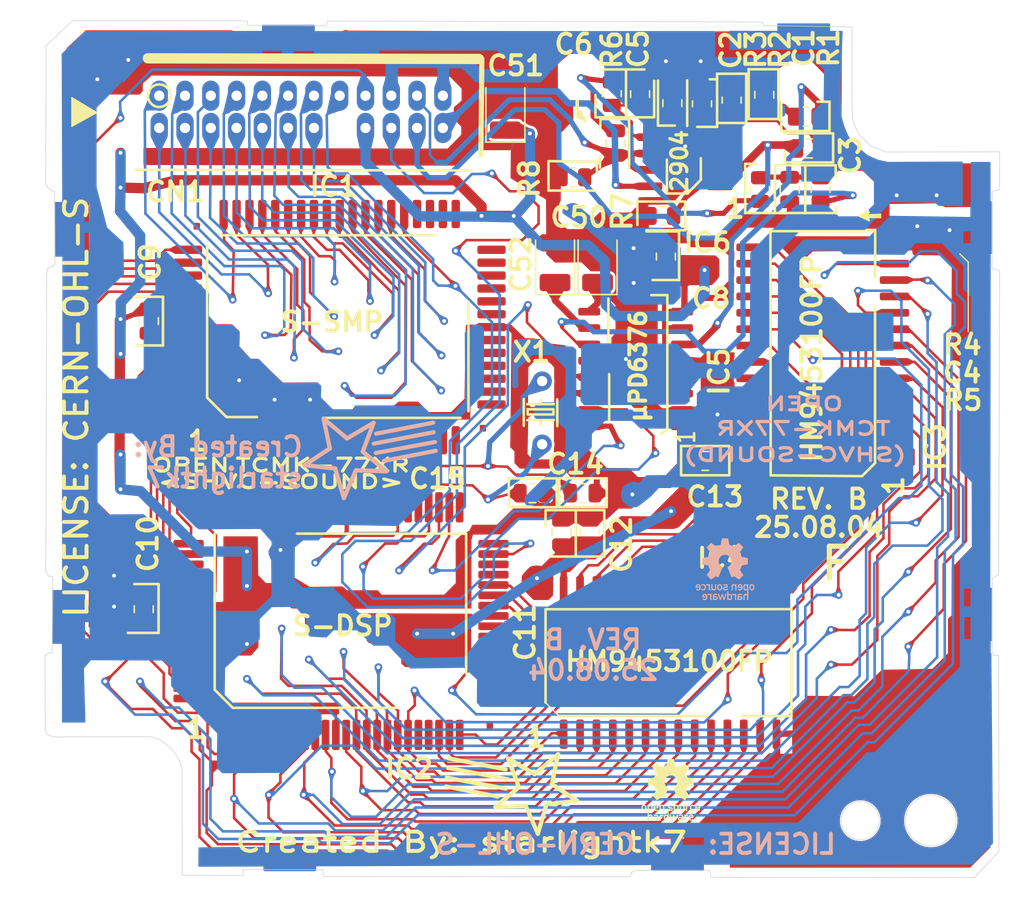
<source format=kicad_pcb>
(kicad_pcb (version 20241229) (generator "pcbnew") (generator_version "9.0")
  (title_block (title "TCMK-77XR F (aka SHVC-SOUND)") (date "2026-02-26") (rev "B") (company "License: CERN-OHL-S") (comment 1 "This Document Is Not Endorsed By Nintendo or Mitsumi") (comment 2 "Documented by starlightk7 for Repair Usage, Modified by RGBeter") (comment 3 "Originally Designed By Nintendo and Manufactured By Mitsumi. ") (comment 4 "Used in SHVC-CPU-XX Super Famicom and SNES Units"))
  (layers (0 "F.Cu" signal) (4 "In1.Cu" signal) (6 "In2.Cu" signal) (2 "B.Cu" signal) (13 "F.Paste" user) (15 "B.Paste" user) (5 "F.SilkS" user "F.Silkscreen") (7 "B.SilkS" user "B.Silkscreen") (1 "F.Mask" user) (3 "B.Mask" user) (25 "Edge.Cuts" user))
  (net 0 "")
  (net 1 "GND")
  (net 2 "Net-(IC6A-+)")
  (net 3 "Net-(C3-Pad1)")
  (net 4 "Net-(C4-Pad1)")
  (net 5 "SR")
  (net 6 "Net-(IC6B-+)")
  (net 7 "Net-(C6-Pad2)")
  (net 8 "SL")
  (net 9 "VCC")
  (net 10 "Net-(IC2-XTALI)")
  (net 11 "Net-(IC2-XTALO)")
  (net 12 "Net-(CN1-D6)")
  (net 13 "Net-(CN1-PA1)")
  (net 14 "+9V")
  (net 15 "Net-(CN1-PA0)")
  (net 17 "Net-(CN1-D4)")
  (net 18 "Net-(CN1-~{PAWR})")
  (net 20 "Net-(CN1-D1)")
  (net 21 "Net-(CN1-D3)")
  (net 25 "Net-(CN1-PA6)")
  (net 26 "Net-(CN1-D2)")
  (net 29 "Net-(CN1-PA7)")
  (net 30 "Net-(CN1-D7)")
  (net 31 "Net-(CN1-~{RESET})")
  (net 32 "~{MUTE}")
  (net 34 "Net-(CN1-D5)")
  (net 35 "Net-(CN1-~{PARD})")
  (net 36 "Net-(CN1-D0)")
  (net 37 "Net-(IC1-SD1)")
  (net 38 "Net-(IC1-SD5)")
  (net 39 "Net-(IC1-SA13)")
  (net 41 "Net-(IC1-SA3)")
  (net 44 "Net-(IC1-SA8)")
  (net 45 "Net-(IC1-SA0)")
  (net 46 "Net-(IC1-SA1)")
  (net 48 "Net-(IC1-SA11)")
  (net 49 "Net-(IC1-SA6)")
  (net 50 "Net-(IC1-SD2)")
  (net 51 "Net-(IC1-SA9)")
  (net 56 "Net-(IC1-SD4)")
  (net 57 "Net-(IC1-SD3)")
  (net 58 "Net-(IC1-SD0)")
  (net 59 "Net-(IC1-PD2)")
  (net 61 "Net-(IC1-SA4)")
  (net 64 "Net-(IC1-SA7)")
  (net 66 "Net-(IC1-SA12)")
  (net 67 "Net-(IC1-CPUK)")
  (net 68 "Net-(IC1-SD6)")
  (net 69 "Net-(IC1-SA14)")
  (net 70 "DCK")
  (net 71 "Net-(IC1-SA10)")
  (net 72 "Net-(IC1-SA2)")
  (net 73 "Net-(IC1-SD7)")
  (net 74 "Net-(IC1-SA5)")
  (net 75 "Net-(IC1-SA15)")
  (net 77 "Net-(IC1-PD3)")
  (net 78 "/MA10")
  (net 79 "/MD1")
  (net 80 "/MA0")
  (net 82 "~{M_WE}")
  (net 83 "/MA2")
  (net 84 "/MD7")
  (net 85 "~{M_OE}")
  (net 86 "/MA11")
  (net 88 "/MA14")
  (net 90 "/MD3")
  (net 91 "Net-(IC2-LRCK)")
  (net 92 "/MA13")
  (net 96 "/MA3")
  (net 99 "/MA6")
  (net 100 "/MD5")
  (net 101 "/MD4")
  (net 102 "/MA8")
  (net 103 "/MD0")
  (net 104 "/MD2")
  (net 105 "Net-(IC2-BCK)")
  (net 106 "/MD6")
  (net 107 "~{M_CE0}")
  (net 108 "/MA1")
  (net 109 "/MA4")
  (net 110 "/MA9")
  (net 112 "/MA7")
  (net 113 "~{M_CE1}")
  (net 114 "Net-(IC2-SDATA)")
  (net 115 "/MA5")
  (net 116 "/MA12")
  (net 117 "Net-(IC5-ROUT)")
  (net 118 "Net-(IC5-RREF)")
  (net 119 "Net-(IC5-LOUT)")
  (net 120 "Net-(IC5-LREF)")
  (net 123 "Net-(C1-Pad1)")
  (footprint "Package_SO:SOIC-16W_5.3x10.2mm_P1.27mm" (layer "F.Cu") (at 81.75 84.87 180)
    (property "Reference" "IC5")
    (property "Value" "uPD6376" (hide yes))
  )
  (footprint "Resistor_SMD:R_0805_2012Metric" (layer "F.Cu") (at 83.7875 73)
    (property "Reference" "R7")
    (property "Value" "5.1K" (hide yes))
  )
  (footprint "Capacitor_SMD:C_0805_2012Metric" (layer "F.Cu") (at 84.6 64.25 90)
    (property "Reference" "C2")
    (property "Value" "100pF" (hide yes))
  )
  (footprint "Resistor_SMD:R_0805_2012Metric" (layer "F.Cu") (at 94.9875 65.3)
    (property "Reference" "R1")
    (property "Value" "22K" (hide yes))
  )
  (footprint "Capacitor_Tantalum_SMD:CP_EIA-3528-21_Kemet-B" (layer "F.Cu") (at 75.5 76.625 90)
    (property "Reference" "C52")
    (property "Value" "47uF")
  )
  (footprint "Capacitor_Tantalum_SMD:CP_EIA-3528-21_Kemet-B" (layer "F.Cu") (at 71.65 64.8 90)
    (property "Reference" "C51")
    (property "Value" "47uF")
  )
  (footprint "Capacitor_SMD:C_0805_2012Metric" (layer "F.Cu") (at 73.75 94.5)
    (property "Reference" "C15")
    (property "Value" "3.6pF" (hide yes))
  )
  (footprint "Capacitor_SMD:C_0805_2012Metric" (layer "F.Cu") (at 78.2 97.55 90)
    (property "Reference" "C12")
    (property "Value" "0.1uF" (hide yes))
  )
  (footprint "Resistor_SMD:R_0805_2012Metric" (layer "F.Cu") (at 86.9 64.3 -90)
    (property "Reference" "R3")
    (property "Value" "22K" (hide yes))
  )
  (footprint "Resistor_SMD:R_0805_2012Metric" (layer "F.Cu") (at 89.2 64.0125 -90)
    (property "Reference" "R2")
    (property "Value" "22K" (hide yes))
  )
  (footprint "Capacitor_Tantalum_SMD:CP_EIA-3528-21_Kemet-B" (layer "F.Cu") (at 78.8 76.625 90)
    (property "Reference" "C50")
    (property "Value" "47uF")
  )
  (footprint "Resistor_SMD:R_0805_2012Metric" (layer "F.Cu") (at 76.8875 70)
    (property "Reference" "R8")
    (property "Value" "5.1K" (hide yes))
  )
  (footprint "Resistor_SMD:R_0805_2012Metric" (layer "F.Cu") (at 79.9 63.5125 -90)
    (property "Reference" "R6")
    (property "Value" "22K" (hide yes))
  )
  (footprint "Capacitor_SMD:C_0805_2012Metric" (layer "F.Cu") (at 80.2 67.35 90)
    (property "Reference" "C6")
    (property "Value" "1800pF" (hide yes))
  )
  (footprint "Capacitor_SMD:C_0805_2012Metric" (layer "F.Cu") (at 77.65 94.5)
    (property "Reference" "C14")
    (property "Value" "3.6pF" (hide yes))
  )
  (footprint "OpenSFC:S-SMP" (layer "F.Cu") (at 58.888006 81.50687)
    (property "Reference" "IC1")
    (property "Value" "S-SMP" (hide yes))
  )
  (footprint "Capacitor_SMD:C_0805_2012Metric" (layer "F.Cu") (at 82.1 63.55 90)
    (property "Reference" "C5")
    (property "Value" "100pF" (hide yes))
  )
  (footprint "Package_SO:SOIC-8_3.9x4.9mm_P1.27mm" (layer "F.Cu") (at 85.325 68.795 180)
    (property "Reference" "IC6")
    (property "Value" "LM2904" (hide yes))
  )
  (footprint "OpenSFC:S-DSP" (layer "F.Cu") (at 58.9 104.25)
    (property "Reference" "IC2")
    (property "Value" "S-DSP" (hide yes))
  )
  (footprint "Package_SO:SOP-28_8.4x18.16mm_P1.27mm" (layer "F.Cu") (at 84.425341 107.634506 90)
    (property "Reference" "IC4")
    (property "Value" "32K x 8" (hide yes))
  )
  (footprint "Capacitor_SMD:C_0805_2012Metric" (layer "F.Cu") (at 87.15 92 180)
    (property "Reference" "C13")
    (property "Value" "0.1uF" (hide yes))
  )
  (footprint "Capacitor_SMD:C_0805_2012Metric" (layer "F.Cu") (at 44 81.15 -90)
    (property "Reference" "C9")
    (property "Value" "0.1uF" (hide yes))
  )
  (footprint "Capacitor_SMD:C_0805_2012Metric" (layer "F.Cu") (at 84.1 76.15 -90)
    (property "Reference" "C8")
    (property "Value" "0.1uF" (hide yes))
  )
  (footprint "LOGO" (layer "F.Cu") (at 72.319536 116.307218 -140)
    (property "Reference" "G***" (hide yes))
    (property "Value" "LOGO" (hide yes))
  )
  (footprint "Capacitor_SMD:C_0805_2012Metric" (layer "F.Cu") (at 91.733552 63.6 90)
    (property "Reference" "C1")
    (property "Value" "1000pF" (hide yes))
  )
  (footprint "Capacitor_SMD:C_0805_2012Metric" (layer "F.Cu") (at 93.7 70.95 -90)
    (property "Reference" "C4")
    (property "Value" "1000pF" (hide yes))
  )
  (footprint "Capacitor_SMD:C_0805_2012Metric" (layer "F.Cu") (at 43.6 103.5 -90)
    (property "Reference" "C10")
    (property "Value" "0.1uF" (hide yes))
  )
  (footprint "Connector_PinHeader_2.00mm:PinHeader_2x12_P2.00mm_Vertical" (layer "F.Cu") (at 44.8 65.675 90)
    (property "Reference" "CN1")
    (property "Value" "24P_CONN" (hide yes))
  )
  (footprint "Package_SO:SOP-28_8.4x18.16mm_P1.27mm" (layer "F.Cu") (at 96.263642 83.686992 180)
    (property "Reference" "IC3")
    (property "Value" "32K x 8" (hide yes))
  )
  (footprint "Resistor_SMD:R_0805_2012Metric" (layer "F.Cu") (at 91.4 70.95 -90)
    (property "Reference" "R5")
    (property "Value" "22K" (hide yes))
  )
  (footprint "Capacitor_SMD:C_0805_2012Metric" (layer "F.Cu") (at 95.2 67.765101 180)
    (property "Reference" "C3")
    (property "Value" "1800pF" (hide yes))
  )
  (footprint "Crystal:Crystal_HC18-U_Vertical" (layer "F.Cu") (at 74.5 90.71 90)
    (property "Reference" "X1")
    (property "Value" "24.576MHz" (hide yes))
  )
  (footprint "Capacitor_SMD:C_0805_2012Metric" (layer "F.Cu") (at 76 97.55 90)
    (property "Reference" "C11")
    (property "Value" "0.1uF" (hide yes))
  )
  (footprint "Resistor_SMD:R_0805_2012Metric" (layer "F.Cu") (at 96.1 70.95 -90)
    (property "Reference" "R4")
    (property "Value" "22K" (hide yes))
  )
  (footprint "LOGO" (layer "B.Cu") (at 60.97 90.27 -40)
    (property "Reference" "G***" (hide yes))
    (property "Value" "LOGO" (hide yes))
  )
  (gr_rect (start 47.240844 95.114229) (end 47.54 95.44) (stroke (width 0.2)) (fill yes) (layer "F.Cu"))
  (gr_rect (start 69.760844 89.304229) (end 70.06 89.63) (stroke (width 0.2)) (fill yes) (layer "F.Cu"))
  (gr_line (start 93.225 64.55) (end 91.95 64.55) (stroke (width 0.5)) (layer "F.Cu") (net 123))
  (gr_rect (start 47.560422 73.634229) (end 47.859578 73.96) (stroke (width 0.2)) (fill yes) (layer "F.Cu"))
  (gr_line (start 93.875 65.15) (end 93.225 64.55) (stroke (width 0.5)) (layer "F.Cu") (net 123))
  (gr_rect (start 70.290422 112.354229) (end 70.589578 112.68) (stroke (width 0.2)) (fill yes) (layer "F.Cu"))
  (gr_rect (start 107.825 101.94) (end 109.31 105.88) (stroke (width 0.2)) (fill yes) (layers "B.Cu" "B.Mask") (net 1))
  (gr_rect (start 92.84 58.165) (end 96.74 59.995) (stroke (width 0.2)) (fill yes) (layers "B.Cu" "B.Mask") (net 1))
  (gr_rect (start 107.815 71.96) (end 109.33 75.85) (stroke (width 0.2)) (fill yes) (layers "B.Cu" "B.Mask") (net 1))
  (gr_rect (start 52.98 121.895) (end 56.88 123.725) (stroke (width 0.2)) (fill yes) (layers "B.Cu" "B.Mask") (net 1))
  (gr_rect (start 83.05 121.865) (end 86.95 123.695) (stroke (width 0.2)) (fill yes) (layers "B.Cu" "B.Mask") (net 1))
  (gr_rect (start 36.78 72.01) (end 38.92 76.06) (stroke (width 0.2)) (fill yes) (layers "B.Cu" "B.Mask") (net 1))
  (gr_rect (start 52.87 58.27) (end 56.77 60.1) (stroke (width 0.2)) (fill yes) (layers "B.Cu" "B.Mask") (net 1))
  (gr_rect (start 36.6 102.11) (end 38.95 106.09) (stroke (width 0.2)) (fill yes) (layers "B.Cu" "B.Mask") (net 1))
  (gr_line (start 97.07 68.85) (end 93.33 68.85) (stroke (width 0.2)) (layer "F.SilkS"))
  (gr_line (start 99.861051 73.368828) (end 99.790632 73.127393) (stroke (width 0.1)) (layer "F.SilkS"))
  (gr_line (start 99.790632 72.574102) (end 99.066325 73.006675) (stroke (width 0.1)) (layer "F.SilkS"))
  (gr_line (start 81.005172 61.63675) (end 79.048011 61.63675) (stroke (width 0.1)) (layer "F.SilkS"))
  (gr_line (start 68.95 69.475) (end 42.975 69.425) (stroke (width 0.2)) (layer "F.SilkS"))
  (gr_line (start 96.79 64.14) (end 95.85 64.14) (stroke (width 0.2)) (layer "F.SilkS"))
  (gr_line (start 38.199061 65.825245) (end 39.683891 64.968148) (stroke (width 0.1)) (layer "F.SilkS"))
  (gr_line (start 74.375 87.6) (end 74.375 87.225) (stroke (width 0.2)) (layer "F.SilkS"))
  (gr_line (start 77.479147 64.81604) (end 77.087265 65.287858) (stroke (width 0.1)) (layer "F.SilkS"))
  (gr_line (start 38.025 66.05) (end 39.94846 64.97811) (stroke (width 0.1)) (layer "F.SilkS"))
  (gr_line (start 77.214674 65.169377) (end 77.439963 64.868992) (stroke (width 0.1)) (layer "F.SilkS"))
  (gr_line (start 77.125 65.05) (end 77.275 65.15) (stroke (width 0.1)) (layer "F.SilkS"))
  (gr_line (start 77.11 95.83) (end 77.11 99.37) (stroke (width 0.2)) (layer "F.SilkS"))
  (gr_line (start 77.910772 65.712968) (end 77.51257 64.860677) (stroke (width 0.1)) (layer "F.SilkS"))
  (gr_line (start 77.865508 65.594922) (end 77.214674 65.269505) (stroke (width 0.1)) (layer "F.SilkS"))
  (gr_line (start 77.07 99.42) (end 75.14 99.42) (stroke (width 0.1)) (layer "F.SilkS"))
  (gr_line (start 93.838709 111.792203) (end 89.979668 111.792203) (stroke (width 0.2)) (layer "F.SilkS"))
  (gr_line (start 97.28 72.77) (end 97.28 72.28) (stroke (width 0.2)) (layer "F.SilkS"))
  (gr_line (start 38.621574 64.859502) (end 38.694005 65.088866) (stroke (width 0.1)) (layer "F.SilkS"))
  (gr_line (start 75.800198 111.781082) (end 74.76593 110.746815) (stroke (width 0.1)) (layer "F.SilkS"))
  (gr_line (start 99.740333 72.765239) (end 99.31782 73.046914) (stroke (width 0.1)) (layer "F.SilkS"))
  (gr_line (start 99.811298 73.20007) (end 99.879147 73.37554) (stroke (width 0.1)) (layer "F.SilkS"))
  (gr_line (start 39.140661 64.907789) (end 38.476712 64.630138) (stroke (width 0.1)) (layer "F.SilkS"))
  (gr_line (start 88.06 62.4) (end 87.5 62.4) (stroke (width 0.2)) (layer "F.SilkS"))
  (gr_poly (pts (xy 84.458975 118.670255) (xy 84.473694 118.671126) (xy 84.487827 118.672557) (xy 84.5014 118.674532) (xy 84.514439 118.677035) (xy 84.526971 118.680048) (xy 84.539022 118.683556) (xy 84.550617 118.687542) (xy 84.561784 118.691989) (xy 84.572548 118.696881) (xy 84.582936 118.702202) (xy 84.592973 118.707934) (xy 84.602687 118.714062) (xy 84.612103 118.720568) (xy 84.621248 118.727437) (xy 84.630148 118.734651) (xy 84.571145 118.803946) (xy 84.564106 118.799135) (xy 84.557026 118.794534) (xy 84.549888 118.790156) (xy 84.542673 118.786016) (xy 84.535364 118.782128) (xy 84.527944 118.778504) (xy 84.520393 118.775161) (xy 84.512696 118.77211) (xy 84.504832 118.769366) (xy 84.496786 118.766943) (xy 84.488539 118.764855) (xy 84.480074 118.763115) (xy 84.471372 118.761738) (xy 84.462415 118.760737) (xy 84.453187 118.760126) (xy 84.443669 118.759919) (xy 84.438079 118.75999) (xy 84.432721 118.760201) (xy 84.427592 118.760549) (xy 84.422688 118.761031) (xy 84.418006 118.761645) (xy 84.413541 118.762386) (xy 84.409291 118.763253) (xy 84.405252 118.764243) (xy 84.40142 118.765351) (xy 84.397791 118.766577) (xy 84.394363 118.767916) (xy 84.39113 118.769365) (xy 84.388091 118.770922) (xy 84.385241 118.772584) (xy 84.382576 118.774348) (xy 84.380093 118.776211) (xy 84.377788 118.77817) (xy 84.375659 118.780221) (xy 84.3737 118.782363) (xy 84.371909 118.784592) (xy 84.370282 118.786905) (xy 84.368816 118.7893) (xy 84.367506 118.791773) (xy 84.366349 118.794321) (xy 84.365342 118.796942) (xy 84.364481 118.799632) (xy 84.363762 118.802389) (xy 84.363182 118.805209) (xy 84.362737 118.80809) (xy 84.362424 118.811029) (xy 84.362238 118.814023) (xy 84.362177 118.817069) (xy 84.362357 118.82093) (xy 84.362914 118.824765) (xy 84.363874 118.828552) (xy 84.365264 118.832265) (xy 84.367109 118.835879) (xy 84.369436 118.839369) (xy 84.37227 118.842712) (xy 84.373886 118.84432) (xy 84.375638 118.845882) (xy 84.377531 118.847395) (xy 84.379566 118.848855) (xy 84.381748 118.85026) (xy 84.38408 118.851607) (xy 84.386566 118.852891) (xy 84.389207 118.854111) (xy 84.394972 118.856345) (xy 84.401401 118.858283) (xy 84.408521 118.8599) (xy 84.416357 118.861172) (xy 84.424937 118.862075) (xy 84.50365 118.867658) (xy 84.512705 118.868428) (xy 84.521417 118.869505) (xy 84.52979 118.870881) (xy 84.537827 118.87255) (xy 84.545533 118.874505) (xy 84.552911 118.876738) (xy 84.559963 118.879243) (xy 84.566695 118.882013) (xy 84.57311 118.885041) (xy 84.579211 118.88832) (xy 84.585001 118.891843) (xy 84.590486 118.895604) (xy 84.595667 118.899596) (xy 84.600549 118.903811) (xy 84.605136 118.908243) (xy 84.609431 118.912885) (xy 84.613437 118.91773) (xy 84.617158 118.922771) (xy 84.620599 118.928001) (xy 84.623762 118.933413) (xy 84.626651 118.939002) (xy 84.62927 118.944758) (xy 84.631622 118.950677) (xy 84.633711 118.95675) (xy 84.635541 118.962971) (xy 84.637115 118.969333) (xy 84.639511 118.982453) (xy 84.640927 118.996055) (xy 84.641392 119.010083) (xy 84.641142 119.018666) (xy 84.640397 119.027016) (xy 84.63917 119.03513) (xy 84.637472 119.043005) (xy 84.635314 119.050639) (xy 84.632708 119.058029) (xy 84.629665 119.065174) (xy 84.626196 119.072069) (xy 84.622312 119.078713) (xy 84.618025 119.085104) (xy 84.613346 119.091237) (xy 84.608287 119.097112) (xy 84.602858 119.102725) (xy 84.597072 119.108074) (xy 84.590939 119.113157) (xy 84.58447 119.11797) (xy 84.577678 119.122511) (xy 84.570573 119.126778) (xy 84.555471 119.134478) (xy 84.539254 119.141049) (xy 84.522014 119.146472) (xy 84.503839 119.150726) (xy 84.484822 119.153789) (xy 84.465053 119.155642) (xy 84.444622 119.156265) (xy 84.430282 119.155935) (xy 84.416081 119.154945) (xy 84.402025 119.153292) (xy 84.388121 119.150977) (xy 84.374376 119.147997) (xy 84.360797 119.144352) (xy 84.347391 119.140039) (xy 84.334165 119.135058) (xy 84.321125 119.129408) (xy 84.308279 119.123086) (xy 84.295634 119.116092) (xy 84.283195 119.108424) (xy 84.270971 119.100081) (xy 84.258968 119.091062) (xy 84.247194 119.081365) (xy 84.235654 119.070989) (xy 84.30217 119.005426) (xy 84.309947 119.012755) (xy 84.317834 119.019619) (xy 84.325853 119.026018) (xy 84.334025 119.03195) (xy 84.342374 119.037414) (xy 84.35092 119.042409) (xy 84.359686 119.046934) (xy 84.368693 119.050987) (xy 84.377964 119.054568) (xy 84.387521 119.057675) (xy 84.397384 119.060308) (xy 84.407578 119.062464) (xy 84.418122 119.064143) (xy 84.42904 119.065344) (xy 84.440353 119.066065) (xy 84.452083 119.066306) (xy 84.457131 119.066246) (xy 84.462087 119.066065) (xy 84.466947 119.065764) (xy 84.471705 119.065343) (xy 84.476359 119.064802) (xy 84.480902 119.064141) (xy 84.485332 119.06336) (xy 84.489642 119.06246) (xy 84.493829 119.061441) (xy 84.497888 119.060302) (xy 84.501816 119.059045) (xy 84.505606 119.057668) (xy 84.509255 119.056173) (xy 84.512759 119.054559) (xy 84.516112 119.052827) (xy 84.51931 119.050977) (xy 84.52235 119.049009) (xy 84.525226 119.046922) (xy 84.527934 119.044718) (xy 84.530469 119.042397) (xy 84.532827 119.039958) (xy 84.535003 119.037402) (xy 84.536994 119.034728) (xy 84.538794 119.031938) (xy 84.540399 119.029031) (xy 84.541805 119.026008) (xy 84.543006 119.022868) (xy 84.544 119.019611) (xy 84.54478 119.016239) (xy 84.545343 119.01275) (xy 84.545684 119.009146) (xy 84.545799 119.005426) (xy 84.545725 119.002331) (xy 84.545507 118.999371) (xy 84.545147 118.996542) (xy 84.544649 118.993841) (xy 84.544015 118.991266) (xy 84.54325 118.988813) (xy 84.542357 118.98648) (xy 84.541337 118.984263) (xy 84.540196 118.982161) (xy 84.538936 118.980169) (xy 84.53756 118.978286) (xy 84.536072 118.976508) (xy 84.534475 118.974832) (xy 84.532772 118.973255) (xy 84.530966 118.971775) (xy 84.52906 118.970389) (xy 84.527059 118.969093) (xy 84.524964 118.967885) (xy 84.520509 118.96572) (xy 84.515721 118.963872) (xy 84.510627 118.962318) (xy 84.505251 118.961033) (xy 84.49962 118.959996) (xy 84.493759 118.959182) (xy 84.487696 118.958568) (xy 84.403347 118.95108) (xy 84.388843 118.949379) (xy 84.374877 118.946741) (xy 84.368113 118.945073) (xy 84.361504 118.943174) (xy 84.355056 118.941045) (xy 84.348777 118.938688) (xy 84.342674 118.936102) (xy 84.336753 118.93329) (xy 84.331022 118.930252) (xy 84.325486 118.926989) (xy 84.320154 118.923502) (xy 84.315032 118.919793) (xy 84.310126 118.915862) (xy 84.305444 118.91171) (xy 84.300993 118.907339) (xy 84.296779 118.90275) (xy 84.292809 118.897943) (xy 84.289091 118.892919) (xy 84.28563 118.887681) (xy 84.282434 118.882228) (xy 84.279511 118.876562) (xy 84.276865 118.870683) (xy 84.274505 118.864594) (xy 84.272438 118.858294) (xy 84.27067 118.851785) (xy 84.269207 118.845069) (xy 84.268058 118.838145) (xy 84.267229 118.831015) (xy 84.266726 118.823681) (xy 84.266557 118.816143) (xy 84.266781 118.807231) (xy 84.267445 118.798595) (xy 84.268539 118.790234) (xy 84.270054 118.78215) (xy 84.271981 118.774342) (xy 84.274309 118.766811) (xy 84.277028 118.759557) (xy 84.280129 118.752582) (xy 84.283602 118.745886) (xy 84.287437 118.739469) (xy 84.291625 118.733331) (xy 84.296155 118.727474) (xy 84.301018 118.721897) (xy 84.306204 118.716602) (xy 84.311703 118.711588) (xy 84.317506 118.706857) (xy 84.323603 118.702408) (xy 84.329983 118.698243) (xy 84.336637 118.694361) (xy 84.343556 118.690764) (xy 84.35073 118.687452) (xy 84.358148 118.684425) (xy 84.37368 118.679228) (xy 84.390074 118.67518) (xy 84.407251 118.672283) (xy 84.425133 118.670542) (xy 84.443643 118.669961)) (fill yes) (layer "F.SilkS"))
  (gr_line (start 73.35 87.6) (end 75.4 87.6) (stroke (width 0.2)) (layer "F.SilkS"))
  (gr_line (start 92.23 93.12) (end 99.307972 93.182183) (stroke (width 0.2)) (layer "F.SilkS"))
  (gr_line (start 99.629675 73.026794) (end 99.639735 72.916136) (stroke (width 0.1)) (layer "F.SilkS"))
  (gr_line (start 90.52 65.48) (end 90.516649 61.620672) (stroke (width 0.2)) (layer "F.SilkS"))
  (gr_line (start 38.025 63.825) (end 38.025 66.05) (stroke (width 0.1)) (layer "F.SilkS"))
  (gr_line (start 49.100922 109.747161) (end 50.507632 111.153871) (stroke (width 0.2)) (layer "F.SilkS"))
  (gr_line (start 77.296005 64.287826) (end 77.226145 64.057288) (stroke (width 0.1)) (layer "F.SilkS"))
  (gr_line (start 78.63886 71.039179) (end 74.995157 71.029514) (stroke (width 0.2)) (layer "F.SilkS"))
  (gr_line (start 99.066325 73.006675) (end 99.861051 73.368828) (stroke (width 0.1)) (layer "F.SilkS"))
  (gr_line (start 75.674562 87.225583) (end 75.674562 89.300583) (stroke (width 0.2)) (layer "F.SilkS"))
  (gr_line (start 94.91 72.77) (end 97.28 72.77) (stroke (width 0.2)) (layer "F.SilkS"))
  (gr_line (start 106.9 75.95) (end 107.55 76.575) (stroke (width 0.1)) (layer "F.SilkS"))
  (gr_line (start 77.15 65.075) (end 77.225 65.15) (stroke (width 0.1)) (layer "F.SilkS"))
  (gr_line (start 39.526958 64.956076) (end 38.283564 64.231769) (stroke (width 0.1)) (layer "F.SilkS"))
  (gr_line (start 77.3 64.075) (end 77.25 64.025) (stroke (width 0.1)) (layer "F.SilkS"))
  (gr_line (start 68.605912 108.497357) (end 68.606533 97.646176) (stroke (width 0.2)) (layer "F.SilkS"))
  (gr_line (start 38.331851 64.352487) (end 38.404282 65.547594) (stroke (width 0.1)) (layer "F.SilkS"))
  (gr_line (start 100.675897 72.875897) (end 99.730273 72.906076) (stroke (width 0.1)) (layer "F.SilkS"))
  (gr_line (start 48.514909 75.329692) (end 48.514909 87.095872) (stroke (width 0.2)) (layer "F.SilkS"))
  (gr_line (start 93.05 66.41) (end 96.79 66.41) (stroke (width 0.2)) (layer "F.SilkS"))
  (gr_poly (pts (xy 84.316219 119.901014) (xy 84.220652 119.901014) (xy 84.220652 119.851351) (xy 84.214868 119.85737) (xy 84.208769 119.863132) (xy 84.202367 119.868618) (xy 84.195676 119.87381) (xy 84.188711 119.878691) (xy 84.181485 119.883242) (xy 84.174011 119.887446) (xy 84.166303 119.891284) (xy 84.158376 119.894737) (xy 84.150243 119.897789) (xy 84.141917 119.900421) (xy 84.133413 119.902615) (xy 84.124744 119.904353) (xy 84.115923 119.905617) (xy 84.106966 119.906388) (xy 84.097885 119.906649) (xy 84.092485 119.906573) (xy 84.087178 119.906346) (xy 84.081964 119.905971) (xy 84.076843 119.905452) (xy 84.071814 119.904791) (xy 84.066879 119.903992) (xy 84.062036 119.903058) (xy 84.057284 119.901992) (xy 84.052625 119.900796) (xy 84.048058 119.899475) (xy 84.043583 119.898031) (xy 84.039199 119.896467) (xy 84.034906 119.894786) (xy 84.030705 119.892992) (xy 84.022575 119.889074) (xy 84.014807 119.88474) (xy 84.007401 119.880013) (xy 84.000353 119.874918) (xy 83.993665 119.86948) (xy 83.987332 119.863723) (xy 83.981355 119.857673) (xy 83.975732 119.851353) (xy 83.970462 119.84479) (xy 83.965758 119.838476) (xy 83.961477 119.832098) (xy 83.957602 119.825526) (xy 83.954118 119.818629) (xy 83.951007 119.811276) (xy 83.948254 119.803338) (xy 83.945841 119.794683) (xy 83.943752 119.785182) (xy 83.941971 119.774704) (xy 83.940481 119.763119) (xy 83.939265 119.750296) (xy 83.938307 119.736104) (xy 83.9371 119.703095) (xy 83.936727 119.663048) (xy 84.032295 119.663048) (xy 84.032369 119.676905) (xy 84.032672 119.690655) (xy 84.03332 119.704187) (xy 84.034432 119.717394) (xy 84.036126 119.730168) (xy 84.037229 119.736358) (xy 84.038521 119.742399) (xy 84.040017 119.748278) (xy 84.041733 119.75398) (xy 84.043683 119.759493) (xy 84.045881 119.764803) (xy 84.048343 119.769896) (xy 84.051084 119.774758) (xy 84.054117 119.779376) (xy 84.057459 119.783737) (xy 84.061123 119.787827) (xy 84.065124 119.791633) (xy 84.069477 119.79514) (xy 84.074197 119.798336) (xy 84.079299 119.801206) (xy 84.084797 119.803738) (xy 84.090707 119.805917) (xy 84.097042 119.807731) (xy 84.103818 119.809165) (xy 84.111049 119.810206) (xy 84.11875 119.810841) (xy 84.126936 119.811055) (xy 84.135038 119.810827) (xy 84.142661 119.810155) (xy 84.149818 119.809054) (xy 84.156525 119.80754) (xy 84.162796 119.80563) (xy 84.168646 119.803339) (xy 84.174089 119.800684) (xy 84.17914 119.797681) (xy 84.183813 119.794346) (xy 84.188124 119.790695) (xy 84.192086 119.786744) (xy 84.195714 119.78251) (xy 84.199023 119.778008) (xy 84.202028 119.773254) (xy 84.204742 119.768265) (xy 84.207181 119.763057) (xy 84.209359 119.757645) (xy 84.211291 119.752047) (xy 84.214475 119.740353) (xy 84.216849 119.728104) (xy 84.218529 119.71543) (xy 84.219633 119.702458) (xy 84.220277 119.689318) (xy 84.220652 119.663048) (xy 84.220578 119.650119) (xy 84.220277 119.637079) (xy 84.219633 119.624057) (xy 84.218529 119.611184) (xy 84.216849 119.598591) (xy 84.215756 119.592441) (xy 84.214475 119.586409) (xy 84.212992 119.580512) (xy 84.211291 119.574767) (xy 84.209359 119.569189) (xy 84.207181 119.563796) (xy 84.204742 119.558603) (xy 84.202028 119.553627) (xy 84.199023 119.548884) (xy 84.195714 119.54439) (xy 84.192086 119.540162) (xy 84.188124 119.536217) (xy 84.183813 119.532569) (xy 84.17914 119.529236) (xy 84.174089 119.526234) (xy 84.168646 119.52358) (xy 84.162796 119.521289) (xy 84.156525 119.519378) (xy 84.149818 119.517863) (xy 84.142661 119.516761) (xy 84.135038 119.516088) (xy 84.126936 119.51586) (xy 84.11875 119.516075) (xy 84.111049 119.516709) (xy 84.103818 119.517751) (xy 84.097042 119.519185) (xy 84.090707 119.520998) (xy 84.084797 119.523176) (xy 84.079299 119.525706) (xy 84.074197 119.528574) (xy 84.069477 119.531766) (xy 84.065124 119.535268) (xy 84.061123 119.539067) (xy 84.057459 119.543148) (xy 84.054117 119.547499) (xy 84.051084 119.552106) (xy 84.048343 119.556954) (xy 84.045881 119.56203) (xy 84.043683 119.56732) (xy 84.041733 119.572811) (xy 84.038521 119.584339) (xy 84.036126 119.596504) (xy 84.034432 119.609197) (xy 84.03332 119.622308) (xy 84.032672 119.635727) (xy 84.032295 119.663048) (xy 83.936727 119.663048) (xy 83.936818 119.642223) (xy 83.9371 119.623271) (xy 83.937591 119.606062) (xy 83.938307 119.590466) (xy 83.939265 119.576355) (xy 83.940481 119.563599) (xy 83.941971 119.552069) (xy 83.943752 119.541637) (xy 83.945841 119.532173) (xy 83.947006 119.527763) (xy 83.948254 119.523547) (xy 83.949587 119.519508) (xy 83.951007 119.515631) (xy 83.952517 119.511899) (xy 83.954118 119.508296) (xy 83.957602 119.501412) (xy 83.961477 119.494851) (xy 83.965758 119.488483) (xy 83.970462 119.482178) (xy 83.975732 119.475606) (xy 83.981355 119.46928) (xy 83.987332 119.463226) (xy 83.993665 119.457466) (xy 84.000353 119.452027) (xy 84.007401 119.446932) (xy 84.014807 119.442206) (xy 84.022575 119.437874) (xy 84.030705 119.43396) (xy 84.039199 119.430488) (xy 84.048058 119.427483) (xy 84.057284 119.424969) (xy 84.066879 119.422971) (xy 84.076843 119.421514) (xy 84.087178 119.420622) (xy 84.097885 119.420319) (xy 84.106904 119.42058) (xy 84.115692 119.421351) (xy 84.124261 119.422617) (xy 84.13262 119.42436) (xy 84.140782 119.426565) (xy 84.148757 119.429214) (xy 84.156556 119.432291) (xy 84.16419 119.435781) (xy 84.17167 119.439665) (xy 84.179008 119.443929) (xy 84.186214 119.448555) (xy 84.193299 119.453526) (xy 84.200274 119.458828) (xy 84.207151 119.464442) (xy 84.21394 119.470352) (xy 84.220652 119.476543) (xy 84.220652 119.233814) (xy 84.316219 119.233814)) (fill yes) (layer "F.SilkS"))
  (gr_line (start 77.339835 65.294537) (end 77.740348 65.469762) (stroke (width 0.1)) (layer "F.SilkS"))
  (gr_line (start 38.488784 65.414804) (end 39.140661 64.907789) (stroke (width 0.1)) (layer "F.SilkS"))
  (gr_line (start 86.81 68.525) (end 86.81 70.18) (stroke (width 0.2)) (layer "F.SilkS"))
  (gr_line (start 100.335567 74.178356) (end 92.208864 74.178356) (stroke (width 0.2)) (layer "F.SilkS"))
  (gr_line (start 88.07 66.09) (end 88.07 61.97) (stroke (width 0.2)) (layer "F.SilkS"))
  (gr_line (start 78.745175 68.787235) (end 78.745175 69.62809) (stroke (width 0.2)) (layer "F.SilkS"))
  (gr_line (start 79.51 95.58) (end 75.83 95.58) (stroke (width 0.2)) (layer "F.SilkS"))
  (gr_line (start 68.78628 88.143689) (end 68.78628 79.654541) (stroke (width 0.2)) (layer "F.SilkS"))
  (gr_line (start 93.29 66.59) (end 97.07 66.59) (stroke (width 0.2)) (layer "F.SilkS"))
  (gr_line (start 77.086425 65.293809) (end 77.833926 65.712968) (stroke (width 0.1)) (layer "F.SilkS"))
  (gr_line (start 77.439963 64.868992) (end 77.865508 65.594922) (stroke (width 0.1)) (layer "F.SilkS"))
  (gr_line (start 38.404282 64.485277) (end 38.488784 65.414804) (stroke (width 0.1)) (layer "F.SilkS"))
  (gr_line (start 39.840825 64.968148) (end 38.150774 64.014477) (stroke (width 0.1)) (layer "F.SilkS"))
  (gr_line (start 77.261075 65.293809) (end 77.296005 64.287826) (stroke (width 0.1)) (layer "F.SilkS"))
  (gr_line (start 43.925 60.775) (end 69.6 60.825) (stroke (width 0.8)) (layer "F.SilkS"))
  (gr_line (start 99.730273 72.906076) (end 99.871111 72.735059) (stroke (width 0.1)) (layer "F.SilkS"))
  (gr_line (start 50.507632 111.153871) (end 63.260268 111.153871) (stroke (width 0.2)) (layer "F.SilkS"))
  (gr_line (start 99.850991 73.056974) (end 100.685957 73.056974) (stroke (width 0.1)) (layer "F.SilkS"))
  (gr_line (start 77.327319 64.944088) (end 77.3 64.075) (stroke (width 0.1)) (layer "F.SilkS"))
  (gr_line (start 74.375 88.8375) (end 74.375 89.2125) (stroke (width 0.2)) (layer "F.SilkS"))
  (gr_line (start 86.52 66.09) (end 88.07 66.09) (stroke (width 0.2)) (layer "F.SilkS"))
  (gr_line (start 38.150774 64.014477) (end 38.199061 65.825245) (stroke (width 0.1)) (layer "F.SilkS"))
  (gr_line (start 38.114559 65.933891) (end 39.840825 64.968148) (stroke (width 0.1)) (layer "F.SilkS"))
  (gr_line (start 74.77 95.82) (end 77.07 95.82) (stroke (width 0.2)) (layer "F.SilkS"))
  (gr_line (start 38.102487 63.917902) (end 38.114559 65.933891) (stroke (width 0.1)) (layer "F.SilkS"))
  (gr_line (start 79.642088 82.788245) (end 79.64 79.41) (stroke (width 0.2)) (layer "F.SilkS"))
  (gr_line (start 90.33 65.79) (end 88.09 65.79) (stroke (width 0.2)) (layer "F.SilkS"))
  (gr_line (start 77.25 64.025) (end 77.175 64.025) (stroke (width 0.1)) (layer "F.SilkS"))
  (gr_line (start 85.6 74.11) (end 82.59 74.11) (stroke (width 0.2)) (layer "F.SilkS"))
  (gr_line (start 38.561215 65.282015) (end 38.995799 64.931933) (stroke (width 0.1)) (layer "F.SilkS"))
  (gr_line (start 38.25942 65.752815) (end 39.526958 64.956076) (stroke (width 0.1)) (layer "F.SilkS"))
  (gr_line (start 81.248409 69.270485) (end 81.248409 65.481807) (stroke (width 0.2)) (layer "F.SilkS"))
  (gr_line (start 83.485 65.99) (end 84.795 65.99) (stroke (width 0.2)) (layer "F.SilkS"))
  (gr_line (start 99.740333 73.187751) (end 99.740333 72.765239) (stroke (width 0.1)) (layer "F.SilkS"))
  (gr_line (start 88.07 61.97) (end 90.33 61.97) (stroke (width 0.2)) (layer "F.SilkS"))
  (gr_line (start 38.331851 65.644168) (end 39.394168 64.956076) (stroke (width 0.1)) (layer "F.SilkS"))
  (gr_line (start 87.332834 111.781082) (end 75.800198 111.781082) (stroke (width 0.2)) (layer "F.SilkS"))
  (gr_line (start 50.016265 88.597228) (end 52.373949 88.597228) (stroke (width 0.2)) (layer "F.SilkS"))
  (gr_line (start 79.32 99.42) (end 79.32 95.82) (stroke (width 0.2)) (layer "F.SilkS"))
  (gr_line (start 81.005172 65.349719) (end 83.19 65.349719) (stroke (width 0.2)) (layer "F.SilkS"))
  (gr_line (start 107.55 76.575) (end 107.55 81.975) (stroke (width 0.1)) (layer "F.SilkS"))
  (gr_rect (start 85.277939 90.846586) (end 89.017939 93.116586) (stroke (width 0.2)) (fill no) (layer "F.SilkS"))
  (gr_line (start 85.79 71.26) (end 84.2 71.26) (stroke (width 0.2)) (layer "F.SilkS"))
  (gr_line (start 77.833926 65.712968) (end 77.910772 65.712968) (stroke (width 0.1)) (layer "F.SilkS"))
  (gr_line (start 99.639735 72.916136) (end 100.696017 72.956375) (stroke (width 0.1)) (layer "F.SilkS"))
  (gr_line (start 38.102487 65.885604) (end 38.102487 63.917902) (stroke (width 0.1)) (layer "F.SilkS"))
  (gr_line (start 39.94846 64.97811) (end 38.025 63.825) (stroke (width 0.1)) (layer "F.SilkS"))
  (gr_poly (pts (xy 84.898437 118.67) (xy 84.905119 118.670273) (xy 84.911629 118.67072) (xy 84.91797 118.671334) (xy 84.924144 118.67211) (xy 84.930153 118.673041) (xy 84.935999 118.674121) (xy 84.941686 118.675343) (xy 84.947214 118.676701) (xy 84.952587 118.678189) (xy 84.957806 118.6798) (xy 84.962873 118.681527) (xy 84.967792 118.683366) (xy 84.972564 118.685308) (xy 84.977191 118.687348) (xy 84.981676 118.68948) (xy 84.990228 118.693993) (xy 84.998238 118.698795) (xy 85.005723 118.703835) (xy 85.012702 118.709064) (xy 85.019193 118.71443) (xy 85.025213 118.719882) (xy 85.03078 118.725369) (xy 85.035913 118.730841) (xy 85.042512 118.738401) (xy 85.048617 118.746032) (xy 85.054235 118.753827) (xy 85.059376 118.761881) (xy 85.064051 118.770285) (xy 85.068269 118.779135) (xy 85.072039 118.788522) (xy 85.075372 118.798541) (xy 85.078276 118.809285) (xy 85.080762 118.820847) (xy 85.082838 118.833321) (xy 85.084516 118.8468) (xy 85.085804 118.861378) (xy 85.086712 118.877148) (xy 85.08725 118.894203) (xy 85.087427 118.912636) (xy 85.08725 118.931224) (xy 85.086712 118.948416) (xy 85.085804 118.964304) (xy 85.084516 118.978985) (xy 85.082838 118.992553) (xy 85.080762 119.005102) (xy 85.078276 119.016727) (xy 85.075372 119.027522) (xy 85.072039 119.037582) (xy 85.068269 119.047001) (xy 85.064051 119.055875) (xy 85.059376 119.064296) (xy 85.054235 119.072361) (xy 85.048617 119.080163) (xy 85.042512 119.087797) (xy 85.035913 119.095358) (xy 85.03078 119.100829) (xy 85.025213 119.106314) (xy 85.019193 119.111764) (xy 85.012702 119.117126) (xy 85.005723 119.122351) (xy 84.998238 119.127387) (xy 84.990228 119.132184) (xy 84.981676 119.136692) (xy 84.972564 119.140859) (xy 84.962873 119.144635) (xy 84.952586 119.147969) (xy 84.941686 119.150811) (xy 84.930153 119.153109) (xy 84.91797 119.154814) (xy 84.905119 119.155874) (xy 84.891582 119.156238) (xy 84.884732 119.156146) (xy 84.878055 119.155874) (xy 84.871549 119.155427) (xy 84.865212 119.154814) (xy 84.859042 119.154039) (xy 84.853036 119.153109) (xy 84.847193 119.152031) (xy 84.841509 119.150811) (xy 84.835984 119.149455) (xy 84.830614 119.147969) (xy 84.825397 119.146361) (xy 84.820331 119.144635) (xy 84.815414 119.142799) (xy 84.810644 119.140859) (xy 84.806018 119.138821) (xy 84.801534 119.136692) (xy 84.792985 119.132185) (xy 84.784976 119.127387) (xy 84.777492 119.122351) (xy 84.770514 119.117126) (xy 84.764024 119.111764) (xy 84.758005 119.106315) (xy 84.752437 119.100829) (xy 84.747305 119.095358) (xy 84.740704 119.087797) (xy 84.734598 119.080164) (xy 84.728978 119.072363) (xy 84.723833 119.0643) (xy 84.719154 119.05588) (xy 84.714932 119.047008) (xy 84.711157 119.03759) (xy 84.707819 119.027532) (xy 84.70491 119.016738) (xy 84.70242 119.005114) (xy 84.700338 118.992565) (xy 84.698657 118.978996) (xy 84.697365 118.964314) (xy 84.696455 118.948423) (xy 84.695915 118.931229) (xy 84.695738 118.912636) (xy 84.791331 118.912636) (xy 84.791399 118.92506) (xy 84.791608 118.93638) (xy 84.791969 118.946681) (xy 84.792491 118.956046) (xy 84.793183 118.964561) (xy 84.794055 118.972307) (xy 84.795117 118.97937) (xy 84.796378 118.985833) (xy 84.797849 118.991781) (xy 84.799538 118.997296) (xy 84.801455 119.002463) (xy 84.80361 119.007365) (xy 84.806012 119.012088) (xy 84.808672 119.016713) (xy 84.811598 119.021326) (xy 84.8148 119.02601) (xy 84.817609 119.029648) (xy 84.820774 119.03316) (xy 84.824276 119.036531) (xy 84.828096 119.039746) (xy 84.832213 119.04279) (xy 84.836608 119.045648) (xy 84.841263 119.048305) (xy 84.846156 119.050746) (xy 84.85127 119.052956) (xy 84.856584 119.05492) (xy 84.862078 119.056623) (xy 84.867734 119.05805) (xy 84.873532 119.059186) (xy 84.879452 119.060015) (xy 84.885476 119.060524) (xy 84.891582 119.060697) (xy 84.897697 119.060524) (xy 84.903727 119.060014) (xy 84.909652 119.059183) (xy 84.915453 119.058046) (xy 84.921111 119.056617) (xy 84.926606 119.054913) (xy 84.931921 119.052947) (xy 84.937034 119.050736) (xy 84.941928 119.048294) (xy 84.946583 119.045636) (xy 84.950979 119.042778) (xy 84.955098 119.039735) (xy 84.958921 119.036521) (xy 84.962427 119.033153) (xy 84.965599 119.029644) (xy 84.967054 119.027842) (xy 84.968417 119.02601) (xy 84.971619 119.021327) (xy 84.974543 119.016715) (xy 84.9772 119.012094) (xy 84.979599 119.00738) (xy 84.98175 119.002491) (xy 84.983663 118.997345) (xy 84.985347 118.991858) (xy 84.986812 118.985949) (xy 84.988069 118.979535) (xy 84.989126 118.972533) (xy 84.989994 118.964862) (xy 84.990682 118.956437) (xy 84.9912 118.947177) (xy 84.991558 118.937) (xy 84.991833 118.913563) (xy 84.991766 118.901139) (xy 84.991558 118.889817) (xy 84.9912 118.879514) (xy 84.990682 118.870145) (xy 84.989994 118.861628) (xy 84.989126 118.853878) (xy 84.988069 118.846812) (xy 84.986812 118.840346) (xy 84.985347 118.834396) (xy 84.983663 118.82888) (xy 84.98175 118.823713) (xy 84.979599 118.818811) (xy 84.9772 118.814091) (xy 84.974543 118.80947) (xy 84.971619 118.804864) (xy 84.968417 118.800188) (xy 84.965599 118.79655) (xy 84.962427 118.793038) (xy 84.958921 118.789668) (xy 84.955098 118.786453) (xy 84.950979 118.783409) (xy 84.946583 118.780551) (xy 84.941928 118.777894) (xy 84.937034 118.775453) (xy 84.931921 118.773243) (xy 84.926606 118.771279) (xy 84.921111 118.769576) (xy 84.915453 118.768149) (xy 84.909652 118.767013) (xy 84.903727 118.766183) (xy 84.897697 118.765674) (xy 84.891582 118.765501) (xy 84.885476 118.765675) (xy 84.879452 118.766184) (xy 84.873532 118.767016) (xy 84.867734 118.768153) (xy 84.862078 118.769582) (xy 84.856584 118.771286) (xy 84.85127 118.773252) (xy 84.846156 118.775463) (xy 84.841263 118.777905) (xy 84.836608 118.780563) (xy 84.832213 118.783421) (xy 84.828096 118.786464) (xy 84.824276 118.789677) (xy 84.820774 118.793046) (xy 84.817609 118.796555) (xy 84.816159 118.798357) (xy 84.8148 118.800188) (xy 84.811598 118.804863) (xy 84.808672 118.809468) (xy 84.806012 118.814085) (xy 84.80361 118.818796) (xy 84.801455 118.823684) (xy 84.799538 118.828831) (xy 84.797849 118.834319) (xy 84.796378 118.84023) (xy 84.795117 118.846647) (xy 84.794055 118.853652) (xy 84.793183 118.861327) (xy 84.792491 118.869755) (xy 84.791969 118.879017) (xy 84.791608 118.889197) (xy 84.791331 118.912636) (xy 84.695738 118.912636) (xy 84.695915 118.894203) (xy 84.696455 118.877149) (xy 84.697365 118.86138) (xy 84.698657 118.846804) (xy 84.700338 118.833327) (xy 84.70242 118.820854) (xy 84.70491 118.809294) (xy 84.707819 118.798551) (xy 84.711157 118.788533) (xy 84.714932 118.779146) (xy 84.719154 118.770297) (xy 84.723833 118.761892) (xy 84.728978 118.753837) (xy 84.734598 118.746039) (xy 84.740704 118.738405) (xy 84.747305 118.730841) (xy 84.752437 118.725369) (xy 84.758005 118.719882) (xy 84.764024 118.71443) (xy 84.770514 118.709064) (xy 84.777492 118.703836) (xy 84.784977 118.698795) (xy 84.792985 118.693993) (xy 84.801535 118.68948) (xy 84.810644 118.685308) (xy 84.820331 118.681527) (xy 84.830614 118.678189) (xy 84.841509 118.675343) (xy 84.853036 118.673041) (xy 84.865212 118.671334) (xy 84.878055 118.670273) (xy 84.891582 118.669908)) (fill yes) (layer "F.SilkS"))
  (gr_line (start 73.075 87.2) (end 73.075 89.275) (stroke (width 0.2)) (layer "F.SilkS"))
  (gr_line (start 100.746316 72.875897) (end 100.625598 72.875897) (stroke (width 0.1)) (layer "F.SilkS"))
  (gr_line (start 45.091265 83.043263) (end 45.091265 79.26425) (stroke (width 0.2)) (layer "F.SilkS"))
  (gr_line (start 75.83 95.58) (end 75.83 93.35) (stroke (width 0.2)) (layer "F.SilkS"))
  (gr_line (start 77.214674 64.193126) (end 77.214674 65.169377) (stroke (width 0.1)) (layer "F.SilkS"))
  (gr_line (start 77.51257 64.860677) (end 77.847898 65.664066) (stroke (width 0.1)) (layer "F.SilkS"))
  (gr_poly (pts (xy 86.184625 118.670008) (xy 86.191255 118.670308) (xy 86.197798 118.670803) (xy 86.204252 118.67149) (xy 86.216896 118.673421) (xy 86.229186 118.67607) (xy 86.241119 118.679405) (xy 86.252695 118.683395) (xy 86.263912 118.688009) (xy 86.274767 118.693214) (xy 86.285261 118.698979) (xy 86.29539 118.705273) (xy 86.305153 118.712065) (xy 86.31455 118.719322) (xy 86.323577 118.727013) (xy 86.332234 118.735108) (xy 86.340519 118.743573) (xy 86.348431 118.752378) (xy 86.278157 118.815164) (xy 86.273651 118.809818) (xy 86.26891 118.804689) (xy 86.263939 118.799793) (xy 86.258746 118.795148) (xy 86.253338 118.790772) (xy 86.247723 118.786684) (xy 86.241907 118.7829) (xy 86.235897 118.779438) (xy 86.2297 118.776317) (xy 86.223324 118.773555) (xy 86.216775 118.771168) (xy 86.210061 118.769176) (xy 86.203188 118.767595) (xy 86.196164 118.766444) (xy 86.188996 118.76574) (xy 86.18169 118.765501) (xy 86.167482 118.766021) (xy 86.154041 118.767596) (xy 86.147614 118.768787) (xy 86.141387 118.77025) (xy 86.135363 118.771988) (xy 86.129543 118.774005) (xy 86.12393 118.776303) (xy 86.118527 118.778886) (xy 86.113336 118.781755) (xy 86.108361 118.784915) (xy 86.103603 118.788368) (xy 86.099065 118.792116) (xy 86.09475 118.796163) (xy 86.090661 118.800512) (xy 86.086799 118.805166) (xy 86.083167 118.810127) (xy 86.079769 118.815399) (xy 86.076606 118.820984) (xy 86.073682 118.826885) (xy 86.070998 118.833106) (xy 86.068558 118.839648) (xy 86.066364 118.846516) (xy 86.064418 118.853712) (xy 86.062723 118.861238) (xy 86.061282 118.869099) (xy 86.060097 118.877296) (xy 86.058506 118.894712) (xy 86.057971 118.913509) (xy 86.058106 118.923003) (xy 86.058507 118.932154) (xy 86.059172 118.940964) (xy 86.060098 118.949437) (xy 86.061283 118.957575) (xy 86.062725 118.96538) (xy 86.064421 118.972857) (xy 86.066367 118.980006) (xy 86.068563 118.986832) (xy 86.071004 118.993336) (xy 86.073688 118.999522) (xy 86.076613 119.005392) (xy 86.079777 119.010949) (xy 86.083176 119.016195) (xy 86.086808 119.021134) (xy 86.090671 119.025769) (xy 86.094761 119.030101) (xy 86.099076 119.034134) (xy 86.103614 119.03787) (xy 86.108373 119.041313) (xy 86.113348 119.044464) (xy 86.118539 119.047327) (xy 86.123941 119.049904) (xy 86.129554 119.052199) (xy 86.135373 119.054213) (xy 86.141397 119.05595) (xy 86.147623 119.057412) (xy 86.154048 119.058602) (xy 86.16067 119.059522) (xy 86.167486 119.060177) (xy 86.174494 119.060567) (xy 86.18169 119.060697) (xy 86.18536 119.060637) (xy 86.188996 119.060458) (xy 86.192597 119.060164) (xy 86.196163 119.059755) (xy 86.203186 119.058603) (xy 86.210057 119.057023) (xy 86.21677 119.05503) (xy 86.223317 119.052644) (xy 86.229692 119.049881) (xy 86.235887 119.04676) (xy 86.241896 119.043299) (xy 86.247711 119.039515) (xy 86.253327 119.035426) (xy 86.258735 119.031051) (xy 86.263929 119.026406) (xy 86.268902 119.02151) (xy 86.273647 119.01638) (xy 86.278157 119.011035) (xy 86.348431 119.07382) (xy 86.340524 119.082611) (xy 86.332243 119.091065) (xy 86.323589 119.09915) (xy 86.314564 119.106834) (xy 86.30517 119.114086) (xy 86.295408 119.120873) (xy 86.28528 119.127164) (xy 86.274787 119.132928) (xy 86.263931 119.138132) (xy 86.252714 119.142745) (xy 86.241136 119.146736) (xy 86.229201 119.150072) (xy 86.216908 119.152722) (xy 86.204261 119.154654) (xy 86.19126 119.155836) (xy 86.177907 119.156238) (xy 86.157422 119.155417) (xy 86.137175 119.152921) (xy 86.117314 119.1487) (xy 86.09799 119.142701) (xy 86.088575 119.139019) (xy 86.079351 119.134873) (xy 86.070336 119.130258) (xy 86.061549 119.125167) (xy 86.053007 119.119593) (xy 86.044731 119.11353) (xy 86.036739 119.106971) (xy 86.029049 119.099911) (xy 86.02168 119.092343) (xy 86.014651 119.08426) (xy 86.00798 119.075657) (xy 86.001687 119.066526) (xy 85.99579 119.056862) (xy 85.990307 119.046657) (xy 85.985258 119.035907) (xy 85.980661 119.024603) (xy 85.976535 119.01274) (xy 85.972898 119.000312) (xy 85.969769 118.987312) (xy 85.967167 118.973734) (xy 85.965111 118.95957) (xy 85.963619 118.944816) (xy 85.96271 118.929465) (xy 85.962403 118.913509) (xy 85.96271 118.897479) (xy 85.963619 118.882057) (xy 85.965111 118.867237) (xy 85.967167 118.853012) (xy 85.969769 118.839375) (xy 85.972898 118.826321) (xy 85.976535 118.813842) (xy 85.980661 118.801933) (xy 85.985258 118.790586) (xy 85.990307 118.779795) (xy 85.99579 118.769554) (xy 86.001687 118.759855) (xy 86.00798 118.750694) (xy 86.014651 118.742062) (xy 86.02168 118.733954) (xy 86.029049 118.726363) (xy 86.036739 118.719282) (xy 86.044731 118.712706) (xy 86.053007 118.706627) (xy 86.061549 118.701038) (xy 86.070336 118.695935) (xy 86.079351 118.691309) (xy 86.088575 118.687155) (xy 86.09799 118.683466) (xy 86.107575 118.680235) (xy 86.117314 118.677456) (xy 86.127187 118.675122) (xy 86.137175 118.673227) (xy 86.147259 118.671765) (xy 86.157422 118.670729) (xy 86.177907 118.669907)) (fill yes) (layer "F.SilkS"))
  (gr_line (start 85.6 71.94) (end 85.6 74.11) (stroke (width 0.2)) (layer "F.SilkS"))
  (gr_line (start 68.606533 97.646176) (end 55.486933 97.6409) (stroke (width 0.2)) (layer "F.SilkS"))
  (gr_line (start 84.18 71.26) (end 84.18 68.63) (stroke (width 0.2)) (layer "F.SilkS"))
  (gr_line (start 93.05 64.1) (end 93.05 66.41) (stroke (width 0.2)) (layer "F.SilkS"))
  (gr_line (start 77.07 95.82) (end 79.32 95.82) (stroke (width 0.2)) (layer "F.SilkS"))
  (gr_line (start 97.07 66.59) (end 97.07 68.85) (stroke (width 0.2)) (layer "F.SilkS"))
  (gr_line (start 77.847898 65.664066) (end 77.261075 65.293809) (stroke (width 0.1)) (layer "F.SilkS"))
  (gr_line (start 90.33 61.97) (end 90.33 65.79) (stroke (width 0.2)) (layer "F.SilkS"))
  (gr_line (start 74.76593 110.746815) (end 74.76593 103.506944) (stroke (width 0.2)) (layer "F.SilkS"))
  (gr_line (start 99.790632 72.68476) (end 99.257461 73.026794) (stroke (width 0.1)) (layer "F.SilkS"))
  (gr_line (start 77.170257 64.224952) (end 77.3 65.025) (stroke (width 0.1)) (layer "F.SilkS"))
  (gr_line (start 38.283564 64.231769) (end 38.331851 65.644168) (stroke (width 0.1)) (layer "F.SilkS"))
  (gr_line (start 77.175 64.025) (end 77.125 64.15) (stroke (width 0.1)) (layer "F.SilkS"))
  (gr_line (start 90.52 65.48) (end 92.836177 65.48) (stroke (width 0.2)) (layer "F.SilkS"))
  (gr_line (start 38.995799 64.931933) (end 38.524999 64.726712) (stroke (width 0.1)) (layer "F.SilkS"))
  (gr_rect (start 73.375 88) (end 75.375 88.4) (stroke (width 0.2)) (fill no) (layer "F.SilkS"))
  (gr_line (start 74.832657 103.506944) (end 93.838709 103.495823) (stroke (width 0.2)) (layer "F.SilkS"))
  (gr_line (start 92.51 72.77) (end 90.25 72.77) (stroke (width 0.2)) (layer "F.SilkS"))
  (gr_line (start 90.25 72.77) (end 90.25 68.96) (stroke (width 0.2)) (layer "F.SilkS"))
  (gr_line (start 74.995157 68.748575) (end 78.745175 68.787235) (stroke (width 0.2)) (layer "F.SilkS"))
  (gr_poly (pts (xy 85.763152 119.420482) (xy 85.770127 119.420966) (xy 85.776961 119.421764) (xy 85.783659 119.422865) (xy 85.790226 119.424264) (xy 85.796667 119.42595) (xy 85.802988 119.427917) (xy 85.809193 119.430155) (xy 85.81529 119.432656) (xy 85.821282 119.435413) (xy 85.827176 119.438418) (xy 85.832977 119.441661) (xy 85.838689 119.445135) (xy 85.844319 119.448831) (xy 85.849872 119.452741) (xy 85.855353 119.456858) (xy 85.786006 119.539329) (xy 85.781863 119.536279) (xy 85.777852 119.533466) (xy 85.773951 119.530885) (xy 85.770138 119.528529) (xy 85.766392 119.526394) (xy 85.762689 119.524473) (xy 85.759008 119.522762) (xy 85.755327 119.521254) (xy 85.751624 119.519945) (xy 85.747876 119.518828) (xy 85.744062 119.517898) (xy 85.740159 119.51715) (xy 85.736146 119.516577) (xy 85.732 119.516175) (xy 85.727698 119.515938) (xy 85.72322 119.51586) (xy 85.714452 119.516214) (xy 85.705774 119.517286) (xy 85.69725 119.519088) (xy 85.688947 119.521635) (xy 85.684899 119.523192) (xy 85.68093 119.52494) (xy 85.67705 119.526881) (xy 85.673266 119.529016) (xy 85.669587 119.531348) (xy 85.66602 119.533877) (xy 85.662574 119.536607) (xy 85.659257 119.539537) (xy 85.656078 119.542671) (xy 85.653044 119.546009) (xy 85.650164 119.549553) (xy 85.647446 119.553306) (xy 85.644898 119.557269) (xy 85.642529 119.561443) (xy 85.640346 119.56583) (xy 85.638359 119.570432) (xy 85.636574 119.57525) (xy 85.635001 119.580287) (xy 85.633647 119.585544) (xy 85.63252 119.591022) (xy 85.63163 119.596723) (xy 85.630984 119.60265) (xy 85.630591 119.608803) (xy 85.630458 119.615185) (xy 85.630458 119.901014) (xy 85.534917 119.901014) (xy 85.534917 119.425954) (xy 85.630458 119.425954) (xy 85.630458 119.476543) (xy 85.632363 119.476543) (xy 85.638136 119.469737) (xy 85.644208 119.463371) (xy 85.650572 119.457442) (xy 85.657218 119.451952) (xy 85.664139 119.446901) (xy 85.671326 119.442289) (xy 85.678771 119.438116) (xy 85.686466 119.434382) (xy 85.694403 119.431086) (xy 85.702573 119.42823) (xy 85.710968 119.425813) (xy 85.719579 119.423835) (xy 85.7284 119.422297) (xy 85.73742 119.421198) (xy 85.746632 119.420539) (xy 85.756029 119.420319)) (fill yes) (layer "F.SilkS"))
  (gr_line (start 71.882723 93.355818) (end 75.640472 93.355818) (stroke (width 0.2)) (layer "F.SilkS"))
  (gr_line (start 77.740348 65.469762) (end 77.389899 64.96912) (stroke (width 0.1)) (layer "F.SilkS"))
  (gr_line (start 75.83 93.35) (end 79.51 93.35) (stroke (width 0.2)) (layer "F.SilkS"))
  (gr_line (start 83.738379 89.952121) (end 84.211028 89.479472) (stroke (width 0.2)) (layer "F.SilkS"))
  (gr_line (start 78.637249 63.626128) (end 78.637249 65.349719) (stroke (width 0.2)) (layer "F.SilkS"))
  (gr_line (start 83.19 65.349719) (end 83.19 62.52) (stroke (width 0.2)) (layer "F.SilkS"))
  (gr_line (start 100.696017 72.956375) (end 99.810752 72.966435) (stroke (width 0.1)) (layer "F.SilkS"))
  (gr_line (start 77.389899 64.96912) (end 77.565123 65.369633) (stroke (width 0.1)) (layer "F.SilkS"))
  (gr_line (start 99.800692 73.27829) (end 99.790632 72.68476) (stroke (width 0.1)) (layer "F.SilkS"))
  (gr_poly (pts (xy 85.253699 119.42079) (xy 85.274298 119.422239) (xy 85.293912 119.424724) (xy 85.30333 119.426372) (xy 85.312478 119.4283) (xy 85.321347 119.430515) (xy 85.32993 119.433024) (xy 85.338218 119.435834) (xy 85.346203 119.438951) (xy 85.353878 119.442384) (xy 85.361233 119.446139) (xy 85.368262 119.450222) (xy 85.374956 119.454642) (xy 85.381307 119.459405) (xy 85.387306 119.464518) (xy 85.392947 119.469988) (xy 85.39822 119.475822) (xy 85.403117 119.482028) (xy 85.407631 119.488611) (xy 85.411754 119.49558) (xy 85.415477 119.502941) (xy 85.418792 119.510701) (xy 85.421691 119.518868) (xy 85.424167 119.527448) (xy 85.42621 119.536448) (xy 85.427814 119.545876) (xy 85.428969 119.555738) (xy 85.429668 119.566042) (xy 85.429903 119.576794) (xy 85.429903 119.901014) (xy 85.334309 119.901014) (xy 85.334283 119.901014) (xy 85.334283 119.858839) (xy 85.332431 119.858839) (xy 85.328581 119.864787) (xy 85.324396 119.870321) (xy 85.319848 119.875445) (xy 85.31491 119.880162) (xy 85.309554 119.884478) (xy 85.303754 119.888396) (xy 85.297481 119.891922) (xy 85.290709 119.895058) (xy 85.28341 119.897809) (xy 85.275558 119.90018) (xy 85.267123 119.902174) (xy 85.25808 119.903797) (xy 85.248401 119.905051) (xy 85.238058 119.905942) (xy 85.227025 119.906473) (xy 85.215273 119.90665) (xy 85.205476 119.906467) (xy 85.19594 119.905924) (xy 85.186668 119.90503) (xy 85.177665 119.903791) (xy 85.168932 119.902216) (xy 85.160473 119.900312) (xy 85.152292 119.898088) (xy 85.144392 119.895551) (xy 85.136776 119.892709) (xy 85.129448 119.889571) (xy 85.122409 119.886143) (xy 85.115665 119.882435) (xy 85.109218 119.878453) (xy 85.103072 119.874206) (xy 85.097229 119.869702) (xy 85.091693 119.864948) (xy 85.086467 119.859953) (xy 85.081555 119.854724) (xy 85.076959 119.849269) (xy 85.072684 119.843596) (xy 85.068732 119.837713) (xy 85.065106 119.831627) (xy 85.06181 119.825348) (xy 85.058847 119.818882) (xy 85.056221 119.812238) (xy 85.053934 119.805423) (xy 85.05199 119.798446) (xy 85.050392 119.791313) (xy 85.049144 119.784034) (xy 85.048248 119.776616) (xy 85.047708 119.769066) (xy 85.047527 119.761394) (xy 85.047629 119.75671) (xy 85.137539 119.75671) (xy 85.137839 119.762629) (xy 85.138753 119.768425) (xy 85.140301 119.774062) (xy 85.142505 119.779506) (xy 85.143859 119.782144) (xy 85.145384 119.78472) (xy 85.147083 119.787229) (xy 85.148959 119.789668) (xy 85.151014 119.792031) (xy 85.15325 119.794314) (xy 85.155671 119.796513) (xy 85.158279 119.798623) (xy 85.161076 119.80064) (xy 85.164064 119.80256) (xy 85.167248 119.804377) (xy 85.170628 119.806087) (xy 85.174208 119.807687) (xy 85.177991 119.80917) (xy 85.181978 119.810534) (xy 85.186172 119.811773) (xy 85.195193 119.813859) (xy 85.205073 119.815394) (xy 85.215835 119.816341) (xy 85.227497 119.816665) (xy 85.241821 119.816552) (xy 85.254952 119.816159) (xy 85.266927 119.8154) (xy 85.277784 119.814193) (xy 85.282805 119.813395) (xy 85.28756 119.812453) (xy 85.292054 119.811357) (xy 85.296291 119.810097) (xy 85.300276 119.808662) (xy 85.304015 119.807041) (xy 85.30751 119.805224) (xy 85.310768 119.803201) (xy 85.313792 119.80096) (xy 85.316588 119.798492) (xy 85.31916 119.795787) (xy 85.321512 119.792833) (xy 85.323649 119.78962) (xy 85.325577 119.786137) (xy 85.327298 119.782375) (xy 85.328819 119.778323) (xy 85.330144 119.773969) (xy 85.331277 119.769305) (xy 85.332223 119.764318) (xy 85.332986 119.759) (xy 85.333572 119.753339) (xy 85.333985 119.747324) (xy 85.334229 119.740946) (xy 85.334309 119.734194) (xy 85.334309 119.699507) (xy 85.220009 119.699507) (xy 85.214826 119.699573) (xy 85.209817 119.699768) (xy 85.204983 119.700092) (xy 85.200323 119.700542) (xy 85.195836 119.701117) (xy 85.19152 119.701814) (xy 85.187376 119.702631) (xy 85.183404 119.703567) (xy 85.179601 119.70462) (xy 85.175968 119.705788) (xy 85.172503 119.707069) (xy 85.169207 119.70846) (xy 85.166078 119.709961) (xy 85.163116 119.71157) (xy 85.16032 119.713284) (xy 85.15769 119.715101) (xy 85.155224 119.71702) (xy 85.152922 119.719038) (xy 85.150784 119.721155) (xy 85.148808 119.723367) (xy 85.146994 119.725674) (xy 85.145342 119.728072) (xy 85.14385 119.730561) (xy 85.142518 119.733138) (xy 85.141345 119.735802) (xy 85.140331 119.73855) (xy 85.139475 119.741381) (xy 85.138776 119.744293) (xy 85.138234 119.747284) (xy 85.137847 119.750351) (xy 85.137616 119.753494) (xy 85.137539 119.75671) (xy 85.047629 119.75671) (xy 85.047681 119.754314) (xy 85.048142 119.74731) (xy 85.04891 119.740391) (xy 85.049983 119.733567) (xy 85.051363 119.726847) (xy 85.053047 119.720243) (xy 85.055036 119.713762) (xy 85.057329 119.707416) (xy 85.059925 119.701214) (xy 85.062824 119.695165) (xy 85.066026 119.68928) (xy 85.069529 119.683568) (xy 85.073334 119.67804) (xy 85.077439 119.672704) (xy 85.081845 119.667571) (xy 85.08655 119.662651) (xy 85.091554 119.657953) (xy 85.096857 119.653487) (xy 85.102458 119.649263) (xy 85.108357 119.64529) (xy 85.114552 119.641579) (xy 85.121044 119.63814) (xy 85.127832 119.634981) (xy 85.134915 119.632114) (xy 85.142294 119.629547) (xy 85.149966 119.62729) (xy 85.157932 119.625354) (xy 85.166191 119.623748) (xy 85.174743 119.622482) (xy 85.183587 119.621565) (xy 85.192723 119.621008) (xy 85.20215 119.62082) (xy 85.334283 119.62082) (xy 85.334283 119.571158) (xy 85.33394 119.563066) (xy 85.333508 119.559268) (xy 85.332901 119.555634) (xy 85.332116 119.552159) (xy 85.331151 119.548842) (xy 85.330004 119.545681) (xy 85.328675 119.542673) (xy 85.327159 119.539816) (xy 85.325457 119.537106) (xy 85.323565 119.534543) (xy 85.321483 119.532124) (xy 85.319207 119.529846) (xy 85.316737 119.527706) (xy 85.31407 119.525703) (xy 85.311205 119.523834) (xy 85.308139 119.522097) (xy 85.30487 119.520489) (xy 85.297719 119.517652) (xy 85.289736 119.515303) (xy 85.280906 119.513424) (xy 85.271213 119.511996) (xy 85.260643 119.510999) (xy 85.249181 119.510415) (xy 85.236811 119.510224) (xy 85.227802 119.510337) (xy 85.21938 119.510682) (xy 85.211516 119.511273) (xy 85.204182 119.512121) (xy 85.200704 119.512645) (xy 85.197347 119.513238) (xy 85.194108 119.513902) (xy 85.190983 119.514638) (xy 85.187969 119.515447) (xy 85.185062 119.516331) (xy 85.182259 119.517292) (xy 85.179555 119.518331) (xy 85.176947 119.519449) (xy 85.174431 119.520649) (xy 85.172005 119.521931) (xy 85.169664 119.523297) (xy 85.167404 119.524749) (xy 85.165223 119.526289) (xy 85.163115 119.527917) (xy 85.161079 119.529635) (xy 85.15911 119.531446) (xy 85.157205 119.533349) (xy 85.155359 119.535348) (xy 85.15357 119.537443) (xy 85.151834 119.539635) (xy 85.150147 119.541928) (xy 85.148505 119.544321) (xy 85.146905 119.546817) (xy 85.071922 119.489666) (xy 85.078961 119.480542) (xy 85.086379 119.472147) (xy 85.094178 119.464462) (xy 85.102365 119.457466) (xy 85.110942 119.451142) (xy 85.119913 119.44547) (xy 85.129282 119.44043) (xy 85.139053 119.436002) (xy 85.149231 119.432168) (xy 85.159819 119.428908) (xy 85.170821 119.426203) (xy 85.182241 119.424033) (xy 85.194083 119.422379) (xy 85.206351 119.421222) (xy 85.219048 119.420541) (xy 85.23218 119.420319)) (fill yes) (layer "F.SilkS"))
  (gr_line (start 99.187043 72.986555) (end 99.800692 73.27829) (stroke (width 0.1)) (layer "F.SilkS"))
  (gr_line (start 77.125 64.15) (end 77.125 65.05) (stroke (width 0.1)) (layer "F.SilkS"))
  (gr_line (start 99.879147 73.37554) (end 99.820657 73.181353) (stroke (width 0.1)) (layer "F.SilkS"))
  (gr_poly (pts (xy 83.333119 119.42079) (xy 83.353722 119.422239) (xy 83.373338 119.424724) (xy 83.382757 119.426372) (xy 83.391905 119.4283) (xy 83.400775 119.430515) (xy 83.409358 119.433024) (xy 83.417646 119.435834) (xy 83.425631 119.438951) (xy 83.433305 119.442384) (xy 83.44066 119.446139) (xy 83.447689 119.450222) (xy 83.454382 119.454642) (xy 83.460732 119.459405) (xy 83.466731 119.464518) (xy 83.472371 119.469988) (xy 83.477643 119.475822) (xy 83.48254 119.482028) (xy 83.487053 119.488611) (xy 83.491175 119.49558) (xy 83.494897 119.502941) (xy 83.498211 119.510701) (xy 83.50111 119.518868) (xy 83.503585 119.527448) (xy 83.505628 119.536448) (xy 83.507231 119.545876) (xy 83.508386 119.555738) (xy 83.509085 119.566042) (xy 83.509319 119.576794) (xy 83.509319 119.901014) (xy 83.413726 119.901014) (xy 83.413726 119.858839) (xy 83.411847 119.858839) (xy 83.408002 119.864787) (xy 83.403822 119.870321) (xy 83.399279 119.875445) (xy 83.394345 119.880162) (xy 83.388994 119.884478) (xy 83.383197 119.888396) (xy 83.376928 119.891922) (xy 83.370159 119.895058) (xy 83.362862 119.897809) (xy 83.355011 119.90018) (xy 83.346577 119.902174) (xy 83.337533 119.903797) (xy 83.327853 119.905051) (xy 83.317508 119.905942) (xy 83.306472 119.906473) (xy 83.294716 119.90665) (xy 83.284919 119.906467) (xy 83.275383 119.905924) (xy 83.266112 119.90503) (xy 83.257108 119.903791) (xy 83.248376 119.902216) (xy 83.239918 119.900312) (xy 83.231738 119.898088) (xy 83.223839 119.895551) (xy 83.216224 119.892709) (xy 83.208896 119.889571) (xy 83.20186 119.886143) (xy 83.195117 119.882435) (xy 83.188671 119.878453) (xy 83.182525 119.874206) (xy 83.176684 119.869702) (xy 83.171149 119.864948) (xy 83.165925 119.859953) (xy 83.161013 119.854724) (xy 83.156419 119.849269) (xy 83.152145 119.843596) (xy 83.148194 119.837713) (xy 83.144569 119.831627) (xy 83.141274 119.825348) (xy 83.138313 119.818882) (xy 83.135687 119.812238) (xy 83.133401 119.805423) (xy 83.131458 119.798446) (xy 83.12986 119.791313) (xy 83.128612 119.784034) (xy 83.127717 119.776616) (xy 83.127177 119.769066) (xy 83.126997 119.761394) (xy 83.127098 119.75671) (xy 83.216929 119.75671) (xy 83.217229 119.762629) (xy 83.218143 119.768425) (xy 83.219691 119.774062) (xy 83.221895 119.779506) (xy 83.223249 119.782144) (xy 83.224775 119.78472) (xy 83.226474 119.787229) (xy 83.22835 119.789668) (xy 83.230405 119.792031) (xy 83.232642 119.794314) (xy 83.235064 119.796513) (xy 83.237672 119.798623) (xy 83.240469 119.80064) (xy 83.243459 119.80256) (xy 83.246643 119.804377) (xy 83.250025 119.806087) (xy 83.253606 119.807687) (xy 83.257389 119.80917) (xy 83.261377 119.810534) (xy 83.265573 119.811773) (xy 83.274597 119.813859) (xy 83.284481 119.815394) (xy 83.295246 119.816341) (xy 83.306913 119.816665) (xy 83.321237 119.816552) (xy 83.334368 119.816159) (xy 83.346344 119.8154) (xy 83.357201 119.814193) (xy 83.362221 119.813395) (xy 83.366976 119.812453) (xy 83.37147 119.811357) (xy 83.375707 119.810097) (xy 83.379693 119.808662) (xy 83.383431 119.807041) (xy 83.386927 119.805224) (xy 83.390184 119.803201) (xy 83.393209 119.80096) (xy 83.396004 119.798492) (xy 83.398576 119.795787) (xy 83.400928 119.792833) (xy 83.403066 119.78962) (xy 83.404993 119.786137) (xy 83.406715 119.782375) (xy 83.408236 119.778323) (xy 83.40956 119.773969) (xy 83.410693 119.769305) (xy 83.411639 119.764318) (xy 83.412402 119.759) (xy 83.412988 119.753339) (xy 83.413401 119.747324) (xy 83.413645 119.740946) (xy 83.413726 119.734194) (xy 83.413726 119.699507) (xy 83.299426 119.699507) (xy 83.29424 119.699573) (xy 83.289229 119.699768) (xy 83.284393 119.700092) (xy 83.279731 119.700542) (xy 83.275241 119.701117) (xy 83.270924 119.701814) (xy 83.266779 119.702631) (xy 83.262805 119.703567) (xy 83.259001 119.70462) (xy 83.255366 119.705788) (xy 83.251901 119.707069) (xy 83.248604 119.70846) (xy 83.245474 119.709961) (xy 83.242511 119.71157) (xy 83.239714 119.713284) (xy 83.237083 119.715101) (xy 83.234617 119.71702) (xy 83.232314 119.719038) (xy 83.230176 119.721155) (xy 83.228199 119.723367) (xy 83.226385 119.725674) (xy 83.224733 119.728072) (xy 83.223241 119.730561) (xy 83.221908 119.733138) (xy 83.220736 119.735802) (xy 83.219721 119.73855) (xy 83.218865 119.741381) (xy 83.218166 119.744293) (xy 83.217624 119.747284) (xy 83.217237 119.750351) (xy 83.217006 119.753494) (xy 83.216929 119.75671) (xy 83.127098 119.75671) (xy 83.12715 119.754314) (xy 83.127611 119.74731) (xy 83.128378 119.740391) (xy 83.129451 119.733567) (xy 83.130829 119.726847) (xy 83.132512 119.720243) (xy 83.134499 119.713762) (xy 83.13679 119.707416) (xy 83.139385 119.701214) (xy 83.142282 119.695165) (xy 83.145482 119.68928) (xy 83.148983 119.683568) (xy 83.152786 119.67804) (xy 83.156889 119.672704) (xy 83.161293 119.667571) (xy 83.165996 119.662651) (xy 83.170999 119.657953) (xy 83.1763 119.653487) (xy 83.181899 119.649263) (xy 83.187797 119.64529) (xy 83.193991 119.641579) (xy 83.200482 119.63814) (xy 83.207269 119.634981) (xy 83.214351 119.632114) (xy 83.221729 119.629547) (xy 83.229401 119.62729) (xy 83.237368 119.625354) (xy 83.245628 119.623748) (xy 83.254181 119.622482) (xy 83.263026 119.621565) (xy 83.272164 119.621008) (xy 83.281593 119.62082) (xy 83.413726 119.62082) (xy 83.413726 119.571158) (xy 83.413383 119.563066) (xy 83.412951 119.559268) (xy 83.412344 119.555634) (xy 83.411559 119.552159) (xy 83.410594 119.548842) (xy 83.409447 119.545681) (xy 83.408118 119.542673) (xy 83.406603 119.539816) (xy 83.4049 119.537106) (xy 83.403009 119.534543) (xy 83.400927 119.532124) (xy 83.398652 119.529846) (xy 83.396182 119.527706) (xy 83.393516 119.525703) (xy 83.390651 119.523834) (xy 83.387585 119.522097) (xy 83.384318 119.520489) (xy 83.377168 119.517652) (xy 83.369187 119.515303) (xy 83.36036 119.513424) (xy 83.35067 119.511996) (xy 83.340103 119.510999) (xy 83.328645 119.510415) (xy 83.31628 119.510224) (xy 83.30727 119.510337) (xy 83.298847 119.510682) (xy 83.290981 119.511273) (xy 83.283642 119.512121) (xy 83.280162 119.512645) (xy 83.276804 119.513238) (xy 83.273563 119.513902) (xy 83.270436 119.514638) (xy 83.267419 119.515447) (xy 83.26451 119.516331) (xy 83.261704 119.517292) (xy 83.258997 119.518331) (xy 83.256387 119.519449) (xy 83.253869 119.520649) (xy 83.25144 119.521931) (xy 83.249097 119.523297) (xy 83.246835 119.524749) (xy 83.244651 119.526289) (xy 83.242542 119.527917) (xy 83.240504 119.529635) (xy 83.238533 119.531446) (xy 83.236626 119.533349) (xy 83.234779 119.535348) (xy 83.232989 119.537443) (xy 83.231251 119.539635) (xy 83.229563 119.541928) (xy 83.227921 119.544321) (xy 83.226321 119.546817) (xy 83.151365 119.489666) (xy 83.158403 119.480542) (xy 83.165819 119.472147) (xy 83.173616 119.464462) (xy 83.1818 119.457466) (xy 83.190373 119.451142) (xy 83.19934 119.44547) (xy 83.208705 119.44043) (xy 83.218473 119.436002) (xy 83.228647 119.432168) (xy 83.239232 119.428908) (xy 83.250232 119.426203) (xy 83.26165 119.424033) (xy 83.273492 119.422379) (xy 83.28576 119.421222) (xy 83.298461 119.420541) (xy 83.311596 119.420319)) (fill yes) (layer "F.SilkS"))
  (gr_poly (pts (xy 85.881588 118.670071) (xy 85.888568 118.670555) (xy 85.895405 118.671352) (xy 85.902102 118.672454) (xy 85.908666 118.673852) (xy 85.915104 118.675539) (xy 85.92142 118.677505) (xy 85.927621 118.679743) (xy 85.933713 118.682245) (xy 85.939701 118.685002) (xy 85.945591 118.688006) (xy 85.951389 118.69125) (xy 85.957102 118.694723) (xy 85.962734 118.69842) (xy 85.968292 118.70233) (xy 85.973781 118.706447) (xy 85.904434 118.788917) (xy 85.90029 118.785877) (xy 85.896279 118.783072) (xy 85.892379 118.780498) (xy 85.888566 118.778149) (xy 85.88482 118.776018) (xy 85.881117 118.774102) (xy 85.877436 118.772394) (xy 85.873755 118.770889) (xy 85.870052 118.769582) (xy 85.866304 118.768467) (xy 85.86249 118.767538) (xy 85.858587 118.76679) (xy 85.854574 118.766218) (xy 85.850427 118.765817) (xy 85.846126 118.765579) (xy 85.841648 118.765502) (xy 85.83288 118.765855) (xy 85.824201 118.766925) (xy 85.815677 118.768725) (xy 85.807375 118.771269) (xy 85.803326 118.772824) (xy 85.799358 118.774571) (xy 85.795478 118.77651) (xy 85.791694 118.778644) (xy 85.788014 118.780974) (xy 85.784448 118.783502) (xy 85.781002 118.78623) (xy 85.777685 118.789159) (xy 85.774506 118.792291) (xy 85.771472 118.795628) (xy 85.768592 118.799172) (xy 85.765874 118.802925) (xy 85.763326 118.806887) (xy 85.760957 118.811061) (xy 85.758774 118.815448) (xy 85.756786 118.820051) (xy 85.755002 118.824871) (xy 85.753428 118.829909) (xy 85.752074 118.835168) (xy 85.750948 118.840648) (xy 85.750058 118.846353) (xy 85.749412 118.852283) (xy 85.749018 118.85844) (xy 85.748885 118.864826) (xy 85.748885 119.150603) (xy 85.653291 119.150603) (xy 85.653291 118.675543) (xy 85.748885 118.675543) (xy 85.748885 118.726132) (xy 85.750738 118.726132) (xy 85.756511 118.719326) (xy 85.762585 118.712959) (xy 85.768952 118.707031) (xy 85.775601 118.701541) (xy 85.782526 118.69649) (xy 85.789718 118.691878) (xy 85.797168 118.687705) (xy 85.804868 118.68397) (xy 85.812809 118.680675) (xy 85.820984 118.677819) (xy 85.829383 118.675402) (xy 85.837999 118.673424) (xy 85.846823 118.671886) (xy 85.855846 118.670787) (xy 85.86506 118.670127) (xy 85.874457 118.669908)) (fill yes) (layer "F.SilkS"))
  (gr_line (start 78.9868 68.323316) (end 78.9868 69.251155) (stroke (width 0.2)) (layer "F.SilkS"))
  (gr_poly (pts (xy 83.330148 118.670134) (xy 83.339846 118.670811) (xy 83.349433 118.671931) (xy 83.358896 118.673488) (xy 83.36822 118.675478) (xy 83.377391 118.677893) (xy 83.386396 118.680728) (xy 83.39522 118.683976) (xy 83.403849 118.687632) (xy 83.412269 118.69169) (xy 83.420466 118.696144) (xy 83.428426 118.700987) (xy 83.436134 118.706214) (xy 83.443578 118.711818) (xy 83.450742 118.717795) (xy 83.457613 118.724137) (xy 83.464177 118.730839) (xy 83.470419 118.737894) (xy 83.476325 118.745298) (xy 83.481882 118.753043) (xy 83.487075 118.761124) (xy 83.491891 118.769535) (xy 83.496314 118.778269) (xy 83.500332 118.787322) (xy 83.50393 118.796686) (xy 83.507093 118.806356) (xy 83.509809 118.816325) (xy 83.512062 118.826589) (xy 83.513839 118.83714) (xy 83.515126 118.847974) (xy 83.515908 118.859083) (xy 83.516172 118.870462) (xy 83.516172 118.949175) (xy 83.220077 118.949175) (xy 83.220216 118.956355) (xy 83.22063 118.963309) (xy 83.221312 118.970039) (xy 83.222258 118.976542) (xy 83.223463 118.98282) (xy 83.224919 118.988872) (xy 83.226623 118.994698) (xy 83.228568 119.000297) (xy 83.23075 119.00567) (xy 83.233162 119.010816) (xy 83.235799 119.015735) (xy 83.238656 119.020428) (xy 83.241727 119.024893) (xy 83.245007 119.029131) (xy 83.24849 119.033141) (xy 83.252171 119.036924) (xy 83.256044 119.040478) (xy 83.260104 119.043805) (xy 83.264345 119.046903) (xy 83.268761 119.049773) (xy 83.273348 119.052414) (xy 83.2781 119.054827) (xy 83.283012 119.057011) (xy 83.288077 119.058965) (xy 83.29329 119.06069) (xy 83.298646 119.062186) (xy 83.30414 119.063452) (xy 83.309766 119.064489) (xy 83.315518 119.065295) (xy 83.321391 119.065871) (xy 83.327379 119.066217) (xy 83.333477 119.066332) (xy 83.340358 119.066135) (xy 83.347284 119.06555) (xy 83.354234 119.064583) (xy 83.361188 119.063241) (xy 83.368126 119.061531) (xy 83.375026 119.059459) (xy 83.381869 119.057034) (xy 83.388633 119.054261) (xy 83.395299 119.051147) (xy 83.401845 119.0477) (xy 83.40825 119.043927) (xy 83.414496 119.039833) (xy 83.42056 119.035427) (xy 83.426422 119.030715) (xy 83.432062 119.025704) (xy 83.437459 119.020401) (xy 83.506806 119.079403) (xy 83.497859 119.089222) (xy 83.488599 119.098307) (xy 83.479043 119.106674) (xy 83.469208 119.114335) (xy 83.459109 119.121305) (xy 83.448764 119.127596) (xy 83.438188 119.133223) (xy 83.427398 119.1382) (xy 83.41641 119.142539) (xy 83.405241 119.146256) (xy 83.393906 119.149363) (xy 83.382423 119.151875) (xy 83.370807 119.153804) (xy 83.359076 119.155165) (xy 83.347244 119.155972) (xy 83.335329 119.156238) (xy 83.316903 119.155664) (xy 83.298293 119.153843) (xy 83.279689 119.150626) (xy 83.261279 119.145867) (xy 83.243253 119.139417) (xy 83.234444 119.135511) (xy 83.225802 119.131127) (xy 83.21735 119.126246) (xy 83.209113 119.12085) (xy 83.201114 119.11492) (xy 83.193377 119.108438) (xy 83.185926 119.101384) (xy 83.178783 119.093741) (xy 83.171974 119.085491) (xy 83.165521 119.076614) (xy 83.159448 119.067091) (xy 83.153779 119.056906) (xy 83.148537 119.046038) (xy 83.143747 119.03447) (xy 83.139431 119.022184) (xy 83.135615 119.009159) (xy 83.13232 118.995379) (xy 83.129571 118.980824) (xy 83.127392 118.965476) (xy 83.125807 118.949316) (xy 83.124838 118.932326) (xy 83.12451 118.914488) (xy 83.124811 118.897547) (xy 83.1257 118.881325) (xy 83.126716 118.870488) (xy 83.220077 118.870488) (xy 83.420605 118.870488) (xy 83.42023 118.863818) (xy 83.419634 118.857347) (xy 83.418822 118.851076) (xy 83.417798 118.845005) (xy 83.416566 118.839136) (xy 83.41513 118.83347) (xy 83.413494 118.828006) (xy 83.411664 118.822746) (xy 83.409643 118.817692) (xy 83.407435 118.812842) (xy 83.405045 118.8082) (xy 83.402477 118.803765) (xy 83.399735 118.799537) (xy 83.396824 118.795519) (xy 83.393748 118.791711) (xy 83.390512 118.788114) (xy 83.387118 118.784728) (xy 83.383573 118.781554) (xy 83.379879 118.778594) (xy 83.376042 118.775847) (xy 83.372066 118.773316) (xy 83.367954 118.771) (xy 83.363712 118.768901) (xy 83.359343 118.767019) (xy 83.354852 118.765356) (xy 83.350244 118.763911) (xy 83.345521 118.762687) (xy 83.340689 118.761683) (xy 83.335752 118.760901) (xy 83.330715 118.760341) (xy 83.32558 118.760005) (xy 83.320354 118.759893) (xy 83.315125 118.760005) (xy 83.309983 118.760341) (xy 83.304933 118.760901) (xy 83.29998 118.761683) (xy 83.295128 118.762687) (xy 83.290383 118.763911) (xy 83.285749 118.765356) (xy 83.281231 118.767019) (xy 83.276833 118.768901) (xy 83.272561 118.771) (xy 83.26842 118.773316) (xy 83.264413 118.775847) (xy 83.260547 118.778594) (xy 83.256825 118.781554) (xy 83.253254 118.784728) (xy 83.249836 118.788114) (xy 83.246578 118.791711) (xy 83.243483 118.795519) (xy 83.240558 118.799537) (xy 83.237806 118.803764) (xy 83.235233 118.8082) (xy 83.232843 118.812842) (xy 83.230641 118.817691) (xy 83.228631 118.822746) (xy 83.22682 118.828006) (xy 83.225211 118.833469) (xy 83.223809 118.839136) (xy 83.222619 118.845005) (xy 83.221646 118.851076) (xy 83.220895 118.857347) (xy 83.22037 118.863818) (xy 83.220077 118.870488) (xy 83.126716 118.870488) (xy 83.127156 118.865808) (xy 83.129157 118.850986) (xy 83.131682 118.836847) (xy 83.134711 118.823378) (xy 83.138221 118.810568) (xy 83.142192 118.798406) (xy 83.146602 118.786878) (xy 83.15143 118.775974) (xy 83.156654 118.765682) (xy 83.162254 118.75599) (xy 83.168208 118.746886) (xy 83.174495 118.738358) (xy 83.181094 118.730394) (xy 83.187983 118.722983) (xy 83.195141 118.716112) (xy 83.202547 118.709771) (xy 83.21018 118.703947) (xy 83.218018 118.698627) (xy 83.22604 118.693802) (xy 83.234225 118.689458) (xy 83.242552 118.685584) (xy 83.250999 118.682167) (xy 83.259544 118.679197) (xy 83.268168 118.676662) (xy 83.276849 118.674549) (xy 83.285564 118.672846) (xy 83.303016 118.670626) (xy 83.320354 118.669907)) (fill yes) (layer "F.SilkS"))
  (gr_line (start 90.25 68.96) (end 91.09 68.96) (stroke (width 0.2)) (layer "F.SilkS"))
  (gr_poly (pts (xy 82.909603 118.670237) (xy 82.919935 118.671131) (xy 82.929898 118.672591) (xy 82.939493 118.674591) (xy 82.948721 118.677108) (xy 82.957582 118.680117) (xy 82.966079 118.683592) (xy 82.974213 118.687509) (xy 82.981984 118.691843) (xy 82.989395 118.696571) (xy 82.996446 118.701666) (xy 83.003138 118.707104) (xy 83.009474 118.71286) (xy 83.015453 118.718911) (xy 83.021078 118.72523) (xy 83.026349 118.731793) (xy 83.031049 118.738107) (xy 83.035325 118.744485) (xy 83.039196 118.751058) (xy 83.042678 118.757955) (xy 83.044277 118.761567) (xy 83.045786 118.765309) (xy 83.047205 118.769197) (xy 83.048537 118.773248) (xy 83.049784 118.777478) (xy 83.050948 118.781904) (xy 83.053036 118.791407) (xy 83.054816 118.801888) (xy 83.056305 118.813477) (xy 83.05752 118.826304) (xy 83.058477 118.840501) (xy 83.059193 118.856197) (xy 83.059684 118.873524) (xy 83.059966 118.892611) (xy 83.060057 118.913589) (xy 83.059684 118.953333) (xy 83.058477 118.986118) (xy 83.05752 119.000223) (xy 83.056305 119.012974) (xy 83.054816 119.024502) (xy 83.053036 119.034933) (xy 83.050948 119.044398) (xy 83.048537 119.053025) (xy 83.045786 119.060943) (xy 83.042677 119.068281) (xy 83.039196 119.075167) (xy 83.035325 119.08173) (xy 83.031049 119.0881) (xy 83.026349 119.094405) (xy 83.021078 119.100968) (xy 83.015453 119.107288) (xy 83.009474 119.113338) (xy 83.003138 119.119095) (xy 82.996446 119.124533) (xy 82.989395 119.129628) (xy 82.981984 119.134355) (xy 82.974213 119.138689) (xy 82.966079 119.142607) (xy 82.961876 119.144401) (xy 82.957582 119.146082) (xy 82.953197 119.147646) (xy 82.94872 119.14909) (xy 82.944153 119.150411) (xy 82.939493 119.151607) (xy 82.934742 119.152673) (xy 82.929898 119.153607) (xy 82.924963 119.154406) (xy 82.919935 119.155067) (xy 82.914815 119.155586) (xy 82.909603 119.155961) (xy 82.904297 119.156188) (xy 82.898899 119.156264) (xy 82.88988 119.156004) (xy 82.881092 119.155232) (xy 82.872524 119.153967) (xy 82.864164 119.152223) (xy 82.856003 119.150019) (xy 82.848028 119.14737) (xy 82.840229 119.144292) (xy 82.832595 119.140803) (xy 82.825114 119.136918) (xy 82.817777 119.132655) (xy 82.810571 119.128029) (xy 82.803486 119.123057) (xy 82.79651 119.117756) (xy 82.789634 119.112142) (xy 82.782845 119.106231) (xy 82.776133 119.10004) (xy 82.775789 119.476543) (xy 82.781892 119.469737) (xy 82.788254 119.46337) (xy 82.794869 119.457442) (xy 82.80173 119.451952) (xy 82.808833 119.446901) (xy 82.816172 119.442289) (xy 82.823742 119.438115) (xy 82.831536 119.434381) (xy 82.83955 119.431086) (xy 82.847779 119.42823) (xy 82.856215 119.425813) (xy 82.864855 119.423835) (xy 82.873692 119.422297) (xy 82.882721 119.421198) (xy 82.891937 119.420538) (xy 82.901333 119.420318) (xy 82.908301 119.420486) (xy 82.915312 119.420987) (xy 82.922348 119.42182) (xy 82.929392 119.422985) (xy 82.936428 119.424479) (xy 82.943437 119.426303) (xy 82.950403 119.428454) (xy 82.957308 119.430932) (xy 82.964134 119.433735) (xy 82.970865 119.436861) (xy 82.977483 119.440311) (xy 82.98397 119.444083) (xy 82.99031 119.448175) (xy 82.996485 119.452586) (xy 83.002478 119.457315) (xy 83.008271 119.462361) (xy 83.013848 119.467723) (xy 83.01919 119.473399) (xy 83.024281 119.479388) (xy 83.029102 119.485689) (xy 83.033638 119.492301) (xy 83.03787 119.499223) (xy 83.041781 119.506454) (xy 83.045354 119.513991) (xy 83.048572 119.521835) (xy 83.051417 119.529983) (xy 83.053871 119.538435) (xy 83.055919 119.547189) (xy 83.057541 119.556245) (xy 83.058721 119.5656) (xy 83.059442 119.575255) (xy 83.059687 119.585207) (xy 83.059687 119.901013) (xy 82.964119 119.901013) (xy 82.964119 119.618042) (xy 82.964002 119.612057) (xy 82.963653 119.606234) (xy 82.963079 119.600574) (xy 82.962283 119.595079) (xy 82.961271 119.589751) (xy 82.960048 119.584592) (xy 82.958619 119.579604) (xy 82.956988 119.574789) (xy 82.955161 119.570148) (xy 82.953143 119.565683) (xy 82.950938 119.561397) (xy 82.948552 119.557291) (xy 82.94599 119.553367) (xy 82.943256 119.549626) (xy 82.940355 119.546072) (xy 82.937294 119.542705) (xy 82.934075 119.539528) (xy 82.930705 119.536542) (xy 82.927189 119.533749) (xy 82.923531 119.531152) (xy 82.919737 119.528752) (xy 82.91581 119.52655) (xy 82.911757 119.524549) (xy 82.907583 119.522751) (xy 82.903292 119.521158) (xy 82.898889 119.51977) (xy 82.894379 119.518592) (xy 82.889768 119.517623) (xy 82.885059 119.516866) (xy 82.880259 119.516323) (xy 82.875372 119.515996) (xy 82.870404 119.515887) (xy 82.865351 119.515996) (xy 82.860385 119.516323) (xy 82.855512 119.516866) (xy 82.850735 119.517623) (xy 82.84606 119.518592) (xy 82.841492 119.51977) (xy 82.837034 119.521158) (xy 82.832693 119.522751) (xy 82.828473 119.524549) (xy 82.824378 119.52655) (xy 82.820414 119.528752) (xy 82.816585 119.531152) (xy 82.812896 119.53375) (xy 82.809351 119.536542) (xy 82.805957 119.539528) (xy 82.802717 119.542705) (xy 82.799636 119.546072) (xy 82.796719 119.549627) (xy 82.793971 119.553367) (xy 82.791396 119.557291) (xy 82.789 119.561397) (xy 82.786787 119.565683) (xy 82.784762 119.570148) (xy 82.78293 119.574789) (xy 82.781295 119.579604) (xy 82.779863 119.584592) (xy 82.778638 119.589751) (xy 82.777625 119.595079) (xy 82.776829 119.600574) (xy 82.776254 119.606234) (xy 82.775906 119.612057) (xy 82.775789 119.618042) (xy 82.775789 119.901014) (xy 82.680195 119.901014) (xy 82.680195 118.913562) (xy 82.776133 118.913562) (xy 82.776508 118.939529) (xy 82.777152 118.952548) (xy 82.778256 118.965417) (xy 82.779936 118.978006) (xy 82.78231 118.990185) (xy 82.785493 119.001822) (xy 82.787425 119.007397) (xy 82.789603 119.012788) (xy 82.792042 119.017978) (xy 82.794757 119.022952) (xy 82.797761 119.027692) (xy 82.80107 119.032184) (xy 82.804699 119.036409) (xy 82.808661 119.040353) (xy 82.812971 119.043998) (xy 82.817645 119.047329) (xy 82.822695 119.050329) (xy 82.828139 119.052982) (xy 82.833988 119.055271) (xy 82.840259 119.057181) (xy 82.846966 119.058695) (xy 82.854124 119.059796) (xy 82.861746 119.060469) (xy 82.869848 119.060697) (xy 82.878034 119.060482) (xy 82.885736 119.059848) (xy 82.892967 119.058806) (xy 82.899743 119.057372) (xy 82.906078 119.055559) (xy 82.911987 119.053381) (xy 82.917485 119.050851) (xy 82.922587 119.047984) (xy 82.927307 119.044792) (xy 82.931661 119.041291) (xy 82.935662 119.037492) (xy 82.939326 119.033411) (xy 82.942667 119.029061) (xy 82.945701 119.024456) (xy 82.948441 119.019609) (xy 82.950903 119.014534) (xy 82.953102 119.009245) (xy 82.955052 119.003756) (xy 82.956767 118.99808) (xy 82.958264 118.992231) (xy 82.959556 118.986223) (xy 82.960658 118.98007) (xy 82.962352 118.967382) (xy 82.963464 118.954277) (xy 82.964113 118.940866) (xy 82.964415 118.927257) (xy 82.96449 118.913562) (xy 82.964113 118.885938) (xy 82.963464 118.872398) (xy 82.962352 118.859185) (xy 82.960658 118.846406) (xy 82.958264 118.83417) (xy 82.955052 118.822586) (xy 82.953102 118.817071) (xy 82.950903 118.81176) (xy 82.948441 118.806666) (xy 82.945701 118.801803) (xy 82.942667 118.797184) (xy 82.939326 118.792822) (xy 82.935662 118.788731) (xy 82.931661 118.784925) (xy 82.927307 118.781418) (xy 82.922587 118.778222) (xy 82.917485 118.775351) (xy 82.911987 118.772819) (xy 82.906078 118.770639) (xy 82.899743 118.768826) (xy 82.892967 118.767392) (xy 82.885736 118.76635) (xy 82.878034 118.765716) (xy 82.869848 118.765501) (xy 82.861748 118.765729) (xy 82.854128 118.766402) (xy 82.846972 118.767504) (xy 82.840267 118.769019) (xy 82.833997 118.77093) (xy 82.828148 118.773223) (xy 82.822706 118.775879) (xy 82.817656 118.778884) (xy 82.812983 118.782221) (xy 82.808673 118.785874) (xy 82.80471 118.789827) (xy 82.801082 118.794064) (xy 82.797773 118.798568) (xy 82.794768 118.803324) (xy 82.792053 118.808316) (xy 82.789613 118.813527) (xy 82.787434 118.818941) (xy 82.785502 118.824541) (xy 82.783801 118.830313) (xy 82.782316 118.83624) (xy 82.781035 118.842305) (xy 82.779941 118.848493) (xy 82.778259 118.861172) (xy 82.777154 118.874147) (xy 82.776509 118.88729) (xy 82.776207 118.900471) (xy 82.776133 118.913562) (xy 82.680195 118.913562) (xy 82.680195 118.675569) (xy 82.776133 118.675569) (xy 82.776133 118.725232) (xy 82.78192 118.719204) (xy 82.788023 118.713436) (xy 82.794427 118.707946) (xy 82.801119 118.70275) (xy 82.808085 118.697868) (xy 82.815312 118.693317) (xy 82.822785 118.689115) (xy 82.830491 118.68528) (xy 82.838417 118.681829) (xy 82.846549 118.67878) (xy 82.854873 118.676151) (xy 82.863376 118.673961) (xy 82.872043 118.672226) (xy 82.880862 118.670964) (xy 82.889819 118.670195) (xy 82.898899 118.669934)) (fill yes) (layer "F.SilkS"))
  (gr_line (start 74.995157 71.029514) (end 74.995157 68.748575) (stroke (width 0.2)) (layer "F.SilkS"))
  (gr_line (start 48.514909 87.095872) (end 50.016265 88.597228) (stroke (width 0.2)) (layer "F.SilkS"))
  (gr_line (start 93.33 68.85) (end 93.33 68.06) (stroke (width 0.2)) (layer "F.SilkS"))
  (gr_line (start 99.810752 72.966435) (end 99.850991 73.056974) (stroke (width 0.1)) (layer "F.SilkS"))
  (gr_poly (pts (xy 86.062765 119.420519) (xy 86.072462 119.421195) (xy 86.082049 119.422315) (xy 86.091511 119.423873) (xy 86.100835 119.425863) (xy 86.110005 119.428277) (xy 86.119009 119.431112) (xy 86.127832 119.43436) (xy 86.13646 119.438016) (xy 86.144879 119.442073) (xy 86.153075 119.446526) (xy 86.161034 119.451369) (xy 86.168741 119.456595) (xy 86.176184 119.462199) (xy 86.183347 119.468174) (xy 86.190217 119.474515) (xy 86.196779 119.481216) (xy 86.20302 119.48827) (xy 86.208925 119.495672) (xy 86.214481 119.503415) (xy 86.219673 119.511494) (xy 86.224487 119.519902) (xy 86.22891 119.528634) (xy 86.232926 119.537684) (xy 86.236523 119.547045) (xy 86.239686 119.556712) (xy 86.242401 119.566678) (xy 86.244653 119.576938) (xy 86.24643 119.587486) (xy 86.247716 119.598315) (xy 86.248499 119.609419) (xy 86.248762 119.620793) (xy 86.248762 119.69956) (xy 85.95272 119.69956) (xy 85.952859 119.706735) (xy 85.953272 119.713685) (xy 85.953955 119.72041) (xy 85.9549 119.72691) (xy 85.956104 119.733184) (xy 85.95756 119.739233) (xy 85.959263 119.745055) (xy 85.961208 119.750652) (xy 85.963388 119.756022) (xy 85.965799 119.761166) (xy 85.968435 119.766083) (xy 85.971291 119.770773) (xy 85.974361 119.775237) (xy 85.97764 119.779473) (xy 85.981122 119.783482) (xy 85.984801 119.787263) (xy 85.988673 119.790816) (xy 85.992731 119.794142) (xy 85.996971 119.797239) (xy 86.001387 119.800108) (xy 86.005973 119.802749) (xy 86.010723 119.805161) (xy 86.015633 119.807344) (xy 86.020698 119.809299) (xy 86.02591 119.811024) (xy 86.031266 119.812519) (xy 86.036759 119.813785) (xy 86.042383 119.814821) (xy 86.048135 119.815628) (xy 86.054008 119.816204) (xy 86.059996 119.816549) (xy 86.066094 119.816665) (xy 86.072966 119.816469) (xy 86.079884 119.815885) (xy 86.086828 119.81492) (xy 86.093779 119.813581) (xy 86.100713 119.811874) (xy 86.107612 119.809806) (xy 86.114455 119.807383) (xy 86.12122 119.804613) (xy 86.127887 119.801502) (xy 86.134436 119.798056) (xy 86.140845 119.794283) (xy 86.147094 119.790188) (xy 86.153162 119.785779) (xy 86.159029 119.781063) (xy 86.164673 119.776045) (xy 86.170075 119.770733) (xy 86.239422 119.829788) (xy 86.230475 119.839607) (xy 86.221215 119.848693) (xy 86.21166 119.857059) (xy 86.201825 119.864721) (xy 86.191727 119.87169) (xy 86.181382 119.877981) (xy 86.170807 119.883609) (xy 86.160018 119.888585) (xy 86.149031 119.892925) (xy 86.137864 119.896642) (xy 86.126531 119.899749) (xy 86.115051 119.90226) (xy 86.103438 119.90419) (xy 86.09171 119.905551) (xy 86.079883 119.906358) (xy 86.067973 119.906623) (xy 86.049542 119.906049) (xy 86.030928 119.904228) (xy 86.01232 119.901012) (xy 85.993907 119.896252) (xy 85.975879 119.889801) (xy 85.967068 119.885895) (xy 85.958425 119.88151) (xy 85.949973 119.876628) (xy 85.941735 119.871231) (xy 85.933735 119.8653) (xy 85.925997 119.858816) (xy 85.918545 119.851762) (xy 85.911402 119.844117) (xy 85.904592 119.835865) (xy 85.898139 119.826986) (xy 85.892066 119.817462) (xy 85.886396 119.807274) (xy 85.881155 119.796404) (xy 85.876364 119.784833) (xy 85.872049 119.772543) (xy 85.868232 119.759516) (xy 85.864937 119.745732) (xy 85.862188 119.731173) (xy 85.860009 119.715821) (xy 85.858424 119.699657) (xy 85.857455 119.682663) (xy 85.857126 119.66482) (xy 85.857428 119.64788) (xy 85.858317 119.631657) (xy 85.859334 119.62082) (xy 85.95272 119.62082) (xy 86.153221 119.62082) (xy 86.152849 119.614154) (xy 86.152255 119.607687) (xy 86.151445 119.60142) (xy 86.150422 119.595352) (xy 86.149191 119.589486) (xy 86.147756 119.583821) (xy 86.146122 119.578359) (xy 86.144292 119.5731) (xy 86.142271 119.568046) (xy 86.140063 119.563197) (xy 86.137673 119.558555) (xy 86.135105 119.554119) (xy 86.132364 119.549892) (xy 86.129452 119.545873) (xy 86.126376 119.542064) (xy 86.123138 119.538465) (xy 86.119744 119.535078) (xy 86.116198 119.531903) (xy 86.112504 119.528941) (xy 86.108666 119.526193) (xy 86.104689 119.52366) (xy 86.100576 119.521342) (xy 86.096333 119.519242) (xy 86.091964 119.517358) (xy 86.087472 119.515693) (xy 86.082862 119.514247) (xy 86.078139 119.513022) (xy 86.073307 119.512017) (xy 86.06837 119.511234) (xy 86.063332 119.510673) (xy 86.058197 119.510337) (xy 86.052971 119.510224) (xy 86.047742 119.510337) (xy 86.0426 119.510673) (xy 86.03755 119.511234) (xy 86.032597 119.512017) (xy 86.027745 119.513022) (xy 86.023 119.514247) (xy 86.018366 119.515693) (xy 86.013848 119.517358) (xy 86.00945 119.519242) (xy 86.005179 119.521342) (xy 86.001037 119.52366) (xy 85.997031 119.526193) (xy 85.993165 119.528941) (xy 85.989444 119.531903) (xy 85.985873 119.535078) (xy 85.982456 119.538465) (xy 85.979198 119.542064) (xy 85.976105 119.545873) (xy 85.97318 119.549892) (xy 85.970429 119.554119) (xy 85.967857 119.558555) (xy 85.965468 119.563197) (xy 85.963267 119.568046) (xy 85.961259 119.5731) (xy 85.959449 119.578359) (xy 85.957842 119.583821) (xy 85.956441 119.589485) (xy 85.955254 119.595352) (xy 85.954283 119.60142) (xy 85.953534 119.607687) (xy 85.953011 119.614154) (xy 85.95272 119.62082) (xy 85.859334 119.62082) (xy 85.859773 119.616142) (xy 85.861775 119.601321) (xy 85.864301 119.587182) (xy 85.86733 119.573715) (xy 85.870841 119.560907) (xy 85.874813 119.548746) (xy 85.879223 119.537221) (xy 85.884052 119.526319) (xy 85.889277 119.516029) (xy 85.894878 119.506339) (xy 85.900833 119.497237) (xy 85.907121 119.488711) (xy 85.91372 119.48075) (xy 85.92061 119.473341) (xy 85.927769 119.466473) (xy 85.935175 119.460134) (xy 85.942808 119.454312) (xy 85.950647 119.448996) (xy 85.958669 119.444172) (xy 85.966854 119.43983) (xy 85.97518 119.435958) (xy 85.983627 119.432544) (xy 85.992172 119.429576) (xy 86.000795 119.427042) (xy 86.009474 119.42493) (xy 86.018188 119.423229) (xy 86.035637 119.421011) (xy 86.052971 119.420292)) (fill yes) (layer "F.SilkS"))
  (gr_line (start 75.4 88.8375) (end 73.35 88.8375) (stroke (width 0.2)) (layer "F.SilkS"))
  (gr_line (start 79.048011 61.63675) (end 82.44 61.63675) (stroke (width 0.2)) (layer "F.SilkS"))
  (gr_line (start 75.14 99.42) (end 79.32 99.42) (stroke (width 0.2)) (layer "F.SilkS"))
  (gr_line (start 81.89 73.7) (end 81.885 71.88) (stroke (width 0.2)) (layer "F.SilkS"))
  (gr_line (start 66.174134 74.497401) (end 49.551123 74.497401) (stroke (width 0.2)) (layer "F.SilkS"))
  (gr_line (start 43.06 83.043263) (end 45.091265 83.043263) (stroke (width 0.2)) (layer "F.SilkS"))
  (gr_line (start 99.690034 73.107273) (end 99.679974 72.875897) (stroke (width 0.1)) (layer "F.SilkS"))
  (gr_line (start 38.476712 64.630138) (end 38.561215 65.282015) (stroke (width 0.1)) (layer "F.SilkS"))
  (gr_line (start 44.75 105.339506) (end 44.75 101.560493) (stroke (width 0.2)) (layer "F.SilkS"))
  (gr_poly (pts (xy 84.710745 115.117875) (xy 84.711752 115.11795) (xy 84.712754 115.118073) (xy 84.71375 115.118244) (xy 84.714738 115.11846) (xy 84.715716 115.118721) (xy 84.716684 115.119025) (xy 84.717638 115.119372) (xy 84.718579 115.119759) (xy 84.719505 115.120187) (xy 84.720413 115.120652) (xy 84.721304 115.121155) (xy 84.722174 115.121694) (xy 84.723023 115.122268) (xy 84.723848 115.122876) (xy 84.72465 115.123515) (xy 84.725426 115.124186) (xy 84.726174 115.124887) (xy 84.726893 115.125616) (xy 84.727582 115.126373) (xy 84.728239 115.127156) (xy 84.728863 115.127963) (xy 84.729452 115.128795) (xy 84.730004 115.129648) (xy 84.730519 115.130523) (xy 84.730995 115.131418) (xy 84.731429 115.132332) (xy 84.731822 115.133263) (xy 84.73217 115.134211) (xy 84.732473 115.135173) (xy 84.73273 115.136149) (xy 84.732938 115.137138) (xy 84.816679 115.587009) (xy 84.81689 115.588006) (xy 84.817147 115.589006) (xy 84.817791 115.59101) (xy 84.818599 115.593008) (xy 84.81956 115.594986) (xy 84.820662 115.596932) (xy 84.821895 115.598832) (xy 84.823246 115.600674) (xy 84.824706 115.602444) (xy 84.826261 115.60413) (xy 84.827902 115.605718) (xy 84.829617 115.607195) (xy 84.831394 115.608548) (xy 84.833223 115.609765) (xy 84.835092 115.610831) (xy 84.836037 115.611304) (xy 84.836989 115.611735) (xy 84.837945 115.612121) (xy 84.838904 115.612462) (xy 85.140423 115.73589) (xy 85.142296 115.736715) (xy 85.144283 115.737404) (xy 85.146365 115.737958) (xy 85.148526 115.738378) (xy 85.150748 115.738667) (xy 85.153013 115.738824) (xy 85.155304 115.738852) (xy 85.157604 115.738751) (xy 85.159895 115.738523) (xy 85.162159 115.738168) (xy 85.164379 115.737688) (xy 85.166538 115.737085) (xy 85.168618 115.736358) (xy 85.170602 115.735511) (xy 85.172472 115.734543) (xy 85.17421 115.733456) (xy 85.550051 115.47554) (xy 85.550897 115.474989) (xy 85.551769 115.47448) (xy 85.552664 115.474014) (xy 85.55358 115.473591) (xy 85.554515 115.47321) (xy 85.555468 115.472872) (xy 85.556436 115.472575) (xy 85.557418 115.472321) (xy 85.558412 115.472108) (xy 85.559415 115.471936) (xy 85.561443 115.471717) (xy 85.563487 115.471662) (xy 85.565532 115.47177) (xy 85.567563 115.472039) (xy 85.569563 115.472467) (xy 85.571518 115.473055) (xy 85.572474 115.473407) (xy 85.573413 115.473799) (xy 85.574333 115.474229) (xy 85.575232 115.474699) (xy 85.576108 115.475207) (xy 85.57696 115.475753) (xy 85.577785 115.476337) (xy 85.578581 115.47696) (xy 85.579347 115.47762) (xy 85.580081 115.478318) (xy 85.896602 115.794839) (xy 85.8973 115.795573) (xy 85.89796 115.796339) (xy 85.898582 115.797136) (xy 85.899165 115.797962) (xy 85.899711 115.798814) (xy 85.900217 115.799691) (xy 85.901114 115.801511) (xy 85.901855 115.803408) (xy 85.902439 115.805366) (xy 85.902865 115.807369) (xy 85.903131 115.809401) (xy 85.903236 115.811449) (xy 85.90318 115.813495) (xy 85.902961 115.815526) (xy 85.902577 115.817524) (xy 85.902029 115.819476) (xy 85.901692 115.82043) (xy 85.901314 115.821366) (xy 85.900894 115.822282) (xy 85.900431 115.823177) (xy 85.899927 115.824049) (xy 85.89938 115.824896) (xy 85.645962 116.194254) (xy 85.644872 116.196) (xy 85.643905 116.197873) (xy 85.643061 116.199856) (xy 85.642342 116.201931) (xy 85.641749 116.204082) (xy 85.641283 116.206292) (xy 85.640945 116.208544) (xy 85.640736 116.210821) (xy 85.640658 116.213105) (xy 85.640711 116.21538) (xy 85.640896 116.217629) (xy 85.641214 116.219834) (xy 85.641667 116.221979) (xy 85.642256 116.224047) (xy 85.642982 116.226021) (xy 85.643845 116.227883) (xy 85.777169 116.538927) (xy 85.77793 116.540837) (xy 85.778867 116.542729) (xy 85.779964 116.544593) (xy 85.78121 116.546417) (xy 85.782591 116.548189) (xy 85.784094 116.549899) (xy 85.785705 116.551535) (xy 85.787412 116.553086) (xy 85.789201 116.55454) (xy 85.791059 116.555886) (xy 85.792972 116.557114) (xy 85.794928 116.558211) (xy 85.796914 116.559167) (xy 85.798915 116.55997) (xy 85.800919 116.560609) (xy 85.802913 116.561073) (xy 86.237861 116.641956) (xy 86.238848 116.642169) (xy 86.239822 116.642429) (xy 86.240782 116.642737) (xy 86.241728 116.643089) (xy 86.242657 116.643484) (xy 86.243569 116.643921) (xy 86.244462 116.644399) (xy 86.245335 116.644916) (xy 86.247018 116.646061) (xy 86.248605 116.647345) (xy 86.250089 116.648755) (xy 86.251458 116.65028) (xy 86.252702 116.651909) (xy 86.253813 116.653629) (xy 86.254779 116.655428) (xy 86.255205 116.656354) (xy 86.255591 116.657296) (xy 86.255936 116.658252) (xy 86.256238 116.65922) (xy 86.256497 116.6602) (xy 86.256712 116.661189) (xy 86.25688 116.662186) (xy 86.257001 116.66319) (xy 86.257074 116.664199) (xy 86.257097 116.665212) (xy 86.257044 117.112861) (xy 86.257018 117.113872) (xy 86.256943 117.11488) (xy 86.25682 117.115883) (xy 86.256649 117.116879) (xy 86.256432 117.117868) (xy 86.256171 117.118848) (xy 86.255866 117.119817) (xy 86.255518 117.120773) (xy 86.25513 117.121716) (xy 86.254702 117.122643) (xy 86.254235 117.123554) (xy 86.253731 117.124446) (xy 86.253192 117.125318) (xy 86.252617 117.126169) (xy 86.252009 117.126997) (xy 86.251368 117.1278) (xy 86.250697 117.128577) (xy 86.249996 117.129327) (xy 86.249266 117.130048) (xy 86.248509 117.130739) (xy 86.247727 117.131397) (xy 86.246919 117.132022) (xy 86.246088 117.132612) (xy 86.245234 117.133165) (xy 86.24436 117.13368) (xy 86.243466 117.134155) (xy 86.242553 117.13459) (xy 86.241623 117.134981) (xy 86.240677 117.135329) (xy 86.239716 117.135631) (xy 86.238742 117.135885) (xy 86.237756 117.136091) (xy 85.813496 117.215043) (xy 85.812497 117.215248) (xy 85.811497 117.215499) (xy 85.810495 117.215795) (xy 85.809495 117.216134) (xy 85.807503 117.216937) (xy 85.805535 117.217896) (xy 85.803603 117.218999) (xy 85.801719 117.220235) (xy 85.799896 117.221593) (xy 85.798147 117.22306) (xy 85.796484 117.224625) (xy 85.794921 117.226277) (xy 85.79347 117.228003) (xy 85.792143 117.229792) (xy 85.790953 117.231633) (xy 85.789913 117.233513) (xy 85.789036 117.235422) (xy 85.788662 117.236383) (xy 85.788334 117.237347) (xy 85.655884 117.568209) (xy 85.655065 117.570091) (xy 85.654381 117.572084) (xy 85.653833 117.574171) (xy 85.653419 117.576334) (xy 85.653136 117.578557) (xy 85.652985 117.580822) (xy 85.652963 117.583112) (xy 85.653069 117.58541) (xy 85.653302 117.587698) (xy 85.653661 117.589959) (xy 85.654144 117.592176) (xy 85.654749 117.594332) (xy 85.655476 117.596409) (xy 85.656323 117.59839) (xy 85.657288 117.600258) (xy 85.658371 117.601996) (xy 85.89938 117.953178) (xy 85.899931 117.954024) (xy 85.90044 117.954897) (xy 85.900905 117.955792) (xy 85.901329 117.956709) (xy 85.901709 117.957646) (xy 85.902048 117.9586) (xy 85.902345 117.95957) (xy 85.902599 117.960553) (xy 85.902812 117.961549) (xy 85.902984 117.962554) (xy 85.903203 117.964587) (xy 85.903258 117.966636) (xy 85.90315 117.968686) (xy 85.902881 117.970721) (xy 85.902452 117.972726) (xy 85.901865 117.974686) (xy 85.901513 117.975644) (xy 85.901121 117.976585) (xy 85.90069 117.977506) (xy 85.900221 117.978407) (xy 85.899713 117.979285) (xy 85.899167 117.980137) (xy 85.898583 117.980963) (xy 85.89796 117.981761) (xy 85.8973 117.982527) (xy 85.896602 117.983261) (xy 85.580028 118.299782) (xy 85.579299 118.300475) (xy 85.578537 118.301131) (xy 85.577744 118.301749) (xy 85.576922 118.30233) (xy 85.576073 118.302873) (xy 85.575198 118.303377) (xy 85.573382 118.304271) (xy 85.571488 118.305011) (xy 85.569533 118.305595) (xy 85.567531 118.306022) (xy 85.565499 118.306291) (xy 85.563451 118.306399) (xy 85.561404 118.306346) (xy 85.559372 118.30613) (xy 85.557372 118.30575) (xy 85.555419 118.305204) (xy 85.554465 118.304869) (xy 85.553529 118.304492) (xy 85.552612 118.304072) (xy 85.551716 118.303611) (xy 85.550844 118.303107) (xy 85.549998 118.30256) (xy 85.205007 118.065784) (xy 85.203273 118.064705) (xy 85.201416 118.063758) (xy 85.199452 118.062945) (xy 85.197399 118.062265) (xy 85.195273 118.06172) (xy 85.193092 118.061308) (xy 85.190872 118.061032) (xy 85.18863 118.06089) (xy 85.186383 118.060883) (xy 85.184148 118.061012) (xy 85.181941 118.061276) (xy 85.179781 118.061677) (xy 85.177683 118.062214) (xy 85.175665 118.062888) (xy 85.173743 118.063699) (xy 85.171934 118.064647) (xy 85.019799 118.145874) (xy 85.018889 118.146306) (xy 85.017972 118.146687) (xy 85.017049 118.147015) (xy 85.016121 118.147293) (xy 85.015191 118.147519) (xy 85.014259 118.147696) (xy 85.013328 118.147824) (xy 85.012398 118.147903) (xy 85.011473 118.147933) (xy 85.010552 118.147916) (xy 85.009638 118.147852) (xy 85.008732 118.147742) (xy 85.007836 118.147585) (xy 85.006952 118.147383) (xy 85.00608 118.147137) (xy 85.005224 118.146846) (xy 85.004383 118.146512) (xy 85.00356 118.146135) (xy 85.002757 118.145715) (xy 85.001974 118.145254) (xy 85.001215 118.144751) (xy 85.000479 118.144208) (xy 84.999769 118.143624) (xy 84.999086 118.143001) (xy 84.998432 118.14234) (xy 84.997808 118.14164) (xy 84.997217 118.140902) (xy 84.996659 118.140127) (xy 84.996137 118.139315) (xy 84.995651 118.138467) (xy 84.995203 118.137584) (xy 84.994796 118.136666) (xy 84.681132 117.378688) (xy 84.680769 117.377745) (xy 84.680455 117.376788) (xy 84.680188 117.375818) (xy 84.679967 117.374838) (xy 84.679793 117.373848) (xy 84.679665 117.372852) (xy 84.679581 117.37185) (xy 84.679542 117.370845) (xy 84.679547 117.369838) (xy 84.679595 117.368831) (xy 84.679685 117.367826) (xy 84.679818 117.366825) (xy 84.679992 117.365829) (xy 84.680206 117.36484) (xy 84.680461 117.363861) (xy 84.680755 117.362892) (xy 84.681088 117.361937) (xy 84.68146 117.360995) (xy 84.681869 117.36007) (xy 84.682315 117.359164) (xy 84.682798 117.358277) (xy 84.683316 117.357411) (xy 84.68387 117.35657) (xy 84.684458 117.355754) (xy 84.685081 117.354964) (xy 84.685737 117.354204) (xy 84.686425 117.353475) (xy 84.687146 117.352778) (xy 84.687899 117.352115) (xy 84.688682 117.351488) (xy 84.689496 117.3509) (xy 84.69034 117.350351) (xy 84.728413 117.327041) (xy 84.731154 117.325296) (xy 84.734079 117.323304) (xy 84.737135 117.321109) (xy 84.740267 117.318753) (xy 84.743417 117.316281) (xy 84.746533 117.313736) (xy 84.749558 117.311161) (xy 84.752437 117.3086) (xy 84.777641 117.291348) (xy 84.801695 117.272617) (xy 84.824533 117.252472) (xy 84.846089 117.230978) (xy 84.866298 117.2082) (xy 84.885094 117.184204) (xy 84.902412 117.159054) (xy 84.918186 117.132817) (xy 84.932349 117.105558) (xy 84.944838 117.077341) (xy 84.955585 117.048232) (xy 84.964525 117.018296) (xy 84.971593 116.987599) (xy 84.976723 116.956205) (xy 84.979849 116.92418) (xy 84.980905 116.89159) (xy 84.980261 116.866114) (xy 84.978349 116.840972) (xy 84.975201 116.816196) (xy 84.970848 116.791816) (xy 84.96532 116.767865) (xy 84.958649 116.744372) (xy 84.950866 116.721369) (xy 84.942002 116.698888) (xy 84.932088 116.676958) (xy 84.921156 116.655612) (xy 84.909236 116.63488) (xy 84.896359 116.614794) (xy 84.882557 116.595385) (xy 84.867861 116.576683) (xy 84.852302 116.55872) (xy 84.83591 116.541527) (xy 84.818718 116.525135) (xy 84.800756 116.509575) (xy 84.782055 116.494878) (xy 84.762646 116.481076) (xy 84.742561 116.468199) (xy 84.72183 116.456279) (xy 84.700485 116.445346) (xy 84.678557 116.435432) (xy 84.656077 116.426568) (xy 84.633076 116.418785) (xy 84.609585 116.412114) (xy 84.585635 116.406586) (xy 84.561257 116.402232) (xy 84.536483 116.399084) (xy 84.511344 116.397172) (xy 84.48587 116.396528) (xy 84.460396 116.397172) (xy 84.435256 116.399084) (xy 84.410482 116.402232) (xy 84.386104 116.406586) (xy 84.362153 116.412114) (xy 84.338661 116.418785) (xy 84.315659 116.426568) (xy 84.293178 116.435432) (xy 84.271249 116.445346) (xy 84.249903 116.456279) (xy 84.229172 116.468199) (xy 84.209085 116.481076) (xy 84.189675 116.494878) (xy 84.170973 116.509575) (xy 84.15301 116.525135) (xy 84.135816 116.541527) (xy 84.119423 116.55872) (xy 84.103863 116.576683) (xy 84.089165 116.595385) (xy 84.075362 116.614794) (xy 84.062485 116.63488) (xy 84.050564 116.655612) (xy 84.03963 116.676958) (xy 84.029715 116.698888) (xy 84.020851 116.721369) (xy 84.013067 116.744372) (xy 84.006395 116.767865) (xy 84.000867 116.791816) (xy 83.996513 116.816196) (xy 83.993364 116.840972) (xy 83.991452 116.866114) (xy 83.990808 116.89159) (xy 83.991074 116.907952) (xy 83.991865 116.92418) (xy 83.993174 116.940268) (xy 83.994992 116.956205) (xy 83.997311 116.971985) (xy 84.000123 116.987599) (xy 84.003419 117.003038) (xy 84.007192 117.018296) (xy 84.011433 117.033363) (xy 84.016134 117.048232) (xy 84.021286 117.062894) (xy 84.026882 117.077341) (xy 84.032914 117.091565) (xy 84.039372 117.105558) (xy 84.053537 117.132817) (xy 84.069312 117.159055) (xy 84.08663 117.184204) (xy 84.105427 117.2082) (xy 84.125635 117.230978) (xy 84.14719 117.252472) (xy 84.170026 117.272617) (xy 84.194076 117.291348) (xy 84.219276 117.3086) (xy 84.222171 117.311161) (xy 84.225207 117.313736) (xy 84.228329 117.316281) (xy 84.231483 117.318753) (xy 84.234616 117.321109) (xy 84.237675 117.323304) (xy 84.240605 117.325296) (xy 84.243353 117.327041) (xy 84.281426 117.350351) (xy 84.282275 117.3509) (xy 84.283093 117.351488) (xy 84.28388 117.352115) (xy 84.284636 117.352778) (xy 84.28536 117.353475) (xy 84.286051 117.354204) (xy 84.287334 117.355754) (xy 84.288479 117.357411) (xy 84.289481 117.359164) (xy 84.290337 117.360995) (xy 84.291041 117.362892) (xy 84.291588 117.36484) (xy 84.291974 117.366825) (xy 84.292194 117.368831) (xy 84.292243 117.370845) (xy 84.292116 117.372852) (xy 84.291985 117.373848) (xy 84.291809 117.374838) (xy 84.291586 117.375818) (xy 84.291316 117.376788) (xy 84.290999 117.377745) (xy 84.290634 117.378688) (xy 83.976944 118.13664) (xy 83.976537 118.137558) (xy 83.976089 118.138441) (xy 83.975603 118.139289) (xy 83.97508 118.140101) (xy 83.974521 118.140877) (xy 83.973929 118.141616) (xy 83.973305 118.142316) (xy 83.97265 118.142979) (xy 83.971967 118.143603) (xy 83.971256 118.144187) (xy 83.970519 118.144731) (xy 83.969759 118.145234) (xy 83.968975 118.145697) (xy 83.968171 118.146117) (xy 83.967348 118.146495) (xy 83.966506 118.14683) (xy 83.965649 118.147121) (xy 83.964777 118.147368) (xy 83.963892 118.14757) (xy 83.962996 118.147727) (xy 83.96209 118.147838) (xy 83.961176 118.147902) (xy 83.960256 118.147919) (xy 83.95933 118.147888) (xy 83.958401 118.147808) (xy 83.957471 118.14768) (xy 83.95654 118.147502) (xy 83.955611 118.147274) (xy 83.954685 118.146995) (xy 83.953764 118.146665) (xy 83.952848 118.146282) (xy 83.951941 118.145848) (xy 83.799806 118.06462) (xy 83.798001 118.063673) (xy 83.796083 118.062863) (xy 83.794067 118.06219) (xy 83.79197 118.061654) (xy 83.78981 118.061255) (xy 83.787604 118.060992) (xy 83.785368 118.060865) (xy 83.78312 118.060873) (xy 83.780877 118.061016) (xy 83.778655 118.061294) (xy 83.776472 118.061705) (xy 83.774345 118.06225) (xy 83.77229 118.062929) (xy 83.770325 118.06374) (xy 83.768467 118.064683) (xy 83.766733 118.065758) (xy 83.421769 118.302534) (xy 83.42092 118.30308) (xy 83.420046 118.303584) (xy 83.419148 118.304046) (xy 83.41823 118.304465) (xy 83.417292 118.304843) (xy 83.416337 118.305178) (xy 83.415367 118.305472) (xy 83.414382 118.305724) (xy 83.413387 118.305934) (xy 83.412382 118.306104) (xy 83.41035 118.306319) (xy 83.408302 118.306373) (xy 83.406254 118.306264) (xy 83.404222 118.305996) (xy 83.40222 118.305569) (xy 83.400264 118.304985) (xy 83.399308 118.304635) (xy 83.398369 118.304245) (xy 83.39745 118.303817) (xy 83.396552 118.303351) (xy 83.395676 118.302846) (xy 83.394826 118.302304) (xy 83.394002 118.301723) (xy 83.393208 118.301105) (xy 83.392444 118.300449) (xy 83.391712 118.299756) (xy 83.075138 117.983234) (xy 83.074443 117.982501) (xy 83.073784 117.981734) (xy 83.073164 117.980937) (xy 83.072582 117.980111) (xy 83.072037 117.979258) (xy 83.071531 117.978381) (xy 83.070634 117.976558) (xy 83.069892 117.97466) (xy 83.069306 117.9727) (xy 83.068878 117.970695) (xy 83.06861 117.968659) (xy 83.068502 117.966609) (xy 83.068556 117.96456) (xy 83.068773 117.962528) (xy 83.069155 117.960527) (xy 83.069704 117.958574) (xy 83.070041 117.957619) (xy 83.07042 117.956683) (xy 83.070841 117.955766) (xy 83.071305 117.95487) (xy 83.071811 117.953998) (xy 83.07236 117.953151) (xy 83.313343 117.60197) (xy 83.314434 117.600232) (xy 83.315407 117.598364) (xy 83.31626 117.596383) (xy 83.316991 117.594306) (xy 83.3176 117.59215) (xy 83.318084 117.589933) (xy 83.318444 117.587672) (xy 83.318677 117.585384) (xy 83.318783 117.583086) (xy 83.318761 117.580796) (xy 83.318608 117.578531) (xy 83.318325 117.576308) (xy 83.317909 117.574145) (xy 83.31736 117.572058) (xy 83.316676 117.570065) (xy 83.315856 117.568183) (xy 83.183406 117.237321) (xy 83.18308 117.236357) (xy 83.182707 117.235396) (xy 83.181832 117.233487) (xy 83.180792 117.231606) (xy 83.1796 117.229766) (xy 83.17827 117.227976) (xy 83.176815 117.22625) (xy 83.175247 117.224599) (xy 83.17358 117.223034) (xy 83.171826 117.221567) (xy 83.169999 117.220209) (xy 83.168111 117.218973) (xy 83.166175 117.217869) (xy 83.164205 117.21691) (xy 83.162213 117.216108) (xy 83.160213 117.215473) (xy 83.159214 117.215222) (xy 83.158217 117.215017) (xy 82.733958 117.136065) (xy 82.732969 117.135859) (xy 82.731993 117.135605) (xy 82.731031 117.135303) (xy 82.730083 117.134955) (xy 82.729152 117.134563) (xy 82.728238 117.134129) (xy 82.727343 117.133654) (xy 82.726468 117.133139) (xy 82.725614 117.132585) (xy 82.724783 117.131996) (xy 82.723193 117.130712) (xy 82.721707 117.129301) (xy 82.720335 117.127774) (xy 82.719088 117.126142) (xy 82.717975 117.12442) (xy 82.717007 117.122617) (xy 82.716192 117.120747) (xy 82.715845 117.11979) (xy 82.715541 117.118822) (xy 82.71528 117.117842) (xy 82.715064 117.116853) (xy 82.714893 117.115856) (xy 82.71477 117.114853) (xy 82.714695 117.113846) (xy 82.71467 117.112835) (xy 82.714643 116.665186) (xy 82.714669 116.664175) (xy 82.714743 116.663168) (xy 82.714866 116.662166) (xy 82.715036 116.661171) (xy 82.715252 116.660184) (xy 82.715512 116.659206) (xy 82.715816 116.658239) (xy 82.716162 116.657285) (xy 82.716548 116.656345) (xy 82.716975 116.65542) (xy 82.71744 116.654512) (xy 82.717942 116.653622) (xy 82.71848 116.652752) (xy 82.719053 116.651904) (xy 82.71966 116.651078) (xy 82.720299 116.650277) (xy 82.720969 116.649501) (xy 82.721669 116.648753) (xy 82.722398 116.648033) (xy 82.723155 116.647343) (xy 82.723937 116.646685) (xy 82.724745 116.64606) (xy 82.725577 116.64547) (xy 82.726431 116.644916) (xy 82.727306 116.644399) (xy 82.728202 116.643921) (xy 82.729117 116.643484) (xy 82.730049 116.643088) (xy 82.730998 116.642737) (xy 82.731962 116.642429) (xy 82.73294 116.642169) (xy 82.733932 116.641956) (xy 83.168854 116.561073) (xy 83.169853 116.560863) (xy 83.170857 116.560609) (xy 83.172868 116.55997) (xy 83.174875 116.559167) (xy 83.176865 116.558211) (xy 83.178824 116.557114) (xy 83.180739 116.555886) (xy 83.182597 116.55454) (xy 83.184385 116.553086) (xy 83.18609 116.551535) (xy 83.187699 116.549899) (xy 83.189198 116.548189) (xy 83.190575 116.546417) (xy 83.191817 116.544593) (xy 83.19291 116.542729) (xy 83.193841 116.540837) (xy 83.194242 116.539883) (xy 83.194598 116.538927) (xy 83.327948 116.227883) (xy 83.328806 116.226021) (xy 83.329528 116.224047) (xy 83.330114 116.221979) (xy 83.330564 116.219834) (xy 83.330881 116.217629) (xy 83.331065 116.21538) (xy 83.331118 116.213105) (xy 83.33104 116.210821) (xy 83.330833 116.208544) (xy 83.330498 116.206292) (xy 83.330035 116.204082) (xy 83.329447 116.201931) (xy 83.328734 116.199856) (xy 83.327897 116.197873) (xy 83.326938 116.196) (xy 83.325857 116.194254) (xy 83.072413 115.824896) (xy 83.071862 115.824049) (xy 83.071353 115.823177) (xy 83.070888 115.822282) (xy 83.070465 115.821366) (xy 83.070085 115.82043) (xy 83.069747 115.819476) (xy 83.069451 115.818507) (xy 83.069197 115.817524) (xy 83.068985 115.81653) (xy 83.068814 115.815526) (xy 83.068597 115.813495) (xy 83.068544 115.811449) (xy 83.068653 115.809401) (xy 83.068923 115.807369) (xy 83.069352 115.805366) (xy 83.069939 115.803408) (xy 83.070292 115.802451) (xy 83.070683 115.801511) (xy 83.071113 115.800591) (xy 83.071581 115.799691) (xy 83.072088 115.798814) (xy 83.072633 115.797962) (xy 83.073216 115.797136) (xy 83.073837 115.796339) (xy 83.074495 115.795573) (xy 83.075191 115.794839) (xy 83.391739 115.478318) (xy 83.39247 115.47762) (xy 83.393234 115.47696) (xy 83.394029 115.476337) (xy 83.394852 115.475753) (xy 83.395703 115.475207) (xy 83.396578 115.474699) (xy 83.398396 115.473799) (xy 83.400291 115.473055) (xy 83.402247 115.472468) (xy 83.404249 115.472039) (xy 83.406281 115.47177) (xy 83.408329 115.471662) (xy 83.410376 115.471717) (xy 83.412408 115.471936) (xy 83.414409 115.472321) (xy 83.416364 115.472872) (xy 83.417319 115.47321) (xy 83.418257 115.473591) (xy 83.419175 115.474014) (xy 83.420072 115.47448) (xy 83.420947 115.474989) (xy 83.421796 115.47554) (xy 83.79761 115.733456) (xy 83.799343 115.734543) (xy 83.801209 115.735511) (xy 83.803189 115.736358) (xy 83.805266 115.737085) (xy 83.807423 115.737688) (xy 83.809642 115.738168) (xy 83.811905 115.738523) (xy 83.814196 115.738751) (xy 83.816496 115.738852) (xy 83.818788 115.738824) (xy 83.821055 115.738667) (xy 83.823279 115.738379) (xy 83.825442 115.737958) (xy 83.827528 115.737404) (xy 83.829519 115.736715) (xy 83.831397 115.73589) (xy 84.132943 115.612462) (xy 84.134862 115.611735) (xy 84.136762 115.610831) (xy 84.138633 115.609765) (xy 84.140463 115.608548) (xy 84.142241 115.607195) (xy 84.143956 115.605718) (xy 84.145596 115.60413) (xy 84.147151 115.602444) (xy 84.148608 115.600674) (xy 84.149958 115.598832) (xy 84.151189 115.596932) (xy 84.15229 115.594986) (xy 84.153249 115.593008) (xy 84.154056 115.59101) (xy 84.154699 115.589006) (xy 84.155167 115.587009) (xy 84.238882 115.137138) (xy 84.23909 115.136149) (xy 84.239346 115.135173) (xy 84.23965 115.134211) (xy 84.239998 115.133263) (xy 84.24039 115.132332) (xy 84.240825 115.131418) (xy 84.2413 115.130523) (xy 84.241815 115.129648) (xy 84.242367 115.128795) (xy 84.242956 115.127963) (xy 84.244236 115.126373) (xy 84.245644 115.124887) (xy 84.247166 115.123515) (xy 84.248792 115.122268) (xy 84.25051 115.121155) (xy 84.252306 115.120187) (xy 84.25323 115.119759) (xy 84.25417 115.119372) (xy 84.255123 115.119025) (xy 84.256089 115.118721) (xy 84.257066 115.11846) (xy 84.258052 115.118244) (xy 84.259046 115.118073) (xy 84.260046 115.11795) (xy 84.261051 115.117875) (xy 84.262059 115.11785) (xy 84.709734 115.11785)) (fill yes) (layer "F.SilkS"))
  (gr_line (start 38.524999 64.726712) (end 38.633646 65.161297) (stroke (width 0.1)) (layer "F.SilkS"))
  (gr_line (start 99.679974 72.875897) (end 99.458658 73.046914) (stroke (width 0.1)) (layer "F.SilkS"))
  (gr_line (start 71.92 93.36) (end 71.91 95.59) (stroke (width 0.2)) (layer "F.SilkS"))
  (gr_line (start 97.27 69.07) (end 92.55 69.07) (stroke (width 0.2)) (layer "F.SilkS"))
  (gr_line (start 77.414931 65.069249) (end 77.339835 65.294537) (stroke (width 0.1)) (layer "F.SilkS"))
  (gr_line (start 79.7 85.27) (end 79.7 88.82) (stroke (width 0.2)) (layer "F.SilkS"))
  (gr_line (start 77.395806 64.925374) (end 77.479147 64.81604) (stroke (width 0.1)) (layer "F.SilkS"))
  (gr_line (start 99.257461 73.026794) (end 99.740333 73.187751) (stroke (width 0.1)) (layer "F.SilkS"))
  (gr_line (start 79.015795 65.481807) (end 79.015795 66.284002) (stroke (width 0.2)) (layer "F.SilkS"))
  (gr_poly (pts (xy 86.57838 118.670134) (xy 86.588074 118.670811) (xy 86.597658 118.671931) (xy 86.607118 118.673488) (xy 86.61644 118.675478) (xy 86.625611 118.677893) (xy 86.634615 118.680728) (xy 86.643438 118.683976) (xy 86.652067 118.687632) (xy 86.660488 118.69169) (xy 86.668686 118.696144) (xy 86.676647 118.700987) (xy 86.684358 118.706214) (xy 86.691804 118.711818) (xy 86.69897 118.717795) (xy 86.705843 118.724137) (xy 86.71241 118.730839) (xy 86.718654 118.737894) (xy 86.724563 118.745298) (xy 86.730123 118.753043) (xy 86.735319 118.761124) (xy 86.740137 118.769535) (xy 86.744563 118.778269) (xy 86.748584 118.787322) (xy 86.752184 118.796686) (xy 86.755349 118.806356) (xy 86.758067 118.816325) (xy 86.760322 118.826589) (xy 86.7621 118.83714) (xy 86.763388 118.847974) (xy 86.764171 118.859083) (xy 86.764435 118.870462) (xy 86.764435 118.949175) (xy 86.46834 118.949175) (xy 86.468479 118.956355) (xy 86.468893 118.963309) (xy 86.469575 118.970039) (xy 86.47052 118.976542) (xy 86.471724 118.98282) (xy 86.47318 118.988872) (xy 86.474883 118.994698) (xy 86.476828 119.000297) (xy 86.479008 119.00567) (xy 86.481419 119.010816) (xy 86.484055 119.015735) (xy 86.486911 119.020428) (xy 86.489981 119.024893) (xy 86.49326 119.029131) (xy 86.496742 119.033141) (xy 86.500421 119.036924) (xy 86.504293 119.040478) (xy 86.508351 119.043805) (xy 86.512591 119.046903) (xy 86.517007 119.049773) (xy 86.521593 119.052414) (xy 86.526343 119.054827) (xy 86.531254 119.057011) (xy 86.536318 119.058965) (xy 86.54153 119.06069) (xy 86.546886 119.062186) (xy 86.552379 119.063452) (xy 86.558004 119.064489) (xy 86.563755 119.065295) (xy 86.569628 119.065871) (xy 86.575616 119.066217) (xy 86.581714 119.066332) (xy 86.588595 119.066135) (xy 86.595519 119.06555) (xy 86.602468 119.064583) (xy 86.609421 119.063241) (xy 86.616357 119.061531) (xy 86.623256 119.059459) (xy 86.630097 119.057034) (xy 86.63686 119.054261) (xy 86.643524 119.051147) (xy 86.65007 119.0477) (xy 86.656476 119.043927) (xy 86.662721 119.039833) (xy 86.668787 119.035427) (xy 86.674651 119.030715) (xy 86.680294 119.025704) (xy 86.685696 119.020401) (xy 86.755043 119.079403) (xy 86.746104 119.089222) (xy 86.736851 119.098307) (xy 86.7273 119.106674) (xy 86.717468 119.114335) (xy 86.707371 119.121305) (xy 86.697026 119.127596) (xy 86.686449 119.133223) (xy 86.675658 119.1382) (xy 86.664669 119.142539) (xy 86.653498 119.146256) (xy 86.642162 119.149363) (xy 86.630678 119.151875) (xy 86.619063 119.153804) (xy 86.607332 119.155165) (xy 86.595503 119.155972) (xy 86.583593 119.156238) (xy 86.565162 119.155664) (xy 86.546548 119.153843) (xy 86.52794 119.150626) (xy 86.509527 119.145867) (xy 86.491499 119.139417) (xy 86.482688 119.135511) (xy 86.474045 119.131127) (xy 86.465593 119.126246) (xy 86.457355 119.12085) (xy 86.449355 119.11492) (xy 86.441618 119.108438) (xy 86.434165 119.101384) (xy 86.427022 119.093741) (xy 86.420212 119.085491) (xy 86.413759 119.076614) (xy 86.407686 119.067091) (xy 86.402016 119.056906) (xy 86.396775 119.046038) (xy 86.391984 119.03447) (xy 86.387669 119.022184) (xy 86.383852 119.009159) (xy 86.380557 118.995379) (xy 86.377808 118.980824) (xy 86.375629 118.965476) (xy 86.374044 118.949316) (xy 86.373075 118.932326) (xy 86.372747 118.914488) (xy 86.373048 118.897547) (xy 86.373936 118.881325) (xy 86.374953 118.870488) (xy 86.46834 118.870488) (xy 86.668841 118.870488) (xy 86.668464 118.863818) (xy 86.667867 118.857347) (xy 86.667053 118.851076) (xy 86.666027 118.845005) (xy 86.664793 118.839136) (xy 86.663356 118.83347) (xy 86.66172 118.828006) (xy 86.659889 118.822746) (xy 86.657868 118.817692) (xy 86.65566 118.812842) (xy 86.65327 118.8082) (xy 86.650702 118.803765) (xy 86.647961 118.799537) (xy 86.64505 118.795519) (xy 86.641974 118.791711) (xy 86.638738 118.788114) (xy 86.635346 118.784728) (xy 86.631801 118.781554) (xy 86.628108 118.778594) (xy 86.624272 118.775847) (xy 86.620296 118.773316) (xy 86.616185 118.771) (xy 86.611944 118.768901) (xy 86.607576 118.767019) (xy 86.603086 118.765356) (xy 86.598478 118.763911) (xy 86.593756 118.762687) (xy 86.588924 118.761683) (xy 86.583988 118.760901) (xy 86.578951 118.760341) (xy 86.573817 118.760005) (xy 86.56859 118.759893) (xy 86.563361 118.760005) (xy 86.55822 118.760341) (xy 86.55317 118.760901) (xy 86.548216 118.761683) (xy 86.543365 118.762687) (xy 86.53862 118.763911) (xy 86.533985 118.765356) (xy 86.529467 118.767019) (xy 86.52507 118.768901) (xy 86.520798 118.771) (xy 86.516657 118.773316) (xy 86.512651 118.775847) (xy 86.508785 118.778594) (xy 86.505064 118.781554) (xy 86.501493 118.784728) (xy 86.498076 118.788114) (xy 86.494818 118.791711) (xy 86.491725 118.795519) (xy 86.4888 118.799537) (xy 86.486049 118.803764) (xy 86.483477 118.8082) (xy 86.481088 118.812842) (xy 86.478887 118.817691) (xy 86.476879 118.822746) (xy 86.475069 118.828006) (xy 86.473461 118.833469) (xy 86.472061 118.839136) (xy 86.470873 118.845005) (xy 86.469902 118.851076) (xy 86.469153 118.857347) (xy 86.468631 118.863818) (xy 86.46834 118.870488) (xy 86.374953 118.870488) (xy 86.375392 118.865808) (xy 86.377393 118.850986) (xy 86.379918 118.836847) (xy 86.382946 118.823378) (xy 86.386455 118.810568) (xy 86.390425 118.798406) (xy 86.394834 118.786878) (xy 86.399661 118.775974) (xy 86.404885 118.765682) (xy 86.410484 118.75599) (xy 86.416437 118.746886) (xy 86.422724 118.738358) (xy 86.429322 118.730394) (xy 86.43621 118.722983) (xy 86.443368 118.716112) (xy 86.450773 118.709771) (xy 86.458405 118.703947) (xy 86.466243 118.698627) (xy 86.474265 118.693802) (xy 86.48245 118.689458) (xy 86.490777 118.685584) (xy 86.499224 118.682167) (xy 86.507771 118.679197) (xy 86.516395 118.676662) (xy 86.525076 118.674549) (xy 86.533793 118.672846) (xy 86.551248 118.670626) (xy 86.568591 118.669907)) (fill yes) (layer "F.SilkS"))
  (gr_line (start 97.27 70.01) (end 97.27 69.07) (stroke (width 0.2)) (layer "F.SilkS"))
  (gr_line (start 90.516649 61.620672) (end 92.844302 61.620672) (stroke (width 0.2)) (layer "F.SilkS"))
  (gr_line (start 38.633646 65.161297) (end 38.86301 64.968148) (stroke (width 0.1)) (layer "F.SilkS"))
  (gr_line (start 78.637249 65.349719) (end 81.005172 65.349719) (stroke (width 0.2)) (layer "F.SilkS"))
  (gr_circle (center 44.8 63.675) (end 45.675 63.675) (stroke (width 0.2)) (fill no) (layer "F.SilkS"))
  (gr_line (start 38.694005 65.088866) (end 38.73022 64.956076) (stroke (width 0.1)) (layer "F.SilkS"))
  (gr_line (start 77.3 65.025) (end 77.491613 64.825747) (stroke (width 0.1)) (layer "F.SilkS"))
  (gr_line (start 96.79 66.41) (end 96.79 64.14) (stroke (width 0.2)) (layer "F.SilkS"))
  (gr_line (start 69.824007 60.825) (end 69.75 68.275) (stroke (width 0.4)) (layer "F.SilkS"))
  (gr_line (start 39.683891 64.968148) (end 38.211133 64.111051) (stroke (width 0.1)) (layer "F.SilkS"))
  (gr_line (start 99.740333 72.70488) (end 99.187043 72.986555) (stroke (width 0.1)) (layer "F.SilkS"))
  (gr_line (start 92.55 69.07) (end 92.55 72.76) (stroke (width 0.2)) (layer "F.SilkS"))
  (gr_line (start 86.82 70.18) (end 85.79 71.25) (stroke (width 0.2)) (layer "F.SilkS"))
  (gr_line (start 85.12 77.97) (end 85.12 74.3) (stroke (width 0.2)) (layer "F.SilkS"))
  (gr_line (start 99.790632 73.127393) (end 100.756375 73.127393) (stroke (width 0.1)) (layer "F.SilkS"))
  (gr_line (start 94.91 72.77) (end 92.51 72.77) (stroke (width 0.2)) (layer "F.SilkS"))
  (gr_line (start 44.75 101.551992) (end 42.86747 101.551992) (stroke (width 0.2)) (layer "F.SilkS"))
  (gr_line (start 77.225 65.15) (end 77.500593 64.831637) (stroke (width 0.1)) (layer "F.SilkS"))
  (gr_line (start 92.55 72.76) (end 92.51 72.77) (stroke (width 0.1)) (layer "F.SilkS"))
  (gr_line (start 99.458658 73.046914) (end 99.629675 73.026794) (stroke (width 0.1)) (layer "F.SilkS"))
  (gr_line (start 75.640472 93.355818) (end 75.63 95.59) (stroke (width 0.2)) (layer "F.SilkS"))
  (gr_line (start 49.100922 97.640228) (end 49.100922 109.747161) (stroke (width 0.2)) (layer "F.SilkS"))
  (gr_line (start 92.844302 61.620672) (end 92.836248 65.446399) (stroke (width 0.2)) (layer "F.SilkS"))
  (gr_line (start 77.214674 65.269505) (end 77.414931 65.069249) (stroke (width 0.1)) (layer "F.SilkS"))
  (gr_line (start 77.565123 65.369633) (end 77.339835 65.169377) (stroke (width 0.1)) (layer "F.SilkS"))
  (gr_line (start 42.374555 105.34067) (end 44.75 105.34067) (stroke (width 0.2)) (layer "F.SilkS"))
  (gr_line (start 77.339835 65.169377) (end 77.389899 64.96912) (stroke (width 0.1)) (layer "F.SilkS"))
  (gr_line (start 83.08 77.97) (end 85.12 77.97) (stroke (width 0.2)) (layer "F.SilkS"))
  (gr_line (start 84.211028 79.14) (end 82.97 79.14) (stroke (width 0.2)) (layer "F.SilkS"))
  (gr_poly (pts (xy 84.559451 119.758588) (xy 84.561329 119.758588) (xy 84.669068 119.425954) (xy 84.738415 119.425954) (xy 84.846153 119.758588) (xy 84.848085 119.758588) (xy 84.938916 119.425954) (xy 85.040146 119.425954) (xy 84.888381 119.901014) (xy 84.804005 119.901014) (xy 84.70468 119.568353) (xy 84.702802 119.568353) (xy 84.603478 119.901014) (xy 84.519155 119.901014) (xy 84.367363 119.425954) (xy 84.46854 119.425954)) (fill yes) (layer "F.SilkS"))
  (gr_line (start 39.394168 64.956076) (end 38.331851 64.352487) (stroke (width 0.1)) (layer "F.SilkS"))
  (gr_line (start 92.208864 74.205546) (end 92.23 93.12) (stroke (width 0.2)) (layer "F.SilkS"))
  (gr_line (start 38.404282 65.547594) (end 39.249307 64.944005) (stroke (width 0.1)) (layer "F.SilkS"))
  (gr_line (start 100.322222 92.167934) (end 100.322222 80.090361) (stroke (width 0.2)) (layer "F.SilkS"))
  (gr_line (start 81.248409 65.481807) (end 79.015795 65.481807) (stroke (width 0.2)) (layer "F.SilkS"))
  (gr_line (start 99.871111 72.735059) (end 99.790632 72.574102) (stroke (width 0.1)) (layer "F.SilkS"))
  (gr_line (start 77.275 65.15) (end 77.086425 65.293809) (stroke (width 0.1)) (layer "F.SilkS"))
  (gr_line (start 57.646591 88.662676) (end 68.174616 88.662676) (stroke (width 0.2)) (layer "F.SilkS"))
  (gr_line (start 45.091265 79.27) (end 42.86 79.27) (stroke (width 0.2)) (layer "F.SilkS"))
  (gr_line (start 94.91 69.07) (end 94.91 72.77) (stroke (width 0.2)) (layer "F.SilkS"))
  (gr_line (start 83.485 62.5) (end 83.485 65.99) (stroke (width 0.2)) (layer "F.SilkS"))
  (gr_line (start 85.75 66.02) (end 85.75 62.48) (stroke (width 0.2)) (layer "F.SilkS"))
  (gr_line (start 74.76 97.06) (end 74.77 95.82) (stroke (width 0.2)) (layer "F.SilkS"))
  (gr_line (start 100.756375 73.127393) (end 100.746316 72.875897) (stroke (width 0.1)) (layer "F.SilkS"))
  (gr_line (start 99.307972 93.182183) (end 100.322222 92.167934) (stroke (width 0.2)) (layer "F.SilkS"))
  (gr_line (start 38.86301 64.968148) (end 38.621574 64.859502) (stroke (width 0.1)) (layer "F.SilkS"))
  (gr_line (start 100.322222 77.728228) (end 100.335567 74.178356) (stroke (width 0.2)) (layer "F.SilkS"))
  (gr_line (start 93.838709 103.495823) (end 93.838709 111.792203) (stroke (width 0.2)) (layer "F.SilkS"))
  (gr_line (start 39.249307 64.944005) (end 38.404282 64.485277) (stroke (width 0.1)) (layer "F.SilkS"))
  (gr_line (start 85.12 74.2) (end 82.59 74.2) (stroke (width 0.2)) (layer "F.SilkS"))
  (gr_line (start 84.211028 89.479472) (end 84.211028 79.14) (stroke (width 0.2)) (layer "F.SilkS"))
  (gr_line (start 38.211133 64.111051) (end 38.25942 65.752815) (stroke (width 0.1)) (layer "F.SilkS"))
  (gr_line (start 99.31782 73.046914) (end 99.690034 73.107273) (stroke (width 0.1)) (layer "F.SilkS"))
  (gr_line (start 77.226145 64.057288) (end 77.170257 64.224952) (stroke (width 0.1)) (layer "F.SilkS"))
  (gr_line (start 81.005172 65.349719) (end 81.005172 61.63675) (stroke (width 0.2)) (layer "F.SilkS"))
  (gr_poly (pts (xy 83.825849 118.670075) (xy 83.83286 118.670576) (xy 83.846941 118.672574) (xy 83.860986 118.675892) (xy 83.874856 118.680522) (xy 83.881683 118.683325) (xy 83.888413 118.686452) (xy 83.895031 118.689902) (xy 83.901519 118.693675) (xy 83.907859 118.697767) (xy 83.914034 118.702179) (xy 83.920027 118.706909) (xy 83.92582 118.711956) (xy 83.931396 118.717319) (xy 83.936738 118.722997) (xy 83.941829 118.728988) (xy 83.946651 118.735291) (xy 83.951186 118.741905) (xy 83.955419 118.748829) (xy 83.95933 118.756062) (xy 83.962903 118.763602) (xy 83.966121 118.771449) (xy 83.968965 118.7796) (xy 83.97142 118.788055) (xy 83.973467 118.796814) (xy 83.97509 118.805873) (xy 83.97627 118.815233) (xy 83.976991 118.824892) (xy 83.977235 118.834849) (xy 83.977235 119.150603) (xy 83.881668 119.150603) (xy 83.881668 118.867684) (xy 83.88155 118.861699) (xy 83.881202 118.855876) (xy 83.880627 118.850216) (xy 83.879832 118.844721) (xy 83.87882 118.839394) (xy 83.877597 118.834235) (xy 83.876167 118.829246) (xy 83.874537 118.824431) (xy 83.87271 118.81979) (xy 83.870691 118.815325) (xy 83.868487 118.811039) (xy 83.866101 118.806933) (xy 83.863538 118.803009) (xy 83.860804 118.799269) (xy 83.857904 118.795714) (xy 83.854842 118.792347) (xy 83.851624 118.78917) (xy 83.848254 118.786184) (xy 83.844738 118.783392) (xy 83.84108 118.780794) (xy 83.837285 118.778394) (xy 83.833359 118.776192) (xy 83.829306 118.774191) (xy 83.825132 118.772393) (xy 83.82084 118.7708) (xy 83.816437 118.769412) (xy 83.811928 118.768233) (xy 83.807316 118.767265) (xy 83.802608 118.766508) (xy 83.797808 118.765965) (xy 83.792921 118.765638) (xy 83.787952 118.765528) (xy 83.782899 118.765638) (xy 83.777933 118.765965) (xy 83.77306 118.766508) (xy 83.768282 118.767265) (xy 83.763607 118.768233) (xy 83.759038 118.769412) (xy 83.75458 118.770799) (xy 83.750237 118.772393) (xy 83.746016 118.774191) (xy 83.74192 118.776192) (xy 83.737955 118.778393) (xy 83.734125 118.780794) (xy 83.730435 118.783391) (xy 83.726889 118.786184) (xy 83.723493 118.78917) (xy 83.720252 118.792347) (xy 83.71717 118.795714) (xy 83.714252 118.799268) (xy 83.711502 118.803009) (xy 83.708926 118.806933) (xy 83.706529 118.811039) (xy 83.704315 118.815325) (xy 83.702289 118.81979) (xy 83.700456 118.824431) (xy 83.698821 118.829246) (xy 83.697388 118.834234) (xy 83.696162 118.839393) (xy 83.695148 118.844721) (xy 83.694352 118.850216) (xy 83.693776 118.855876) (xy 83.693428 118.861699) (xy 83.693311 118.867684) (xy 83.693311 119.150603) (xy 83.597743 119.150603) (xy 83.597743 118.675543) (xy 83.693311 118.675543) (xy 83.693311 118.726132) (xy 83.695216 118.726132) (xy 83.700984 118.719326) (xy 83.707054 118.712959) (xy 83.713415 118.707031) (xy 83.72006 118.701541) (xy 83.72698 118.69649) (xy 83.734168 118.691878) (xy 83.741614 118.687705) (xy 83.74931 118.68397) (xy 83.757248 118.680675) (xy 83.765419 118.677819) (xy 83.773816 118.675402) (xy 83.782429 118.673424) (xy 83.791251 118.671886) (xy 83.800272 118.670787) (xy 83.809485 118.670127) (xy 83.818882 118.669908)) (fill yes) (layer "F.SilkS"))
  (gr_line (start 81.885 71.88) (end 85.595 71.88) (stroke (width 0.2)) (layer "F.SilkS"))
  (gr_line (start 77.389899 64.96912) (end 77.264739 64.919056) (stroke (width 0.1)) (layer "F.SilkS"))
  (gr_poly (pts (xy 82.41 118.67) (xy 82.416677 118.670273) (xy 82.423183 118.67072) (xy 82.429521 118.671334) (xy 82.435692 118.67211) (xy 82.441698 118.673041) (xy 82.447542 118.674121) (xy 82.453227 118.675343) (xy 82.458753 118.676701) (xy 82.464124 118.678189) (xy 82.469342 118.6798) (xy 82.474409 118.681527) (xy 82.479327 118.683366) (xy 82.484098 118.685308) (xy 82.488725 118.687348) (xy 82.49321 118.68948) (xy 82.501763 118.693993) (xy 82.509773 118.698795) (xy 82.51726 118.703835) (xy 82.52424 118.709064) (xy 82.530731 118.71443) (xy 82.536752 118.719882) (xy 82.54232 118.725369) (xy 82.547453 118.730841) (xy 82.554054 118.738401) (xy 82.560159 118.746032) (xy 82.565778 118.753827) (xy 82.570921 118.761881) (xy 82.575598 118.770285) (xy 82.579818 118.779135) (xy 82.583591 118.788522) (xy 82.586926 118.798541) (xy 82.589833 118.809285) (xy 82.592321 118.820847) (xy 82.5944 118.833321) (xy 82.596079 118.8468) (xy 82.597369 118.861378) (xy 82.598278 118.877148) (xy 82.598817 118.894203) (xy 82.598994 118.912636) (xy 82.598817 118.931224) (xy 82.598278 118.948416) (xy 82.597369 118.964304) (xy 82.596079 118.978985) (xy 82.5944 118.992553) (xy 82.592321 119.005102) (xy 82.589833 119.016727) (xy 82.586926 119.027522) (xy 82.583591 119.037582) (xy 82.579818 119.047001) (xy 82.575598 119.055875) (xy 82.570921 119.064296) (xy 82.565778 119.072361) (xy 82.560159 119.080163) (xy 82.554054 119.087797) (xy 82.547453 119.095358) (xy 82.54232 119.100829) (xy 82.536752 119.106314) (xy 82.530731 119.111764) (xy 82.52424 119.117126) (xy 82.51726 119.122351) (xy 82.509773 119.127387) (xy 82.501763 119.132184) (xy 82.49321 119.136692) (xy 82.484098 119.140859) (xy 82.474409 119.144635) (xy 82.464124 119.147969) (xy 82.453227 119.150811) (xy 82.441698 119.153109) (xy 82.429521 119.154814) (xy 82.416677 119.155874) (xy 82.40315 119.156238) (xy 82.396297 119.156146) (xy 82.389617 119.155874) (xy 82.383109 119.155427) (xy 82.37677 119.154814) (xy 82.370597 119.154039) (xy 82.364589 119.153109) (xy 82.358743 119.152031) (xy 82.353057 119.150811) (xy 82.347529 119.149455) (xy 82.342157 119.147969) (xy 82.336938 119.146361) (xy 82.33187 119.144635) (xy 82.326951 119.142799) (xy 82.322179 119.140859) (xy 82.317551 119.138821) (xy 82.313066 119.136692) (xy 82.304512 119.132185) (xy 82.296501 119.127387) (xy 82.289014 119.122351) (xy 82.282033 119.117126) (xy 82.275541 119.111764) (xy 82.26952 119.106315) (xy 82.263952 119.100829) (xy 82.258819 119.095358) (xy 82.252219 119.087797) (xy 82.246115 119.080164) (xy 82.240497 119.072363) (xy 82.235355 119.0643) (xy 82.23068 119.05588) (xy 82.226463 119.047008) (xy 82.222692 119.03759) (xy 82.21936 119.027532) (xy 82.216456 119.016738) (xy 82.21397 119.005114) (xy 82.211893 118.992565) (xy 82.210216 118.978996) (xy 82.208928 118.964314) (xy 82.20802 118.948423) (xy 82.207482 118.931229) (xy 82.207305 118.912636) (xy 82.302872 118.912636) (xy 82.30294 118.92506) (xy 82.303149 118.93638) (xy 82.30351 118.946681) (xy 82.304031 118.956046) (xy 82.304723 118.964561) (xy 82.305595 118.972307) (xy 82.306656 118.97937) (xy 82.307916 118.985833) (xy 82.309385 118.991781) (xy 82.311072 118.997296) (xy 82.312987 119.002463) (xy 82.31514 119.007365) (xy 82.317539 119.012088) (xy 82.320195 119.016713) (xy 82.323117 119.021326) (xy 82.326315 119.02601) (xy 82.329132 119.029648) (xy 82.332304 119.03316) (xy 82.335811 119.036531) (xy 82.339633 119.039746) (xy 82.343753 119.04279) (xy 82.348149 119.045648) (xy 82.352804 119.048305) (xy 82.357697 119.050746) (xy 82.362811 119.052956) (xy 82.368125 119.05492) (xy 82.373621 119.056623) (xy 82.379279 119.05805) (xy 82.38508 119.059186) (xy 82.391005 119.060015) (xy 82.397034 119.060524) (xy 82.40315 119.060697) (xy 82.40926 119.060524) (xy 82.415286 119.060014) (xy 82.421207 119.059183) (xy 82.427005 119.058046) (xy 82.432661 119.056617) (xy 82.438155 119.054913) (xy 82.443469 119.052947) (xy 82.448582 119.050736) (xy 82.453476 119.048294) (xy 82.458131 119.045636) (xy 82.46253 119.042778) (xy 82.466651 119.039735) (xy 82.470476 119.036521) (xy 82.473986 119.033153) (xy 82.477162 119.029644) (xy 82.478619 119.027842) (xy 82.479985 119.02601) (xy 82.483182 119.021327) (xy 82.486103 119.016715) (xy 82.488758 119.012094) (xy 82.491155 119.00738) (xy 82.493306 119.002491) (xy 82.495219 118.997345) (xy 82.496903 118.991858) (xy 82.49837 118.985949) (xy 82.499628 118.979535) (xy 82.500686 118.972533) (xy 82.501556 118.964862) (xy 82.502246 118.956437) (xy 82.502765 118.947177) (xy 82.503124 118.937) (xy 82.5034 118.913563) (xy 82.503333 118.901139) (xy 82.503124 118.889817) (xy 82.502765 118.879514) (xy 82.502246 118.870145) (xy 82.501556 118.861628) (xy 82.500686 118.853878) (xy 82.499628 118.846812) (xy 82.49837 118.840346) (xy 82.496903 118.834396) (xy 82.495219 118.82888) (xy 82.493306 118.823713) (xy 82.491155 118.818811) (xy 82.488758 118.814091) (xy 82.486103 118.80947) (xy 82.483182 118.804864) (xy 82.479985 118.800188) (xy 82.477162 118.79655) (xy 82.473986 118.793038) (xy 82.470476 118.789668) (xy 82.466651 118.786453) (xy 82.46253 118.783409) (xy 82.458131 118.780551) (xy 82.453476 118.777894) (xy 82.448582 118.775453) (xy 82.443469 118.773243) (xy 82.438155 118.771279) (xy 82.432661 118.769576) (xy 82.427005 118.768149) (xy 82.421207 118.767013) (xy 82.415286 118.766183) (xy 82.40926 118.765674) (xy 82.40315 118.765501) (xy 82.397034 118.765675) (xy 82.391005 118.766184) (xy 82.38508 118.767016) (xy 82.379279 118.768153) (xy 82.373621 118.769582) (xy 82.368125 118.771286) (xy 82.362811 118.773252) (xy 82.357697 118.775463) (xy 82.352804 118.777905) (xy 82.348149 118.780563) (xy 82.343753 118.783421) (xy 82.339633 118.786464) (xy 82.335811 118.789677) (xy 82.332304 118.793046) (xy 82.329132 118.796555) (xy 82.327678 118.798357) (xy 82.326315 118.800188) (xy 82.323117 118.804863) (xy 82.320195 118.809468) (xy 82.317539 118.814085) (xy 82.31514 118.818796) (xy 82.312987 118.823684) (xy 82.311072 118.828831) (xy 82.309385 118.834319) (xy 82.307916 118.84023) (xy 82.306656 118.846647) (xy 82.305595 118.853652) (xy 82.304723 118.861327) (xy 82.304031 118.869755) (xy 82.30351 118.879017) (xy 82.303149 118.889197) (xy 82.302872 118.912636) (xy 82.207305 118.912636) (xy 82.207482 118.894203) (xy 82.20802 118.877149) (xy 82.208928 118.86138) (xy 82.210216 118.846804) (xy 82.211893 118.833327) (xy 82.21397 118.820854) (xy 82.216456 118.809294) (xy 82.21936 118.798551) (xy 82.222692 118.788533) (xy 82.226463 118.779146) (xy 82.23068 118.770297) (xy 82.235355 118.761892) (xy 82.240497 118.753837) (xy 82.246115 118.746039) (xy 82.252219 118.738405) (xy 82.258819 118.730841) (xy 82.263952 118.725369) (xy 82.26952 118.719882) (xy 82.275541 118.71443) (xy 82.282033 118.709064) (xy 82.289014 118.703836) (xy 82.296501 118.698795) (xy 82.304512 118.693993) (xy 82.313066 118.68948) (xy 82.322179 118.685308) (xy 82.33187 118.681527) (xy 82.342157 118.678189) (xy 82.353057 118.675343) (xy 82.364589 118.673041) (xy 82.37677 118.671334) (xy 82.389617 118.670273) (xy 82.40315 118.669908)) (fill yes) (layer "F.SilkS"))
  (gr_poly (pts (xy 83.842577 119.420482) (xy 83.849559 119.420966) (xy 83.856397 119.421764) (xy 83.863098 119.422865) (xy 83.869665 119.424264) (xy 83.876106 119.42595) (xy 83.882426 119.427917) (xy 83.88863 119.430155) (xy 83.894723 119.432656) (xy 83.900713 119.435413) (xy 83.906603 119.438418) (xy 83.9124 119.441661) (xy 83.91811 119.445135) (xy 83.923738 119.448831) (xy 83.929289 119.452741) (xy 83.934769 119.456858) (xy 83.865449 119.539329) (xy 83.861305 119.536279) (xy 83.857293 119.533466) (xy 83.853392 119.530885) (xy 83.849577 119.528529) (xy 83.845829 119.526394) (xy 83.842125 119.524473) (xy 83.838443 119.522762) (xy 83.83476 119.521254) (xy 83.831056 119.519945) (xy 83.827308 119.518828) (xy 83.823493 119.517898) (xy 83.819591 119.51715) (xy 83.815579 119.516577) (xy 83.811435 119.516175) (xy 83.807137 119.515938) (xy 83.802663 119.51586) (xy 83.793899 119.516214) (xy 83.785223 119.517286) (xy 83.7767 119.519088) (xy 83.768397 119.521635) (xy 83.764348 119.523192) (xy 83.760379 119.52494) (xy 83.756497 119.526881) (xy 83.752712 119.529016) (xy 83.749031 119.531348) (xy 83.745463 119.533877) (xy 83.742015 119.536607) (xy 83.738697 119.539537) (xy 83.735515 119.542671) (xy 83.73248 119.546009) (xy 83.729598 119.549553) (xy 83.726878 119.553306) (xy 83.724328 119.557269) (xy 83.721957 119.561443) (xy 83.719772 119.56583) (xy 83.717783 119.570432) (xy 83.715996 119.57525) (xy 83.714421 119.580287) (xy 83.713066 119.585544) (xy 83.711939 119.591022) (xy 83.711048 119.596723) (xy 83.710401 119.60265) (xy 83.710007 119.608803) (xy 83.709874 119.615185) (xy 83.709874 119.901014) (xy 83.614306 119.901014) (xy 83.614306 119.425954) (xy 83.709874 119.425954) (xy 83.709874 119.476543) (xy 83.711752 119.476543) (xy 83.717526 119.469737) (xy 83.723599 119.463371) (xy 83.729964 119.457442) (xy 83.736612 119.451952) (xy 83.743535 119.446901) (xy 83.750724 119.442289) (xy 83.758172 119.438116) (xy 83.765869 119.434382) (xy 83.773808 119.431086) (xy 83.781981 119.42823) (xy 83.790378 119.425813) (xy 83.798992 119.423835) (xy 83.807813 119.422297) (xy 83.816835 119.421198) (xy 83.826048 119.420539) (xy 83.835445 119.420319)) (fill yes) (layer "F.SilkS"))
  (gr_line (start 79.51 93.35) (end 79.51 95.58) (stroke (width 0.2)) (layer "F.SilkS"))
  (gr_poly (pts (xy 85.264566 118.958515) (xy 85.264683 118.964495) (xy 85.265031 118.970314) (xy 85.265606 118.975971) (xy 85.266403 118.981463) (xy 85.267417 118.986788) (xy 85.268642 118.991945) (xy 85.270075 118.996931) (xy 85.27171 119.001746) (xy 85.273543 119.006386) (xy 85.275569 119.01085) (xy 85.277783 119.015136) (xy 85.28018 119.019243) (xy 85.282755 119.023167) (xy 85.285504 119.026908) (xy 85.288422 119.030464) (xy 85.291503 119.033832) (xy 85.294744 119.03701) (xy 85.298139 119.039998) (xy 85.301684 119.042792) (xy 85.305373 119.045391) (xy 85.309202 119.047793) (xy 85.313167 119.049996) (xy 85.317261 119.051999) (xy 85.321481 119.053798) (xy 85.325822 119.055393) (xy 85.330278 119.056782) (xy 85.334846 119.057962) (xy 85.33952 119.058932) (xy 85.344295 119.05969) (xy 85.349166 119.060233) (xy 85.35413 119.060561) (xy 85.35918 119.06067) (xy 85.364152 119.060561) (xy 85.369041 119.060233) (xy 85.373843 119.05969) (xy 85.378553 119.058932) (xy 85.383166 119.057962) (xy 85.387678 119.056782) (xy 85.392082 119.055393) (xy 85.396375 119.053798) (xy 85.400551 119.051999) (xy 85.404605 119.049996) (xy 85.408532 119.047793) (xy 85.412328 119.045391) (xy 85.415987 119.042792) (xy 85.419504 119.039998) (xy 85.422875 119.03701) (xy 85.426094 119.033832) (xy 85.429156 119.030464) (xy 85.432057 119.026908) (xy 85.434791 119.023167) (xy 85.437354 119.019243) (xy 85.43974 119.015136) (xy 85.441945 119.01085) (xy 85.443964 119.006386) (xy 85.445791 119.001746) (xy 85.447422 118.996931) (xy 85.448851 118.991945) (xy 85.450074 118.986788) (xy 85.451086 118.981463) (xy 85.451882 118.975971) (xy 85.452457 118.970314) (xy 85.452805 118.964495) (xy 85.452922 118.958515) (xy 85.452922 118.675543) (xy 85.548463 118.675543) (xy 85.548463 119.150655) (xy 85.452922 119.150655) (xy 85.452922 119.100014) (xy 85.45107 119.100014) (xy 85.445297 119.106819) (xy 85.439224 119.113186) (xy 85.432863 119.119115) (xy 85.426222 119.124604) (xy 85.419311 119.129655) (xy 85.412141 119.134268) (xy 85.404722 119.138441) (xy 85.397062 119.142175) (xy 85.389173 119.14547) (xy 85.381063 119.148327) (xy 85.372742 119.150744) (xy 85.364222 119.152721) (xy 85.35551 119.15426) (xy 85.346618 119.155358) (xy 85.337555 119.156018) (xy 85.32833 119.156238) (xy 85.321278 119.15607) (xy 85.314189 119.15557) (xy 85.299964 119.153572) (xy 85.285794 119.150253) (xy 85.278773 119.148102) (xy 85.271816 119.145625) (xy 85.264942 119.142822) (xy 85.258167 119.139695) (xy 85.251509 119.136245) (xy 85.244985 119.132474) (xy 85.238611 119.128382) (xy 85.232406 119.123971) (xy 85.226386 119.119242) (xy 85.220569 119.114196) (xy 85.214971 119.108834) (xy 85.209609 119.103158) (xy 85.204502 119.097169) (xy 85.199666 119.090867) (xy 85.195118 119.084255) (xy 85.190875 119.077333) (xy 85.186955 119.070103) (xy 85.183375 119.062566) (xy 85.180152 119.054722) (xy 85.177303 119.046574) (xy 85.174845 119.038122) (xy 85.172795 119.029367) (xy 85.171171 119.020312) (xy 85.16999 119.010956) (xy 85.169269 119.001302) (xy 85.169024 118.99135) (xy 85.169025 118.99135) (xy 85.169025 118.675543) (xy 85.264566 118.675543)) (fill yes) (layer "F.SilkS"))
  (gr_line (start 77.932008 65.682364) (end 77.493108 64.809078) (stroke (width 0.1)) (layer "F.SilkS"))
  (gr_line (start 75.63 95.59) (end 71.91 95.59) (stroke (width 0.2)) (layer "F.SilkS"))
  (gr_poly (pts (xy 89.838621 102.31079) (xy 89.818018 102.312239) (xy 89.798402 102.314724) (xy 89.788983 102.316372) (xy 89.779835 102.3183) (xy 89.770965 102.320515) (xy 89.762382 102.323024) (xy 89.754094 102.325834) (xy 89.746109 102.328951) (xy 89.738435 102.332384) (xy 89.73108 102.336139) (xy 89.724051 102.340222) (xy 89.717358 102.344642) (xy 89.711008 102.349405) (xy 89.705009 102.354518) (xy 89.699369 102.359988) (xy 89.694097 102.365822) (xy 89.6892 102.372028) (xy 89.684687 102.378611) (xy 89.680565 102.38558) (xy 89.676843 102.392941) (xy 89.673529 102.400701) (xy 89.67063 102.408868) (xy 89.668155 102.417448) (xy 89.666112 102.426448) (xy 89.664509 102.435876) (xy 89.663354 102.445738) (xy 89.662655 102.456042) (xy 89.662421 102.466794) (xy 89.662421 102.791014) (xy 89.758014 102.791014) (xy 89.758014 102.748839) (xy 89.759893 102.748839) (xy 89.763738 102.754787) (xy 89.767918 102.760321) (xy 89.772461 102.765445) (xy 89.777395 102.770162) (xy 89.782746 102.774478) (xy 89.788543 102.778396) (xy 89.794812 102.781922) (xy 89.801581 102.785058) (xy 89.808878 102.787809) (xy 89.816729 102.79018) (xy 89.825163 102.792174) (xy 89.834207 102.793797) (xy 89.843887 102.795051) (xy 89.854232 102.795942) (xy 89.865268 102.796473) (xy 89.877024 102.79665) (xy 89.886821 102.796467) (xy 89.896357 102.795924) (xy 89.905628 102.79503) (xy 89.914632 102.793791) (xy 89.923364 102.792216) (xy 89.931822 102.790312) (xy 89.940002 102.788088) (xy 89.947901 102.785551) (xy 89.955516 102.782709) (xy 89.962844 102.779571) (xy 89.96988 102.776143) (xy 89.976623 102.772435) (xy 89.983069 102.768453) (xy 89.989215 102.764206) (xy 89.995056 102.759702) (xy 90.000591 102.754948) (xy 90.005815 102.749953) (xy 90.010727 102.744724) (xy 90.015321 102.739269) (xy 90.019595 102.733596) (xy 90.023546 102.727713) (xy 90.027171 102.721627) (xy 90.030466 102.715348) (xy 90.033427 102.708882) (xy 90.036053 102.702238) (xy 90.038339 102.695423) (xy 90.040282 102.688446) (xy 90.04188 102.681313) (xy 90.043128 102.674034) (xy 90.044023 102.666616) (xy 90.044563 102.659066) (xy 90.044743 102.651394) (xy 90.044642 102.64671) (xy 89.954811 102.64671) (xy 89.954511 102.652629) (xy 89.953597 102.658425) (xy 89.952049 102.664062) (xy 89.949845 102.669506) (xy 89.948491 102.672144) (xy 89.946965 102.67472) (xy 89.945266 102.677229) (xy 89.94339 102.679668) (xy 89.941335 102.682031) (xy 89.939098 102.684314) (xy 89.936676 102.686513) (xy 89.934068 102.688623) (xy 89.931271 102.69064) (xy 89.928281 102.69256) (xy 89.925097 102.694377) (xy 89.921715 102.696087) (xy 89.918134 102.697687) (xy 89.914351 102.69917) (xy 89.910363 102.700534) (xy 89.906167 102.701773) (xy 89.897143 102.703859) (xy 89.887259 102.705394) (xy 89.876494 102.706341) (xy 89.864827 102.706665) (xy 89.850503 102.706552) (xy 89.837372 102.706159) (xy 89.825396 102.7054) (xy 89.814539 102.704193) (xy 89.809519 102.703395) (xy 89.804764 102.702453) (xy 89.80027 102.701357) (xy 89.796033 102.700097) (xy 89.792047 102.698662) (xy 89.788309 102.697041) (xy 89.784813 102.695224) (xy 89.781556 102.693201) (xy 89.778531 102.69096) (xy 89.775736 102.688492) (xy 89.773164 102.685787) (xy 89.770812 102.682833) (xy 89.768674 102.67962) (xy 89.766747 102.676137) (xy 89.765025 102.672375) (xy 89.763504 102.668323) (xy 89.76218 102.663969) (xy 89.761047 102.659305) (xy 89.760101 102.654318) (xy 89.759338 102.649) (xy 89.758752 102.643339) (xy 89.758339 102.637324) (xy 89.758095 102.630946) (xy 89.758014 102.624194) (xy 89.758014 102.589507) (xy 89.872314 102.589507) (xy 89.8775 102.589573) (xy 89.882511 102.589768) (xy 89.887347 102.590092) (xy 89.892009 102.590542) (xy 89.896499 102.591117) (xy 89.900816 102.591814) (xy 89.904961 102.592631) (xy 89.908935 102.593567) (xy 89.912739 102.59462) (xy 89.916374 102.595788) (xy 89.919839 102.597069) (xy 89.923136 102.59846) (xy 89.926266 102.599961) (xy 89.929229 102.60157) (xy 89.932026 102.603284) (xy 89.934657 102.605101) (xy 89.937123 102.60702) (xy 89.939426 102.609038) (xy 89.941564 102.611155) (xy 89.943541 102.613367) (xy 89.945355 102.615674) (xy 89.947007 102.618072) (xy 89.948499 102.620561) (xy 89.949832 102.623138) (xy 89.951004 102.625802) (xy 89.952019 102.62855) (xy 89.952875 102.631381) (xy 89.953574 102.634293) (xy 89.954116 102.637284) (xy 89.954503 102.640351) (xy 89.954734 102.643494) (xy 89.954811 102.64671) (xy 90.044642 102.64671) (xy 90.04459 102.644314) (xy 90.044129 102.63731) (xy 90.043362 102.630391) (xy 90.042289 102.623567) (xy 90.040911 102.616847) (xy 90.039228 102.610243) (xy 90.037241 102.603762) (xy 90.03495 102.597416) (xy 90.032355 102.591214) (xy 90.029458 102.585165) (xy 90.026258 102.57928) (xy 90.022757 102.573568) (xy 90.018954 102.56804) (xy 90.014851 102.562704) (xy 90.010447 102.557571) (xy 90.005744 102.552651) (xy 90.000741 102.547953) (xy 89.99544 102.543487) (xy 89.989841 102.539263) (xy 89.983943 102.53529) (xy 89.977749 102.531579) (xy 89.971258 102.52814) (xy 89.964471 102.524981) (xy 89.957389 102.522114) (xy 89.950011 102.519547) (xy 89.942339 102.51729) (xy 89.934372 102.515354) (xy 89.926112 102.513748) (xy 89.917559 102.512482) (xy 89.908714 102.511565) (xy 89.899576 102.511008) (xy 89.890147 102.51082) (xy 89.758014 102.51082) (xy 89.758014 102.461158) (xy 89.758357 102.453066) (xy 89.758789 102.449268) (xy 89.759396 102.445634) (xy 89.760181 102.442159) (xy 89.761146 102.438842) (xy 89.762293 102.435681) (xy 89.763622 102.432673) (xy 89.765137 102.429816) (xy 89.76684 102.427106) (xy 89.768731 102.424543) (xy 89.770813 102.422124) (xy 89.773088 102.419846) (xy 89.775558 102.417706) (xy 89.778224 102.415703) (xy 89.781089 102.413834) (xy 89.784155 102.412097) (xy 89.787422 102.410489) (xy 89.794572 102.407652) (xy 89.802553 102.405303) (xy 89.81138 102.403424) (xy 89.82107 102.401996) (xy 89.831637 102.400999) (xy 89.843095 102.400415) (xy 89.85546 102.400224) (xy 89.86447 102.400337) (xy 89.872893 102.400682) (xy 89.880759 102.401273) (xy 89.888098 102.402121) (xy 89.891578 102.402645) (xy 89.894936 102.403238) (xy 89.898177 102.403902) (xy 89.901304 102.404638) (xy 89.904321 102.405447) (xy 89.90723 102.406331) (xy 89.910036 102.407292) (xy 89.912743 102.408331) (xy 89.915353 102.409449) (xy 89.917871 102.410649) (xy 89.9203 102.411931) (xy 89.922643 102.413297) (xy 89.924905 102.414749) (xy 89.927089 102.416289) (xy 89.929198 102.417917) (xy 89.931236 102.419635) (xy 89.933207 102.421446) (xy 89.935114 102.423349) (xy 89.936961 102.425348) (xy 89.938751 102.427443) (xy 89.940489 102.429635) (xy 89.942177 102.431928) (xy 89.943819 102.434321) (xy 89.945419 102.436817) (xy 90.020375 102.379666) (xy 90.013337 102.370542) (xy 90.005921 102.362147) (xy 89.998124 102.354462) (xy 89.98994 102.347466) (xy 89.981367 102.341142) (xy 89.9724 102.33547) (xy 89.963035 102.33043) (xy 89.953267 102.326002) (xy 89.943093 102.322168) (xy 89.932508 102.318908) (xy 89.921508 102.316203) (xy 89.91009 102.314033) (xy 89.898248 102.312379) (xy 89.88598 102.311222) (xy 89.873279 102.310541) (xy 89.860144 102.310319)) (fill yes) (layer "B.SilkS"))
  (gr_poly (pts (xy 88.460995 98.007875) (xy 88.459988 98.00795) (xy 88.458986 98.008073) (xy 88.45799 98.008244) (xy 88.457002 98.00846) (xy 88.456024 98.008721) (xy 88.455056 98.009025) (xy 88.454102 98.009372) (xy 88.453161 98.009759) (xy 88.452235 98.010187) (xy 88.451327 98.010652) (xy 88.450436 98.011155) (xy 88.449566 98.011694) (xy 88.448717 98.012268) (xy 88.447892 98.012876) (xy 88.44709 98.013515) (xy 88.446314 98.014186) (xy 88.445566 98.014887) (xy 88.444847 98.015616) (xy 88.444158 98.016373) (xy 88.443501 98.017156) (xy 88.442877 98.017963) (xy 88.442288 98.018795) (xy 88.441736 98.019648) (xy 88.441221 98.020523) (xy 88.440745 98.021418) (xy 88.440311 98.022332) (xy 88.439918 98.023263) (xy 88.43957 98.024211) (xy 88.439267 98.025173) (xy 88.43901 98.026149) (xy 88.438802 98.027138) (xy 88.355061 98.477009) (xy 88.35485 98.478006) (xy 88.354593 98.479006) (xy 88.353949 98.48101) (xy 88.353141 98.483008) (xy 88.35218 98.484986) (xy 88.351078 98.486932) (xy 88.349845 98.488832) (xy 88.348494 98.490674) (xy 88.347034 98.492444) (xy 88.345479 98.49413) (xy 88.343838 98.495718) (xy 88.342123 98.497195) (xy 88.340346 98.498548) (xy 88.338517 98.499765) (xy 88.336648 98.500831) (xy 88.335703 98.501304) (xy 88.334751 98.501735) (xy 88.333795 98.502121) (xy 88.332836 98.502462) (xy 88.031317 98.62589) (xy 88.029444 98.626715) (xy 88.027457 98.627404) (xy 88.025375 98.627958) (xy 88.023214 98.628378) (xy 88.020992 98.628667) (xy 88.018727 98.628824) (xy 88.016436 98.628852) (xy 88.014136 98.628751) (xy 88.011845 98.628523) (xy 88.009581 98.628168) (xy 88.007361 98.627688) (xy 88.005202 98.627085) (xy 88.003122 98.626358) (xy 88.001138 98.625511) (xy 87.999268 98.624543) (xy 87.99753 98.623456) (xy 87.621689 98.36554) (xy 87.620843 98.364989) (xy 87.619971 98.36448) (xy 87.619076 98.364014) (xy 87.61816 98.363591) (xy 87.617225 98.36321) (xy 87.616272 98.362872) (xy 87.615304 98.362575) (xy 87.614322 98.362321) (xy 87.613328 98.362108) (xy 87.612325 98.361936) (xy 87.610297 98.361717) (xy 87.608253 98.361662) (xy 87.606208 98.36177) (xy 87.604177 98.362039) (xy 87.602177 98.362467) (xy 87.600222 98.363055) (xy 87.599266 98.363407) (xy 87.598327 98.363799) (xy 87.597407 98.364229) (xy 87.596508 98.364699) (xy 87.595632 98.365207) (xy 87.59478 98.365753) (xy 87.593955 98.366337) (xy 87.593159 98.36696) (xy 87.592393 98.36762) (xy 87.591659 98.368318) (xy 87.275138 98.684839) (xy 87.27444 98.685573) (xy 87.27378 98.686339) (xy 87.273158 98.687136) (xy 87.272575 98.687962) (xy 87.272029 98.688814) (xy 87.271523 98.689691) (xy 87.270626 98.691511) (xy 87.269885 98.693408) (xy 87.269301 98.695366) (xy 87.268875 98.697369) (xy 87.268609 98.699401) (xy 87.268504 98.701449) (xy 87.26856 98.703495) (xy 87.268779 98.705526) (xy 87.269163 98.707524) (xy 87.269711 98.709476) (xy 87.270048 98.71043) (xy 87.270426 98.711366) (xy 87.270846 98.712282) (xy 87.271309 98.713177) (xy 87.271813 98.714049) (xy 87.27236 98.714896) (xy 87.525778 99.084254) (xy 87.526868 99.086) (xy 87.527835 99.087873) (xy 87.528679 99.089856) (xy 87.529398 99.091931) (xy 87.529991 99.094082) (xy 87.530457 99.096292) (xy 87.530795 99.098544) (xy 87.531004 99.100821) (xy 87.531082 99.103105) (xy 87.531029 99.10538) (xy 87.530844 99.107629) (xy 87.530526 99.109834) (xy 87.530073 99.111979) (xy 87.529484 99.114047) (xy 87.528758 99.116021) (xy 87.527895 99.117883) (xy 87.394571 99.428927) (xy 87.39381 99.430837) (xy 87.392873 99.432729) (xy 87.391776 99.434593) (xy 87.39053 99.436417) (xy 87.389149 99.438189) (xy 87.387646 99.439899) (xy 87.386035 99.441535) (xy 87.384328 99.443086) (xy 87.382539 99.44454) (xy 87.380681 99.445886) (xy 87.378768 99.447114) (xy 87.376812 99.448211) (xy 87.374826 99.449167) (xy 87.372825 99.44997) (xy 87.370821 99.450609) (xy 87.368827 99.451073) (xy 86.933879 99.531956) (xy 86.932892 99.532169) (xy 86.931918 99.532429) (xy 86.930958 99.532737) (xy 86.930012 99.533089) (xy 86.929083 99.533484) (xy 86.928171 99.533921) (xy 86.927278 99.534399) (xy 86.926405 99.534916) (xy 86.924722 99.536061) (xy 86.923135 99.537345) (xy 86.921651 99.538755) (xy 86.920282 99.54028) (xy 86.919038 99.541909) (xy 86.917927 99.543629) (xy 86.916961 99.545428) (xy 86.916535 99.546354) (xy 86.916149 99.547296) (xy 86.915804 99.548252) (xy 86.915502 99.54922) (xy 86.915243 99.5502) (xy 86.915028 99.551189) (xy 86.91486 99.552186) (xy 86.914739 99.55319) (xy 86.914666 99.554199) (xy 86.914643 99.555212) (xy 86.914696 100.002861) (xy 86.914722 100.003872) (xy 86.914797 100.00488) (xy 86.91492 100.005883) (xy 86.915091 100.006879) (xy 86.915308 100.007868) (xy 86.915569 100.008848) (xy 86.915874 100.009817) (xy 86.916222 100.010773) (xy 86.91661 100.011716) (xy 86.917038 100.012643) (xy 86.917505 100.013554) (xy 86.918009 100.014446) (xy 86.918548 100.015318) (xy 86.919123 100.016169) (xy 86.919731 100.016997) (xy 86.920372 100.0178) (xy 86.921043 100.018577) (xy 86.921744 100.019327) (xy 86.922474 100.020048) (xy 86.923231 100.020739) (xy 86.924013 100.021397) (xy 86.924821 100.022022) (xy 86.925652 100.022612) (xy 86.926506 100.023165) (xy 86.92738 100.02368) (xy 86.928274 100.024155) (xy 86.929187 100.02459) (xy 86.930117 100.024981) (xy 86.931063 100.025329) (xy 86.932024 100.025631) (xy 86.932998 100.025885) (xy 86.933984 100.026091) (xy 87.358244 100.105043) (xy 87.359243 100.105248) (xy 87.360243 100.105499) (xy 87.361245 100.105795) (xy 87.362245 100.106134) (xy 87.364237 100.106937) (xy 87.366205 100.107896) (xy 87.368137 100.108999) (xy 87.370021 100.110235) (xy 87.371844 100.111593) (xy 87.373593 100.11306) (xy 87.375256 100.114625) (xy 87.376819 100.116277) (xy 87.37827 100.118003) (xy 87.379597 100.119792) (xy 87.380787 100.121633) (xy 87.381827 100.123513) (xy 87.382704 100.125422) (xy 87.383078 100.126383) (xy 87.383406 100.127347) (xy 87.515856 100.458209) (xy 87.516675 100.460091) (xy 87.517359 100.462084) (xy 87.517907 100.464171) (xy 87.518321 100.466334) (xy 87.518604 100.468557) (xy 87.518755 100.470822) (xy 87.518777 100.473112) (xy 87.518671 100.47541) (xy 87.518438 100.477698) (xy 87.518079 100.479959) (xy 87.517596 100.482176) (xy 87.516991 100.484332) (xy 87.516264 100.486409) (xy 87.515417 100.48839) (xy 87.514452 100.490258) (xy 87.513369 100.491996) (xy 87.27236 100.843178) (xy 87.271809 100.844024) (xy 87.2713 100.844897) (xy 87.270835 100.845792) (xy 87.270411 100.846709) (xy 87.270031 100.847646) (xy 87.269692 100.8486) (xy 87.269395 100.84957) (xy 87.269141 100.850553) (xy 87.268928 100.851549) (xy 87.268756 100.852554) (xy 87.268537 100.854587) (xy 87.268482 100.856636) (xy 87.26859 100.858686) (xy 87.268859 100.860721) (xy 87.269288 100.862726) (xy 87.269875 100.864686) (xy 87.270227 100.865644) (xy 87.270619 100.866585) (xy 87.27105 100.867506) (xy 87.271519 100.868407) (xy 87.272027 100.869285) (xy 87.272573 100.870137) (xy 87.273157 100.870963) (xy 87.27378 100.871761) (xy 87.27444 100.872527) (xy 87.275138 100.873261) (xy 87.591712 101.189782) (xy 87.592441 101.190475) (xy 87.593203 101.191131) (xy 87.593996 101.191749) (xy 87.594818 101.19233) (xy 87.595667 101.192873) (xy 87.596542 101.193377) (xy 87.598358 101.194271) (xy 87.600252 101.195011) (xy 87.602207 101.195595) (xy 87.604209 101.196022) (xy 87.606241 101.196291) (xy 87.608289 101.196399) (xy 87.610336 101.196346) (xy 87.612368 101.19613) (xy 87.614368 101.19575) (xy 87.616321 101.195204) (xy 87.617275 101.194869) (xy 87.618211 101.194492) (xy 87.619128 101.194072) (xy 87.620024 101.193611) (xy 87.620896 101.193107) (xy 87.621742 101.19256) (xy 87.966733 100.955784) (xy 87.968467 100.954705) (xy 87.970324 100.953758) (xy 87.972288 100.952945) (xy 87.974341 100.952265) (xy 87.976467 100.95172) (xy 87.978648 100.951308) (xy 87.980868 100.951032) (xy 87.98311 100.95089) (xy 87.985357 100.950883) (xy 87.987592 100.951012) (xy 87.989799 100.951276) (xy 87.991959 100.951677) (xy 87.994057 100.952214) (xy 87.996075 100.952888) (xy 87.997997 100.953699) (xy 87.999806 100.954647) (xy 88.151941 101.035874) (xy 88.152851 101.036306) (xy 88.153768 101.036687) (xy 88.154691 101.037015) (xy 88.155619 101.037293) (xy 88.156549 101.037519) (xy 88.157481 101.037696) (xy 88.158412 101.037824) (xy 88.159342 101.037903) (xy 88.160267 101.037933) (xy 88.161188 101.037916) (xy 88.162102 101.037852) (xy 88.163008 101.037742) (xy 88.163904 101.037585) (xy 88.164788 101.037383) (xy 88.16566 101.037137) (xy 88.166516 101.036846) (xy 88.167357 101.036512) (xy 88.16818 101.036135) (xy 88.168983 101.035715) (xy 88.169766 101.035254) (xy 88.170525 101.034751) (xy 88.171261 101.034208) (xy 88.171971 101.033624) (xy 88.172654 101.033001) (xy 88.173308 101.03234) (xy 88.173932 101.03164) (xy 88.174523 101.030902) (xy 88.175081 101.030127) (xy 88.175603 101.029315) (xy 88.176089 101.028467) (xy 88.176537 101.027584) (xy 88.176944 101.026666) (xy 88.490608 100.268688) (xy 88.490971 100.267745) (xy 88.491285 100.266788) (xy 88.491552 100.265818) (xy 88.491773 100.264838) (xy 88.491947 100.263848) (xy 88.492075 100.262852) (xy 88.492159 100.26185) (xy 88.492198 100.260845) (xy 88.492193 100.259838) (xy 88.492145 100.258831) (xy 88.492055 100.257826) (xy 88.491922 100.256825) (xy 88.491748 100.255829) (xy 88.491534 100.25484) (xy 88.491279 100.253861) (xy 88.490985 100.252892) (xy 88.490652 100.251937) (xy 88.49028 100.250995) (xy 88.489871 100.25007) (xy 88.489425 100.249164) (xy 88.488942 100.248277) (xy 88.488424 100.247411) (xy 88.48787 100.24657) (xy 88.487282 100.245754) (xy 88.486659 100.244964) (xy 88.486003 100.244204) (xy 88.485315 100.243475) (xy 88.484594 100.242778) (xy 88.483841 100.242115) (xy 88.483058 100.241488) (xy 88.482244 100.2409) (xy 88.4814 100.240351) (xy 88.443327 100.217041) (xy 88.440586 100.215296) (xy 88.437661 100.213304) (xy 88.434605 100.211109) (xy 88.431473 100.208753) (xy 88.428323 100.206281) (xy 88.425207 100.203736) (xy 88.422182 100.201161) (xy 88.419303 100.1986) (xy 88.394099 100.181348) (xy 88.370045 100.162617) (xy 88.347207 100.142472) (xy 88.325651 100.120978) (xy 88.305442 100.0982) (xy 88.286646 100.074204) (xy 88.269328 100.049054) (xy 88.253554 100.022817) (xy 88.239391 99.995558) (xy 88.226902 99.967341) (xy 88.216155 99.938232) (xy 88.207215 99.908296) (xy 88.200147 99.877599) (xy 88.195017 99.846205) (xy 88.191891 99.81418) (xy 88.190835 99.78159) (xy 88.191479 99.756114) (xy 88.193391 99.730972) (xy 88.196539 99.706196) (xy 88.200892 99.681816) (xy 88.20642 99.657865) (xy 88.213091 99.634372) (xy 88.220874 99.611369) (xy 88.229738 99.588888) (xy 88.239652 99.566958) (xy 88.250584 99.545612) (xy 88.262504 99.52488) (xy 88.275381 99.504794) (xy 88.289183 99.485385) (xy 88.303879 99.466683) (xy 88.319438 99.44872) (xy 88.33583 99.431527) (xy 88.353022 99.415135) (xy 88.370984 99.399575) (xy 88.389685 99.384878) (xy 88.409094 99.371076) (xy 88.429179 99.358199) (xy 88.44991 99.346279) (xy 88.471255 99.335346) (xy 88.493183 99.325432) (xy 88.515663 99.316568) (xy 88.538664 99.308785) (xy 88.562155 99.302114) (xy 88.586105 99.296586) (xy 88.610483 99.292232) (xy 88.635257 99.289084) (xy 88.660396 99.287172) (xy 88.68587 99.286528) (xy 88.711344 99.287172) (xy 88.736484 99.289084) (xy 88.761258 99.292232) (xy 88.785636 99.296586) (xy 88.809587 99.302114) (xy 88.833079 99.308785) (xy 88.856081 99.316568) (xy 88.878562 99.325432) (xy 88.900491 99.335346) (xy 88.921837 99.346279) (xy 88.942568 99.358199) (xy 88.962655 99.371076) (xy 88.982065 99.384878) (xy 89.000767 99.399575) (xy 89.01873 99.415135) (xy 89.035924 99.431527) (xy 89.052317 99.44872) (xy 89.067877 99.466683) (xy 89.082575 99.485385) (xy 89.096378 99.504794) (xy 89.109255 99.52488) (xy 89.121176 99.545612) (xy 89.13211 99.566958) (xy 89.142025 99.588888) (xy 89.150889 99.611369) (xy 89.158673 99.634372) (xy 89.165345 99.657865) (xy 89.170873 99.681816) (xy 89.175227 99.706196) (xy 89.178376 99.730972) (xy 89.180288 99.756114) (xy 89.180932 99.78159) (xy 89.180666 99.797952) (xy 89.179875 99.81418) (xy 89.178566 99.830268) (xy 89.176748 99.846205) (xy 89.174429 99.861985) (xy 89.171617 99.877599) (xy 89.168321 99.893038) (xy 89.164548 99.908296) (xy 89.160307 99.923363) (xy 89.155606 99.938232) (xy 89.150454 99.952894) (xy 89.144858 99.967341) (xy 89.138826 99.981565) (xy 89.132368 99.995558) (xy 89.118203 100.022817) (xy 89.102428 100.049055) (xy 89.08511 100.074204) (xy 89.066313 100.0982) (xy 89.046105 100.120978) (xy 89.02455 100.142472) (xy 89.001714 100.162617) (xy 88.977664 100.181348) (xy 88.952464 100.1986) (xy 88.949569 100.201161) (xy 88.946533 100.203736) (xy 88.943411 100.206281) (xy 88.940257 100.208753) (xy 88.937124 100.211109) (xy 88.934065 100.213304) (xy 88.931135 100.215296) (xy 88.928387 100.217041) (xy 88.890314 100.240351) (xy 88.889465 100.2409) (xy 88.888647 100.241488) (xy 88.88786 100.242115) (xy 88.887104 100.242778) (xy 88.88638 100.243475) (xy 88.885689 100.244204) (xy 88.884406 100.245754) (xy 88.883261 100.247411) (xy 88.882259 100.249164) (xy 88.881403 100.250995) (xy 88.880699 100.252892) (xy 88.880152 100.25484) (xy 88.879766 100.256825) (xy 88.879546 100.258831) (xy 88.879497 100.260845) (xy 88.879624 100.262852) (xy 88.879755 100.263848) (xy 88.879931 100.264838) (xy 88.880154 100.265818) (xy 88.880424 100.266788) (xy 88.880741 100.267745) (xy 88.881106 100.268688) (xy 89.194796 101.02664) (xy 89.195203 101.027558) (xy 89.195651 101.028441) (xy 89.196137 101.029289) (xy 89.19666 101.030101) (xy 89.197219 101.030877) (xy 89.197811 101.031616) (xy 89.198435 101.032316) (xy 89.19909 101.032979) (xy 89.199773 101.033603) (xy 89.200484 101.034187) (xy 89.201221 101.034731) (xy 89.201981 101.035234) (xy 89.202765 101.035697) (xy 89.203569 101.036117) (xy 89.204392 101.036495) (xy 89.205234 101.03683) (xy 89.206091 101.037121) (xy 89.206963 101.037368) (xy 89.207848 101.03757) (xy 89.208744 101.037727) (xy 89.20965 101.037838) (xy 89.210564 101.037902) (xy 89.211484 101.037919) (xy 89.21241 101.037888) (xy 89.213339 101.037808) (xy 89.214269 101.03768) (xy 89.2152 101.037502) (xy 89.216129 101.037274) (xy 89.217055 101.036995) (xy 89.217976 101.036665) (xy 89.218892 101.036282) (xy 89.219799 101.035848) (xy 89.371934 100.95462) (xy 89.373739 100.953673) (xy 89.375657 100.952863) (xy 89.377673 100.95219) (xy 89.37977 100.951654) (xy 89.38193 100.951255) (xy 89.384136 100.950992) (xy 89.386372 100.950865) (xy 89.38862 100.950873) (xy 89.390863 100.951016) (xy 89.393085 100.951294) (xy 89.395268 100.951705) (xy 89.397395 100.95225) (xy 89.39945 100.952929) (xy 89.401415 100.95374) (xy 89.403273 100.954683) (xy 89.405007 100.955758) (xy 89.749971 101.192534) (xy 89.75082 101.19308) (xy 89.751694 101.193584) (xy 89.752592 101.194046) (xy 89.75351 101.194465) (xy 89.754448 101.194843) (xy 89.755403 101.195178) (xy 89.756373 101.195472) (xy 89.757358 101.195724) (xy 89.758353 101.195934) (xy 89.759358 101.196104) (xy 89.76139 101.196319) (xy 89.763438 101.196373) (xy 89.765486 101.196264) (xy 89.767518 101.195996) (xy 89.76952 101.195569) (xy 89.771476 101.194985) (xy 89.772432 101.194635) (xy 89.773371 101.194245) (xy 89.77429 101.193817) (xy 89.775188 101.193351) (xy 89.776064 101.192846) (xy 89.776914 101.192304) (xy 89.777738 101.191723) (xy 89.778532 101.191105) (xy 89.779296 101.190449) (xy 89.780028 101.189756) (xy 90.096602 100.873234) (xy 90.097297 100.872501) (xy 90.097956 100.871734) (xy 90.098576 100.870937) (xy 90.099158 100.870111) (xy 90.099703 100.869258) (xy 90.100209 100.868381) (xy 90.101106 100.866558) (xy 90.101848 100.86466) (xy 90.102434 100.8627) (xy 90.102862 100.860695) (xy 90.10313 100.858659) (xy 90.103238 100.856609) (xy 90.103184 100.85456) (xy 90.102967 100.852528) (xy 90.102585 100.850527) (xy 90.102036 100.848574) (xy 90.101699 100.847619) (xy 90.10132 100.846683) (xy 90.100899 100.845766) (xy 90.100435 100.84487) (xy 90.099929 100.843998) (xy 90.09938 100.843151) (xy 89.858397 100.49197) (xy 89.857306 100.490232) (xy 89.856333 100.488364) (xy 89.85548 100.486383) (xy 89.854749 100.484306) (xy 89.85414 100.48215) (xy 89.853656 100.479933) (xy 89.853296 100.477672) (xy 89.853063 100.475384) (xy 89.852957 100.473086) (xy 89.852979 100.470796) (xy 89.853132 100.468531) (xy 89.853415 100.466308) (xy 89.853831 100.464145) (xy 89.85438 100.462058) (xy 89.855064 100.460065) (xy 89.855884 100.458183) (xy 89.988334 100.127321) (xy 89.98866 100.126357) (xy 89.989033 100.125396) (xy 89.989908 100.123487) (xy 89.990948 100.121606) (xy 89.99214 100.119766) (xy 89.99347 100.117976) (xy 89.994925 100.11625) (xy 89.996493 100.114599) (xy 89.99816 100.113034) (xy 89.999914 100.111567) (xy 90.001741 100.110209) (xy 90.003629 100.108973) (xy 90.005565 100.107869) (xy 90.007535 100.10691) (xy 90.009527 100.106108) (xy 90.011527 100.105473) (xy 90.012526 100.105222) (xy 90.013523 100.105017) (xy 90.437782 100.026065) (xy 90.438771 100.025859) (xy 90.439747 100.025605) (xy 90.440709 100.025303) (xy 90.441657 100.024955) (xy 90.442588 100.024563) (xy 90.443502 100.024129) (xy 90.444397 100.023654) (xy 90.445272 100.023139) (xy 90.446126 100.022585) (xy 90.446957 100.021996) (xy 90.448547 100.020712) (xy 90.450033 100.019301) (xy 90.451405 100.017774) (xy 90.452652 100.016142) (xy 90.453765 100.01442) (xy 90.454733 100.012617) (xy 90.455548 100.010747) (xy 90.455895 100.00979) (xy 90.456199 100.008822) (xy 90.45646 100.007842) (xy 90.456676 100.006853) (xy 90.456847 100.005856) (xy 90.45697 100.004853) (xy 90.457045 100.003846) (xy 90.45707 100.002835) (xy 90.457097 99.555186) (xy 90.457071 99.554175) (xy 90.456997 99.553168) (xy 90.456874 99.552166) (xy 90.456704 99.551171) (xy 90.456488 99.550184) (xy 90.456228 99.549206) (xy 90.455924 99.548239) (xy 90.455578 99.547285) (xy 90.455192 99.546345) (xy 90.454765 99.54542) (xy 90.4543 99.544512) (xy 90.453798 99.543622) (xy 90.45326 99.542752) (xy 90.452687 99.541904) (xy 90.45208 99.541078) (xy 90.451441 99.540277) (xy 90.450771 99.539501) (xy 90.450071 99.538753) (xy 90.449342 99.538033) (xy 90.448585 99.537343) (xy 90.447803 99.536685) (xy 90.446995 99.53606) (xy 90.446163 99.53547) (xy 90.445309 99.534916) (xy 90.444434 99.534399) (xy 90.443538 99.533921) (xy 90.442623 99.533484) (xy 90.441691 99.533088) (xy 90.440742 99.532737) (xy 90.439778 99.532429) (xy 90.4388 99.532169) (xy 90.437808 99.531956) (xy 90.002886 99.451073) (xy 90.001887 99.450863) (xy 90.000883 99.450609) (xy 89.998872 99.44997) (xy 89.996865 99.449167) (xy 89.994875 99.448211) (xy 89.992916 99.447114) (xy 89.991001 99.445886) (xy 89.989143 99.44454) (xy 89.987355 99.443086) (xy 89.98565 99.441535) (xy 89.984041 99.439899) (xy 89.982542 99.438189) (xy 89.981165 99.436417) (xy 89.979923 99.434593) (xy 89.97883 99.432729) (xy 89.977899 99.430837) (xy 89.977498 99.429883) (xy 89.977142 99.428927) (xy 89.843792 99.117883) (xy 89.842934 99.116021) (xy 89.842212 99.114047) (xy 89.841626 99.111979) (xy 89.841176 99.109834) (xy 89.840859 99.107629) (xy 89.840675 99.10538) (xy 89.840622 99.103105) (xy 89.8407 99.100821) (xy 89.840907 99.098544) (xy 89.841242 99.096292) (xy 89.841705 99.094082) (xy 89.842293 99.091931) (xy 89.843006 99.089856) (xy 89.843843 99.087873) (xy 89.844802 99.086) (xy 89.845883 99.084254) (xy 90.099327 98.714896) (xy 90.099878 98.714049) (xy 90.100387 98.713177) (xy 90.100852 98.712282) (xy 90.101275 98.711366) (xy 90.101655 98.71043) (xy 90.101993 98.709476) (xy 90.102289 98.708507) (xy 90.102543 98.707524) (xy 90.102755 98.70653) (xy 90.102926 98.705526) (xy 90.103143 98.703495) (xy 90.103196 98.701449) (xy 90.103087 98.699401) (xy 90.102817 98.697369) (xy 90.102388 98.695366) (xy 90.101801 98.693408) (xy 90.101448 98.692451) (xy 90.101057 98.691511) (xy 90.100627 98.690591) (xy 90.100159 98.689691) (xy 90.099652 98.688814) (xy 90.099107 98.687962) (xy 90.098524 98.687136) (xy 90.097903 98.686339) (xy 90.097245 98.685573) (xy 90.096549 98.684839) (xy 89.780001 98.368318) (xy 89.77927 98.36762) (xy 89.778506 98.36696) (xy 89.777711 98.366337) (xy 89.776888 98.365753) (xy 89.776037 98.365207) (xy 89.775162 98.364699) (xy 89.773344 98.363799) (xy 89.771449 98.363055) (xy 89.769493 98.362468) (xy 89.767491 98.362039) (xy 89.765459 98.36177) (xy 89.763411 98.361662) (xy 89.761364 98.361717) (xy 89.759332 98.361936) (xy 89.757331 98.362321) (xy 89.755376 98.362872) (xy 89.754421 98.36321) (xy 89.753483 98.363591) (xy 89.752565 98.364014) (xy 89.751668 98.36448) (xy 89.750793 98.364989) (xy 89.749944 98.36554) (xy 89.37413 98.623456) (xy 89.372397 98.624543) (xy 89.370531 98.625511) (xy 89.368551 98.626358) (xy 89.366474 98.627085) (xy 89.364317 98.627688) (xy 89.362098 98.628168) (xy 89.359835 98.628523) (xy 89.357544 98.628751) (xy 89.355244 98.628852) (xy 89.352952 98.628824) (xy 89.350685 98.628667) (xy 89.348461 98.628379) (xy 89.346298 98.627958) (xy 89.344212 98.627404) (xy 89.342221 98.626715) (xy 89.340343 98.62589) (xy 89.038797 98.502462) (xy 89.036878 98.501735) (xy 89.034978 98.500831) (xy 89.033107 98.499765) (xy 89.031277 98.498548) (xy 89.029499 98.497195) (xy 89.027784 98.495718) (xy 89.026144 98.49413) (xy 89.024589 98.492444) (xy 89.023132 98.490674) (xy 89.021782 98.488832) (xy 89.020551 98.486932) (xy 89.01945 98.484986) (xy 89.018491 98.483008) (xy 89.017684 98.48101) (xy 89.017041 98.479006) (xy 89.016573 98.477009) (xy 88.932858 98.027138) (xy 88.93265 98.026149) (xy 88.932394 98.025173) (xy 88.93209 98.024211) (xy 88.931742 98.023263) (xy 88.93135 98.022332) (xy 88.930915 98.021418) (xy 88.93044 98.020523) (xy 88.929925 98.019648) (xy 88.929373 98.018795) (xy 88.928784 98.017963) (xy 88.927504 98.016373) (xy 88.926096 98.014887) (xy 88.924574 98.013515) (xy 88.922948 98.012268) (xy 88.92123 98.011155) (xy 88.919434 98.010187) (xy 88.91851 98.009759) (xy 88.91757 98.009372) (xy 88.916617 98.009025) (xy 88.915651 98.008721) (xy 88.914674 98.00846) (xy 88.913688 98.008244) (xy 88.912694 98.008073) (xy 88.911694 98.00795) (xy 88.910689 98.007875) (xy 88.909681 98.00785) (xy 88.462006 98.00785)) (fill yes) (layer "B.SilkS"))
  (gr_poly (pts (xy 89.841592 101.560134) (xy 89.831894 101.560811) (xy 89.822307 101.561931) (xy 89.812844 101.563488) (xy 89.80352 101.565478) (xy 89.794349 101.567893) (xy 89.785344 101.570728) (xy 89.77652 101.573976) (xy 89.767891 101.577632) (xy 89.759471 101.58169) (xy 89.751274 101.586144) (xy 89.743314 101.590987) (xy 89.735606 101.596214) (xy 89.728162 101.601818) (xy 89.720998 101.607795) (xy 89.714127 101.614137) (xy 89.707563 101.620839) (xy 89.701321 101.627894) (xy 89.695415 101.635298) (xy 89.689858 101.643043) (xy 89.684665 101.651124) (xy 89.679849 101.659535) (xy 89.675426 101.668269) (xy 89.671408 101.677322) (xy 89.66781 101.686686) (xy 89.664647 101.696356) (xy 89.661931 101.706325) (xy 89.659678 101.716589) (xy 89.657901 101.72714) (xy 89.656614 101.737974) (xy 89.655832 101.749083) (xy 89.655568 101.760462) (xy 89.655568 101.839175) (xy 89.951663 101.839175) (xy 89.951524 101.846355) (xy 89.95111 101.853309) (xy 89.950428 101.860039) (xy 89.949482 101.866542) (xy 89.948277 101.87282) (xy 89.946821 101.878872) (xy 89.945117 101.884698) (xy 89.943172 101.890297) (xy 89.94099 101.89567) (xy 89.938578 101.900816) (xy 89.935941 101.905735) (xy 89.933084 101.910428) (xy 89.930013 101.914893) (xy 89.926733 101.919131) (xy 89.92325 101.923141) (xy 89.919569 101.926924) (xy 89.915696 101.930478) (xy 89.911636 101.933805) (xy 89.907395 101.936903) (xy 89.902979 101.939773) (xy 89.898392 101.942414) (xy 89.89364 101.944827) (xy 89.888728 101.947011) (xy 89.883663 101.948965) (xy 89.87845 101.95069) (xy 89.873094 101.952186) (xy 89.8676 101.953452) (xy 89.861974 101.954489) (xy 89.856222 101.955295) (xy 89.850349 101.955871) (xy 89.844361 101.956217) (xy 89.838263 101.956332) (xy 89.831382 101.956135) (xy 89.824456 101.95555) (xy 89.817506 101.954583) (xy 89.810552 101.953241) (xy 89.803614 101.951531) (xy 89.796714 101.949459) (xy 89.789871 101.947034) (xy 89.783107 101.944261) (xy 89.776441 101.941147) (xy 89.769895 101.9377) (xy 89.76349 101.933927) (xy 89.757244 101.929833) (xy 89.75118 101.925427) (xy 89.745318 101.920715) (xy 89.739678 101.915704) (xy 89.734281 101.910401) (xy 89.664934 101.969403) (xy 89.673881 101.979222) (xy 89.683141 101.988307) (xy 89.692697 101.996674) (xy 89.702532 102.004335) (xy 89.712631 102.011305) (xy 89.722976 102.017596) (xy 89.733552 102.023223) (xy 89.744342 102.0282) (xy 89.75533 102.032539) (xy 89.766499 102.036256) (xy 89.777834 102.039363) (xy 89.789317 102.041875) (xy 89.800933 102.043804) (xy 89.812664 102.045165) (xy 89.824496 102.045972) (xy 89.836411 102.046238) (xy 89.854837 102.045664) (xy 89.873447 102.043843) (xy 89.892051 102.040626) (xy 89.910461 102.035867) (xy 89.928487 102.029417) (xy 89.937296 102.025511) (xy 89.945938 102.021127) (xy 89.95439 102.016246) (xy 89.962627 102.01085) (xy 89.970626 102.00492) (xy 89.978363 101.998438) (xy 89.985814 101.991384) (xy 89.992957 101.983741) (xy 89.999766 101.975491) (xy 90.006219 101.966614) (xy 90.012292 101.957091) (xy 90.017961 101.946906) (xy 90.023203 101.936038) (xy 90.027993 101.92447) (xy 90.032309 101.912184) (xy 90.036125 101.899159) (xy 90.03942 101.885379) (xy 90.042169 101.870824) (xy 90.044348 101.855476) (xy 90.045933 101.839316) (xy 90.046902 101.822326) (xy 90.04723 101.804488) (xy 90.046929 101.787547) (xy 90.04604 101.771325) (xy 90.045024 101.760488) (xy 89.951663 101.760488) (xy 89.751135 101.760488) (xy 89.75151 101.753818) (xy 89.752106 101.747347) (xy 89.752918 101.741076) (xy 89.753942 101.735005) (xy 89.755174 101.729136) (xy 89.75661 101.72347) (xy 89.758246 101.718006) (xy 89.760076 101.712746) (xy 89.762097 101.707692) (xy 89.764305 101.702842) (xy 89.766695 101.6982) (xy 89.769263 101.693765) (xy 89.772005 101.689537) (xy 89.774916 101.685519) (xy 89.777992 101.681711) (xy 89.781228 101.678114) (xy 89.784622 101.674728) (xy 89.788167 101.671554) (xy 89.791861 101.668594) (xy 89.795698 101.665847) (xy 89.799674 101.663316) (xy 89.803786 101.661) (xy 89.808028 101.658901) (xy 89.812397 101.657019) (xy 89.816888 101.655356) (xy 89.821496 101.653911) (xy 89.826219 101.652687) (xy 89.831051 101.651683) (xy 89.835988 101.650901) (xy 89.841025 101.650341) (xy 89.84616 101.650005) (xy 89.851386 101.649893) (xy 89.856615 101.650005) (xy 89.861757 101.650341) (xy 89.866807 101.650901) (xy 89.87176 101.651683) (xy 89.876612 101.652687) (xy 89.881357 101.653911) (xy 89.885991 101.655356) (xy 89.890509 101.657019) (xy 89.894907 101.658901) (xy 89.899179 101.661) (xy 89.90332 101.663316) (xy 89.907327 101.665847) (xy 89.911193 101.668594) (xy 89.914915 101.671554) (xy 89.918486 101.674728) (xy 89.921904 101.678114) (xy 89.925162 101.681711) (xy 89.928257 101.685519) (xy 89.931182 101.689537) (xy 89.933934 101.693764) (xy 89.936507 101.6982) (xy 89.938897 101.702842) (xy 89.941099 101.707691) (xy 89.943109 101.712746) (xy 89.94492 101.718006) (xy 89.946529 101.723469) (xy 89.947931 101.729136) (xy 89.949121 101.735005) (xy 89.950094 101.741076) (xy 89.950845 101.747347) (xy 89.95137 101.753818) (xy 89.951663 101.760488) (xy 90.045024 101.760488) (xy 90.044584 101.755808) (xy 90.042583 101.740986) (xy 90.040058 101.726847) (xy 90.037029 101.713378) (xy 90.033519 101.700568) (xy 90.029548 101.688406) (xy 90.025138 101.676878) (xy 90.02031 101.665974) (xy 90.015086 101.655682) (xy 90.009486 101.64599) (xy 90.003532 101.636886) (xy 89.997245 101.628358) (xy 89.990646 101.620394) (xy 89.983757 101.612983) (xy 89.976599 101.606112) (xy 89.969193 101.599771) (xy 89.96156 101.593947) (xy 89.953722 101.588627) (xy 89.9457 101.583802) (xy 89.937515 101.579458) (xy 89.929188 101.575584) (xy 89.920741 101.572167) (xy 89.912196 101.569197) (xy 89.903572 101.566662) (xy 89.894891 101.564549) (xy 89.886176 101.562846) (xy 89.868724 101.560626) (xy 89.851386 101.559907)) (fill yes) (layer "B.SilkS"))
  (gr_poly (pts (xy 88.273303 101.56) (xy 88.266621 101.560273) (xy 88.260111 101.56072) (xy 88.25377 101.561334) (xy 88.247596 101.56211) (xy 88.241587 101.563041) (xy 88.235741 101.564121) (xy 88.230054 101.565343) (xy 88.224526 101.566701) (xy 88.219153 101.568189) (xy 88.213934 101.5698) (xy 88.208867 101.571527) (xy 88.203948 101.573366) (xy 88.199176 101.575308) (xy 88.194549 101.577348) (xy 88.190064 101.57948) (xy 88.181512 101.583993) (xy 88.173502 101.588795) (xy 88.166017 101.593835) (xy 88.159038 101.599064) (xy 88.152547 101.60443) (xy 88.146527 101.609882) (xy 88.14096 101.615369) (xy 88.135827 101.620841) (xy 88.129228 101.628401) (xy 88.123123 101.636032) (xy 88.117505 101.643827) (xy 88.112364 101.651881) (xy 88.107689 101.660285) (xy 88.103471 101.669135) (xy 88.099701 101.678522) (xy 88.096368 101.688541) (xy 88.093464 101.699285) (xy 88.090978 101.710847) (xy 88.088902 101.723321) (xy 88.087224 101.7368) (xy 88.085936 101.751378) (xy 88.085028 101.767148) (xy 88.08449 101.784203) (xy 88.084313 101.802636) (xy 88.08449 101.821224) (xy 88.085028 101.838416) (xy 88.085936 101.854304) (xy 88.087224 101.868985) (xy 88.088902 101.882553) (xy 88.090978 101.895102) (xy 88.093464 101.906727) (xy 88.096368 101.917522) (xy 88.099701 101.927582) (xy 88.103471 101.937001) (xy 88.107689 101.945875) (xy 88.112364 101.954296) (xy 88.117505 101.962361) (xy 88.123123 101.970163) (xy 88.129228 101.977797) (xy 88.135827 101.985358) (xy 88.14096 101.990829) (xy 88.146527 101.996314) (xy 88.152547 102.001764) (xy 88.159038 102.007126) (xy 88.166017 102.012351) (xy 88.173502 102.017387) (xy 88.181512 102.022184) (xy 88.190064 102.026692) (xy 88.199176 102.030859) (xy 88.208867 102.034635) (xy 88.219154 102.037969) (xy 88.230054 102.040811) (xy 88.241587 102.043109) (xy 88.25377 102.044814) (xy 88.266621 102.045874) (xy 88.280158 102.046238) (xy 88.287008 102.046146) (xy 88.293685 102.045874) (xy 88.300191 102.045427) (xy 88.306528 102.044814) (xy 88.312698 102.044039) (xy 88.318704 102.043109) (xy 88.324547 102.042031) (xy 88.330231 102.040811) (xy 88.335756 102.039455) (xy 88.341126 102.037969) (xy 88.346343 102.036361) (xy 88.351409 102.034635) (xy 88.356326 102.032799) (xy 88.361096 102.030859) (xy 88.365722 102.028821) (xy 88.370206 102.026692) (xy 88.378755 102.022185) (xy 88.386764 102.017387) (xy 88.394248 102.012351) (xy 88.401226 102.007126) (xy 88.407716 102.001764) (xy 88.413735 101.996315) (xy 88.419303 101.990829) (xy 88.424435 101.985358) (xy 88.431036 101.977797) (xy 88.437142 101.970164) (xy 88.442762 101.962363) (xy 88.447907 101.9543) (xy 88.452586 101.94588) (xy 88.456808 101.937008) (xy 88.460583 101.92759) (xy 88.463921 101.917532) (xy 88.46683 101.906738) (xy 88.46932 101.895114) (xy 88.471402 101.882565) (xy 88.473083 101.868996) (xy 88.474375 101.854314) (xy 88.475285 101.838423) (xy 88.475825 101.821229) (xy 88.476002 101.802636) (xy 88.380409 101.802636) (xy 88.380341 101.81506) (xy 88.380132 101.82638) (xy 88.379771 101.836681) (xy 88.379249 101.846046) (xy 88.378557 101.854561) (xy 88.377685 101.862307) (xy 88.376623 101.86937) (xy 88.375362 101.875833) (xy 88.373891 101.881781) (xy 88.372202 101.887296) (xy 88.370285 101.892463) (xy 88.36813 101.897365) (xy 88.365728 101.902088) (xy 88.363068 101.906713) (xy 88.360142 101.911326) (xy 88.35694 101.91601) (xy 88.354131 101.919648) (xy 88.350966 101.92316) (xy 88.347464 101.926531) (xy 88.343644 101.929746) (xy 88.339527 101.93279) (xy 88.335132 101.935648) (xy 88.330477 101.938305) (xy 88.325584 101.940746) (xy 88.32047 101.942956) (xy 88.315156 101.94492) (xy 88.309662 101.946623) (xy 88.304006 101.94805) (xy 88.298208 101.949186) (xy 88.292288 101.950015) (xy 88.286264 101.950524) (xy 88.280158 101.950697) (xy 88.274043 101.950524) (xy 88.268013 101.950014) (xy 88.262088 101.949183) (xy 88.256287 101.948046) (xy 88.250629 101.946617) (xy 88.245134 101.944913) (xy 88.239819 101.942947) (xy 88.234706 101.940736) (xy 88.229812 101.938294) (xy 88.225157 101.935636) (xy 88.220761 101.932778) (xy 88.216642 101.929735) (xy 88.212819 101.926521) (xy 88.209313 101.923153) (xy 88.206141 101.919644) (xy 88.204686 101.917842) (xy 88.203323 101.91601) (xy 88.200121 101.911327) (xy 88.197197 101.906715) (xy 88.19454 101.902094) (xy 88.192141 101.89738) (xy 88.18999 101.892491) (xy 88.188077 101.887345) (xy 88.186393 101.881858) (xy 88.184928 101.875949) (xy 88.183671 101.869535) (xy 88.182614 101.862533) (xy 88.181746 101.854862) (xy 88.181058 101.846437) (xy 88.18054 101.837177) (xy 88.180182 101.827) (xy 88.179907 101.803563) (xy 88.179974 101.791139) (xy 88.180182 101.779817) (xy 88.18054 101.769514) (xy 88.181058 101.760145) (xy 88.181746 101.751628) (xy 88.182614 101.743878) (xy 88.183671 101.736812) (xy 88.184928 101.730346) (xy 88.186393 101.724396) (xy 88.188077 101.71888) (xy 88.18999 101.713713) (xy 88.192141 101.708811) (xy 88.19454 101.704091) (xy 88.197197 101.69947) (xy 88.200121 101.694864) (xy 88.203323 101.690188) (xy 88.206141 101.68655) (xy 88.209313 101.683038) (xy 88.212819 101.679668) (xy 88.216642 101.676453) (xy 88.220761 101.673409) (xy 88.225157 101.670551) (xy 88.229812 101.667894) (xy 88.234706 101.665453) (xy 88.239819 101.663243) (xy 88.245134 101.661279) (xy 88.250629 101.659576) (xy 88.256287 101.658149) (xy 88.262088 101.657013) (xy 88.268013 101.656183) (xy 88.274043 101.655674) (xy 88.280158 101.655501) (xy 88.286264 101.655675) (xy 88.292288 101.656184) (xy 88.298208 101.657016) (xy 88.304006 101.658153) (xy 88.309662 101.659582) (xy 88.315156 101.661286) (xy 88.32047 101.663252) (xy 88.325584 101.665463) (xy 88.330477 101.667905) (xy 88.335132 101.670563) (xy 88.339527 101.673421) (xy 88.343644 101.676464) (xy 88.347464 101.679677) (xy 88.350966 101.683046) (xy 88.354131 101.686555) (xy 88.355581 101.688357) (xy 88.35694 101.690188) (xy 88.360142 101.694863) (xy 88.363068 101.699468) (xy 88.365728 101.704085) (xy 88.36813 101.708796) (xy 88.370285 101.713684) (xy 88.372202 101.718831) (xy 88.373891 101.724319) (xy 88.375362 101.73023) (xy 88.376623 101.736647) (xy 88.377685 101.743652) (xy 88.378557 101.751327) (xy 88.379249 101.759755) (xy 88.379771 101.769017) (xy 88.380132 101.779197) (xy 88.380409 101.802636) (xy 88.476002 101.802636) (xy 88.475825 101.784203) (xy 88.475285 101.767149) (xy 88.474375 101.75138) (xy 88.473083 101.736804) (xy 88.471402 101.723327) (xy 88.46932 101.710854) (xy 88.46683 101.699294) (xy 88.463921 101.688551) (xy 88.460583 101.678533) (xy 88.456808 101.669146) (xy 88.452586 101.660297) (xy 88.447907 101.651892) (xy 88.442762 101.643837) (xy 88.437142 101.636039) (xy 88.431036 101.628405) (xy 88.424435 101.620841) (xy 88.419303 101.615369) (xy 88.413735 101.609882) (xy 88.407716 101.60443) (xy 88.401226 101.599064) (xy 88.394248 101.593836) (xy 88.386763 101.588795) (xy 88.378755 101.583993) (xy 88.370205 101.57948) (xy 88.361096 101.575308) (xy 88.351409 101.571527) (xy 88.341126 101.568189) (xy 88.330231 101.565343) (xy 88.318704 101.563041) (xy 88.306528 101.561334) (xy 88.293685 101.560273) (xy 88.280158 101.559908)) (fill yes) (layer "B.SilkS"))
  (gr_poly (pts (xy 87.918041 102.31079) (xy 87.897442 102.312239) (xy 87.877828 102.314724) (xy 87.86841 102.316372) (xy 87.859262 102.3183) (xy 87.850393 102.320515) (xy 87.84181 102.323024) (xy 87.833522 102.325834) (xy 87.825537 102.328951) (xy 87.817862 102.332384) (xy 87.810507 102.336139) (xy 87.803478 102.340222) (xy 87.796784 102.344642) (xy 87.790433 102.349405) (xy 87.784434 102.354518) (xy 87.778793 102.359988) (xy 87.77352 102.365822) (xy 87.768623 102.372028) (xy 87.764109 102.378611) (xy 87.759986 102.38558) (xy 87.756263 102.392941) (xy 87.752948 102.400701) (xy 87.750049 102.408868) (xy 87.747573 102.417448) (xy 87.74553 102.426448) (xy 87.743926 102.435876) (xy 87.742771 102.445738) (xy 87.742072 102.456042) (xy 87.741837 102.466794) (xy 87.741837 102.791014) (xy 87.837431 102.791014) (xy 87.837457 102.791014) (xy 87.837457 102.748839) (xy 87.839309 102.748839) (xy 87.843159 102.754787) (xy 87.847344 102.760321) (xy 87.851892 102.765445) (xy 87.85683 102.770162) (xy 87.862186 102.774478) (xy 87.867986 102.778396) (xy 87.874259 102.781922) (xy 87.881031 102.785058) (xy 87.88833 102.787809) (xy 87.896182 102.79018) (xy 87.904617 102.792174) (xy 87.91366 102.793797) (xy 87.923339 102.795051) (xy 87.933682 102.795942) (xy 87.944715 102.796473) (xy 87.956467 102.79665) (xy 87.966264 102.796467) (xy 87.9758 102.795924) (xy 87.985072 102.79503) (xy 87.994075 102.793791) (xy 88.002808 102.792216) (xy 88.011267 102.790312) (xy 88.019448 102.788088) (xy 88.027348 102.785551) (xy 88.034964 102.782709) (xy 88.042292 102.779571) (xy 88.049331 102.776143) (xy 88.056075 102.772435) (xy 88.062522 102.768453) (xy 88.068668 102.764206) (xy 88.074511 102.759702) (xy 88.080047 102.754948) (xy 88.085273 102.749953) (xy 88.090185 102.744724) (xy 88.094781 102.739269) (xy 88.099056 102.733596) (xy 88.103008 102.727713) (xy 88.106634 102.721627) (xy 88.10993 102.715348) (xy 88.112893 102.708882) (xy 88.115519 102.702238) (xy 88.117806 102.695423) (xy 88.11975 102.688446) (xy 88.121348 102.681313) (xy 88.122596 102.674034) (xy 88.123492 102.666616) (xy 88.124032 102.659066) (xy 88.124213 102.651394) (xy 88.124111 102.64671) (xy 88.034201 102.64671) (xy 88.033901 102.652629) (xy 88.032987 102.658425) (xy 88.031439 102.664062) (xy 88.029235 102.669506) (xy 88.027881 102.672144) (xy 88.026356 102.67472) (xy 88.024657 102.677229) (xy 88.022781 102.679668) (xy 88.020726 102.682031) (xy 88.01849 102.684314) (xy 88.016069 102.686513) (xy 88.013461 102.688623) (xy 88.010664 102.69064) (xy 88.007676 102.69256) (xy 88.004492 102.694377) (xy 88.001112 102.696087) (xy 87.997532 102.697687) (xy 87.993749 102.69917) (xy 87.989762 102.700534) (xy 87.985568 102.701773) (xy 87.976547 102.703859) (xy 87.966667 102.705394) (xy 87.955905 102.706341) (xy 87.944243 102.706665) (xy 87.929919 102.706552) (xy 87.916788 102.706159) (xy 87.904813 102.7054) (xy 87.893956 102.704193) (xy 87.888935 102.703395) (xy 87.88418 102.702453) (xy 87.879686 102.701357) (xy 87.875449 102.700097) (xy 87.871464 102.698662) (xy 87.867725 102.697041) (xy 87.86423 102.695224) (xy 87.860972 102.693201) (xy 87.857948 102.69096) (xy 87.855152 102.688492) (xy 87.85258 102.685787) (xy 87.850228 102.682833) (xy 87.848091 102.67962) (xy 87.846163 102.676137) (xy 87.844442 102.672375) (xy 87.842921 102.668323) (xy 87.841596 102.663969) (xy 87.840463 102.659305) (xy 87.839517 102.654318) (xy 87.838754 102.649) (xy 87.838168 102.643339) (xy 87.837755 102.637324) (xy 87.837511 102.630946) (xy 87.837431 102.624194) (xy 87.837431 102.589507) (xy 87.951731 102.589507) (xy 87.956914 102.589573) (xy 87.961923 102.589768) (xy 87.966757 102.590092) (xy 87.971417 102.590542) (xy 87.975904 102.591117) (xy 87.98022 102.591814) (xy 87.984364 102.592631) (xy 87.988336 102.593567) (xy 87.992139 102.59462) (xy 87.995772 102.595788) (xy 87.999237 102.597069) (xy 88.002533 102.59846) (xy 88.005662 102.599961) (xy 88.008624 102.60157) (xy 88.01142 102.603284) (xy 88.01405 102.605101) (xy 88.016516 102.60702) (xy 88.018818 102.609038) (xy 88.020956 102.611155) (xy 88.022932 102.613367) (xy 88.024746 102.615674) (xy 88.026398 102.618072) (xy 88.02789 102.620561) (xy 88.029222 102.623138) (xy 88.030395 102.625802) (xy 88.031409 102.62855) (xy 88.032265 102.631381) (xy 88.032964 102.634293) (xy 88.033506 102.637284) (xy 88.033893 102.640351) (xy 88.034124 102.643494) (xy 88.034201 102.64671) (xy 88.124111 102.64671) (xy 88.124059 102.644314) (xy 88.123598 102.63731) (xy 88.12283 102.630391) (xy 88.121757 102.623567) (xy 88.120377 102.616847) (xy 88.118693 102.610243) (xy 88.116704 102.603762) (xy 88.114411 102.597416) (xy 88.111815 102.591214) (xy 88.108916 102.585165) (xy 88.105714 102.57928) (xy 88.102211 102.573568) (xy 88.098406 102.56804) (xy 88.094301 102.562704) (xy 88.089895 102.557571) (xy 88.08519 102.552651) (xy 88.080186 102.547953) (xy 88.074883 102.543487) (xy 88.069282 102.539263) (xy 88.063383 102.53529) (xy 88.057188 102.531579) (xy 88.050696 102.52814) (xy 88.043908 102.524981) (xy 88.036825 102.522114) (xy 88.029446 102.519547) (xy 88.021774 102.51729) (xy 88.013808 102.515354) (xy 88.005549 102.513748) (xy 87.996997 102.512482) (xy 87.988153 102.511565) (xy 87.979017 102.511008) (xy 87.96959 102.51082) (xy 87.837457 102.51082) (xy 87.837457 102.461158) (xy 87.8378 102.453066) (xy 87.838232 102.449268) (xy 87.838839 102.445634) (xy 87.839624 102.442159) (xy 87.840589 102.438842) (xy 87.841736 102.435681) (xy 87.843065 102.432673) (xy 87.844581 102.429816) (xy 87.846283 102.427106) (xy 87.848175 102.424543) (xy 87.850257 102.422124) (xy 87.852533 102.419846) (xy 87.855003 102.417706) (xy 87.85767 102.415703) (xy 87.860535 102.413834) (xy 87.863601 102.412097) (xy 87.86687 102.410489) (xy 87.874021 102.407652) (xy 87.882004 102.405303) (xy 87.890834 102.403424) (xy 87.900527 102.401996) (xy 87.911097 102.400999) (xy 87.922559 102.400415) (xy 87.934929 102.400224) (xy 87.943938 102.400337) (xy 87.95236 102.400682) (xy 87.960224 102.401273) (xy 87.967558 102.402121) (xy 87.971036 102.402645) (xy 87.974393 102.403238) (xy 87.977632 102.403902) (xy 87.980757 102.404638) (xy 87.983771 102.405447) (xy 87.986678 102.406331) (xy 87.989481 102.407292) (xy 87.992185 102.408331) (xy 87.994793 102.409449) (xy 87.997309 102.410649) (xy 87.999735 102.411931) (xy 88.002076 102.413297) (xy 88.004336 102.414749) (xy 88.006517 102.416289) (xy 88.008625 102.417917) (xy 88.010661 102.419635) (xy 88.01263 102.421446) (xy 88.014535 102.423349) (xy 88.016381 102.425348) (xy 88.01817 102.427443) (xy 88.019906 102.429635) (xy 88.021593 102.431928) (xy 88.023235 102.434321) (xy 88.024835 102.436817) (xy 88.099818 102.379666) (xy 88.092779 102.370542) (xy 88.085361 102.362147) (xy 88.077562 102.354462) (xy 88.069375 102.347466) (xy 88.060798 102.341142) (xy 88.051827 102.33547) (xy 88.042458 102.33043) (xy 88.032687 102.326002) (xy 88.022509 102.322168) (xy 88.011921 102.318908) (xy 88.000919 102.316203) (xy 87.989499 102.314033) (xy 87.977657 102.312379) (xy 87.965389 102.311222) (xy 87.952692 102.310541) (xy 87.93956 102.310319)) (fill yes) (layer "B.SilkS"))
  (gr_poly (pts (xy 90.76174 101.56) (xy 90.755063 101.560273) (xy 90.748557 101.56072) (xy 90.742219 101.561334) (xy 90.736048 101.56211) (xy 90.730042 101.563041) (xy 90.724198 101.564121) (xy 90.718513 101.565343) (xy 90.712987 101.566701) (xy 90.707616 101.568189) (xy 90.702398 101.5698) (xy 90.697331 101.571527) (xy 90.692413 101.573366) (xy 90.687642 101.575308) (xy 90.683015 101.577348) (xy 90.67853 101.57948) (xy 90.669977 101.583993) (xy 90.661967 101.588795) (xy 90.65448 101.593835) (xy 90.6475 101.599064) (xy 90.641009 101.60443) (xy 90.634988 101.609882) (xy 90.62942 101.615369) (xy 90.624287 101.620841) (xy 90.617686 101.628401) (xy 90.611581 101.636032) (xy 90.605962 101.643827) (xy 90.600819 101.651881) (xy 90.596142 101.660285) (xy 90.591922 101.669135) (xy 90.588149 101.678522) (xy 90.584814 101.688541) (xy 90.581907 101.699285) (xy 90.579419 101.710847) (xy 90.57734 101.723321) (xy 90.575661 101.7368) (xy 90.574371 101.751378) (xy 90.573462 101.767148) (xy 90.572923 101.784203) (xy 90.572746 101.802636) (xy 90.572923 101.821224) (xy 90.573462 101.838416) (xy 90.574371 101.854304) (xy 90.575661 101.868985) (xy 90.57734 101.882553) (xy 90.579419 101.895102) (xy 90.581907 101.906727) (xy 90.584814 101.917522) (xy 90.588149 101.927582) (xy 90.591922 101.937001) (xy 90.596142 101.945875) (xy 90.600819 101.954296) (xy 90.605962 101.962361) (xy 90.611581 101.970163) (xy 90.617686 101.977797) (xy 90.624287 101.985358) (xy 90.62942 101.990829) (xy 90.634988 101.996314) (xy 90.641009 102.001764) (xy 90.6475 102.007126) (xy 90.65448 102.012351) (xy 90.661967 102.017387) (xy 90.669977 102.022184) (xy 90.67853 102.026692) (xy 90.687642 102.030859) (xy 90.697331 102.034635) (xy 90.707616 102.037969) (xy 90.718513 102.040811) (xy 90.730042 102.043109) (xy 90.742219 102.044814) (xy 90.755063 102.045874) (xy 90.76859 102.046238) (xy 90.775443 102.046146) (xy 90.782123 102.045874) (xy 90.788631 102.045427) (xy 90.79497 102.044814) (xy 90.801143 102.044039) (xy 90.807151 102.043109) (xy 90.812997 102.042031) (xy 90.818683 102.040811) (xy 90.824211 102.039455) (xy 90.829583 102.037969) (xy 90.834802 102.036361) (xy 90.83987 102.034635) (xy 90.844789 102.032799) (xy 90.849561 102.030859) (xy 90.854189 102.028821) (xy 90.858674 102.026692) (xy 90.867228 102.022185) (xy 90.875239 102.017387) (xy 90.882726 102.012351) (xy 90.889707 102.007126) (xy 90.896199 102.001764) (xy 90.90222 101.996315) (xy 90.907788 101.990829) (xy 90.912921 101.985358) (xy 90.919521 101.977797) (xy 90.925625 101.970164) (xy 90.931243 101.962363) (xy 90.936385 101.9543) (xy 90.94106 101.94588) (xy 90.945277 101.937008) (xy 90.949048 101.92759) (xy 90.95238 101.917532) (xy 90.955284 101.906738) (xy 90.95777 101.895114) (xy 90.959847 101.882565) (xy 90.961524 101.868996) (xy 90.962812 101.854314) (xy 90.96372 101.838423) (xy 90.964258 101.821229) (xy 90.964435 101.802636) (xy 90.868868 101.802636) (xy 90.8688 101.81506) (xy 90.868591 101.82638) (xy 90.86823 101.836681) (xy 90.867709 101.846046) (xy 90.867017 101.854561) (xy 90.866145 101.862307) (xy 90.865084 101.86937) (xy 90.863824 101.875833) (xy 90.862355 101.881781) (xy 90.860668 101.887296) (xy 90.858753 101.892463) (xy 90.8566 101.897365) (xy 90.854201 101.902088) (xy 90.851545 101.906713) (xy 90.848623 101.911326) (xy 90.845425 101.91601) (xy 90.842608 101.919648) (xy 90.839436 101.92316) (xy 90.835929 101.926531) (xy 90.832107 101.929746) (xy 90.827987 101.93279) (xy 90.823591 101.935648) (xy 90.818936 101.938305) (xy 90.814043 101.940746) (xy 90.808929 101.942956) (xy 90.803615 101.94492) (xy 90.798119 101.946623) (xy 90.792461 101.94805) (xy 90.78666 101.949186) (xy 90.780735 101.950015) (xy 90.774706 101.950524) (xy 90.76859 101.950697) (xy 90.76248 101.950524) (xy 90.756454 101.950014) (xy 90.750533 101.949183) (xy 90.744735 101.948046) (xy 90.739079 101.946617) (xy 90.733585 101.944913) (xy 90.728271 101.942947) (xy 90.723158 101.940736) (xy 90.718264 101.938294) (xy 90.713609 101.935636) (xy 90.70921 101.932778) (xy 90.705089 101.929735) (xy 90.701264 101.926521) (xy 90.697754 101.923153) (xy 90.694578 101.919644) (xy 90.693121 101.917842) (xy 90.691755 101.91601) (xy 90.688558 101.911327) (xy 90.685637 101.906715) (xy 90.682982 101.902094) (xy 90.680585 101.89738) (xy 90.678434 101.892491) (xy 90.676521 101.887345) (xy 90.674837 101.881858) (xy 90.67337 101.875949) (xy 90.672112 101.869535) (xy 90.671054 101.862533) (xy 90.670184 101.854862) (xy 90.669494 101.846437) (xy 90.668975 101.837177) (xy 90.668616 101.827) (xy 90.66834 101.803563) (xy 90.668407 101.791139) (xy 90.668616 101.779817) (xy 90.668975 101.769514) (xy 90.669494 101.760145) (xy 90.670184 101.751628) (xy 90.671054 101.743878) (xy 90.672112 101.736812) (xy 90.67337 101.730346) (xy 90.674837 101.724396) (xy 90.676521 101.71888) (xy 90.678434 101.713713) (xy 90.680585 101.708811) (xy 90.682982 101.704091) (xy 90.685637 101.69947) (xy 90.688558 101.694864) (xy 90.691755 101.690188) (xy 90.694578 101.68655) (xy 90.697754 101.683038) (xy 90.701264 101.679668) (xy 90.705089 101.676453) (xy 90.70921 101.673409) (xy 90.713609 101.670551) (xy 90.718264 101.667894) (xy 90.723158 101.665453) (xy 90.728271 101.663243) (xy 90.733585 101.661279) (xy 90.739079 101.659576) (xy 90.744735 101.658149) (xy 90.750533 101.657013) (xy 90.756454 101.656183) (xy 90.76248 101.655674) (xy 90.76859 101.655501) (xy 90.774706 101.655675) (xy 90.780735 101.656184) (xy 90.78666 101.657016) (xy 90.792461 101.658153) (xy 90.798119 101.659582) (xy 90.803615 101.661286) (xy 90.808929 101.663252) (xy 90.814043 101.665463) (xy 90.818936 101.667905) (xy 90.823591 101.670563) (xy 90.827987 101.673421) (xy 90.832107 101.676464) (xy 90.835929 101.679677) (xy 90.839436 101.683046) (xy 90.842608 101.686555) (xy 90.844062 101.688357) (xy 90.845425 101.690188) (xy 90.848623 101.694863) (xy 90.851545 101.699468) (xy 90.854201 101.704085) (xy 90.8566 101.708796) (xy 90.858753 101.713684) (xy 90.860668 101.718831) (xy 90.862355 101.724319) (xy 90.863824 101.73023) (xy 90.865084 101.736647) (xy 90.866145 101.743652) (xy 90.867017 101.751327) (xy 90.867709 101.759755) (xy 90.86823 101.769017) (xy 90.868591 101.779197) (xy 90.868868 101.802636) (xy 90.964435 101.802636) (xy 90.964258 101.784203) (xy 90.96372 101.767149) (xy 90.962812 101.75138) (xy 90.961524 101.736804) (xy 90.959847 101.723327) (xy 90.95777 101.710854) (xy 90.955284 101.699294) (xy 90.95238 101.688551) (xy 90.949048 101.678533) (xy 90.945277 101.669146) (xy 90.94106 101.660297) (xy 90.936385 101.651892) (xy 90.931243 101.643837) (xy 90.925625 101.636039) (xy 90.919521 101.628405) (xy 90.912921 101.620841) (xy 90.907788 101.615369) (xy 90.90222 101.609882) (xy 90.896199 101.60443) (xy 90.889707 101.599064) (xy 90.882726 101.593836) (xy 90.875239 101.588795) (xy 90.867228 101.583993) (xy 90.858674 101.57948) (xy 90.849561 101.575308) (xy 90.83987 101.571527) (xy 90.829583 101.568189) (xy 90.818683 101.565343) (xy 90.807151 101.563041) (xy 90.79497 101.561334) (xy 90.782123 101.560273) (xy 90.76859 101.559908)) (fill yes) (layer "B.SilkS"))
  (gr_poly (pts (xy 88.612289 102.648588) (xy 88.610411 102.648588) (xy 88.502672 102.315954) (xy 88.433325 102.315954) (xy 88.325587 102.648588) (xy 88.323655 102.648588) (xy 88.232824 102.315954) (xy 88.131594 102.315954) (xy 88.283359 102.791014) (xy 88.367735 102.791014) (xy 88.46706 102.458353) (xy 88.468938 102.458353) (xy 88.568262 102.791014) (xy 88.652585 102.791014) (xy 88.804377 102.315954) (xy 88.7032 102.315954)) (fill yes) (layer "B.SilkS"))
  (gr_poly (pts (xy 87.408588 102.310482) (xy 87.401613 102.310966) (xy 87.394779 102.311764) (xy 87.388081 102.312865) (xy 87.381514 102.314264) (xy 87.375073 102.31595) (xy 87.368752 102.317917) (xy 87.362547 102.320155) (xy 87.35645 102.322656) (xy 87.350458 102.325413) (xy 87.344564 102.328418) (xy 87.338763 102.331661) (xy 87.333051 102.335135) (xy 87.327421 102.338831) (xy 87.321868 102.342741) (xy 87.316387 102.346858) (xy 87.385734 102.429329) (xy 87.389877 102.426279) (xy 87.393888 102.423466) (xy 87.397789 102.420885) (xy 87.401602 102.418529) (xy 87.405348 102.416394) (xy 87.409051 102.414473) (xy 87.412732 102.412762) (xy 87.416413 102.411254) (xy 87.420116 102.409945) (xy 87.423864 102.408828) (xy 87.427678 102.407898) (xy 87.431581 102.40715) (xy 87.435594 102.406577) (xy 87.43974 102.406175) (xy 87.444042 102.405938) (xy 87.44852 102.40586) (xy 87.457288 102.406214) (xy 87.465966 102.407286) (xy 87.47449 102.409088) (xy 87.482793 102.411635) (xy 87.486841 102.413192) (xy 87.49081 102.41494) (xy 87.49469 102.416881) (xy 87.498474 102.419016) (xy 87.502153 102.421348) (xy 87.50572 102.423877) (xy 87.509166 102.426607) (xy 87.512483 102.429537) (xy 87.515662 102.432671) (xy 87.518696 102.436009) (xy 87.521576 102.439553) (xy 87.524294 102.443306) (xy 87.526842 102.447269) (xy 87.529211 102.451443) (xy 87.531394 102.45583) (xy 87.533381 102.460432) (xy 87.535166 102.46525) (xy 87.536739 102.470287) (xy 87.538093 102.475544) (xy 87.53922 102.481022) (xy 87.54011 102.486723) (xy 87.540756 102.49265) (xy 87.541149 102.498803) (xy 87.541282 102.505185) (xy 87.541282 102.791014) (xy 87.636823 102.791014) (xy 87.636823 102.315954) (xy 87.541282 102.315954) (xy 87.541282 102.366543) (xy 87.539377 102.366543) (xy 87.533604 102.359737) (xy 87.527532 102.353371) (xy 87.521168 102.347442) (xy 87.514522 102.341952) (xy 87.507601 102.336901) (xy 87.500414 102.332289) (xy 87.492969 102.328116) (xy 87.485274 102.324382) (xy 87.477337 102.321086) (xy 87.469167 102.31823) (xy 87.460772 102.315813) (xy 87.452161 102.313835) (xy 87.44334 102.312297) (xy 87.43432 102.311198) (xy 87.425108 102.310539) (xy 87.415711 102.310319)) (fill yes) (layer "B.SilkS"))
  (gr_poly (pts (xy 89.329163 102.310482) (xy 89.322181 102.310966) (xy 89.315343 102.311764) (xy 89.308642 102.312865) (xy 89.302075 102.314264) (xy 89.295634 102.31595) (xy 89.289314 102.317917) (xy 89.28311 102.320155) (xy 89.277017 102.322656) (xy 89.271027 102.325413) (xy 89.265137 102.328418) (xy 89.25934 102.331661) (xy 89.25363 102.335135) (xy 89.248002 102.338831) (xy 89.242451 102.342741) (xy 89.236971 102.346858) (xy 89.306291 102.429329) (xy 89.310435 102.426279) (xy 89.314447 102.423466) (xy 89.318348 102.420885) (xy 89.322163 102.418529) (xy 89.325911 102.416394) (xy 89.329615 102.414473) (xy 89.333297 102.412762) (xy 89.33698 102.411254) (xy 89.340684 102.409945) (xy 89.344432 102.408828) (xy 89.348247 102.407898) (xy 89.352149 102.40715) (xy 89.356161 102.406577) (xy 89.360305 102.406175) (xy 89.364603 102.405938) (xy 89.369077 102.40586) (xy 89.377841 102.406214) (xy 89.386517 102.407286) (xy 89.39504 102.409088) (xy 89.403343 102.411635) (xy 89.407392 102.413192) (xy 89.411361 102.41494) (xy 89.415243 102.416881) (xy 89.419028 102.419016) (xy 89.422709 102.421348) (xy 89.426277 102.423877) (xy 89.429725 102.426607) (xy 89.433043 102.429537) (xy 89.436225 102.432671) (xy 89.43926 102.436009) (xy 89.442142 102.439553) (xy 89.444862 102.443306) (xy 89.447412 102.447269) (xy 89.449783 102.451443) (xy 89.451968 102.45583) (xy 89.453957 102.460432) (xy 89.455744 102.46525) (xy 89.457319 102.470287) (xy 89.458674 102.475544) (xy 89.459801 102.481022) (xy 89.460692 102.486723) (xy 89.461339 102.49265) (xy 89.461733 102.498803) (xy 89.461866 102.505185) (xy 89.461866 102.791014) (xy 89.557434 102.791014) (xy 89.557434 102.315954) (xy 89.461866 102.315954) (xy 89.461866 102.366543) (xy 89.459988 102.366543) (xy 89.454214 102.359737) (xy 89.448141 102.353371) (xy 89.441776 102.347442) (xy 89.435128 102.341952) (xy 89.428205 102.336901) (xy 89.421016 102.332289) (xy 89.413568 102.328116) (xy 89.405871 102.324382) (xy 89.397932 102.321086) (xy 89.389759 102.31823) (xy 89.381362 102.315813) (xy 89.372748 102.313835) (xy 89.363927 102.312297) (xy 89.354905 102.311198) (xy 89.345692 102.310539) (xy 89.336295 102.310319)) (fill yes) (layer "B.SilkS"))
  (gr_poly (pts (xy 90.262137 101.560237) (xy 90.251805 101.561131) (xy 90.241842 101.562591) (xy 90.232247 101.564591) (xy 90.223019 101.567108) (xy 90.214158 101.570117) (xy 90.205661 101.573592) (xy 90.197527 101.577509) (xy 90.189756 101.581843) (xy 90.182345 101.586571) (xy 90.175294 101.591666) (xy 90.168602 101.597104) (xy 90.162266 101.60286) (xy 90.156287 101.608911) (xy 90.150662 101.61523) (xy 90.145391 101.621793) (xy 90.140691 101.628107) (xy 90.136415 101.634485) (xy 90.132544 101.641058) (xy 90.129062 101.647955) (xy 90.127463 101.651567) (xy 90.125954 101.655309) (xy 90.124535 101.659197) (xy 90.123203 101.663248) (xy 90.121956 101.667478) (xy 90.120792 101.671904) (xy 90.118704 101.681407) (xy 90.116924 101.691888) (xy 90.115435 101.703477) (xy 90.11422 101.716304) (xy 90.113263 101.730501) (xy 90.112547 101.746197) (xy 90.112056 101.763524) (xy 90.111774 101.782611) (xy 90.111683 101.803589) (xy 90.112056 101.843333) (xy 90.113263 101.876118) (xy 90.11422 101.890223) (xy 90.115435 101.902974) (xy 90.116924 101.914502) (xy 90.118704 101.924933) (xy 90.120792 101.934398) (xy 90.123203 101.943025) (xy 90.125954 101.950943) (xy 90.129063 101.958281) (xy 90.132544 101.965167) (xy 90.136415 101.97173) (xy 90.140691 101.9781) (xy 90.145391 101.984405) (xy 90.150662 101.990968) (xy 90.156287 101.997288) (xy 90.162266 102.003338) (xy 90.168602 102.009095) (xy 90.175294 102.014533) (xy 90.182345 102.019628) (xy 90.189756 102.024355) (xy 90.197527 102.028689) (xy 90.205661 102.032607) (xy 90.209864 102.034401) (xy 90.214158 102.036082) (xy 90.218543 102.037646) (xy 90.22302 102.03909) (xy 90.227587 102.040411) (xy 90.232247 102.041607) (xy 90.236998 102.042673) (xy 90.241842 102.043607) (xy 90.246777 102.044406) (xy 90.251805 102.045067) (xy 90.256925 102.045586) (xy 90.262137 102.045961) (xy 90.267443 102.046188) (xy 90.272841 102.046264) (xy 90.28186 102.046004) (xy 90.290648 102.045232) (xy 90.299216 102.043967) (xy 90.307576 102.042223) (xy 90.315737 102.040019) (xy 90.323712 102.03737) (xy 90.331511 102.034292) (xy 90.339145 102.030803) (xy 90.346626 102.026918) (xy 90.353963 102.022655) (xy 90.361169 102.018029) (xy 90.368254 102.013057) (xy 90.37523 102.007756) (xy 90.382106 102.002142) (xy 90.388895 101.996231) (xy 90.395607 101.99004) (xy 90.395951 102.366543) (xy 90.389848 102.359737) (xy 90.383486 102.35337) (xy 90.376871 102.347442) (xy 90.37001 102.341952) (xy 90.362907 102.336901) (xy 90.355568 102.332289) (xy 90.347998 102.328115) (xy 90.340204 102.324381) (xy 90.33219 102.321086) (xy 90.323961 102.31823) (xy 90.315525 102.315813) (xy 90.306885 102.313835) (xy 90.298048 102.312297) (xy 90.289019 102.311198) (xy 90.279803 102.310538) (xy 90.270407 102.310318) (xy 90.263439 102.310486) (xy 90.256428 102.310987) (xy 90.249392 102.31182) (xy 90.242348 102.312985) (xy 90.235312 102.314479) (xy 90.228303 102.316303) (xy 90.221337 102.318454) (xy 90.214432 102.320932) (xy 90.207606 102.323735) (xy 90.200875 102.326861) (xy 90.194257 102.330311) (xy 90.18777 102.334083) (xy 90.18143 102.338175) (xy 90.175255 102.342586) (xy 90.169262 102.347315) (xy 90.163469 102.352361) (xy 90.157892 102.357723) (xy 90.15255 102.363399) (xy 90.147459 102.369388) (xy 90.142638 102.375689) (xy 90.138102 102.382301) (xy 90.13387 102.389223) (xy 90.129959 102.396454) (xy 90.126386 102.403991) (xy 90.123168 102.411835) (xy 90.120323 102.419983) (xy 90.117869 102.428435) (xy 90.115821 102.437189) (xy 90.114199 102.446245) (xy 90.113019 102.4556) (xy 90.112298 102.465255) (xy 90.112053 102.475207) (xy 90.112053 102.791013) (xy 90.207621 102.791013) (xy 90.207621 102.508042) (xy 90.207738 102.502057) (xy 90.208087 102.496234) (xy 90.208661 102.490574) (xy 90.209457 102.485079) (xy 90.210469 102.479751) (xy 90.211692 102.474592) (xy 90.213121 102.469604) (xy 90.214752 102.464789) (xy 90.216579 102.460148) (xy 90.218597 102.455683) (xy 90.220802 102.451397) (xy 90.223188 102.447291) (xy 90.22575 102.443367) (xy 90.228484 102.439626) (xy 90.231385 102.436072) (xy 90.234446 102.432705) (xy 90.237665 102.429528) (xy 90.241035 102.426542) (xy 90.244551 102.423749) (xy 90.248209 102.421152) (xy 90.252003 102.418752) (xy 90.25593 102.41655) (xy 90.259983 102.414549) (xy 90.264157 102.412751) (xy 90.268448 102.411158) (xy 90.272851 102.40977) (xy 90.277361 102.408592) (xy 90.281972 102.407623) (xy 90.286681 102.406866) (xy 90.291481 102.406323) (xy 90.296368 102.405996) (xy 90.301336 102.405887) (xy 90.306389 102.405996) (xy 90.311355 102.406323) (xy 90.316228 102.406866) (xy 90.321005 102.407623) (xy 90.32568 102.408592) (xy 90.330248 102.40977) (xy 90.334706 102.411158) (xy 90.339047 102.412751) (xy 90.343267 102.414549) (xy 90.347362 102.41655) (xy 90.351326 102.418752) (xy 90.355155 102.421152) (xy 90.358844 102.42375) (xy 90.362389 102.426542) (xy 90.365783 102.429528) (xy 90.369023 102.432705) (xy 90.372104 102.436072) (xy 90.375021 102.439627) (xy 90.377769 102.443367) (xy 90.380344 102.447291) (xy 90.38274 102.451397) (xy 90.384953 102.455683) (xy 90.386978 102.460148) (xy 90.38881 102.464789) (xy 90.390445 102.469604) (xy 90.391877 102.474592) (xy 90.393102 102.479751) (xy 90.394115 102.485079) (xy 90.394911 102.490574) (xy 90.395486 102.496234) (xy 90.395834 102.502057) (xy 90.395951 102.508042) (xy 90.395951 102.791014) (xy 90.491545 102.791014) (xy 90.491545 101.803562) (xy 90.395607 101.803562) (xy 90.395232 101.829529) (xy 90.394588 101.842548) (xy 90.393484 101.855417) (xy 90.391804 101.868006) (xy 90.38943 101.880185) (xy 90.386247 101.891822) (xy 90.384315 101.897397) (xy 90.382137 101.902788) (xy 90.379698 101.907978) (xy 90.376983 101.912952) (xy 90.373979 101.917692) (xy 90.37067 101.922184) (xy 90.367041 101.926409) (xy 90.363079 101.930353) (xy 90.358769 101.933998) (xy 90.354095 101.937329) (xy 90.349045 101.940329) (xy 90.343601 101.942982) (xy 90.337752 101.945271) (xy 90.331481 101.947181) (xy 90.324774 101.948695) (xy 90.317616 101.949796) (xy 90.309994 101.950469) (xy 90.301892 101.950697) (xy 90.293706 101.950482) (xy 90.286004 101.949848) (xy 90.278773 101.948806) (xy 90.271997 101.947372) (xy 90.265662 101.945559) (xy 90.259753 101.943381) (xy 90.254255 101.940851) (xy 90.249153 101.937984) (xy 90.244433 101.934792) (xy 90.240079 101.931291) (xy 90.236078 101.927492) (xy 90.232414 101.923411) (xy 90.229073 101.919061) (xy 90.226039 101.914456) (xy 90.223299 101.909609) (xy 90.220837 101.904534) (xy 90.218638 101.899245) (xy 90.216688 101.893756) (xy 90.214973 101.88808) (xy 90.213476 101.882231) (xy 90.212184 101.876223) (xy 90.211082 101.87007) (xy 90.209388 101.857382) (xy 90.208276 101.844277) (xy 90.207627 101.830866) (xy 90.207325 101.817257) (xy 90.20725 101.803562) (xy 90.207627 101.775938) (xy 90.208276 101.762398) (xy 90.209388 101.749185) (xy 90.211082 101.736406) (xy 90.213476 101.72417) (xy 90.216688 101.712586) (xy 90.218638 101.707071) (xy 90.220837 101.70176) (xy 90.223299 101.696666) (xy 90.226039 101.691803) (xy 90.229073 101.687184) (xy 90.232414 101.682822) (xy 90.236078 101.678731) (xy 90.240079 101.674925) (xy 90.244433 101.671418) (xy 90.249153 101.668222) (xy 90.254255 101.665351) (xy 90.259753 101.662819) (xy 90.265662 101.660639) (xy 90.271997 101.658826) (xy 90.278773 101.657392) (xy 90.286004 101.65635) (xy 90.293706 101.655716) (xy 90.301892 101.655501) (xy 90.309992 101.655729) (xy 90.317612 101.656402) (xy 90.324768 101.657504) (xy 90.331473 101.659019) (xy 90.337743 101.66093) (xy 90.343592 101.663223) (xy 90.349034 101.665879) (xy 90.354084 101.668884) (xy 90.358757 101.672221) (xy 90.363067 101.675874) (xy 90.36703 101.679827) (xy 90.370658 101.684064) (xy 90.373967 101.688568) (xy 90.376972 101.693324) (xy 90.379687 101.698316) (xy 90.382127 101.703527) (xy 90.384306 101.708941) (xy 90.386238 101.714541) (xy 90.387939 101.720313) (xy 90.389424 101.72624) (xy 90.390705 101.732305) (xy 90.391799 101.738493) (xy 90.393481 101.751172) (xy 90.394586 101.764147) (xy 90.395231 101.77729) (xy 90.395533 101.790471) (xy 90.395607 101.803562) (xy 90.491545 101.803562) (xy 90.491545 101.565569) (xy 90.395607 101.565569) (xy 90.395607 101.615232) (xy 90.38982 101.609204) (xy 90.383717 101.603436) (xy 90.377313 101.597946) (xy 90.370621 101.59275) (xy 90.363655 101.587868) (xy 90.356428 101.583317) (xy 90.348955 101.579115) (xy 90.341249 101.57528) (xy 90.333323 101.571829) (xy 90.325191 101.56878) (xy 90.316867 101.566151) (xy 90.308364 101.563961) (xy 90.299697 101.562226) (xy 90.290878 101.560964) (xy 90.281921 101.560195) (xy 90.272841 101.559934)) (fill yes) (layer "B.SilkS"))
  (gr_poly (pts (xy 87.907174 101.848515) (xy 87.907057 101.854495) (xy 87.906709 101.860314) (xy 87.906134 101.865971) (xy 87.905337 101.871463) (xy 87.904323 101.876788) (xy 87.903098 101.881945) (xy 87.901665 101.886931) (xy 87.90003 101.891746) (xy 87.898197 101.896386) (xy 87.896171 101.90085) (xy 87.893957 101.905136) (xy 87.89156 101.909243) (xy 87.888985 101.913167) (xy 87.886236 101.916908) (xy 87.883318 101.920464) (xy 87.880237 101.923832) (xy 87.876996 101.92701) (xy 87.873601 101.929998) (xy 87.870056 101.932792) (xy 87.866367 101.935391) (xy 87.862538 101.937793) (xy 87.858573 101.939996) (xy 87.854479 101.941999) (xy 87.850259 101.943798) (xy 87.845918 101.945393) (xy 87.841462 101.946782) (xy 87.836894 101.947962) (xy 87.83222 101.948932) (xy 87.827445 101.94969) (xy 87.822574 101.950233) (xy 87.81761 101.950561) (xy 87.81256 101.95067) (xy 87.807588 101.950561) (xy 87.802699 101.950233) (xy 87.797897 101.94969) (xy 87.793187 101.948932) (xy 87.788574 101.947962) (xy 87.784062 101.946782) (xy 87.779658 101.945393) (xy 87.775365 101.943798) (xy 87.771189 101.941999) (xy 87.767135 101.939996) (xy 87.763208 101.937793) (xy 87.759412 101.935391) (xy 87.755753 101.932792) (xy 87.752236 101.929998) (xy 87.748865 101.92701) (xy 87.745646 101.923832) (xy 87.742584 101.920464) (xy 87.739683 101.916908) (xy 87.736949 101.913167) (xy 87.734386 101.909243) (xy 87.732 101.905136) (xy 87.729795 101.90085) (xy 87.727776 101.896386) (xy 87.725949 101.891746) (xy 87.724318 101.886931) (xy 87.722889 101.881945) (xy 87.721666 101.876788) (xy 87.720654 101.871463) (xy 87.719858 101.865971) (xy 87.719283 101.860314) (xy 87.718935 101.854495) (xy 87.718818 101.848515) (xy 87.718818 101.565543) (xy 87.623277 101.565543) (xy 87.623277 102.040655) (xy 87.718818 102.040655) (xy 87.718818 101.990014) (xy 87.72067 101.990014) (xy 87.726443 101.996819) (xy 87.732516 102.003186) (xy 87.738877 102.009115) (xy 87.745518 102.014604) (xy 87.752429 102.019655) (xy 87.759599 102.024268) (xy 87.767018 102.028441) (xy 87.774678 102.032175) (xy 87.782567 102.03547) (xy 87.790677 102.038327) (xy 87.798998 102.040744) (xy 87.807518 102.042721) (xy 87.81623 102.04426) (xy 87.825122 102.045358) (xy 87.834185 102.046018) (xy 87.84341 102.046238) (xy 87.850462 102.04607) (xy 87.857551 102.04557) (xy 87.871776 102.043572) (xy 87.885946 102.040253) (xy 87.892967 102.038102) (xy 87.899924 102.035625) (xy 87.906798 102.032822) (xy 87.913573 102.029695) (xy 87.920231 102.026245) (xy 87.926755 102.022474) (xy 87.933129 102.018382) (xy 87.939334 102.013971) (xy 87.945354 102.009242) (xy 87.951171 102.004196) (xy 87.956769 101.998834) (xy 87.962131 101.993158) (xy 87.967238 101.987169) (xy 87.972074 101.980867) (xy 87.976622 101.974255) (xy 87.980865 101.967333) (xy 87.984785 101.960103) (xy 87.988365 101.952566) (xy 87.991588 101.944722) (xy 87.994437 101.936574) (xy 87.996895 101.928122) (xy 87.998945 101.919367) (xy 88.000569 101.910312) (xy 88.00175 101.900956) (xy 88.002471 101.891302) (xy 88.002716 101.88135) (xy 88.002715 101.88135) (xy 88.002715 101.565543) (xy 87.907174 101.565543)) (fill yes) (layer "B.SilkS"))
  (gr_poly (pts (xy 89.345891 101.560075) (xy 89.33888 101.560576) (xy 89.324799 101.562574) (xy 89.310754 101.565892) (xy 89.296884 101.570522) (xy 89.290057 101.573325) (xy 89.283327 101.576452) (xy 89.276709 101.579902) (xy 89.270221 101.583675) (xy 89.263881 101.587767) (xy 89.257706 101.592179) (xy 89.251713 101.596909) (xy 89.24592 101.601956) (xy 89.240344 101.607319) (xy 89.235002 101.612997) (xy 89.229911 101.618988) (xy 89.225089 101.625291) (xy 89.220554 101.631905) (xy 89.216321 101.638829) (xy 89.21241 101.646062) (xy 89.208837 101.653602) (xy 89.205619 101.661449) (xy 89.202775 101.6696) (xy 89.20032 101.678055) (xy 89.198273 101.686814) (xy 89.19665 101.695873) (xy 89.19547 101.705233) (xy 89.194749 101.714892) (xy 89.194505 101.724849) (xy 89.194505 102.040603) (xy 89.290072 102.040603) (xy 89.290072 101.757684) (xy 89.29019 101.751699) (xy 89.290538 101.745876) (xy 89.291113 101.740216) (xy 89.291908 101.734721) (xy 89.29292 101.729394) (xy 89.294143 101.724235) (xy 89.295573 101.719246) (xy 89.297203 101.714431) (xy 89.29903 101.70979) (xy 89.301049 101.705325) (xy 89.303253 101.701039) (xy 89.305639 101.696933) (xy 89.308202 101.693009) (xy 89.310936 101.689269) (xy 89.313836 101.685714) (xy 89.316898 101.682347) (xy 89.320116 101.67917) (xy 89.323486 101.676184) (xy 89.327002 101.673392) (xy 89.33066 101.670794) (xy 89.334455 101.668394) (xy 89.338381 101.666192) (xy 89.342434 101.664191) (xy 89.346608 101.662393) (xy 89.3509 101.6608) (xy 89.355303 101.659412) (xy 89.359812 101.658233) (xy 89.364424 101.657265) (xy 89.369132 101.656508) (xy 89.373932 101.655965) (xy 89.378819 101.655638) (xy 89.383788 101.655528) (xy 89.388841 101.655638) (xy 89.393807 101.655965) (xy 89.39868 101.656508) (xy 89.403458 101.657265) (xy 89.408133 101.658233) (xy 89.412702 101.659412) (xy 89.41716 101.660799) (xy 89.421503 101.662393) (xy 89.425724 101.664191) (xy 89.42982 101.666192) (xy 89.433785 101.668393) (xy 89.437615 101.670794) (xy 89.441305 101.673391) (xy 89.444851 101.676184) (xy 89.448247 101.67917) (xy 89.451488 101.682347) (xy 89.45457 101.685714) (xy 89.457488 101.689268) (xy 89.460238 101.693009) (xy 89.462814 101.696933) (xy 89.465211 101.701039) (xy 89.467425 101.705325) (xy 89.469451 101.70979) (xy 89.471284 101.714431) (xy 89.472919 101.719246) (xy 89.474352 101.724234) (xy 89.475578 101.729393) (xy 89.476592 101.734721) (xy 89.477388 101.740216) (xy 89.477964 101.745876) (xy 89.478312 101.751699) (xy 89.478429 101.757684) (xy 89.478429 102.040603) (xy 89.573997 102.040603) (xy 89.573997 101.565543) (xy 89.478429 101.565543) (xy 89.478429 101.616132) (xy 89.476524 101.616132) (xy 89.470756 101.609326) (xy 89.464686 101.602959) (xy 89.458325 101.597031) (xy 89.45168 101.591541) (xy 89.44476 101.58649) (xy 89.437572 101.581878) (xy 89.430126 101.577705) (xy 89.42243 101.57397) (xy 89.414492 101.570675) (xy 89.406321 101.567819) (xy 89.397924 101.565402) (xy 89.389311 101.563424) (xy 89.380489 101.561886) (xy 89.371468 101.560787) (xy 89.362255 101.560127) (xy 89.352858 101.559908)) (fill yes) (layer "B.SilkS"))
  (gr_poly (pts (xy 86.987115 101.560008) (xy 86.980485 101.560308) (xy 86.973942 101.560803) (xy 86.967488 101.56149) (xy 86.954844 101.563421) (xy 86.942554 101.56607) (xy 86.930621 101.569405) (xy 86.919045 101.573395) (xy 86.907828 101.578009) (xy 86.896973 101.583214) (xy 86.886479 101.588979) (xy 86.87635 101.595273) (xy 86.866587 101.602065) (xy 86.85719 101.609322) (xy 86.848163 101.617013) (xy 86.839506 101.625108) (xy 86.831221 101.633573) (xy 86.823309 101.642378) (xy 86.893583 101.705164) (xy 86.898089 101.699818) (xy 86.90283 101.694689) (xy 86.907801 101.689793) (xy 86.912994 101.685148) (xy 86.918402 101.680772) (xy 86.924017 101.676684) (xy 86.929833 101.6729) (xy 86.935843 101.669438) (xy 86.94204 101.666317) (xy 86.948416 101.663555) (xy 86.954965 101.661168) (xy 86.961679 101.659176) (xy 86.968552 101.657595) (xy 86.975576 101.656444) (xy 86.982744 101.65574) (xy 86.99005 101.655501) (xy 87.004258 101.656021) (xy 87.017699 101.657596) (xy 87.024126 101.658787) (xy 87.030353 101.66025) (xy 87.036377 101.661988) (xy 87.042197 101.664005) (xy 87.04781 101.666303) (xy 87.053213 101.668886) (xy 87.058404 101.671755) (xy 87.063379 101.674915) (xy 87.068137 101.678368) (xy 87.072675 101.682116) (xy 87.07699 101.686163) (xy 87.081079 101.690512) (xy 87.084941 101.695166) (xy 87.088573 101.700127) (xy 87.091971 101.705399) (xy 87.095134 101.710984) (xy 87.098058 101.716885) (xy 87.100742 101.723106) (xy 87.103182 101.729648) (xy 87.105376 101.736516) (xy 87.107322 101.743712) (xy 87.109017 101.751238) (xy 87.110458 101.759099) (xy 87.111643 101.767296) (xy 87.113234 101.784712) (xy 87.113769 101.803509) (xy 87.113634 101.813003) (xy 87.113233 101.822154) (xy 87.112568 101.830964) (xy 87.111642 101.839437) (xy 87.110457 101.847575) (xy 87.109015 101.85538) (xy 87.107319 101.862857) (xy 87.105373 101.870006) (xy 87.103177 101.876832) (xy 87.100736 101.883336) (xy 87.098052 101.889522) (xy 87.095127 101.895392) (xy 87.091963 101.900949) (xy 87.088564 101.906195) (xy 87.084932 101.911134) (xy 87.081069 101.915769) (xy 87.076979 101.920101) (xy 87.072664 101.924134) (xy 87.068126 101.92787) (xy 87.063367 101.931313) (xy 87.058392 101.934464) (xy 87.053201 101.937327) (xy 87.047799 101.939904) (xy 87.042186 101.942199) (xy 87.036367 101.944213) (xy 87.030343 101.94595) (xy 87.024117 101.947412) (xy 87.017692 101.948602) (xy 87.01107 101.949522) (xy 87.004254 101.950177) (xy 86.997246 101.950567) (xy 86.99005 101.950697) (xy 86.98638 101.950637) (xy 86.982744 101.950458) (xy 86.979143 101.950164) (xy 86.975577 101.949755) (xy 86.968554 101.948603) (xy 86.961683 101.947023) (xy 86.95497 101.94503) (xy 86.948423 101.942644) (xy 86.942048 101.939881) (xy 86.935853 101.93676) (xy 86.929844 101.933299) (xy 86.924029 101.929515) (xy 86.918413 101.925426) (xy 86.913005 101.921051) (xy 86.907811 101.916406) (xy 86.902838 101.91151) (xy 86.898093 101.90638) (xy 86.893583 101.901035) (xy 86.823309 101.96382) (xy 86.831216 101.972611) (xy 86.839497 101.981065) (xy 86.848151 101.98915) (xy 86.857176 101.996834) (xy 86.86657 102.004086) (xy 86.876332 102.010873) (xy 86.88646 102.017164) (xy 86.896953 102.022928) (xy 86.907809 102.028132) (xy 86.919026 102.032745) (xy 86.930604 102.036736) (xy 86.942539 102.040072) (xy 86.954832 102.042722) (xy 86.967479 102.044654) (xy 86.98048 102.045836) (xy 86.993833 102.046238) (xy 87.014318 102.045417) (xy 87.034565 102.042921) (xy 87.054426 102.0387) (xy 87.07375 102.032701) (xy 87.083165 102.029019) (xy 87.092389 102.024873) (xy 87.101404 102.020258) (xy 87.110191 102.015167) (xy 87.118733 102.009593) (xy 87.127009 102.00353) (xy 87.135001 101.996971) (xy 87.142691 101.989911) (xy 87.15006 101.982343) (xy 87.157089 101.97426) (xy 87.16376 101.965657) (xy 87.170053 101.956526) (xy 87.17595 101.946862) (xy 87.181433 101.936657) (xy 87.186482 101.925907) (xy 87.191079 101.914603) (xy 87.195205 101.90274) (xy 87.198842 101.890312) (xy 87.201971 101.877312) (xy 87.204573 101.863734) (xy 87.206629 101.84957) (xy 87.208121 101.834816) (xy 87.20903 101.819465) (xy 87.209337 101.803509) (xy 87.20903 101.787479) (xy 87.208121 101.772057) (xy 87.206629 101.757237) (xy 87.204573 101.743012) (xy 87.201971 101.729375) (xy 87.198842 101.716321) (xy 87.195205 101.703842) (xy 87.191079 101.691933) (xy 87.186482 101.680586) (xy 87.181433 101.669795) (xy 87.17595 101.659554) (xy 87.170053 101.649855) (xy 87.16376 101.640694) (xy 87.157089 101.632062) (xy 87.15006 101.623954) (xy 87.142691 101.616363) (xy 87.135001 101.609282) (xy 87.127009 101.602706) (xy 87.118733 101.596627) (xy 87.110191 101.591038) (xy 87.101404 101.585935) (xy 87.092389 101.581309) (xy 87.083165 101.577155) (xy 87.07375 101.573466) (xy 87.064165 101.570235) (xy 87.054426 101.567456) (xy 87.044553 101.565122) (xy 87.034565 101.563227) (xy 87.024481 101.561765) (xy 87.014318 101.560729) (xy 86.993833 101.559907)) (fill yes) (layer "B.SilkS"))
  (gr_poly (pts (xy 87.108975 102.310519) (xy 87.099278 102.311195) (xy 87.089691 102.312315) (xy 87.080229 102.313873) (xy 87.070905 102.315863) (xy 87.061735 102.318277) (xy 87.052731 102.321112) (xy 87.043908 102.32436) (xy 87.03528 102.328016) (xy 87.026861 102.332073) (xy 87.018665 102.336526) (xy 87.010706 102.341369) (xy 87.002999 102.346595) (xy 86.995556 102.352199) (xy 86.988393 102.358174) (xy 86.981523 102.364515) (xy 86.974961 102.371216) (xy 86.96872 102.37827) (xy 86.962815 102.385672) (xy 86.957259 102.393415) (xy 86.952067 102.401494) (xy 86.947253 102.409902) (xy 86.94283 102.418634) (xy 86.938814 102.427684) (xy 86.935217 102.437045) (xy 86.932054 102.446712) (xy 86.929339 102.456678) (xy 86.927087 102.466938) (xy 86.92531 102.477486) (xy 86.924024 102.488315) (xy 86.923241 102.499419) (xy 86.922978 102.510793) (xy 86.922978 102.58956) (xy 87.21902 102.58956) (xy 87.218881 102.596735) (xy 87.218468 102.603685) (xy 87.217785 102.61041) (xy 87.21684 102.61691) (xy 87.215636 102.623184) (xy 87.21418 102.629233) (xy 87.212477 102.635055) (xy 87.210532 102.640652) (xy 87.208352 102.646022) (xy 87.205941 102.651166) (xy 87.203305 102.656083) (xy 87.200449 102.660773) (xy 87.197379 102.665237) (xy 87.1941 102.669473) (xy 87.190618 102.673482) (xy 87.186939 102.677263) (xy 87.183067 102.680816) (xy 87.179009 102.684142) (xy 87.174769 102.687239) (xy 87.170353 102.690108) (xy 87.165767 102.692749) (xy 87.161017 102.695161) (xy 87.156107 102.697344) (xy 87.151042 102.699299) (xy 87.14583 102.701024) (xy 87.140474 102.702519) (xy 87.134981 102.703785) (xy 87.129357 102.704821) (xy 87.123605 102.705628) (xy 87.117732 102.706204) (xy 87.111744 102.706549) (xy 87.105646 102.706665) (xy 87.098774 102.706469) (xy 87.091856 102.705885) (xy 87.084912 102.70492) (xy 87.077961 102.703581) (xy 87.071027 102.701874) (xy 87.064128 102.699806) (xy 87.057285 102.697383) (xy 87.05052 102.694613) (xy 87.043853 102.691502) (xy 87.037304 102.688056) (xy 87.030895 102.684283) (xy 87.024646 102.680188) (xy 87.018578 102.675779) (xy 87.012711 102.671063) (xy 87.007067 102.666045) (xy 87.001665 102.660733) (xy 86.932318 102.719788) (xy 86.941265 102.729607) (xy 86.950525 102.738693) (xy 86.96008 102.747059) (xy 86.969915 102.754721) (xy 86.980013 102.76169) (xy 86.990358 102.767981) (xy 87.000933 102.773609) (xy 87.011722 102.778585) (xy 87.022709 102.782925) (xy 87.033876 102.786642) (xy 87.045209 102.789749) (xy 87.056689 102.79226) (xy 87.068302 102.79419) (xy 87.08003 102.795551) (xy 87.091857 102.796358) (xy 87.103767 102.796623) (xy 87.122198 102.796049) (xy 87.140812 102.794228) (xy 87.15942 102.791012) (xy 87.177833 102.786252) (xy 87.195861 102.779801) (xy 87.204672 102.775895) (xy 87.213315 102.77151) (xy 87.221767 102.766628) (xy 87.230005 102.761231) (xy 87.238005 102.7553) (xy 87.245743 102.748816) (xy 87.253195 102.741762) (xy 87.260338 102.734117) (xy 87.267148 102.725865) (xy 87.273601 102.716986) (xy 87.279674 102.707462) (xy 87.285344 102.697274) (xy 87.290585 102.686404) (xy 87.295376 102.674833) (xy 87.299691 102.662543) (xy 87.303508 102.649516) (xy 87.306803 102.635732) (xy 87.309552 102.621173) (xy 87.311731 102.605821) (xy 87.313316 102.589657) (xy 87.314285 102.572663) (xy 87.314614 102.55482) (xy 87.314312 102.53788) (xy 87.313423 102.521657) (xy 87.312406 102.51082) (xy 87.21902 102.51082) (xy 87.018519 102.51082) (xy 87.018891 102.504154) (xy 87.019485 102.497687) (xy 87.020295 102.49142) (xy 87.021318 102.485352) (xy 87.022549 102.479486) (xy 87.023984 102.473821) (xy 87.025618 102.468359) (xy 87.027448 102.4631) (xy 87.029469 102.458046) (xy 87.031677 102.453197) (xy 87.034067 102.448555) (xy 87.036635 102.444119) (xy 87.039376 102.439892) (xy 87.042288 102.435873) (xy 87.045364 102.432064) (xy 87.048602 102.428465) (xy 87.051996 102.425078) (xy 87.055542 102.421903) (xy 87.059236 102.418941) (xy 87.063074 102.416193) (xy 87.067051 102.41366) (xy 87.071164 102.411342) (xy 87.075407 102.409242) (xy 87.079776 102.407358) (xy 87.084268 102.405693) (xy 87.088878 102.404247) (xy 87.093601 102.403022) (xy 87.098433 102.402017) (xy 87.10337 102.401234) (xy 87.108408 102.400673) (xy 87.113543 102.400337) (xy 87.118769 102.400224) (xy 87.123998 102.400337) (xy 87.12914 102.400673) (xy 87.13419 102.401234) (xy 87.139143 102.402017) (xy 87.143995 102.403022) (xy 87.14874 102.404247) (xy 87.153374 102.405693) (xy 87.157892 102.407358) (xy 87.16229 102.409242) (xy 87.166561 102.411342) (xy 87.170703 102.41366) (xy 87.174709 102.416193) (xy 87.178575 102.418941) (xy 87.182296 102.421903) (xy 87.185867 102.425078) (xy 87.189284 102.428465) (xy 87.192542 102.432064) (xy 87.195635 102.435873) (xy 87.19856 102.439892) (xy 87.201311 102.444119) (xy 87.203883 102.448555) (xy 87.206272 102.453197) (xy 87.208473 102.458046) (xy 87.210481 102.4631) (xy 87.212291 102.468359) (xy 87.213898 102.473821) (xy 87.215299 102.479485) (xy 87.216486 102.485352) (xy 87.217457 102.49142) (xy 87.218206 102.497687) (xy 87.218729 102.504154) (xy 87.21902 102.51082) (xy 87.312406 102.51082) (xy 87.311967 102.506142) (xy 87.309965 102.491321) (xy 87.307439 102.477182) (xy 87.30441 102.463715) (xy 87.300899 102.450907) (xy 87.296927 102.438746) (xy 87.292517 102.427221) (xy 87.287688 102.416319) (xy 87.282463 102.406029) (xy 87.276862 102.396339) (xy 87.270907 102.387237) (xy 87.264619 102.378711) (xy 87.25802 102.37075) (xy 87.25113 102.363341) (xy 87.243971 102.356473) (xy 87.236565 102.350134) (xy 87.228932 102.344312) (xy 87.221093 102.338996) (xy 87.213071 102.334172) (xy 87.204886 102.32983) (xy 87.19656 102.325958) (xy 87.188113 102.322544) (xy 87.179568 102.319576) (xy 87.170945 102.317042) (xy 87.162266 102.31493) (xy 87.153552 102.313229) (xy 87.136103 102.311011) (xy 87.118769 102.310292)) (fill yes) (layer "B.SilkS"))
  (gr_poly (pts (xy 88.855521 102.791014) (xy 88.951088 102.791014) (xy 88.951088 102.741351) (xy 88.956872 102.74737) (xy 88.962971 102.753132) (xy 88.969373 102.758618) (xy 88.976064 102.76381) (xy 88.983029 102.768691) (xy 88.990255 102.773242) (xy 88.997729 102.777446) (xy 89.005437 102.781284) (xy 89.013364 102.784737) (xy 89.021497 102.787789) (xy 89.029823 102.790421) (xy 89.038327 102.792615) (xy 89.046996 102.794353) (xy 89.055817 102.795617) (xy 89.064774 102.796388) (xy 89.073855 102.796649) (xy 89.079255 102.796573) (xy 89.084562 102.796346) (xy 89.089776 102.795971) (xy 89.094897 102.795452) (xy 89.099926 102.794791) (xy 89.104861 102.793992) (xy 89.109704 102.793058) (xy 89.114456 102.791992) (xy 89.119115 102.790796) (xy 89.123682 102.789475) (xy 89.128157 102.788031) (xy 89.132541 102.786467) (xy 89.136834 102.784786) (xy 89.141035 102.782992) (xy 89.149165 102.779074) (xy 89.156933 102.77474) (xy 89.164339 102.770013) (xy 89.171387 102.764918) (xy 89.178075 102.75948) (xy 89.184408 102.753723) (xy 89.190385 102.747673) (xy 89.196008 102.741353) (xy 89.201278 102.73479) (xy 89.205982 102.728476) (xy 89.210263 102.722098) (xy 89.214138 102.715526) (xy 89.217622 102.708629) (xy 89.220733 102.701276) (xy 89.223486 102.693338) (xy 89.225899 102.684683) (xy 89.227988 102.675182) (xy 89.229769 102.664704) (xy 89.231259 102.653119) (xy 89.232475 102.640296) (xy 89.233433 102.626104) (xy 89.23464 102.593095) (xy 89.235013 102.553048) (xy 89.139445 102.553048) (xy 89.139371 102.566905) (xy 89.139068 102.580655) (xy 89.13842 102.594187) (xy 89.137308 102.607394) (xy 89.135614 102.620168) (xy 89.134511 102.626358) (xy 89.133219 102.632399) (xy 89.131723 102.638278) (xy 89.130007 102.64398) (xy 89.128057 102.649493) (xy 89.125859 102.654803) (xy 89.123397 102.659896) (xy 89.120656 102.664758) (xy 89.117623 102.669376) (xy 89.114281 102.673737) (xy 89.110617 102.677827) (xy 89.106616 102.681633) (xy 89.102263 102.68514) (xy 89.097543 102.688336) (xy 89.092441 102.691206) (xy 89.086943 102.693738) (xy 89.081033 102.695917) (xy 89.074698 102.697731) (xy 89.067922 102.699165) (xy 89.060691 102.700206) (xy 89.05299 102.700841) (xy 89.044804 102.701055) (xy 89.036702 102.700827) (xy 89.029079 102.700155) (xy 89.021922 102.699054) (xy 89.015215 102.69754) (xy 89.008944 102.69563) (xy 89.003094 102.693339) (xy 88.997651 102.690684) (xy 88.9926 102.687681) (xy 88.987927 102.684346) (xy 88.983616 102.680695) (xy 88.979654 102.676744) (xy 88.976026 102.67251) (xy 88.972717 102.668008) (xy 88.969712 102.663254) (xy 88.966998 102.658265) (xy 88.964559 102.653057) (xy 88.962381 102.647645) (xy 88.960449 102.642047) (xy 88.957265 102.630353) (xy 88.954891 102.618104) (xy 88.953211 102.60543) (xy 88.952107 102.592458) (xy 88.951463 102.579318) (xy 88.951088 102.553048) (xy 88.951162 102.540119) (xy 88.951463 102.527079) (xy 88.952107 102.514057) (xy 88.953211 102.501184) (xy 88.954891 102.488591) (xy 88.955984 102.482441) (xy 88.957265 102.476409) (xy 88.958748 102.470512) (xy 88.960449 102.464767) (xy 88.962381 102.459189) (xy 88.964559 102.453796) (xy 88.966998 102.448603) (xy 88.969712 102.443627) (xy 88.972717 102.438884) (xy 88.976026 102.43439) (xy 88.979654 102.430162) (xy 88.983616 102.426217) (xy 88.987927 102.422569) (xy 88.9926 102.419236) (xy 88.997651 102.416234) (xy 89.003094 102.41358) (xy 89.008944 102.411289) (xy 89.015215 102.409378) (xy 89.021922 102.407863) (xy 89.029079 102.406761) (xy 89.036702 102.406088) (xy 89.044804 102.40586) (xy 89.05299 102.406075) (xy 89.060691 102.406709) (xy 89.067922 102.407751) (xy 89.074698 102.409185) (xy 89.081033 102.410998) (xy 89.086943 102.413176) (xy 89.092441 102.415706) (xy 89.097543 102.418574) (xy 89.102263 102.421766) (xy 89.106616 102.425268) (xy 89.110617 102.429067) (xy 89.114281 102.433148) (xy 89.117623 102.437499) (xy 89.120656 102.442106) (xy 89.123397 102.446954) (xy 89.125859 102.45203) (xy 89.128057 102.45732) (xy 89.130007 102.462811) (xy 89.133219 102.474339) (xy 89.135614 102.486504) (xy 89.137308 102.499197) (xy 89.13842 102.512308) (xy 89.139068 102.525727) (xy 89.139445 102.553048) (xy 89.235013 102.553048) (xy 89.234922 102.532223) (xy 89.23464 102.513271) (xy 89.234149 102.496062) (xy 89.233433 102.480466) (xy 89.232475 102.466355) (xy 89.231259 102.453599) (xy 89.229769 102.442069) (xy 89.227988 102.431637) (xy 89.225899 102.422173) (xy 89.224734 102.417763) (xy 89.223486 102.413547) (xy 89.222153 102.409508) (xy 89.220733 102.405631) (xy 89.219223 102.401899) (xy 89.217622 102.398296) (xy 89.214138 102.391412) (xy 89.210263 102.384851) (xy 89.205982 102.378483) (xy 89.201278 102.372178) (xy 89.196008 102.365606) (xy 89.190385 102.35928) (xy 89.184408 102.353226) (xy 89.178075 102.347466) (xy 89.171387 102.342027) (xy 89.164339 102.336932) (xy 89.156933 102.332206) (xy 89.149165 102.327874) (xy 89.141035 102.32396) (xy 89.132541 102.320488) (xy 89.123682 102.317483) (xy 89.114456 102.314969) (xy 89.104861 102.312971) (xy 89.094897 102.311514) (xy 89.084562 102.310622) (xy 89.073855 102.310319) (xy 89.064836 102.31058) (xy 89.056048 102.311351) (xy 89.047479 102.312617) (xy 89.03912 102.31436) (xy 89.030958 102.316565) (xy 89.022983 102.319214) (xy 89.015184 102.322291) (xy 89.00755 102.325781) (xy 89.00007 102.329665) (xy 88.992732 102.333929) (xy 88.985526 102.338555) (xy 88.978441 102.343526) (xy 88.971466 102.348828) (xy 88.964589 102.354442) (xy 88.9578 102.360352) (xy 88.951088 102.366543) (xy 88.951088 102.123814) (xy 88.855521 102.123814)) (fill yes) (layer "B.SilkS"))
  (gr_poly (pts (xy 88.712765 101.560255) (xy 88.698046 101.561126) (xy 88.683913 101.562557) (xy 88.67034 101.564532) (xy 88.657301 101.567035) (xy 88.644769 101.570048) (xy 88.632718 101.573556) (xy 88.621123 101.577542) (xy 88.609956 101.581989) (xy 88.599192 101.586881) (xy 88.588804 101.592202) (xy 88.578767 101.597934) (xy 88.569053 101.604062) (xy 88.559637 101.610568) (xy 88.550492 101.617437) (xy 88.541592 101.624651) (xy 88.600595 101.693946) (xy 88.607634 101.689135) (xy 88.614714 101.684534) (xy 88.621852 101.680156) (xy 88.629067 101.676016) (xy 88.636376 101.672128) (xy 88.643796 101.668504) (xy 88.651347 101.665161) (xy 88.659044 101.66211) (xy 88.666908 101.659366) (xy 88.674954 101.656943) (xy 88.683201 101.654855) (xy 88.691666 101.653115) (xy 88.700368 101.651738) (xy 88.709325 101.650737) (xy 88.718553 101.650126) (xy 88.728071 101.649919) (xy 88.733661 101.64999) (xy 88.739019 101.650201) (xy 88.744148 101.650549) (xy 88.749052 101.651031) (xy 88.753734 101.651645) (xy 88.758199 101.652386) (xy 88.762449 101.653253) (xy 88.766488 101.654243) (xy 88.77032 101.655351) (xy 88.773949 101.656577) (xy 88.777377 101.657916) (xy 88.78061 101.659365) (xy 88.783649 101.660922) (xy 88.786499 101.662584) (xy 88.789164 101.664348) (xy 88.791647 101.666211) (xy 88.793952 101.66817) (xy 88.796081 101.670221) (xy 88.79804 101.672363) (xy 88.799831 101.674592) (xy 88.801458 101.676905) (xy 88.802924 101.6793) (xy 88.804234 101.681773) (xy 88.805391 101.684321) (xy 88.806398 101.686942) (xy 88.807259 101.689632) (xy 88.807978 101.692389) (xy 88.808558 101.695209) (xy 88.809003 101.69809) (xy 88.809316 101.701029) (xy 88.809502 101.704023) (xy 88.809563 101.707069) (xy 88.809383 101.71093) (xy 88.808826 101.714765) (xy 88.807866 101.718552) (xy 88.806476 101.722265) (xy 88.804631 101.725879) (xy 88.802304 101.729369) (xy 88.79947 101.732712) (xy 88.797854 101.73432) (xy 88.796102 101.735882) (xy 88.794209 101.737395) (xy 88.792174 101.738855) (xy 88.789992 101.74026) (xy 88.78766 101.741607) (xy 88.785174 101.742891) (xy 88.782533 101.744111) (xy 88.776768 101.746345) (xy 88.770339 101.748283) (xy 88.763219 101.7499) (xy 88.755383 101.751172) (xy 88.746803 101.752075) (xy 88.66809 101.757658) (xy 88.659035 101.758428) (xy 88.650323 101.759505) (xy 88.64195 101.760881) (xy 88.633913 101.76255) (xy 88.626207 101.764505) (xy 88.618829 101.766738) (xy 88.611777 101.769243) (xy 88.605045 101.772013) (xy 88.59863 101.775041) (xy 88.592529 101.77832) (xy 88.586739 101.781843) (xy 88.581254 101.785604) (xy 88.576073 101.789596) (xy 88.571191 101.793811) (xy 88.566604 101.798243) (xy 88.562309 101.802885) (xy 88.558303 101.80773) (xy 88.554582 101.812771) (xy 88.551141 101.818001) (xy 88.547978 101.823413) (xy 88.545089 101.829002) (xy 88.54247 101.834758) (xy 88.540118 101.840677) (xy 88.538029 101.84675) (xy 88.536199 101.852971) (xy 88.534625 101.859333) (xy 88.532229 101.872453) (xy 88.530813 101.886055) (xy 88.530348 101.900083) (xy 88.530598 101.908666) (xy 88.531343 101.917016) (xy 88.53257 101.92513) (xy 88.534268 101.933005) (xy 88.536426 101.940639) (xy 88.539032 101.948029) (xy 88.542075 101.955174) (xy 88.545544 101.962069) (xy 88.549428 101.968713) (xy 88.553715 101.975104) (xy 88.558394 101.981237) (xy 88.563453 101.987112) (xy 88.568882 101.992725) (xy 88.574668 101.998074) (xy 88.580801 102.003157) (xy 88.58727 102.00797) (xy 88.594062 102.012511) (xy 88.601167 102.016778) (xy 88.616269 102.024478) (xy 88.632486 102.031049) (xy 88.649726 102.036472) (xy 88.667901 102.040726) (xy 88.686918 102.043789) (xy 88.706687 102.045642) (xy 88.727118 102.046265) (xy 88.741458 102.045935) (xy 88.755659 102.044945) (xy 88.769715 102.043292) (xy 88.783619 102.040977) (xy 88.797364 102.037997) (xy 88.810943 102.034352) (xy 88.824349 102.030039) (xy 88.837575 102.025058) (xy 88.850615 102.019408) (xy 88.863461 102.013086) (xy 88.876106 102.006092) (xy 88.888545 101.998424) (xy 88.900769 101.990081) (xy 88.912772 101.981062) (xy 88.924546 101.971365) (xy 88.936086 101.960989) (xy 88.86957 101.895426) (xy 88.861793 101.902755) (xy 88.853906 101.909619) (xy 88.845887 101.916018) (xy 88.837715 101.92195) (xy 88.829366 101.927414) (xy 88.82082 101.932409) (xy 88.812054 101.936934) (xy 88.803047 101.940987) (xy 88.793776 101.944568) (xy 88.784219 101.947675) (xy 88.774356 101.950308) (xy 88.764162 101.952464) (xy 88.753618 101.954143) (xy 88.7427 101.955344) (xy 88.731387 101.956065) (xy 88.719657 101.956306) (xy 88.714609 101.956246) (xy 88.709653 101.956065) (xy 88.704793 101.955764) (xy 88.700035 101.955343) (xy 88.695381 101.954802) (xy 88.690838 101.954141) (xy 88.686408 101.95336) (xy 88.682098 101.95246) (xy 88.677911 101.951441) (xy 88.673852 101.950302) (xy 88.669924 101.949045) (xy 88.666134 101.947668) (xy 88.662485 101.946173) (xy 88.658981 101.944559) (xy 88.655628 101.942827) (xy 88.65243 101.940977) (xy 88.64939 101.939009) (xy 88.646514 101.936922) (xy 88.643806 101.934718) (xy 88.641271 101.932397) (xy 88.638913 101.929958) (xy 88.636737 101.927402) (xy 88.634746 101.924728) (xy 88.632946 101.921938) (xy 88.631341 101.919031) (xy 88.629935 101.916008) (xy 88.628734 101.912868) (xy 88.62774 101.909611) (xy 88.62696 101.906239) (xy 88.626397 101.90275) (xy 88.626056 101.899146) (xy 88.625941 101.895426) (xy 88.626015 101.892331) (xy 88.626233 101.889371) (xy 88.626593 101.886542) (xy 88.627091 101.883841) (xy 88.627725 101.881266) (xy 88.62849 101.878813) (xy 88.629383 101.87648) (xy 88.630403 101.874263) (xy 88.631544 101.872161) (xy 88.632804 101.870169) (xy 88.63418 101.868286) (xy 88.635668 101.866508) (xy 88.637265 101.864832) (xy 88.638968 101.863255) (xy 88.640774 101.861775) (xy 88.64268 101.860389) (xy 88.644681 101.859093) (xy 88.646776 101.857885) (xy 88.651231 101.85572) (xy 88.656019 101.853872) (xy 88.661113 101.852318) (xy 88.666489 101.851033) (xy 88.67212 101.849996) (xy 88.677981 101.849182) (xy 88.684044 101.848568) (xy 88.768393 101.84108) (xy 88.782897 101.839379) (xy 88.796863 101.836741) (xy 88.803627 101.835073) (xy 88.810236 101.833174) (xy 88.816684 101.831045) (xy 88.822963 101.828688) (xy 88.829066 101.826102) (xy 88.834987 101.82329) (xy 88.840718 101.820252) (xy 88.846254 101.816989) (xy 88.851586 101.813502) (xy 88.856708 101.809793) (xy 88.861614 101.805862) (xy 88.866296 101.80171) (xy 88.870747 101.797339) (xy 88.874961 101.79275) (xy 88.878931 101.787943) (xy 88.882649 101.782919) (xy 88.88611 101.777681) (xy 88.889306 101.772228) (xy 88.892229 101.766562) (xy 88.894875 101.760683) (xy 88.897235 101.754594) (xy 88.899302 101.748294) (xy 88.90107 101.741785) (xy 88.902533 101.735069) (xy 88.903682 101.728145) (xy 88.904511 101.721015) (xy 88.905014 101.713681) (xy 88.905183 101.706143) (xy 88.904959 101.697231) (xy 88.904295 101.688595) (xy 88.903201 101.680234) (xy 88.901686 101.67215) (xy 88.899759 101.664342) (xy 88.897431 101.656811) (xy 88.894712 101.649557) (xy 88.891611 101.642582) (xy 88.888138 101.635886) (xy 88.884303 101.629469) (xy 88.880115 101.623331) (xy 88.875585 101.617474) (xy 88.870722 101.611897) (xy 88.865536 101.606602) (xy 88.860037 101.601588) (xy 88.854234 101.596857) (xy 88.848137 101.592408) (xy 88.841757 101.588243) (xy 88.835103 101.584361) (xy 88.828184 101.580764) (xy 88.82101 101.577452) (xy 88.813592 101.574425) (xy 88.79806 101.569228) (xy 88.781666 101.56518) (xy 88.764489 101.562283) (xy 88.746607 101.560542) (xy 88.728097 101.559961)) (fill yes) (layer "B.SilkS"))
  (gr_poly (pts (xy 87.290152 101.560071) (xy 87.283172 101.560555) (xy 87.276335 101.561352) (xy 87.269638 101.562454) (xy 87.263074 101.563852) (xy 87.256636 101.565539) (xy 87.25032 101.567505) (xy 87.244119 101.569743) (xy 87.238027 101.572245) (xy 87.232039 101.575002) (xy 87.226149 101.578006) (xy 87.220351 101.58125) (xy 87.214638 101.584723) (xy 87.209006 101.58842) (xy 87.203448 101.59233) (xy 87.197959 101.596447) (xy 87.267306 101.678917) (xy 87.27145 101.675877) (xy 87.275461 101.673072) (xy 87.279361 101.670498) (xy 87.283174 101.668149) (xy 87.28692 101.666018) (xy 87.290623 101.664102) (xy 87.294304 101.662394) (xy 87.297985 101.660889) (xy 87.301688 101.659582) (xy 87.305436 101.658467) (xy 87.30925 101.657538) (xy 87.313153 101.65679) (xy 87.317166 101.656218) (xy 87.321313 101.655817) (xy 87.325614 101.655579) (xy 87.330092 101.655502) (xy 87.33886 101.655855) (xy 87.347539 101.656925) (xy 87.356063 101.658725) (xy 87.364365 101.661269) (xy 87.368414 101.662824) (xy 87.372382 101.664571) (xy 87.376262 101.66651) (xy 87.380046 101.668644) (xy 87.383726 101.670974) (xy 87.387292 101.673502) (xy 87.390738 101.67623) (xy 87.394055 101.679159) (xy 87.397234 101.682291) (xy 87.400268 101.685628) (xy 87.403148 101.689172) (xy 87.405866 101.692925) (xy 87.408414 101.696887) (xy 87.410783 101.701061) (xy 87.412966 101.705448) (xy 87.414954 101.710051) (xy 87.416738 101.714871) (xy 87.418312 101.719909) (xy 87.419666 101.725168) (xy 87.420792 101.730648) (xy 87.421682 101.736353) (xy 87.422328 101.742283) (xy 87.422722 101.74844) (xy 87.422855 101.754826) (xy 87.422855 102.040603) (xy 87.518449 102.040603) (xy 87.518449 101.565543) (xy 87.422855 101.565543) (xy 87.422855 101.616132) (xy 87.421002 101.616132) (xy 87.415229 101.609326) (xy 87.409155 101.602959) (xy 87.402788 101.597031) (xy 87.396139 101.591541) (xy 87.389214 101.58649) (xy 87.382022 101.581878) (xy 87.374572 101.577705) (xy 87.366872 101.57397) (xy 87.358931 101.570675) (xy 87.350756 101.567819) (xy 87.342357 101.565402) (xy 87.333741 101.563424) (xy 87.324917 101.561886) (xy 87.315894 101.560787) (xy 87.30668 101.560127) (xy 87.297283 101.559908)) (fill yes) (layer "B.SilkS"))
  (gr_poly (pts (xy 86.59336 101.560134) (xy 86.583666 101.560811) (xy 86.574082 101.561931) (xy 86.564622 101.563488) (xy 86.5553 101.565478) (xy 86.546129 101.567893) (xy 86.537125 101.570728) (xy 86.528302 101.573976) (xy 86.519673 101.577632) (xy 86.511252 101.58169) (xy 86.503054 101.586144) (xy 86.495093 101.590987) (xy 86.487382 101.596214) (xy 86.479936 101.601818) (xy 86.47277 101.607795) (xy 86.465897 101.614137) (xy 86.45933 101.620839) (xy 86.453086 101.627894) (xy 86.447177 101.635298) (xy 86.441617 101.643043) (xy 86.436421 101.651124) (xy 86.431603 101.659535) (xy 86.427177 101.668269) (xy 86.423156 101.677322) (xy 86.419556 101.686686) (xy 86.416391 101.696356) (xy 86.413673 101.706325) (xy 86.411418 101.716589) (xy 86.40964 101.72714) (xy 86.408352 101.737974) (xy 86.407569 101.749083) (xy 86.407305 101.760462) (xy 86.407305 101.839175) (xy 86.7034 101.839175) (xy 86.703261 101.846355) (xy 86.702847 101.853309) (xy 86.702165 101.860039) (xy 86.70122 101.866542) (xy 86.700016 101.87282) (xy 86.69856 101.878872) (xy 86.696857 101.884698) (xy 86.694912 101.890297) (xy 86.692732 101.89567) (xy 86.690321 101.900816) (xy 86.687685 101.905735) (xy 86.684829 101.910428) (xy 86.681759 101.914893) (xy 86.67848 101.919131) (xy 86.674998 101.923141) (xy 86.671319 101.926924) (xy 86.667447 101.930478) (xy 86.663389 101.933805) (xy 86.659149 101.936903) (xy 86.654733 101.939773) (xy 86.650147 101.942414) (xy 86.645397 101.944827) (xy 86.640486 101.947011) (xy 86.635422 101.948965) (xy 86.63021 101.95069) (xy 86.624854 101.952186) (xy 86.619361 101.953452) (xy 86.613736 101.954489) (xy 86.607985 101.955295) (xy 86.602112 101.955871) (xy 86.596124 101.956217) (xy 86.590026 101.956332) (xy 86.583145 101.956135) (xy 86.576221 101.95555) (xy 86.569272 101.954583) (xy 86.562319 101.953241) (xy 86.555383 101.951531) (xy 86.548484 101.949459) (xy 86.541643 101.947034) (xy 86.53488 101.944261) (xy 86.528216 101.941147) (xy 86.52167 101.9377) (xy 86.515264 101.933927) (xy 86.509019 101.929833) (xy 86.502953 101.925427) (xy 86.497089 101.920715) (xy 86.491446 101.915704) (xy 86.486044 101.910401) (xy 86.416697 101.969403) (xy 86.425636 101.979222) (xy 86.434889 101.988307) (xy 86.44444 101.996674) (xy 86.454272 102.004335) (xy 86.464369 102.011305) (xy 86.474714 102.017596) (xy 86.485291 102.023223) (xy 86.496082 102.0282) (xy 86.507071 102.032539) (xy 86.518242 102.036256) (xy 86.529578 102.039363) (xy 86.541062 102.041875) (xy 86.552677 102.043804) (xy 86.564408 102.045165) (xy 86.576237 102.045972) (xy 86.588147 102.046238) (xy 86.606578 102.045664) (xy 86.625192 102.043843) (xy 86.6438 102.040626) (xy 86.662213 102.035867) (xy 86.680241 102.029417) (xy 86.689052 102.025511) (xy 86.697695 102.021127) (xy 86.706147 102.016246) (xy 86.714385 102.01085) (xy 86.722385 102.00492) (xy 86.730122 101.998438) (xy 86.737575 101.991384) (xy 86.744718 101.983741) (xy 86.751528 101.975491) (xy 86.757981 101.966614) (xy 86.764054 101.957091) (xy 86.769724 101.946906) (xy 86.774965 101.936038) (xy 86.779756 101.92447) (xy 86.784071 101.912184) (xy 86.787888 101.899159) (xy 86.791183 101.885379) (xy 86.793932 101.870824) (xy 86.796111 101.855476) (xy 86.797696 101.839316) (xy 86.798665 101.822326) (xy 86.798993 101.804488) (xy 86.798692 101.787547) (xy 86.797804 101.771325) (xy 86.796787 101.760488) (xy 86.7034 101.760488) (xy 86.502899 101.760488) (xy 86.503276 101.753818) (xy 86.503873 101.747347) (xy 86.504687 101.741076) (xy 86.505713 101.735005) (xy 86.506947 101.729136) (xy 86.508384 101.72347) (xy 86.51002 101.718006) (xy 86.511851 101.712746) (xy 86.513872 101.707692) (xy 86.51608 101.702842) (xy 86.51847 101.6982) (xy 86.521038 101.693765) (xy 86.523779 101.689537) (xy 86.52669 101.685519) (xy 86.529766 101.681711) (xy 86.533002 101.678114) (xy 86.536394 101.674728) (xy 86.539939 101.671554) (xy 86.543632 101.668594) (xy 86.547468 101.665847) (xy 86.551444 101.663316) (xy 86.555555 101.661) (xy 86.559796 101.658901) (xy 86.564164 101.657019) (xy 86.568654 101.655356) (xy 86.573262 101.653911) (xy 86.577984 101.652687) (xy 86.582816 101.651683) (xy 86.587752 101.650901) (xy 86.592789 101.650341) (xy 86.597923 101.650005) (xy 86.60315 101.649893) (xy 86.608379 101.650005) (xy 86.61352 101.650341) (xy 86.61857 101.650901) (xy 86.623524 101.651683) (xy 86.628375 101.652687) (xy 86.63312 101.653911) (xy 86.637755 101.655356) (xy 86.642273 101.657019) (xy 86.64667 101.658901) (xy 86.650942 101.661) (xy 86.655083 101.663316) (xy 86.659089 101.665847) (xy 86.662955 101.668594) (xy 86.666676 101.671554) (xy 86.670247 101.674728) (xy 86.673664 101.678114) (xy 86.676922 101.681711) (xy 86.680015 101.685519) (xy 86.68294 101.689537) (xy 86.685691 101.693764) (xy 86.688263 101.6982) (xy 86.690652 101.702842) (xy 86.692853 101.707691) (xy 86.694861 101.712746) (xy 86.696671 101.718006) (xy 86.698279 101.723469) (xy 86.699679 101.729136) (xy 86.700867 101.735005) (xy 86.701838 101.741076) (xy 86.702587 101.747347) (xy 86.703109 101.753818) (xy 86.7034 101.760488) (xy 86.796787 101.760488) (xy 86.796348 101.755808) (xy 86.794347 101.740986) (xy 86.791822 101.726847) (xy 86.788794 101.713378) (xy 86.785285 101.700568) (xy 86.781315 101.688406) (xy 86.776906 101.676878) (xy 86.772079 101.665974) (xy 86.766855 101.655682) (xy 86.761256 101.64599) (xy 86.755303 101.636886) (xy 86.749016 101.628358) (xy 86.742418 101.620394) (xy 86.73553 101.612983) (xy 86.728372 101.606112) (xy 86.720967 101.599771) (xy 86.713335 101.593947) (xy 86.705497 101.588627) (xy 86.697475 101.583802) (xy 86.68929 101.579458) (xy 86.680963 101.575584) (xy 86.672516 101.572167) (xy 86.663969 101.569197) (xy 86.655345 101.566662) (xy 86.646664 101.564549) (xy 86.637947 101.562846) (xy 86.620492 101.560626) (xy 86.603149 101.559907)) (fill yes) (layer "B.SilkS"))
  (gr_line (start 38.072055 57.862065) (end 36.017407 59.805652) (stroke (width 0.05)) (layer "Edge.Cuts"))
  (gr_line (start 36.5 106.5) (end 36.498676 106.840444) (stroke (width 0.05)) (layer "Edge.Cuts"))
  (gr_line (start 36.572717 71.078453) (end 36.683779 71.078453) (stroke (width 0.05)) (layer "Edge.Cuts"))
  (gr_line (start 36.313572 113.282045) (end 36.498676 113.374597) (stroke (width 0.05)) (layer "Edge.Cuts"))
  (gr_line (start 36.072938 77.501544) (end 36 100.5) (stroke (width 0.05)) (layer "Edge.Cuts"))
  (gr_line (start 36.017407 59.805652) (end 36 70.5) (stroke (width 0.05)) (layer "Edge.Cuts"))
  (gr_line (start 36.498676 113.374597) (end 36.813352 113.411618) (stroke (width 0.05)) (layer "Edge.Cuts"))
  (gr_line (start 36.221021 100.935644) (end 36.461655 100.972664) (stroke (width 0.05)) (layer "Edge.Cuts"))
  (gr_line (start 57.748554 58.250783) (end 51.677161 58.213762) (stroke (width 0.05)) (layer "Edge.Cuts"))
  (gr_line (start 87.550214 123.999536) (end 87.568724 124.295702) (stroke (width 0.05)) (layer "Edge.Cuts"))
  (gr_line (start 87.476172 123.814433) (end 87.550214 123.906985) (stroke (width 0.05)) (layer "Edge.Cuts"))
  (gr_line (start 100.100229 67.635529) (end 99.841084 67.450425) (stroke (width 0.05)) (layer "Edge.Cuts"))
  (gr_line (start 44.439615 113.467149) (end 44.809822 113.615231) (stroke (width 0.05)) (layer "Edge.Cuts"))
  (gr_line (start 98.54536 58.343334) (end 91.733552 58.232272) (stroke (width 0.05)) (layer "Edge.Cuts"))
  (gr_line (start 44.809822 113.615231) (end 45.365132 113.985438) (stroke (width 0.05)) (layer "Edge.Cuts"))
  (gr_line (start 51.62163 57.862065) (end 38.072055 57.862065) (stroke (width 0.05)) (layer "Edge.Cuts"))
  (gr_line (start 98.804505 66.136191) (end 98.56387 65.451308) (stroke (width 0.05)) (layer "Edge.Cuts"))
  (gr_line (start 81.534351 123.869964) (end 81.793496 123.758902) (stroke (width 0.05)) (layer "Edge.Cuts"))
  (gr_line (start 36.054427 107.044058) (end 35.980386 107.081079) (stroke (width 0.05)) (layer "Edge.Cuts"))
  (gr_line (start 100.507457 67.765101) (end 100.100229 67.635529) (stroke (width 0.05)) (layer "Edge.Cuts"))
  (gr_line (start 36 70.5) (end 36.16549 70.819308) (stroke (width 0.05)) (layer "Edge.Cuts"))
  (gr_line (start 45.883422 114.466707) (end 46.30916 115.11457) (stroke (width 0.05)) (layer "Edge.Cuts"))
  (gr_line (start 81.349247 124.258681) (end 81.423289 123.925495) (stroke (width 0.05)) (layer "Edge.Cuts"))
  (gr_line (start 46.586815 116.132639) (end 46.568305 116.317742) (stroke (width 0.05)) (layer "Edge.Cuts"))
  (gr_line (start 36.109958 100.75054) (end 36.221021 100.935644) (stroke (width 0.05)) (layer "Edge.Cuts"))
  (gr_line (start 44.069408 113.393107) (end 44.439615 113.467149) (stroke (width 0.05)) (layer "Edge.Cuts"))
  (gr_line (start 87.550214 123.906985) (end 87.550214 123.999536) (stroke (width 0.05)) (layer "Edge.Cuts"))
  (gr_line (start 36.091448 77.371971) (end 36.072938 77.501544) (stroke (width 0.05)) (layer "Edge.Cuts"))
  (gr_line (start 46.586815 124.129109) (end 51.288443 124.166129) (stroke (width 0.05)) (layer "Edge.Cuts"))
  (gr_line (start 36.461655 76.909213) (end 36.20251 77.020275) (stroke (width 0.05)) (layer "Edge.Cuts"))
  (gr_line (start 46.494263 115.66988) (end 46.586815 116.132639) (stroke (width 0.05)) (layer "Edge.Cuts"))
  (gr_line (start 109.984755 68.024246) (end 101.155319 68.042756) (stroke (width 0.05)) (layer "Edge.Cuts"))
  (gr_line (start 51.325464 123.703371) (end 57.5 123.703371) (stroke (width 0.05)) (layer "Edge.Cuts"))
  (gr_line (start 51.288443 124.166129) (end 51.325464 123.703371) (stroke (width 0.05)) (layer "Edge.Cuts"))
  (gr_line (start 36.109958 77.168358) (end 36.091448 77.371971) (stroke (width 0.05)) (layer "Edge.Cuts"))
  (gr_line (start 109.984755 70.948881) (end 109.984755 68.024246) (stroke (width 0.05)) (layer "Edge.Cuts"))
  (gr_line (start 35.961876 112.874818) (end 36.091448 113.189493) (stroke (width 0.05)) (layer "Edge.Cuts"))
  (gr_line (start 43.477077 113.393107) (end 44.069408 113.393107) (stroke (width 0.05)) (layer "Edge.Cuts"))
  (gr_line (start 36.128469 106.970017) (end 36.054427 107.044058) (stroke (width 0.05)) (layer "Edge.Cuts"))
  (gr_line (start 108.041168 124.314212) (end 109.929224 122.296584) (stroke (width 0.05)) (layer "Edge.Cuts"))
  (gr_line (start 36.443145 106.895975) (end 36.184 106.914486) (stroke (width 0.05)) (layer "Edge.Cuts"))
  (gr_line (start 36.16549 70.819308) (end 36.350593 70.930371) (stroke (width 0.05)) (layer "Edge.Cuts"))
  (gr_line (start 36.813352 113.411618) (end 43.477077 113.393107) (stroke (width 0.05)) (layer "Edge.Cuts"))
  (gr_line (start 36.683779 71.078453) (end 36.70229 76.631558) (stroke (width 0.05)) (layer "Edge.Cuts"))
  (gr_line (start 98.56387 65.451308) (end 98.52685 63.729845) (stroke (width 0.05)) (layer "Edge.Cuts"))
  (gr_line (start 36.16549 77.075806) (end 36.109958 77.168358) (stroke (width 0.05)) (layer "Edge.Cuts"))
  (gr_line (start 91.548449 57.954617) (end 57.859617 57.880576) (stroke (width 0.05)) (layer "Edge.Cuts"))
  (gr_line (start 36.184 106.914486) (end 36.128469 106.970017) (stroke (width 0.05)) (layer "Edge.Cuts"))
  (gr_line (start 36.20251 77.020275) (end 36.16549 77.075806) (stroke (width 0.05)) (layer "Edge.Cuts"))
  (gr_line (start 36.035917 100.676499) (end 36.109958 100.75054) (stroke (width 0.05)) (layer "Edge.Cuts"))
  (gr_line (start 36.461655 100.972664) (end 36.535696 101.009685) (stroke (width 0.05)) (layer "Edge.Cuts"))
  (gr_line (start 99.156201 66.784053) (end 98.804505 66.136191) (stroke (width 0.05)) (layer "Edge.Cuts"))
  (gr_line (start 109.521996 71.078453) (end 109.74412 71.004412) (stroke (width 0.05)) (layer "Edge.Cuts"))
  (gr_line (start 51.677161 58.213762) (end 51.62163 57.862065) (stroke (width 0.05)) (layer "Edge.Cuts"))
  (gr_line (start 101.155319 68.042756) (end 100.896174 67.931694) (stroke (width 0.05)) (layer "Edge.Cuts"))
  (gr_line (start 45.365132 113.985438) (end 45.883422 114.466707) (stroke (width 0.05)) (layer "Edge.Cuts"))
  (gr_line (start 36.683779 76.77964) (end 36.646759 76.835171) (stroke (width 0.05)) (layer "Edge.Cuts"))
  (gr_line (start 36.350593 70.930371) (end 36.572717 71.078453) (stroke (width 0.05)) (layer "Edge.Cuts"))
  (gr_line (start 35.943365 107.1181) (end 35.961876 112.874818) (stroke (width 0.05)) (layer "Edge.Cuts"))
  (gr_circle (center 99.175 119.9) (end 100.65 120.075) (stroke (width 0.05)) (fill no) (layer "Edge.Cuts"))
  (gr_line (start 109.910713 107.099589) (end 109.577527 107.099589) (stroke (width 0.05)) (layer "Edge.Cuts"))
  (gr_line (start 100.896174 67.931694) (end 100.507457 67.765101) (stroke (width 0.05)) (layer "Edge.Cuts"))
  (gr_line (start 81.793496 123.758902) (end 87.3466 123.758902) (stroke (width 0.05)) (layer "Edge.Cuts"))
  (gr_line (start 99.841084 67.450425) (end 99.63747 67.228301) (stroke (width 0.05)) (layer "Edge.Cuts"))
  (gr_line (start 36.554207 76.872192) (end 36.461655 76.909213) (stroke (width 0.05)) (layer "Edge.Cuts"))
  (gr_line (start 91.733552 58.232272) (end 91.548449 57.954617) (stroke (width 0.05)) (layer "Edge.Cuts"))
  (gr_line (start 46.568305 116.317742) (end 46.586815 124.129109) (stroke (width 0.05)) (layer "Edge.Cuts"))
  (gr_line (start 35.980386 107.081079) (end 35.943365 107.1181) (stroke (width 0.05)) (layer "Edge.Cuts"))
  (gr_line (start 46.30916 115.11457) (end 46.494263 115.66988) (stroke (width 0.05)) (layer "Edge.Cuts"))
  (gr_line (start 109.929224 122.296584) (end 109.910713 107.099589) (stroke (width 0.05)) (layer "Edge.Cuts"))
  (gr_line (start 87.3466 123.758902) (end 87.476172 123.814433) (stroke (width 0.05)) (layer "Edge.Cuts"))
  (gr_line (start 109.392424 71.189515) (end 109.521996 71.078453) (stroke (width 0.05)) (layer "Edge.Cuts"))
  (gr_line (start 109.947734 70.948881) (end 109.984755 70.948881) (stroke (width 0.05)) (layer "Edge.Cuts"))
  (gr_line (start 109.984755 77.242399) (end 109.74412 77.186868) (stroke (width 0.05)) (layer "Edge.Cuts"))
  (gr_line (start 36.554207 101.139257) (end 36.5 106.5) (stroke (width 0.05)) (layer "Edge.Cuts"))
  (gr_line (start 109.559017 77.131337) (end 109.392424 77.094316) (stroke (width 0.05)) (layer "Edge.Cuts"))
  (gr_line (start 36.70229 76.631558) (end 36.683779 76.77964) (stroke (width 0.05)) (layer "Edge.Cuts"))
  (gr_line (start 109.577527 107.099589) (end 109.392424 106.840444) (stroke (width 0.05)) (layer "Edge.Cuts"))
  (gr_line (start 36.535696 101.009685) (end 36.554207 101.139257) (stroke (width 0.05)) (layer "Edge.Cuts"))
  (gr_line (start 98.52685 63.729845) (end 98.54536 58.343334) (stroke (width 0.05)) (layer "Edge.Cuts"))
  (gr_line (start 36.498676 106.840444) (end 36.443145 106.895975) (stroke (width 0.05)) (layer "Edge.Cuts"))
  (gr_line (start 57.5 123.703371) (end 57.52643 124.240171) (stroke (width 0.05)) (layer "Edge.Cuts"))
  (gr_line (start 36 100.5) (end 36.035917 100.676499) (stroke (width 0.05)) (layer "Edge.Cuts"))
  (gr_line (start 99.63747 67.228301) (end 99.156201 66.784053) (stroke (width 0.05)) (layer "Edge.Cuts"))
  (gr_line (start 36.646759 76.835171) (end 36.554207 76.872192) (stroke (width 0.05)) (layer "Edge.Cuts"))
  (gr_line (start 109.74412 77.186868) (end 109.559017 77.131337) (stroke (width 0.05)) (layer "Edge.Cuts"))
  (gr_line (start 81.423289 123.925495) (end 81.534351 123.869964) (stroke (width 0.05)) (layer "Edge.Cuts"))
  (gr_line (start 57.859617 57.880576) (end 57.748554 58.250783) (stroke (width 0.05)) (layer "Edge.Cuts"))
  (gr_line (start 36.091448 113.189493) (end 36.313572 113.282045) (stroke (width 0.05)) (layer "Edge.Cuts"))
  (gr_line (start 109.429444 101.083726) (end 109.910713 100.806071) (stroke (width 0.05)) (layer "Edge.Cuts"))
  (gr_line (start 109.392424 106.840444) (end 109.410934 101.213299) (stroke (width 0.05)) (layer "Edge.Cuts"))
  (gr_line (start 109.410934 101.213299) (end 109.429444 101.083726) (stroke (width 0.05)) (layer "Edge.Cuts"))
  (gr_line (start 87.568724 124.295702) (end 108.041168 124.314212) (stroke (width 0.05)) (layer "Edge.Cuts"))
  (gr_line (start 109.74412 71.004412) (end 109.947734 70.948881) (stroke (width 0.05)) (layer "Edge.Cuts"))
  (gr_line (start 57.52643 124.240171) (end 81.349247 124.258681) (stroke (width 0.05)) (layer "Edge.Cuts"))
  (gr_line (start 109.392424 77.094316) (end 109.392424 76.927723) (stroke (width 0.05)) (layer "Edge.Cuts"))
  (gr_line (start 109.910713 100.806071) (end 109.984755 77.242399) (stroke (width 0.05)) (layer "Edge.Cuts"))
  (gr_circle (center 104.65 119.9) (end 106.625 119.9) (stroke (width 0.05)) (fill no) (layer "Edge.Cuts"))
  (gr_line (start 109.392424 76.927723) (end 109.392424 71.189515) (stroke (width 0.05)) (layer "Edge.Cuts"))
  (gr_text "Created By: starlightk7" (at 50.5 122.45 0) (layer "F.SilkS") (effects (font (size 1.5 2) (thickness 0.3) (bold yes)) (justify left bottom)))
  (gr_text "25.08.04" (at 90.76 98.03 0) (layer "F.SilkS") (effects (font (size 1.5 1.5) (thickness 0.3) (bold yes)) (justify left bottom)))
  (gr_text "TCMK-77XR" (at 50.57 92.92 0) (layer "F.SilkS") (effects (font (size 1 1.5) (thickness 0.25) (bold yes)) (justify left bottom)))
  (gr_text "OPEN" (at 44.08 92.92 0) (layer "F.SilkS") (effects (font (size 1 1.5) (thickness 0.25) (bold yes)) (justify left bottom)))
  (gr_text "HM9453100FP" (at 76.125 108.425 0) (layer "F.SilkS") (effects (font (size 1.5 1.5) (thickness 0.3) (bold yes)) (justify left bottom)))
  (gr_text "LICENSE: CERN-OHL-S" (at 39.391552 104.328565 90) (layer "F.SilkS") (effects (font (size 1.75 1.85) (thickness 0.3) (bold yes)) (justify left bottom)))
  (gr_text "1" (at 102.65 94.825 90) (layer "F.SilkS") (effects (font (size 1.5 1.5) (thickness 0.3) (bold yes)) (justify left bottom)))
  (gr_text "1" (at 88.55 73.275 0) (layer "F.SilkS") (effects (font (size 1.5 1.5) (thickness 0.3) (bold yes)) (justify left bottom)))
  (gr_text "F" (at 95.86 101.44 0) (layer "F.SilkS") (effects (font (size 2.5 2.75) (thickness 0.4)) (justify left bottom)))
  (gr_text "REV. B" (at 92.01 95.84 0) (layer "F.SilkS") (effects (font (size 1.5 1.5) (thickness 0.3) (bold yes)) (justify left bottom)))
  (gr_text "1" (at 46.75 113.625 0) (layer "F.SilkS") (effects (font (size 1.5 1.5) (thickness 0.3) (bold yes)) (justify left bottom)))
  (gr_text "1" (at 73.125 114.325 0) (layer "F.SilkS") (effects (font (size 1.5 1.5) (thickness 0.3) (bold yes)) (justify left bottom)))
  (gr_text "<SHVC-SOUND>" (at 44.56 93.04 0) (layer "F.SilkS") (effects (font (size 1 1.5) (thickness 0.25) (bold yes)) (justify left top)))
  (gr_text "1" (at 86.48 90.75 90) (layer "F.SilkS") (effects (font (size 1.5 1) (thickness 0.2) (bold yes)) (justify left bottom)))
  (gr_text "S-SMP" (at 54.025 82.1 0) (layer "F.SilkS") (effects (font (size 1.5 1.5) (thickness 0.3) (bold yes)) (justify left bottom)))
  (gr_text "2904" (at 85.881185 71.272543 90) (layer "F.SilkS") (effects (font (size 1.25 1.25) (thickness 0.25) (bold yes)) (justify left bottom)))
  (gr_text "S-DSP" (at 54.975 105.675 0) (layer "F.SilkS") (effects (font (size 1.5 1.5) (thickness 0.3) (bold yes)) (justify left bottom)))
  (gr_text "1" (at 46.85 91.325 0) (layer "F.SilkS") (effects (font (size 1.5 1.5) (thickness 0.3) (bold yes)) (justify left bottom)))
  (gr_text "HM9453100FP" (at 96.3 92.275 90) (layer "F.SilkS") (effects (font (size 1.5 1.5) (thickness 0.3) (bold yes)) (justify left bottom)))
  (gr_text "µPD6376" (at 82.675 89.125 90) (layer "F.SilkS") (effects (font (size 1.25 1.25) (thickness 0.3) (bold yes)) (justify left bottom)))
  (gr_text "OPEN" (at 98 88.17 0) (layer "B.SilkS") (effects (font (size 1 1.5) (thickness 0.25) (bold yes)) (justify left bottom mirror)))
  (gr_text "LICENSE:     CERN-OHL-S" (at 97.45 122.61 0) (layer "B.SilkS") (effects (font (size 1.5 1.5) (thickness 0.3) (bold yes)) (justify left bottom mirror)))
  (gr_text "25.08.04" (at 83.64 109.12 0) (layer "B.SilkS") (effects (font (size 1.5 1.5) (thickness 0.3) (bold yes)) (justify left bottom mirror)))
  (gr_text "(SHVC-SOUND)" (at 102.92 90.94 0) (layer "B.SilkS") (effects (font (size 1 1.5) (thickness 0.25) (bold yes)) (justify left top mirror)))
  (gr_text "TCMK-77XR" (at 101.68 90.08 0) (layer "B.SilkS") (effects (font (size 1 1.5) (thickness 0.25) (bold yes)) (justify left bottom mirror)))
  (gr_text "REV. B" (at 82.38 106.75 0) (layer "B.SilkS") (effects (font (size 1.5 1.5) (thickness 0.3) (bold yes)) (justify left bottom mirror)))
  (gr_text "Created By: \nstarlightk7" (at 56.09 94.19 0) (layer "B.SilkS") (effects (font (size 1.5 1.5) (thickness 0.3) (bold yes)) (justify left bottom mirror)))
  (segment (start 86.2 92) (end 85.9 92) (width 0.2) (layer "F.Cu") (net 1))
  (segment (start 71.94 81.65) (end 72.78 82.83) (width 0.2) (layer "F.Cu") (net 1))
  (segment (start 76 96.6) (end 78.2 96.6) (width 0.2) (layer "F.Cu") (net 1))
  (segment (start 59.125 97.775) (end 59.3 97.575) (width 0.2) (layer "F.Cu") (net 1))
  (segment (start 80.78 92.99) (end 81.5 94.6) (width 0.2) (layer "F.Cu") (net 1))
  (segment (start 93.7 71.9) (end 93.7 73.4) (width 0.2) (layer "F.Cu") (net 1))
  (segment (start 81.5 94.6) (end 82.625 93.725) (width 0.2) (layer "F.Cu") (net 1))
  (segment (start 40 62.4) (end 42.4 60.9) (width 0.2) (layer "F.Cu") (net 1))
  (segment (start 83.775 89.1) (end 85 89.315) (width 0.2) (layer "F.Cu") (net 1))
  (segment (start 83.25 64.5) (end 82.1 64.5) (width 0.2) (layer "F.Cu") (net 1))
  (segment (start 87.565 84.235) (end 87.6 84.2) (width 0.5) (layer "F.Cu") (net 1))
  (segment (start 81 84.1) (end 81 78.175) (width 0.2) (layer "F.Cu") (net 1))
  (segment (start 54.15 100.875) (end 55.725 102.35) (width 0.2) (layer "F.Cu") (net 1))
  (segment (start 81.625 86.775) (end 81.05 86.775) (width 0.2) (layer "F.Cu") (net 1))
  (segment (start 72.78 82.83) (end 72.74 88.22) (width 0.2) (layer "F.Cu") (net 1))
  (segment (start 93.7 73.4) (end 89.82 73.42) (width 0.2) (layer "F.Cu") (net 1))
  (segment (start 88.15 88.35) (end 88.1 88.4) (width 0.2) (layer "F.Cu") (net 1))
  (segment (start 45.1 82.175) (end 44 82.1) (width 0.2) (layer "F.Cu") (net 1))
  (segment (start 108.625 99) (end 107.1 100.625) (width 0.2) (layer "F.Cu") (net 1))
  (segment (start 85.35 84.235) (end 87.565 84.235) (width 0.5) (layer "F.Cu") (net 1))
  (segment (start 89.82 73.42) (end 88.38 74.93) (width 0.2) (layer "F.Cu") (net 1))
  (segment (start 97.275 64.6) (end 97.35 59.95) (width 0.2) (layer "F.Cu") (net 1))
  (segment (start 88.175 90.675) (end 88.156868 89.025) (width 0.2) (layer "F.Cu") (net 1))
  (segment (start 81.6 78.2) (end 81.6 74.45) (width 0.2) (layer "F.Cu") (net 1))
  (segment (start 85.6 66.9) (end 87.8 66.89) (width 0.2) (layer "F.Cu") (net 1))
  (segment (start 58.5 111.1) (end 49.275 111.175) (width 0.2) (layer "F.Cu") (net 1))
  (segment (start 78.95 96.625) (end 78.2 96.6) (width 0.2) (layer "F.Cu") (net 1))
  (segment (start 100.69 71.4) (end 102 71.4) (width 0.2) (layer "F.Cu") (net 1))
  (segment (start 86.07 74.95) (end 85.46 74.47) (width 0.2) (layer "F.Cu") (net 1))
  (segment (start 107 108.45) (end 101.520068 113.320068) (width 0.2) (layer "F.Cu") (net 1))
  (segment (start 78.15 84.235) (end 80.96 84.2) (width 0.4) (layer "F.Cu") (net 1))
  (segment (start 53.75 87.25) (end 51 85.75) (width 0.2) (layer "F.Cu") (net 1))
  (segment (start 85.035 89.35) (end 88.156868 89.35) (width 0.2) (layer "F.Cu") (net 1))
  (segment (start 81.55 94.55) (end 78.95 96.625) (width 0.2) (layer "F.Cu") (net 1))
  (segment (start 49.25 106.225) (end 51.525 106.225) (width 0.2) (layer "F.Cu") (net 1))
  (segment (start 88.15 88.075) (end 88.15 88.35) (width 0.2) (layer "F.Cu") (net 1))
  (segment (start 68.275 98.125) (end 69.45 97.3) (width 0.2) (layer "F.Cu") (net 1))
  (segment (start 93.7 73.4) (end 100.69 73.44) (width 0.2) (layer "F.Cu") (net 1))
  (segment (start 59.3 97.575) (end 59.3 96.1) (width 0.2) (layer "F.Cu") (net 1))
  (segment (start 84.1 74.45) (end 84.1 75.2) (width 0.2) (layer "F.Cu") (net 1))
  (segment (start 56.5 87.25) (end 57.475 88.25) (width 0.2) (layer "F.Cu") (net 1))
  (segment (start 89.175 61) (end 91.729763 61.025) (width 0.2) (layer "F.Cu") (net 1))
  (segment (start 81.625 74.45) (end 81.625 73) (width 0.2) (layer "F.Cu") (net 1))
  (segment (start 85 88.045) (end 88.15 88.075) (width 0.2) (layer "F.Cu") (net 1))
  (segment (start 75.225 70.025) (end 75.325 59.75) (width 0.2) (layer "F.Cu") (net 1))
  (segment (start 58.2 103.1) (end 68.225 103.05) (width 0.2) (layer "F.Cu") (net 1))
  (segment (start 85.9 92) (end 85.875 90.65) (width 0.2) (layer "F.Cu") (net 1))
  (segment (start 102 71.4) (end 102.025 69.65) (width 0.2) (layer "F.Cu") (net 1))
  (segment (start 57.425 102.35) (end 58.2 103.1) (width 0.2) (layer "F.Cu") (net 1))
  (segment (start 92.680341 113.197006) (end 94.675 113.2) (width 0.2) (layer "F.Cu") (net 1))
  (segment (start 82.866848 88.016848) (end 81.625 86.775) (width 0.2) (layer "F.Cu") (net 1))
  (segment (start 102.025 69.65) (end 100.85 69.65) (width 0.2) (layer "F.Cu") (net 1))
  (segment (start 74.82908 94.62908) (end 74.7 94.5) (width 0.2) (layer "F.Cu") (net 1))
  (segment (start 102 71.4) (end 105.1 71.4) (width 0.2) (layer "F.Cu") (net 1))
  (segment (start 85 88.045) (end 84.971848 88.016848) (width 0.2) (layer "F.Cu") (net 1))
  (segment (start 54.2 98.9) (end 55.325 97.825) (width 0.2) (layer "F.Cu") (net 1))
  (segment (start 56.5 87.25) (end 53.75 87.25) (width 0.2) (layer "F.Cu") (net 1))
  (segment (start 71.35 97.325) (end 72.825 95.925) (width 0.2) (layer "F.Cu") (net 1))
  (segment (start 47.275 81.625) (end 45.525 81.625) (width 0.2) (layer "F.Cu") (net 1))
  (segment (start 85.6 67.6) (end 85.6 66.9) (width 0.2) (layer "F.Cu") (net 1))
  (segment (start 55.325 97.825) (end 59.125 97.775) (width 0.2) (layer "F.Cu") (net 1))
  (segment (start 70.325 81.625) (end 71.94 81.65) (width 0.2) (layer "F.Cu") (net 1))
  (segment (start 107.6 75.65) (end 107.525 82.55) (width 0.2) (layer "F.Cu") (net 1))
  (segment (start 82.866848 88.016848) (end 83.775 89.1) (width 0.2) (layer "F.Cu") (net 1))
  (segment (start 81.625 74.45) (end 84.1 74.45) (width 0.2) (layer "F.Cu") (net 1))
  (segment (start 106.1 74.1) (end 107.6 75.65) (width 0.2) (layer "F.Cu") (net 1))
  (segment (start 100.85 69.65) (end 97.675 68.175) (width 0.2) (layer "F.Cu") (net 1))
  (segment (start 75.325 59.75) (end 84.1 59.825) (width 0.2) (layer "F.Cu") (net 1))
  (segment (start 50.2 81.65) (end 47.275 81.625) (width 0.2) (layer "F.Cu") (net 1))
  (segment (start 50.15 85.75) (end 50.2 81.65) (width 0.2) (layer "F.Cu") (net 1))
  (segment (start 107.525 82.55) (end 108.6 84.35) (width 0.2) (layer "F.Cu") (net 1))
  (segment (start 78 92.96) (end 80.78 92.99) (width 0.2) (layer "F.Cu") (net 1))
  (segment (start 58.5 112.75) (end 58.5 111.1) (width 0.2) (layer "F.Cu") (net 1))
  (segment (start 75.2 75.525) (end 81.6 75.5) (width 0.2) (layer "F.Cu") (net 1))
  (segment (start 78 92.14) (end 78.02 92.77) (width 0.2) (layer "F.Cu") (net 1))
  (segment (start 43.6 102.55) (end 41.25 102.575) (width 0.2) (layer "F.Cu") (net 1))
  (segment (start 91.729763 62.646211) (end 91.733552 62.65) (width 0.2) (layer "F.Cu") (net 1))
  (segment (start 88.38 74.93) (end 86.07 74.95) (width 0.2) (layer "F.Cu") (net 1))
  (segment (start 85.875 90.65) (end 88.175 90.675) (width 0.2) (layer "F.Cu") (net 1))
  (segment (start 74.7 94.5) (end 75.625 94.5) (width 0.2) (layer "F.Cu") (net 1))
  (segment (start 51.525 106.225) (end 51.625 106.125) (width 0.2) (layer "F.Cu") (net 1))
  (segment (start 100.69 73.44) (end 100.69 71.4) (width 0.2) (layer "F.Cu") (net 1))
  (segment (start 106.14 75.44) (end 106.1 74.1) (width 0.2) (layer "F.Cu") (net 1))
  (segment (start 88.156868 89.025) (end 88.153022 88.675) (width 0.2) (layer "F.Cu") (net 1))
  (segment (start 84.6 65.2) (end 83.25 65.2) (width 0.2) (layer "F.Cu") (net 1))
  (segment (start 85 89.315) (end 85.035 89.35) (width 0.2) (layer "F.Cu") (net 1))
  (segment (start 75.4 70) (end 75.225 70.025) (width 0.2) (layer "F.Cu") (net 1))
  (segment (start 84.25 93.725) (end 86.2 92) (width 0.2) (layer "F.Cu") (net 1))
  (segment (start 54.2 98.9) (end 54.15 100.875) (width 0.2) (layer "F.Cu") (net 1))
  (segment (start 68.875 81.65) (end 70.325 81.625) (width 0.2) (layer "F.Cu") (net 1))
  (segment (start 57.475 88.25) (end 57.65 88.4) (width 0.2) (layer "F.Cu") (net 1))
  (segment (start 81.625 73) (end 82.875 73) (width 0.2) (layer "F.Cu") (net 1))
  (segment (start 68.85 87.275) (end 68.875 81.65) (width 0.2) (layer "F.Cu") (net 1))
  (segment (start 69.45 97.3) (end 71.35 97.325) (width 0.2) (layer "F.Cu") (net 1))
  (segment (start 81.6 74.45) (end 81.625 74.45) (width 0.2) (layer "F.Cu") (net 1))
  (segment (start 81.05 86.775) (end 81.025 84.125) (width 0.2) (layer "F.Cu") (net 1))
  (segment (start 75.625 94.5) (end 75.625 95.9) (width 0.2) (layer "F.Cu") (net 1))
  (segment (start 84.1 59.825) (end 84.1 61) (width 0.2) (layer "F.Cu") (net 1))
  (segment (start 75.625 95.9) (end 75.625 96.225) (width 0.2) (layer "F.Cu") (net 1))
  (segment (start 108.6 84.35) (end 108.625 99) (width 0.2) (layer "F.Cu") (net 1))
  (segment (start 83.25 65.2) (end 83.25 64.5) (width 0.2) (layer "F.Cu") (net 1))
  (segment (start 49.275 111.175) (end 49.25 106.225) (width 0.2) (layer "F.Cu") (net 1))
  (segment (start 75.975 70) (end 75.4 70) (width 0.2) (layer "F.Cu") (net 1))
  (segment (start 81 78.175) (end 81.35 78.175) (width 0.2) (layer "F.Cu") (net 1))
  (segment (start 83.25 64.5) (end 83.3 61.375) (width 0.2) (layer "F.Cu") (net 1))
  (segment (start 41.25 102.575) (end 41.25 103.375) (width 0.2) (layer "F.Cu") (net 1))
  (segment (start 76.2 88.22) (end 76.24 92.12) (width 0.2) (layer "F.Cu") (net 1))
  (segment (start 78.6 94.5) (end 81.55 94.55) (width 0.2) (layer "F.Cu") (net 1))
  (segment (start 55.725 102.35) (end 57.425 102.35) (width 0.2) (layer "F.Cu") (net 1))
  (segment (start 72.74 88.22) (end 76.2 88.22) (width 0.2) (layer "F.Cu") (net 1))
  (segment (start 41.25 103.375) (end 41.25 100.95) (width 0.2) (layer "F.Cu") (net 1))
  (segment (start 78.02 92.77) (end 78 92.96) (width 0.2) (layer "F.Cu") (net 1))
  (segment (start 101.826142 75.431992) (end 106.14 75.44) (width 0.2) (layer "F.Cu") (net 1))
  (segment (start 85.46 74.47) (end 84.1 74.45) (width 0.2) (layer "F.Cu") (net 1))
  (segment (start 68.075 88.3) (end 68.85 87.275) (width 0.2) (layer "F.Cu") (net 1))
  (segment (start 84.125 60.975) (end 86.8 60.975) (width 0.2) (layer "F.Cu") (net 1))
  (segment (start 76.24 92.12) (end 78 92.14) (width 0.2) (layer "F.Cu") (net 1))
  (segment (start 75.225 70.025) (end 75.2 75.525) (width 0.2) (layer "F.Cu") (net 1))
  (segment (start 51 85.75) (end 50.15 85.75) (width 0.2) (layer "F.Cu") (net 1))
  (segment (start 91.729763 61.025) (end 91.729763 62.646211) (width 0.2) (layer "F.Cu") (net 1))
  (segment (start 88.156868 89.35) (end 88.156868 89.025) (width 0.2) (layer "F.Cu") (net 1))
  (segment (start 72.825 95.925) (end 75.625 95.9) (width 0.2) (layer "F.Cu") (net 1))
  (segment (start 106.1 74.1) (end 103.6 73.8) (width 0.2) (layer "F.Cu") (net 1))
  (segment (start 84.971848 88.016848) (end 82.866848 88.016848) (width 0.2) (layer "F.Cu") (net 1))
  (segment (start 57.65 88.4) (end 68.075 88.3) (width 0.2) (layer "F.Cu") (net 1))
  (segment (start 107.1 100.625) (end 107 108.45) (width 0.2) (layer "F.Cu") (net 1))
  (segment (start 76.19 86.72) (end 78.15 86.775) (width 0.2) (layer "F.Cu") (net 1))
  (segment (start 86.825 61) (end 89.175 61) (width 0.2) (layer "F.Cu") (net 1))
  (segment (start 94.675 113.2) (end 101.520068 113.320068) (width 0.2) (layer "F.Cu") (net 1))
  (segment (start 45.525 81.625) (end 45.1 82.175) (width 0.2) (layer "F.Cu") (net 1))
  (segment (start 75.625 96.225) (end 76 96.6) (width 0.2) (layer "F.Cu") (net 1))
  (segment (start 86.8 60.975) (end 86.825 61) (width 0.2) (layer "F.Cu") (net 1))
  (segment (start 82.625 93.725) (end 84.25 93.725) (width 0.2) (layer "F.Cu") (net 1))
  (segment (start 97.675 68.175) (end 97.275 64.6) (width 0.2) (layer "F.Cu") (net 1))
  (segment (start 83.3 61.375) (end 84.1 61) (width 0.2) (layer "F.Cu") (net 1))
  (segment (start 68.225 103.05) (end 68.275 98.125) (width 0.2) (layer "F.Cu") (net 1))
  (segment (start 76.2 88.22) (end 76.19 86.72) (width 0.2) (layer "F.Cu") (net 1))
  (segment (start 97.35 59.95) (end 84.1 59.825) (width 0.2) (layer "F.Cu") (net 1))
  (via (at 106.1 74.1) (size 0.6) (drill 0.3) (layers "F.Cu" "B.Cu") (net 1))
  (via (at 42.4 60.9) (size 0.6) (drill 0.3) (layers "F.Cu" "B.Cu") (net 1))
  (via (at 85.6 67.6) (size 0.6) (drill 0.3) (layers "F.Cu" "B.Cu") (net 1))
  (via (at 81.6 75.5) (size 0.6) (drill 0.3) (layers "F.Cu" "B.Cu") (net 1))
  (via (at 56.5 87.25) (size 0.6) (drill 0.3) (layers "F.Cu" "B.Cu") (net 1))
  (via (at 51.6 106.2) (size 0.6) (drill 0.3) (layers "F.Cu" "B.Cu") (net 1))
  (via (at 103.6 73.8) (size 0.6) (drill 0.3) (layers "F.Cu" "B.Cu") (net 1))
  (via (at 88.1 88.4) (size 0.6) (drill 0.3) (layers "F.Cu" "B.Cu") (net 1))
  (via (at 81 84.1) (size 0.6) (drill 0.3) (layers "F.Cu" "B.Cu") (net 1))
  (via (at 41.3 103.3) (size 0.6) (drill 0.3) (layers "F.Cu" "B.Cu") (net 1))
  (via (at 40 62.4) (size 0.6) (drill 0.3) (layers "F.Cu" "B.Cu") (net 1))
  (via (at 41.3 100.9) (size 0.6) (drill 0.3) (layers "F.Cu" "B.Cu") (net 1))
  (via (at 54.2 98.9) (size 0.6) (drill 0.3) (layers "F.Cu" "B.Cu") (net 1))
  (via (at 51 85.75) (size 0.6) (drill 0.3) (layers "F.Cu" "B.Cu") (net 1))
  (via (at 81.5 94.6) (size 0.6) (drill 0.3) (layers "F.Cu" "B.Cu") (net 1))
  (via (at 105.1 71.4) (size 0.6) (drill 0.3) (layers "F.Cu" "B.Cu") (net 1))
  (via (at 81.6 78.2) (size 0.6) (drill 0.3) (layers "F.Cu" "B.Cu") (net 1))
  (via (at 84.1 61) (size 0.6) (drill 0.3) (layers "F.Cu" "B.Cu") (net 1))
  (via (at 86.8 61) (size 0.6) (drill 0.3) (layers "F.Cu" "B.Cu") (net 1))
  (via (at 53.75 87.25) (size 0.6) (drill 0.3) (layers "F.Cu" "B.Cu") (net 1))
  (via (at 102 71.4) (size 0.6) (drill 0.3) (layers "F.Cu" "B.Cu") (net 1))
  (segment (start 49.02 86.2) (end 49.342746 85.877254) (width 0.2) (layer "B.Cu") (net 1))
  (segment (start 87.93 103.33) (end 88.042498 93.45) (width 0.2) (layer "B.Cu") (net 1))
  (segment (start 54.2 98.9) (end 54.17 98.87) (width 0.2) (layer "B.Cu") (net 1))
  (segment (start 84.11 59.67) (end 73.55 59.671491) (width 0.2) (layer "B.Cu") (net 1))
  (segment (start 78.36 73.73) (end 76.85 72.8) (width 0.8) (layer "B.Cu") (net 1))
  (segment (start 84.1 61) (end 84.11 59.67) (width 0.2) (layer "B.Cu") (net 1))
  (segment (start 61.6 59.82) (end 73.55 59.671491) (width 0.2) (layer "B.Cu") (net 1))
  (segment (start 83.37 107.47) (end 87.93 103.33) (width 0.2) (layer "B.Cu") (net 1))
  (segment (start 39.69 86.11) (end 49.02 86.2) (width 0.2) (layer "B.Cu") (net 1))
  (segment (start 66.82 61.062096) (end 66.8 63.675) (width 0.6) (layer "B.Cu") (net 1))
  (segment (start 73.55 59.671491) (end 73.67 59.67) (width 0.2) (layer "B.Cu") (net 1))
  (segment (start 42.4 60.9) (end 43.78 60.72) (width 0.2) (layer "B.Cu") (net 1))
  (segment (start 101.04 71.82) (end 101.075 70.405) (width 0.2) (layer "B.Cu") (net 1))
  (segment (start 91.34 76.25) (end 94.16 73.51) (width 0.2) (layer "B.Cu") (net 1))
  (segment (start 54.31 102.45) (end 57.87 102.53) (width 0.2) (layer "B.Cu") (net 1))
  (segment (start 102 71.4) (end 102 71.33) (width 0.2) (layer "B.Cu") (net 1))
  (segment (start 85.6 67.6) (end 85.37 61) (width 0.2) (layer "B.Cu") (net 1))
  (segment (start 40 62.4) (end 39.78 63.61) (width 0.2) (layer "B.Cu") (net 1))
  (segment (start 73.549277 61.639752) (end 72.74 62.04) (width 0.6) (layer "B.Cu") (net 1))
  (segment (start 82.25 84.95) (end 89.52 85) (width 0.2) (layer "B.Cu") (net 1))
  (segment (start 73.67 59.67) (end 73.549277 61.639752) (width 0.2) (layer "B.Cu") (net 1))
  (segment (start 101.075 70.405) (end 97.14 66.47) (width 0.2) (layer "B.Cu") (net 1))
  (segment (start 80.463554 75.5) (end 81.6 75.5) (width 0.8) (layer "B.Cu") (net 1))
  (segment (start 88.042498 93.45) (end 88.1 88.4) (width 0.2) (layer "B.Cu") (net 1))
  (segment (start 61.6 60.89) (end 61.6 59.82) (width 0.2) (layer "B.Cu") (net 1))
  (segment (start 81.6 75.5) (end 81.6 78.2) (width 0.8) (layer "B.Cu") (net 1))
  (segment (start 92.46 61.1) (end 86.8 61) (width 0.2) (layer "B.Cu") (net 1))
  (segment (start 93.33 84.23) (end 93.25 77.16) (width 0.2) (layer "B.Cu") (net 1))
  (segment (start 92.93 60.81) (end 92.46 61.1) (width 0.2) (layer "B.Cu") (net 1))
  (segment (start 43.78 60.72) (end 61.6 60.89) (width 0.2) (layer "B.Cu") (net 1))
  (segment (start 41.3 100.9) (end 41.3 103.3) (width 1) (layer "B.Cu") (net 1))
  (segment (start 39.78 63.61) (end 39.69 86.11) (width 0.2) (layer "B.Cu") (net 1))
  (segment (start 64.95 107.64) (end 83.37 107.47) (width 0.2) (layer "B.Cu") (net 1))
  (segment (start 97.14 66.47) (end 97.14 60.78) (width 0.2) (layer "B.Cu") (net 1))
  (segment (start 83.16 93.49) (end 88.042498 93.45) (width 0.2) (layer "B.Cu") (net 1))
  (segment (start 97.14 60.78) (end 92.93 60.81) (width 0.2) (layer "B.Cu") (net 1))
  (segment (start 66.82 61.062096) (end 62.76 61.09) (width 0.6) (layer "B.Cu") (net 1))
  (segment (start 99.25 73.67) (end 101.04 71.82) (width 0.2) (layer "B.Cu") (net 1))
  (segment (start 95.26 75.15) (end 102.59 75.06) (width 0.2) (layer "B.Cu") (net 1))
  (segment (start 102.59 75.06) (end 103.6 73.8) (width 0.2) (layer "B.Cu") (net 1))
  (segment (start 54.2 98.9) (end 54.31 102.45) (width 0.2) (layer "B.Cu") (net 1))
  (segment (start 88.1 88.4) (end 93.33 84.23) (width 0.2) (layer "B.Cu") (net 1))
  (segment (start 49.342746 85.877254) (end 51 85.75) (width 0.2) (layer "B.Cu") (net 1))
  (segment (start 93.25 77.16) (end 95.26 75.15) (width 0.2) (layer "B.Cu") (net 1))
  (segment (start 86.8 61) (end 85.37 61) (width 1) (layer "B.Cu") (net 1))
  (segment (start 94.16 73.51) (end 99.25 73.67) (width 0.2) (layer "B.Cu") (net 1))
  (segment (start 57.87 102.53) (end 58.46 102.45) (width 0.2) (layer "B.Cu") (net 1))
  (segment (start 81 84.1) (end 82.25 84.95) (width 0.2) (layer "B.Cu") (net 1))
  (segment (start 72.74 62.04) (end 69.55 62.06) (width 0.6) (layer "B.Cu") (net 1))
  (segment (start 85.37 61) (end 84.1 61) (width 1) (layer "B.Cu") (net 1))
  (segment (start 102 71.33) (end 101.075 70.405) (width 0.2) (layer "B.Cu") (net 1))
  (segment (start 68.58 61.05) (end 66.82 61.062096) (width 0.6) (layer "B.Cu") (net 1))
  (segment (start 69.55 62.06) (end 68.58 61.05) (width 0.6) (layer "B.Cu") (net 1))
  (segment (start 54.17 87.67) (end 53.75 87.25) (width 0.2) (layer "B.Cu") (net 1))
  (segment (start 62.76 61.09) (end 62.8 63.675) (width 0.6) (layer "B.Cu") (net 1))
  (segment (start 80.463554 75.5) (end 78.36 73.73) (width 0.8) (layer "B.Cu") (net 1))
  (segment (start 81.5 94.6) (end 83.16 93.49) (width 0.2) (layer "B.Cu") (net 1))
  (segment (start 54.17 98.87) (end 54.17 87.67) (width 0.2) (layer "B.Cu") (net 1))
  (segment (start 58.46 102.45) (end 64.95 107.64) (width 0.2) (layer "B.Cu") (net 1))
  (segment (start 91.36 82.91) (end 91.34 76.25) (width 0.2) (layer "B.Cu") (net 1))
  (segment (start 89.52 85) (end 91.36 82.91) (width 0.2) (layer "B.Cu") (net 1))
  (segment (start 87.8 68.16) (end 89.39 68.16) (width 0.3) (layer "F.Cu") (net 2))
  (segment (start 89.875 66.244754) (end 89.433373 65.803127) (width 0.3) (layer "F.Cu") (net 2))
  (segment (start 85.875 64.745) (end 86.411796 65.281796) (width 0.2) (layer "F.Cu") (net 2))
  (segment (start 85.2 63.3) (end 85.875 63.8) (width 0.2) (layer "F.Cu") (net 2))
  (segment (start 89.433373 65.803127) (end 87.499542 65.803127) (width 0.3) (layer "F.Cu") (net 2))
  (segment (start 87.499542 65.803127) (end 86.977107 65.280692) (width 0.3) (layer "F.Cu") (net 2))
  (segment (start 89.39 68.16) (end 89.875 67.675) (width 0.3) (layer "F.Cu") (net 2))
  (segment (start 85.875 63.8) (end 85.875 64.745) (width 0.2) (layer "F.Cu") (net 2))
  (segment (start 86.411796 65.281796) (end 86.900718 65.281796) (width 0.2) (layer "F.Cu") (net 2))
  (segment (start 89.875 67.675) (end 89.875 66.244754) (width 0.3) (layer "F.Cu") (net 2))
  (segment (start 84.6 63.3) (end 85.2 63.3) (width 0.2) (layer "F.Cu") (net 2))
  (segment (start 95.25 66.6) (end 96.15 67.765101) (width 0.2) (layer "F.Cu") (net 3))
  (segment (start 88.245807 64.577828) (end 88.245807 63.695807) (width 0.3) (layer "F.Cu") (net 3))
  (segment (start 89.2 64.925) (end 89.635 64.925) (width 0.2) (layer "F.Cu") (net 3))
  (segment (start 89.2 64.925) (end 88.592979 64.925) (width 0.3) (layer "F.Cu") (net 3))
  (segment (start 92.725 65.625) (end 93.57 66.6) (width 0.2) (layer "F.Cu") (net 3))
  (segment (start 93.57 66.6) (end 95.25 66.6) (width 0.2) (layer "F.Cu") (net 3))
  (segment (start 88.592979 64.925) (end 88.245807 64.577828) (width 0.3) (layer "F.Cu") (net 3))
  (segment (start 90.335 65.625) (end 92.725 65.625) (width 0.2) (layer "F.Cu") (net 3))
  (segment (start 87.925 63.375) (end 86.9 63.3875) (width 0.3) (layer "F.Cu") (net 3))
  (segment (start 89.635 64.925) (end 90.335 65.625) (width 0.2) (layer "F.Cu") (net 3))
  (segment (start 88.245807 63.695807) (end 87.925 63.375) (width 0.3) (layer "F.Cu") (net 3))
  (segment (start 91.4 69.975) (end 93.7 70) (width 0.4) (layer "F.Cu") (net 4))
  (segment (start 93.7 70) (end 96.1 69.975) (width 0.4) (layer "F.Cu") (net 4))
  (segment (start 89.825 69.4) (end 87.8 69.43) (width 0.6) (layer "F.Cu") (net 5))
  (segment (start 85.272052 72.137788) (end 85.62 71.58) (width 0.4) (layer "F.Cu") (net 5))
  (segment (start 87.8 69.43) (end 87.716798 69.346798) (width 0.2) (layer "F.Cu") (net 5))
  (segment (start 84.7 73) (end 85.272052 72.137788) (width 0.4) (layer "F.Cu") (net 5))
  (segment (start 94.132617 67.647718) (end 93.984899 67.5) (width 0.6) (layer "F.Cu") (net 5))
  (segment (start 91.725 67.5) (end 89.825 69.4) (width 0.6) (layer "F.Cu") (net 5))
  (segment (start 86.76 70.67) (end 86.79 69.39) (width 0.4) (layer "F.Cu") (net 5))
  (segment (start 87.72 70.62) (end 87.8 70.7) (width 0.2) (layer "F.Cu") (net 5))
  (segment (start 86.79 69.39) (end 87.8 69.43) (width 0.4) (layer "F.Cu") (net 5))
  (segment (start 85.62 71.58) (end 86.76 70.67) (width 0.4) (layer "F.Cu") (net 5))
  (segment (start 94.25 67.765101) (end 94.132617 67.647718) (width 0.2) (layer "F.Cu") (net 5))
  (segment (start 86.76 70.67) (end 88.3 70.7) (width 0.4) (layer "F.Cu") (net 5))
  (segment (start 93.984899 67.5) (end 91.725 67.5) (width 0.6) (layer "F.Cu") (net 5))
  (via (at 92 67.5) (size 0.6) (drill 0.3) (layers "F.Cu" "B.Cu") (net 5))
  (segment (start 75.81 68.91) (end 77.49 70.1) (width 0.4) (layer "B.Cu") (net 5))
  (segment (start 65.7 70.03) (end 67.083715 70.03) (width 0.4) (layer "B.Cu") (net 5))
  (segment (start 85.85 74.71) (end 88.094848 74.71) (width 0.4) (layer "B.Cu") (net 5))
  (segment (start 67.083715 70.03) (end 72.363715 64.75) (width 0.4) (layer "B.Cu") (net 5))
  (segment (start 64.79 69.02) (end 65.7 70.03) (width 0.4) (layer "B.Cu") (net 5))
  (segment (start 72.363715 64.75) (end 74.7 64.75) (width 0.4) (layer "B.Cu") (net 5))
  (segment (start 64.8 66.175) (end 64.79 69.02) (width 0.4) (layer "B.Cu") (net 5))
  (segment (start 84.12 73.03) (end 85.85 74.71) (width 0.4) (layer "B.Cu") (net 5))
  (segment (start 88.094848 74.71) (end 92 70.804848) (width 0.4) (layer "B.Cu") (net 5))
  (segment (start 77.49 70.1) (end 79.9 73.03) (width 0.4) (layer "B.Cu") (net 5))
  (segment (start 79.9 73.03) (end 84.12 73.03) (width 0.4) (layer "B.Cu") (net 5))
  (segment (start 74.7 64.75) (end 75.79 65.78) (width 0.4) (layer "B.Cu") (net 5))
  (segment (start 75.79 65.78) (end 75.81 68.91) (width 0.4) (layer "B.Cu") (net 5))
  (segment (start 92 70.804848) (end 92 67.5) (width 0.4) (layer "B.Cu") (net 5))
  (segment (start 82 66.85) (end 81.75 66.85) (width 0.2) (layer "F.Cu") (net 6))
  (segment (start 79.9 64.425) (end 80.95 64.425) (width 0.2) (layer "F.Cu") (net 6))
  (segment (start 81.3 62.55) (end 82.1 62.6) (width 0.2) (layer "F.Cu") (net 6))
  (segment (start 81 62.825) (end 81.3 62.55) (width 0.2) (layer "F.Cu") (net 6))
  (segment (start 82.85 66.89) (end 82 66.85) (width 0.2) (layer "F.Cu") (net 6))
  (segment (start 80.95 64.425) (end 81 62.825) (width 0.2) (layer "F.Cu") (net 6))
  (segment (start 81.75 66.85) (end 81.45 66.625) (width 0.2) (layer "F.Cu") (net 6))
  (segment (start 81.45 65.7) (end 79.9 64.425) (width 0.2) (layer "F.Cu") (net 6))
  (segment (start 81.45 66.625) (end 81.45 65.7) (width 0.2) (layer "F.Cu") (net 6))
  (segment (start 79.9 62.6) (end 77.475 62.3) (width 0.4) (layer "F.Cu") (net 7))
  (segment (start 80.2 66.4) (end 79.575 66.35) (width 0.2) (layer "F.Cu") (net 7))
  (segment (start 78.45 65.275) (end 78.45 63.228471) (width 0.4) (layer "F.Cu") (net 7))
  (segment (start 78.45 63.228471) (end 77.521529 62.3) (width 0.4) (layer "F.Cu") (net 7))
  (segment (start 87.3 72.8) (end 88.575 72.8) (width 0.4) (layer "F.Cu") (net 7))
  (segment (start 89.5 71.825) (end 91.4 71.8) (width 0.4) (layer "F.Cu") (net 7))
  (segment (start 88.575 72.8) (end 89.5 71.825) (width 0.4) (layer "F.Cu") (net 7))
  (segment (start 77.521529 62.3) (end 77.5 62.3) (width 0.2) (layer "F.Cu") (net 7))
  (segment (start 79.575 66.35) (end 78.45 65.275) (width 0.4) (layer "F.Cu") (net 7))
  (via (at 77.5 62.3) (size 0.6) (drill 0.3) (layers "F.Cu" "B.Cu") (net 7))
  (via (at 87.3 72.8) (size 0.6) (drill 0.3) (layers "F.Cu" "B.Cu") (net 7))
  (segment (start 85.2 72.79) (end 81.41 68.82) (width 0.4) (layer "B.Cu") (net 7))
  (segment (start 81.38 66.15) (end 77.5 62.3) (width 0.4) (layer "B.Cu") (net 7))
  (segment (start 87.3 72.8) (end 85.2 72.79) (width 0.4) (layer "B.Cu") (net 7))
  (segment (start 81.41 68.82) (end 81.38 66.15) (width 0.4) (layer "B.Cu") (net 7))
  (segment (start 81.475 68.128952) (end 81.475 69.175) (width 0.4) (layer "F.Cu") (net 8))
  (segment (start 80.2 68.3) (end 81.075 68.275) (width 0.4) (layer "F.Cu") (net 8))
  (segment (start 81.3 68.125) (end 81.475 68.128952) (width 0.4) (layer "F.Cu") (net 8))
  (segment (start 81.8 69.4) (end 82.85 69.43) (width 0.4) (layer "F.Cu") (net 8))
  (segment (start 81.475 69.175) (end 81.8 69.4) (width 0.4) (layer "F.Cu") (net 8))
  (segment (start 81.475 68.128952) (end 82.85 68.16) (width 0.4) (layer "F.Cu") (net 8))
  (segment (start 80.2 68.3) (end 77.8 70) (width 0.4) (layer "F.Cu") (net 8))
  (segment (start 81.075 68.275) (end 81.3 68.125) (width 0.4) (layer "F.Cu") (net 8))
  (segment (start 80.2 68.3) (end 77.775 67.325) (width 0.4) (layer "F.Cu") (net 8))
  (via (at 77.8 67.3) (size 0.6) (drill 0.3) (layers "F.Cu" "B.Cu") (net 8))
  (segment (start 65.8 68.28) (end 65.8 65.05) (width 0.2) (layer "B.Cu") (net 8))
  (segment (start 66.34 68.82) (end 65.8 68.28) (width 0.2) (layer "B.Cu") (net 8))
  (segment (start 75.09 63.98) (end 76.62 65.47) (width 0.4) (layer "B.Cu") (net 8))
  (segment (start 65.8 65.05) (end 65.16 64.36) (width 0.2) (layer "B.Cu") (net 8))
  (segment (start 66.34 68.82) (end 67.05 68.86) (width 0.4) (layer "B.Cu") (net 8))
  (segment (start 71.94 63.99) (end 75.09 63.98) (width 0.4) (layer "B.Cu") (net 8))
  (segment (start 65.16 64.36) (end 64.8 63.675) (width 0.2) (layer "B.Cu") (net 8))
  (segment (start 76.62 65.47) (end 77.8 67.3) (width 0.4) (layer "B.Cu") (net 8))
  (segment (start 67.05 68.86) (end 71.94 63.99) (width 0.4) (layer "B.Cu") (net 8))
  (segment (start 56.125 103.225) (end 57.1 104.4) (width 0.2) (layer "F.Cu") (net 9))
  (segment (start 41.75 83.75) (end 41.725 91.65) (width 0.8) (layer "F.Cu") (net 9))
  (segment (start 83.625 96.85) (end 84.425 96.05) (width 0.2) (layer "F.Cu") (net 9))
  (segment (start 45.925 70.275) (end 43.625 70.85) (width 0.8) (layer "F.Cu") (net 9))
  (segment (start 83.99395 81.67) (end 83.99395 80.4) (width 0.4) (layer "F.Cu") (net 9))
  (segment (start 75.152207 100.062207) (end 75.925 99.3) (width 0.2) (layer "F.Cu") (net 9))
  (segment (start 67.625 104.07) (end 70.18 104.07) (width 0.2) (layer "F.Cu") (net 9))
  (segment (start 67.783219 70.232875) (end 45.967125 70.232875) (width 0.8) (layer "F.Cu") (net 9))
  (segment (start 84.104301 85.460672) (end 84.960672 85.460672) (width 0.4) (layer "F.Cu") (net 9))
  (segment (start 67.6 105.4) (end 67.625 104.175) (width 0.2) (layer "F.Cu") (net 9))
  (segment (start 43.609015 104.440985) (end 43.6 104.45) (width 0.2) (layer "F.Cu") (net 9))
  (segment (start 85.625 77.175) (end 84.155594 77.227971) (width 0.2) (layer "F.Cu") (net 9))
  (segment (start 41.725 91.65) (end 41.775 94.15) (width 0.8) (layer "F.Cu") (net 9))
  (segment (start 45.967125 70.232875) (end 45.925 70.275) (width 0.8) (layer "F.Cu") (net 9))
  (segment (start 69.8 72.249656) (end 67.783219 70.232875) (width 0.8) (layer "F.Cu") (net 9))
  (segment (start 76 98.5) (end 78.2 98.5) (width 0.2) (layer "F.Cu") (net 9))
  (segment (start 84.025 86.747842) (end 84.014973 85.55) (width 0.4) (layer "F.Cu") (net 9))
  (segment (start 75.925 99.3) (end 76 98.5) (width 0.2) (layer "F.Cu") (net 9))
  (segment (start 84.645 81.67) (end 83.99395 81.67) (width 0.4) (layer "F.Cu") (net 9))
  (segment (start 83.99395 80.4) (end 83.99395 79.849899) (width 0.4) (layer "F.Cu") (net 9))
  (segment (start 84.7 81.725) (end 84.645 81.67) (width 0.4) (layer "F.Cu") (net 9))
  (segment (start 80.85 96.85) (end 83.625 96.85) (width 0.2) (layer "F.Cu") (net 9))
  (segment (start 51.579851 103.05) (end 55.025 103) (width 0.2) (layer "F.Cu") (net 9))
  (segment (start 88.18187 91.91813) (end 90.67728 91.91813) (width 0.5) (layer "F.Cu") (net 9))
  (segment (start 85 80.425) (end 85.6 80.425) (width 0.2) (layer "F.Cu") (net 9))
  (segment (start 76.19 100.07) (end 75.152207 100.062207) (width 0.2) (layer "F.Cu") (net 9))
  (segment (start 88.025 93.45) (end 88.025 92.075) (width 0.2) (layer "F.Cu") (net 9))
  (segment (start 49.2 104.825) (end 45.71717 104.825) (width 0.2) (layer "F.Cu") (net 9))
  (segment (start 44 80.2) (end 41.75 81.05) (width 0.4) (layer "F.Cu") (net 9))
  (segment (start 64.8 104.5) (end 64.8 105.4) (width 0.2) (layer "F.Cu") (net 9))
  (segment (start 45.625 80.625) (end 45.225 80.275) (width 0.2) (layer "F.Cu") (net 9))
  (segment (start 47.275 80.625) (end 45.625 80.625) (width 0.2) (layer "F.Cu") (net 9))
  (segment (start 85.6 80.425) (end 85.625 77.175) (width 0.2) (layer "F.Cu") (net 9))
  (segment (start 69.8 73) (end 69.8 72.249656) (width 0.8) (layer "F.Cu") (net 9))
  (segment (start 84.014973 85.55) (end 84.104301 85.460672) (width 0.4) (layer "F.Cu") (net 9))
  (segment (start 51.6 101.7) (end 51.579851 103.05) (width 0.2) (layer "F.Cu") (net 9))
  (segment (start 78.2 98.5) (end 79.225 98.5) (width 0.2) (layer "F.Cu") (net 9))
  (segment (start 45.71717 104.825) (end 45.333155 104.440985) (width 0.2) (layer "F.Cu") (net 9))
  (segment (start 55.275 103.225) (end 56.125 103.225) (width 0.2) (layer "F.Cu") (net 9))
  (segment (start 88.025 92.075) (end 88.1 92) (width 0.2) (layer "F.Cu") (net 9))
  (segment (start 79.225 98.5) (end 80.85 96.85) (width 0.2) (layer "F.Cu") (net 9))
  (segment (start 83.99395 80.4) (end 85.35 80.425) (width 0.4) (layer "F.Cu") (net 9))
  (segment (start 72.3 73) (end 69.8 73) (width 0.8) (layer "F.Cu") (net 9))
  (segment (start 85.625 77.175) (end 85.975 77.175) (width 0.2) (layer "F.Cu") (net 9))
  (segment (start 84.011036 79.832813) (end 84.011036 77.312069) (width 0.4) (layer "F.Cu") (net 9))
  (segment (start 84.011036 77.312069) (end 84.01407 77.309035) (width 0.4) (layer "F.Cu") (net 9))
  (segment (start 51.575 103.375) (end 49.175 103.45) (width 0.2) (layer "F.Cu") (net 9))
  (segment (start 49.175 103.45) (end 49.2 104.825) (width 0.2) (layer "F.Cu") (net 9))
  (segment (start 85 86.775) (end 84.972842 86.747842) (width 0.4) (layer "F.Cu") (net 9))
  (segment (start 73.55 66.6) (end 71.81 66.6) (width 0.8) (layer "F.Cu") (net 9))
  (segment (start 74.1 101.1) (end 75.152207 100.062207) (width 0.2) (layer "F.Cu") (net 9))
  (segment (start 83.99395 79.849899) (end 84.011036 79.832813) (width 0.4) (layer "F.Cu") (net 9))
  (segment (start 84.972842 86.747842) (end 84.025 86.747842) (width 0.4) (layer "F.Cu") (net 9))
  (segment (start 71.81 66.6) (end 71.55 66.34) (width 0.8) (layer "F.Cu") (net 9))
  (segment (start 43.625 70.85) (end 41.8 70.8) (width 0.8) (layer "F.Cu") (net 9))
  (segment (start 57.1 104.4) (end 64.8 104.5) (width 0.2) (layer "F.Cu") (net 9))
  (segment (start 55.025 103) (end 55.275 103.225) (width 0.2) (layer "F.Cu") (net 9))
  (segment (start 45.225 80.275) (end 44 80.2) (width 0.2) (layer "F.Cu") (net 9))
  (segment (start 51.579851 103.05) (end 51.575 103.375) (width 0.2) (layer "F.Cu") (net 9))
  (segment (start 90.67728 91.91813) (end 90.701142 91.941992) (width 0.2) (layer "F.Cu") (net 9))
  (segment (start 84.960672 85.460672) (end 85.025 85.525) (width 0.4) (layer "F.Cu") (net 9))
  (segment (start 45.333155 104.440985) (end 43.609015 104.440985) (width 0.2) (layer "F.Cu") (net 9))
  (segment (start 76.170341 102.072006) (end 76.19 100.07) (width 0.2) (layer "F.Cu") (net 9))
  (segment (start 87.1 93.45) (end 88.025 93.45) (width 0.2) (layer "F.Cu") (net 9))
  (segment (start 85.975 77.175) (end 87.175 77.2) (width 0.2) (layer "F.Cu") (net 9))
  (segment (start 41.75 81.05) (end 41.75 83.75) (width 0.8) (layer "F.Cu") (net 9))
  (segment (start 84.425 96.05) (end 87.1 93.45) (width 0.2) (layer "F.Cu") (net 9))
  (segment (start 84.00615 85.541177) (end 84.00615 81.75615) (width 0.4) (layer "F.Cu") (net 9))
  (segment (start 41.8 70.8) (end 41.8 68.1) (width 0.8) (layer "F.Cu") (net 9))
  (segment (start 88.1 92) (end 88.18187 91.91813) (width 0.2) (layer "F.Cu") (net 9))
  (segment (start 67.625 104.175) (end 67.625 104.07) (width 0.2) (layer "F.Cu") (net 9))
  (segment (start 84.014973 85.55) (end 84.00615 85.541177) (width 0.2) (layer "F.Cu") (net 9))
  (segment (start 70.18 104.07) (end 70.225 104.025) (width 0.2) (layer "F.Cu") (net 9))
  (via (at 41.8 83.7) (size 0.6) (drill 0.3) (layers "F.Cu" "B.Cu") (net 9))
  (via (at 87.1 77.2) (size 0.6) (drill 0.3) (layers "F.Cu" "B.Cu") (net 9))
  (via (at 41.8 70.8) (size 0.6) (drill 0.3) (layers "F.Cu" "B.Cu") (net 9))
  (via (at 51.6 99.025) (size 0.6) (drill 0.3) (layers "F.Cu" "B.Cu") (net 9))
  (via (at 41.8 68.1) (size 0.6) (drill 0.3) (layers "F.Cu" "B.Cu") (net 9))
  (via (at 41.8 81) (size 0.6) (drill 0.3) (layers "F.Cu" "B.Cu") (net 9))
  (via (at 73.55 66.6) (size 0.6) (drill 0.3) (layers "F.Cu" "B.Cu") (net 9))
  (via (at 84.5 95.9) (size 0.6) (drill 0.3) (layers "F.Cu" "B.Cu") (net 9))
  (via (at 64.8 105.4) (size 0.6) (drill 0.3) (layers "F.Cu" "B.Cu") (net 9))
  (via (at 41.8 94.2) (size 0.6) (drill 0.3) (layers "F.Cu" "B.Cu") (net 9))
  (via (at 51.6 101.7) (size 0.6) (drill 0.3) (layers "F.Cu" "B.Cu") (net 9))
  (via (at 72.3 73) (size 0.6) (drill 0.3) (layers "F.Cu" "B.Cu") (net 9))
  (via (at 41.8 91.5) (size 0.6) (drill 0.3) (layers "F.Cu" "B.Cu") (net 9))
  (via (at 67.6 105.4) (size 0.6) (drill 0.3) (layers "F.Cu" "B.Cu") (net 9))
  (via (at 69.8 73) (size 0.6) (drill 0.3) (layers "F.Cu" "B.Cu") (net 9))
  (via (at 74.1 101.1) (size 0.6) (drill 0.3) (layers "F.Cu" "B.Cu") (net 9))
  (segment (start 72.29 73.11) (end 69.75 73.05) (width 0.8) (layer "B.Cu") (net 9))
  (segment (start 48.05 99.03) (end 43.35 94.35) (width 0.8) (layer "B.Cu") (net 9))
  (segment (start 43.32 74.53) (end 43.32 78.13) (width 0.8) (layer "B.Cu") (net 9))
  (segment (start 41.8 70.8) (end 41.76 72.63) (width 0.8) (layer "B.Cu") (net 9))
  (segment (start 73.59 71.63) (end 72.29 73.11) (width 0.8) (layer "B.Cu") (net 9))
  (segment (start 73.549277 66.639752) (end 73.59 71.63) (width 0.8) (layer "B.Cu") (net 9))
  (segment (start 51.6 101.7) (end 51.6 99.025) (width 0.8) (layer "B.Cu") (net 9))
  (segment (start 74.41 75.27) (end 78.07 75.27) (width 0.8) (layer "B.Cu") (net 9))
  (segment (start 67.6 105.4) (end 64.8 105.4) (width 0.8) (layer "B.Cu") (net 9))
  (segment (start 43.35 94.35) (end 41.8 94.2) (width 0.8) (layer "B.Cu") (net 9))
  (segment (start 60.8 68.84) (end 60.8 66.175) (width 0.8) (layer "B.Cu") (net 9))
  (segment (start 74.1 101.1) (end 67.6 105.4) (width 0.8) (layer "B.Cu") (net 9))
  (segment (start 73.549277 66.600723) (end 73.55 66.6) (width 0.8) (layer "B.Cu") (net 9))
  (segment (start 41.8 94.2) (end 41.8 91.5) (width 0.8) (layer "B.Cu") (net 9))
  (segment (start 72.3 73) (end 74.41 75.27) (width 0.8) (layer "B.Cu") (net 9))
  (segment (start 41.8 81) (end 41.8 83.7) (width 0.8) (layer "B.Cu") (net 9))
  (segment (start 43.32 78.13) (end 41.82 79.71) (width 0.8) (layer "B.Cu") (net 9))
  (segment (start 84.5 95.9) (end 74.1 101.1) (width 0.8) (layer "B.Cu") (net 9))
  (segment (start 69.75 73.05) (end 64.99 73.03) (width 0.8) (layer "B.Cu") (net 9))
  (segment (start 51.6 99.025) (end 48.05 99.03) (width 0.8) (layer "B.Cu") (net 9))
  (segment (start 85.28 80.76) (end 87.09 79.08) (width 0.8) (layer "B.Cu") (net 9))
  (segment (start 87.09 79.08) (end 87.09 77.23) (width 0.8) (layer "B.Cu") (net 9))
  (segment (start 80.33 80.76) (end 85.28 80.76) (width 0.8) (layer "B.Cu") (net 9))
  (segment (start 78.07 75.27) (end 79.36 76.5) (width 0.8) (layer "B.Cu") (net 9))
  (segment (start 41.76 72.63) (end 43.32 74.53) (width 0.8) (layer "B.Cu") (net 9))
  (segment (start 64.99 73.03) (end 60.8 68.84) (width 0.8) (layer "B.Cu") (net 9))
  (segment (start 79.46 79.91) (end 80.33 80.76) (width 0.8) (layer "B.Cu") (net 9))
  (segment (start 79.36 76.5) (end 79.46 79.91) (width 0.8) (layer "B.Cu") (net 9))
  (segment (start 41.82 79.71) (end 41.82 81.11) (width 0.8) (layer "B.Cu") (net 9))
  (segment (start 73.549277 66.639752) (end 73.549277 66.600723) (width 0.8) (layer "B.Cu") (net 9))
  (segment (start 75.5 93.07) (end 72.42 93.07) (width 0.2) (layer "F.Cu") (net 10))
  (segment (start 65.4 92.4) (end 69.7 92.4) (width 0.2) (layer "F.Cu") (net 10))
  (segment (start 64.1 96.1) (end 64.2 94.9) (width 0.2) (layer "F.Cu") (net 10))
  (segment (start 69.7 92.4) (end 70.3 92.4) (width 0.2) (layer "F.Cu") (net 10))
  (segment (start 64.2 94.9) (end 64.2 93.5) (width 0.2) (layer "F.Cu") (net 10))
  (segment (start 64.2 93.5) (end 65.4 92.4) (width 0.2) (layer "F.Cu") (net 10))
  (segment (start 72.42 93.07) (end 71.8 92.45) (width 0.2) (layer "F.Cu") (net 10))
  (segment (start 76.7 94.5) (end 76.7 94.27) (width 0.2) (layer "F.Cu") (net 10))
  (segment (start 76.7 94.27) (end 75.5 93.07) (width 0.2) (layer "F.Cu") (net 10))
  (segment (start 71.8 92.45) (end 70.3 92.4) (width 0.2) (layer "F.Cu") (net 10))
  (via (at 70.3 92.4) (size 0.6) (drill 0.3) (layers "F.Cu" "B.Cu") (net 10))
  (segment (start 73.02 87.93) (end 70.44 90.55) (width 0.4) (layer "B.Cu") (net 10))
  (segment (start 74.5 85.81) (end 73.79 86.31) (width 0.4) (layer "B.Cu") (net 10))
  (segment (start 73.79 86.31) (end 73.04 87.02) (width 0.4) (layer "B.Cu") (net 10))
  (segment (start 70.44 90.55) (end 70.3 92.4) (width 0.4) (layer "B.Cu") (net 10))
  (segment (start 73.04 87.02) (end 73.02 87.93) (width 0.4) (layer "B.Cu") (net 10))
  (segment (start 65 94.9) (end 65 94.2) (width 0.2) (layer "F.Cu") (net 11))
  (segment (start 72.15 94.525) (end 70.3 95) (width 0.2) (layer "F.Cu") (net 11))
  (segment (start 69.1 93.9) (end 70.263021 94.986087) (width 0.2) (layer "F.Cu") (net 11))
  (segment (start 65 94.2) (end 65.5 93.8) (width 0.2) (layer "F.Cu") (net 11))
  (segment (start 65.5 93.8) (end 69.1 93.9) (width 0.2) (layer "F.Cu") (net 11))
  (segment (start 64.9 96.1) (end 65 94.9) (width 0.2) (layer "F.Cu") (net 11))
  (segment (start 72.8 94.5) (end 72.15 94.525) (width 0.2) (layer "F.Cu") (net 11))
  (via (at 70.3 95) (size 0.6) (drill 0.3) (layers "F.Cu" "B.Cu") (net 11))
  (segment (start 74.5 90.71) (end 73.2 92.93) (width 0.4) (layer "B.Cu") (net 11))
  (segment (start 73.2 92.93) (end 70.3 95) (width 0.4) (layer "B.Cu") (net 11))
  (segment (start 66.7 83.825) (end 64.9 82) (width 0.2) (layer "F.Cu") (net 12))
  (segment (start 64.9 82) (end 64.9 77.55) (width 0.2) (layer "F.Cu") (net 12))
  (segment (start 64.9 77.55) (end 61.8 74.45) (width 0.2) (layer "F.Cu") (net 12))
  (segment (start 61.8 74.45) (end 61.8 73.1) (width 0.2) (layer "F.Cu") (net 12))
  (via (at 66.7 83.825) (size 0.6) (drill 0.3) (layers "F.Cu" "B.Cu") (net 12))
  (segment (start 64.94 76.85) (end 64.94 82.08) (width 0.2) (layer "B.Cu") (net 12))
  (segment (start 55.79 65.05) (end 55.83 70.24) (width 0.2) (layer "B.Cu") (net 12))
  (segment (start 64.94 82.08) (end 66.7 83.825) (width 0.2) (layer "B.Cu") (net 12))
  (segment (start 55.84 70.24) (end 56.55 70.95) (width 0.2) (layer "B.Cu") (net 12))
  (segment (start 55.79 65.05) (end 56.8 63.675) (width 0.2) (layer "B.Cu") (net 12))
  (segment (start 56.55 70.95) (end 59.04 70.95) (width 0.2) (layer "B.Cu") (net 12))
  (segment (start 56.8 63.675) (end 56.46 64.38) (width 0.2) (layer "B.Cu") (net 12))
  (segment (start 59.04 70.95) (end 64.94 76.85) (width 0.2) (layer "B.Cu") (net 12))
  (segment (start 55.5 79.9) (end 55.5 77.125) (width 0.2) (layer "F.Cu") (net 13))
  (segment (start 55.25 84) (end 55.25 82.575) (width 0.2) (layer "F.Cu") (net 13))
  (segment (start 55.5 77.125) (end 52.8 74.425) (width 0.2) (layer "F.Cu") (net 13))
  (segment (start 55.25 82.575) (end 56 81.75) (width 0.2) (layer "F.Cu") (net 13))
  (segment (start 55.975 80.325) (end 55.5 79.9) (width 0.2) (layer "F.Cu") (net 13))
  (segment (start 52.8 74.425) (end 52.8 73.1) (width 0.2) (layer "F.Cu") (net 13))
  (segment (start 56 81.75) (end 55.975 80.325) (width 0.2) (layer "F.Cu") (net 13))
  (via (at 55.25 84) (size 0.6) (drill 0.3) (layers "F.Cu" "B.Cu") (net 13))
  (segment (start 54.73 76.38) (end 55.3 76.95) (width 0.2) (layer "B.Cu") (net 13))
  (segment (start 55.3 83.81) (end 55.19 83.92) (width 0.2) (layer "B.Cu") (net 13))
  (segment (start 50.234248 76.38) (end 54.73 76.38) (width 0.2) (layer "B.Cu") (net 13))
  (segment (start 46.8 66.175) (end 46.831376 66.206376) (width 0.2) (layer "B.Cu") (net 13))
  (segment (start 46.831376 72.977128) (end 50.234248 76.38) (width 0.2) (layer "B.Cu") (net 13))
  (segment (start 46.831376 66.206376) (end 46.831376 72.977128) (width 0.2) (layer "B.Cu") (net 13))
  (segment (start 55.3 76.95) (end 55.3 83.81) (width 0.2) (layer "B.Cu") (net 13))
  (segment (start 80.3 70.7) (end 80.2 70.6) (width 0.4) (layer "F.Cu") (net 14))
  (segment (start 80.2 70.6) (end 80.175 70.6) (width 0.2) (layer "F.Cu") (net 14))
  (segment (start 82.85 70.7) (end 80.3 70.7) (width 0.4) (layer "F.Cu") (net 14))
  (via (at 80.2 70.6) (size 0.6) (drill 0.3) (layers "F.Cu" "B.Cu") (net 14))
  (segment (start 80.13 66.43) (end 80.2 70.6) (width 0.5) (layer "B.Cu") (net 14))
  (segment (start 66.8 66.175) (end 69.82 63.3) (width 0.5) (layer "B.Cu") (net 14))
  (segment (start 75.69 63.34) (end 76.53 64.26) (width 0.5) (layer "B.Cu") (net 14))
  (segment (start 69.82 63.3) (end 75.69 63.34) (width 0.5) (layer "B.Cu") (net 14))
  (segment (start 76.53 64.26) (end 78.1 64.28) (width 0.5) (layer "B.Cu") (net 14))
  (segment (start 78.1 64.28) (end 80.13 66.43) (width 0.5) (layer "B.Cu") (net 14))
  (segment (start 54.525 82.225) (end 55 81.7) (width 0.2) (layer "F.Cu") (net 15))
  (segment (start 55.05 77.575) (end 51.8 74.375) (width 0.2) (layer "F.Cu") (net 15))
  (segment (start 55 81.7) (end 55.05 77.575) (width 0.2) (layer "F.Cu") (net 15))
  (segment (start 53 82.25) (end 54.525 82.225) (width 0.2) (layer "F.Cu") (net 15))
  (segment (start 51.8 74.375) (end 51.8 73.1) (width 0.2) (layer "F.Cu") (net 15))
  (via (at 53 82.25) (size 0.6) (drill 0.3) (layers "F.Cu" "B.Cu") (net 15))
  (segment (start 46.8 63.675) (end 45.81 65.07) (width 0.2) (layer "B.Cu") (net 15))
  (segment (start 54.5 81.75) (end 53.95 82.3) (width 0.2) (layer "B.Cu") (net 15))
  (segment (start 45.76 72.8) (end 49.847564 76.887564) (width 0.2) (layer "B.Cu") (net 15))
  (segment (start 45.81 65.07) (end 45.76 72.8) (width 0.2) (layer "B.Cu") (net 15))
  (segment (start 53.95 82.3) (end 53.05 82.3) (width 0.2) (layer "B.Cu") (net 15))
  (segment (start 54.5 77.17) (end 54.5 81.75) (width 0.2) (layer "B.Cu") (net 15))
  (segment (start 49.847564 76.887564) (end 54.217564 76.887564) (width 0.2) (layer "B.Cu") (net 15))
  (segment (start 53.05 82.3) (end 53 82.25) (width 0.2) (layer "B.Cu") (net 15))
  (segment (start 54.217564 76.887564) (end 54.5 77.17) (width 0.2) (layer "B.Cu") (net 15))
  (segment (start 63.9 85.9) (end 63.9 78.4) (width 0.2) (layer "F.Cu") (net 17))
  (segment (start 60.1 87.1) (end 62.8 87.1) (width 0.2) (layer "F.Cu") (net 17))
  (segment (start 59.8 74.2) (end 59.8 73.1) (width 0.2) (layer "F.Cu") (net 17))
  (segment (start 62.1 76.6) (end 59.8 74.2) (width 0.2) (layer "F.Cu") (net 17))
  (segment (start 62.8 87.1) (end 63.9 85.9) (width 0.2) (layer "F.Cu") (net 17))
  (segment (start 63.9 78.4) (end 62.1 76.6) (width 0.2) (layer "F.Cu") (net 17))
  (segment (start 59.175 86.175) (end 60.1 87.1) (width 0.2) (layer "F.Cu") (net 17))
  (via (at 59.175 86.175) (size 0.6) (drill 0.3) (layers "F.Cu" "B.Cu") (net 17))
  (segment (start 54.8 63.675) (end 54.47 64.4) (width 0.2) (layer "B.Cu") (net 17))
  (segment (start 53.83 65.26) (end 53.85 65.02) (width 0.2) (layer "B.Cu") (net 17))
  (segment (start 63.04 86.94) (end 59.69 86.94) (width 0.2) (layer "B.Cu") (net 17))
  (segment (start 63.91 86.04) (end 63.04 86.94) (width 0.2) (layer "B.Cu") (net 17))
  (segment (start 53.85 65.02) (end 54.8 63.675) (width 0.2) (layer "B.Cu") (net 17))
  (segment (start 54.41 72.14) (end 58.75 72.14) (width 0.2) (layer "B.Cu") (net 17))
  (segment (start 59.69 86.94) (end 59.175 86.175) (width 0.2) (layer "B.Cu") (net 17))
  (segment (start 63.95 77.2) (end 63.91 86.04) (width 0.2) (layer "B.Cu") (net 17))
  (segment (start 58.75 72.14) (end 63.95 77.2) (width 0.2) (layer "B.Cu") (net 17))
  (segment (start 53.73 71.43) (end 54.41 72.14) (width 0.2) (layer "B.Cu") (net 17))
  (segment (start 53.83 65.26) (end 53.73 71.43) (width 0.2) (layer "B.Cu") (net 17))
  (segment (start 58.7 83.5) (end 57.45 83.5) (width 0.2) (layer "F.Cu") (net 18))
  (segment (start 53.825 74.2) (end 53.8 73.1) (width 0.2) (layer "F.Cu") (net 18))
  (segment (start 56.475 82.625) (end 56.45 80.075) (width 0.2) (layer "F.Cu") (net 18))
  (segment (start 56.45 80.075) (end 56.05 79.675) (width 0.2) (layer "F.Cu") (net 18))
  (segment (start 57.45 83.5) (end 56.475 82.625) (width 0.2) (layer "F.Cu") (net 18))
  (segment (start 56.05 79.675) (end 56.05 76.4) (width 0.2) (layer "F.Cu") (net 18))
  (segment (start 56.05 76.4) (end 53.825 74.2) (width 0.2) (layer "F.Cu") (net 18))
  (via (at 58.7 83.5) (size 0.6) (drill 0.3) (layers "F.Cu" "B.Cu") (net 18))
  (segment (start 48.8 63.675) (end 48.52 64.21) (width 0.2) (layer "B.Cu") (net 18))
  (segment (start 47.8 73.06) (end 50.44 75.7) (width 0.2) (layer "B.Cu") (net 18))
  (segment (start 57.74 83.55) (end 58.65 83.55) (width 0.2) (layer "B.Cu") (net 18))
  (segment (start 55.1 75.7) (end 55.9 76.5) (width 0.2) (layer "B.Cu") (net 18))
  (segment (start 55.9 81.71) (end 57.74 83.55) (width 0.2) (layer "B.Cu") (net 18))
  (segment (start 58.65 83.55) (end 58.7 83.5) (width 0.2) (layer "B.Cu") (net 18))
  (segment (start 48.52 64.21) (end 48.52 64.236439) (width 0.2) (layer "B.Cu") (net 18))
  (segment (start 48.52 64.236439) (end 47.8 64.956439) (width 0.2) (layer "B.Cu") (net 18))
  (segment (start 55.9 76.5) (end 55.9 81.71) (width 0.2) (layer "B.Cu") (net 18))
  (segment (start 50.44 75.7) (end 55.1 75.7) (width 0.2) (layer "B.Cu") (net 18))
  (segment (start 47.8 64.956439) (end 47.8 73.06) (width 0.2) (layer "B.Cu") (net 18))
  (segment (start 57.8 75.625) (end 56.775 74.625) (width 0.2) (layer "F.Cu") (net 20))
  (segment (start 61.15 79.6) (end 61.025 78.825) (width 0.2) (layer "F.Cu") (net 20))
  (segment (start 61.025 78.825) (end 61.025 78) (width 0.2) (layer "F.Cu") (net 20))
  (segment (start 61.025 78) (end 58.775 75.625) (width 0.2) (layer "F.Cu") (net 20))
  (segment (start 58.775 75.625) (end 57.8 75.625) (width 0.2) (layer "F.Cu") (net 20))
  (segment (start 56.775 74.625) (end 56.8 73.1) (width 0.2) (layer "F.Cu") (net 20))
  (via (at 61.15 79.6) (size 0.6) (drill 0.3) (layers "F.Cu" "B.Cu") (net 20))
  (segment (start 50.8 72.736235) (end 52.013765 73.95) (width 0.2) (layer "B.Cu") (net 20))
  (segment (start 58.323474 73.95) (end 61.15 76.776526) (width 0.2) (layer "B.Cu") (net 20))
  (segment (start 61.15 76.776526) (end 61.15 79.6) (width 0.2) (layer "B.Cu") (net 20))
  (segment (start 52.013765 73.95) (end 58.323474 73.95) (width 0.2) (layer "B.Cu") (net 20))
  (segment (start 50.8 66.175) (end 50.8 72.736235) (width 0.2) (layer "B.Cu") (net 20))
  (segment (start 58.8 74.6) (end 58.8 73.1) (width 0.2) (layer "F.Cu") (net 21))
  (segment (start 63.4 78.8) (end 61.8 77.2) (width 0.2) (layer "F.Cu") (net 21))
  (segment (start 61.8 77.2) (end 59.3 74.6) (width 0.2) (layer "F.Cu") (net 21))
  (segment (start 59.3 74.6) (end 58.8 74.6) (width 0.2) (layer "F.Cu") (net 21))
  (segment (start 63.4 83.5) (end 63.4 78.8) (width 0.2) (layer "F.Cu") (net 21))
  (segment (start 62 85) (end 63.4 83.5) (width 0.2) (layer "F.Cu") (net 21))
  (via (at 62 85) (size 0.6) (drill 0.3) (layers "F.Cu" "B.Cu") (net 21))
  (segment (start 63.41 77.538258) (end 63.41 83.63) (width 0.2) (layer "B.Cu") (net 21))
  (segment (start 53.73 72.74) (end 58.611742 72.74) (width 0.2) (layer "B.Cu") (net 21))
  (segment (start 52.8 66.175) (end 52.79 71.77) (width 0.2) (layer "B.Cu") (net 21))
  (segment (start 63.41 83.63) (end 62 85) (width 0.2) (layer "B.Cu") (net 21))
  (segment (start 58.611742 72.74) (end 63.41 77.538258) (width 0.2) (layer "B.Cu") (net 21))
  (segment (start 52.79 71.77) (end 53.73 72.74) (width 0.2) (layer "B.Cu") (net 21))
  (segment (start 53.225 76.775) (end 50.8 74.45) (width 0.2) (layer "F.Cu") (net 25))
  (segment (start 53.25 79) (end 53.225 76.775) (width 0.2) (layer "F.Cu") (net 25))
  (segment (start 50.8 74.45) (end 50.8 73.1) (width 0.2) (layer "F.Cu") (net 25))
  (via (at 53.25 79) (size 0.6) (drill 0.3) (layers "F.Cu" "B.Cu") (net 25))
  (segment (start 44.8 72.7) (end 49.632701 77.532701) (width 0.2) (layer "B.Cu") (net 25))
  (segment (start 44.8 66.175) (end 44.8 72.7) (width 0.2) (layer "B.Cu") (net 25))
  (segment (start 51.782701 77.532701) (end 53.25 79) (width 0.2) (layer "B.Cu") (net 25))
  (segment (start 49.632701 77.532701) (end 51.782701 77.532701) (width 0.2) (layer "B.Cu") (net 25))
  (segment (start 57.8 74.6) (end 57.8 73.1) (width 0.2) (layer "F.Cu") (net 26))
  (segment (start 62.925 79.025) (end 59.025 75.125) (width 0.2) (layer "F.Cu") (net 26))
  (segment (start 62.925 80.6) (end 62.925 79.025) (width 0.2) (layer "F.Cu") (net 26))
  (segment (start 59.025 75.125) (end 58.25 75.125) (width 0.2) (layer "F.Cu") (net 26))
  (segment (start 58.25 75.125) (end 57.8 74.6) (width 0.2) (layer "F.Cu") (net 26))
  (segment (start 61.5 82.25) (end 62.925 80.6) (width 0.2) (layer "F.Cu") (net 26))
  (via (at 61.5 82.25) (size 0.6) (drill 0.3) (layers "F.Cu" "B.Cu") (net 26))
  (segment (start 58.41 73.33) (end 62.97 77.77) (width 0.2) (layer "B.Cu") (net 26))
  (segment (start 51.78 65.04) (end 52.8 63.675) (width 0.2) (layer "B.Cu") (net 26))
  (segment (start 51.83 72.283414) (end 52.876586 73.33) (width 0.2) (layer "B.Cu") (net 26))
  (segment (start 52.8 63.675) (end 52.8 64.07) (width 0.2) (layer "B.Cu") (net 26))
  (segment (start 52.876586 73.33) (end 58.41 73.33) (width 0.2) (layer "B.Cu") (net 26))
  (segment (start 51.78 65.04) (end 51.83 72.283414) (width 0.2) (layer "B.Cu") (net 26))
  (segment (start 62.97 77.77) (end 62.95 80.77) (width 0.2) (layer "B.Cu") (net 26))
  (segment (start 62.95 80.77) (end 61.5 82.25) (width 0.2) (layer "B.Cu") (net 26))
  (segment (start 49.825 73.195) (end 49.93 73.09) (width 0.2) (layer "F.Cu") (net 29))
  (segment (start 50.575 75.7) (end 49.825 74.9) (width 0.2) (layer "F.Cu") (net 29))
  (segment (start 49.825 74.9) (end 49.825 73.195) (width 0.2) (layer "F.Cu") (net 29))
  (segment (start 50.5 79.5) (end 50.575 75.7) (width 0.2) (layer "F.Cu") (net 29))
  (via (at 50.5 79.5) (size 0.6) (drill 0.3) (layers "F.Cu" "B.Cu") (net 29))
  (segment (start 43.73 72.82) (end 50.51 79.46) (width 0.2) (layer "B.Cu") (net 29))
  (segment (start 44.8 63.675) (end 44.8 63.71) (width 0.2) (layer "B.Cu") (net 29))
  (segment (start 43.68 64.83) (end 43.73 72.82) (width 0.2) (layer "B.Cu") (net 29))
  (segment (start 44.8 63.71) (end 43.68 64.83) (width 0.2) (layer "B.Cu") (net 29))
  (segment (start 65.4 77.15) (end 63.375 75.125) (width 0.2) (layer "F.Cu") (net 30))
  (segment (start 65.4 79.575) (end 65.4 77.15) (width 0.2) (layer "F.Cu") (net 30))
  (segment (start 66.9 81.15) (end 65.4 79.575) (width 0.2) (layer "F.Cu") (net 30))
  (segment (start 62.75 74.475) (end 62.8 73.1) (width 0.2) (layer "F.Cu") (net 30))
  (segment (start 63.375 75.125) (end 62.75 74.475) (width 0.2) (layer "F.Cu") (net 30))
  (via (at 66.9 81.15) (size 0.6) (drill 0.3) (layers "F.Cu" "B.Cu") (net 30))
  (segment (start 59.14 70.3) (end 65.44 76.6) (width 0.2) (layer "B.Cu") (net 30))
  (segment (start 56.81 69.81) (end 57.3 70.3) (width 0.2) (layer "B.Cu") (net 30))
  (segment (start 57.3 70.3) (end 59.14 70.3) (width 0.2) (layer "B.Cu") (net 30))
  (segment (start 65.44 76.6) (end 65.44 79.61) (width 0.2) (layer "B.Cu") (net 30))
  (segment (start 56.8 66.175) (end 56.81 69.81) (width 0.2) (layer "B.Cu") (net 30))
  (segment (start 65.44 79.61) (end 66.9 81.15) (width 0.2) (layer "B.Cu") (net 30))
  (segment (start 58.3 98.45) (end 59.375 98.4) (width 0.2) (layer "F.Cu") (net 31))
  (segment (start 63.8 74.45) (end 63.8 73.1) (width 0.2) (layer "F.Cu") (net 31))
  (segment (start 56.9 99.9) (end 58.3 98.45) (width 0.2) (layer "F.Cu") (net 31))
  (segment (start 62.925 97.8) (end 63.3 97.45) (width 0.2) (layer "F.Cu") (net 31))
  (segment (start 59.925 97.8) (end 62.925 97.8) (width 0.2) (layer "F.Cu") (net 31))
  (segment (start 59.375 98.4) (end 59.925 97.8) (width 0.2) (layer "F.Cu") (net 31))
  (segment (start 67.775 78.425) (end 63.8 74.45) (width 0.2) (layer "F.Cu") (net 31))
  (segment (start 63.3 97.45) (end 63.3 96.1) (width 0.2) (layer "F.Cu") (net 31))
  (via (at 56.9 99.9) (size 0.6) (drill 0.3) (layers "F.Cu" "B.Cu") (net 31))
  (via (at 67.775 78.425) (size 0.6) (drill 0.3) (layers "F.Cu" "B.Cu") (net 31))
  (segment (start 58.369813 69.709813) (end 59.399813 69.709813) (width 0.2) (layer "B.Cu") (net 31))
  (segment (start 66.45 78.4) (end 67.775 78.425) (width 0.2) (layer "B.Cu") (net 31))
  (segment (start 57.87 69.21) (end 58.369813 69.709813) (width 0.2) (layer "B.Cu") (net 31))
  (segment (start 70.61 81.24) (end 70.61 87.15) (width 0.2) (layer "B.Cu") (net 31))
  (segment (start 64.037416 97.6) (end 59.37 97.6) (width 0.2) (layer "B.Cu") (net 31))
  (segment (start 67.34 94.297416) (end 64.037416 97.6) (width 0.2) (layer "B.Cu") (net 31))
  (segment (start 59.399813 69.709813) (end 66.05 76.36) (width 0.2) (layer "B.Cu") (net 31))
  (segment (start 66.05 76.36) (end 66.05 78) (width 0.2) (layer "B.Cu") (net 31))
  (segment (start 67.775 78.425) (end 70.61 81.24) (width 0.2) (layer "B.Cu") (net 31))
  (segment (start 67.34 90.47) (end 67.34 94.297416) (width 0.2) (layer "B.Cu") (net 31))
  (segment (start 66.05 78) (end 66.45 78.4) (width 0.2) (layer "B.Cu") (net 31))
  (segment (start 57.79 65.2) (end 58.8 63.675) (width 0.2) (layer "B.Cu") (net 31))
  (segment (start 70.61 87.15) (end 67.34 90.47) (width 0.2) (layer "B.Cu") (net 31))
  (segment (start 57.79 65.2) (end 57.86 69.21) (width 0.2) (layer "B.Cu") (net 31))
  (segment (start 59.37 97.6) (end 56.94 99.92) (width 0.2) (layer "B.Cu") (net 31))
  (segment (start 67.8 75.7) (end 68.622756 74.877244) (width 0.2) (layer "F.Cu") (net 32))
  (segment (start 70.225 99.225) (end 72.25 99.225) (width 0.2) (layer "F.Cu") (net 32))
  (segment (start 68.622756 74.877244) (end 72.947756 74.877244) (width 0.2) (layer "F.Cu") (net 32))
  (segment (start 71.984409 71.084409) (end 70.6 69.7) (width 0.2) (layer "F.Cu") (net 32))
  (segment (start 74.225 72.245) (end 73.064409 71.084409) (width 0.2) (layer "F.Cu") (net 32))
  (segment (start 73.064409 71.084409) (end 71.984409 71.084409) (width 0.2) (layer "F.Cu") (net 32))
  (segment (start 72.25 99.225) (end 73.475 98.45) (width 0.2) (layer "F.Cu") (net 32))
  (segment (start 72.947756 74.877244) (end 74.225 73.6) (width 0.2) (layer "F.Cu") (net 32))
  (segment (start 74.225 73.6) (end 74.225 72.245) (width 0.2) (layer "F.Cu") (net 32))
  (via (at 73.6 98.4) (size 0.6) (drill 0.3) (layers "F.Cu" "B.Cu") (net 32))
  (via (at 67.8 75.7) (size 0.6) (drill 0.3) (layers "F.Cu" "B.Cu") (net 32))
  (via (at 70.6 69.7) (size 0.6) (drill 0.3) (layers "F.Cu" "B.Cu") (net 32))
  (segment (start 71.6 98.42) (end 70.75 99.27) (width 0.2) (layer "B.Cu") (net 32))
  (segment (start 65.348245 71.225984) (end 67.574016 71.225984) (width 0.2) (layer "B.Cu") (net 32))
  (segment (start 64.324997 98.205003) (end 67.89 94.64) (width 0.2) (layer "B.Cu") (net 32))
  (segment (start 62.8 66.175) (end 62.8 68.677739) (width 0.2) (layer "B.Cu") (net 32))
  (segment (start 62.8 68.677739) (end 65.348245 71.225984) (width 0.2) (layer "B.Cu") (net 32))
  (segment (start 71.2 87.46) (end 71.2 79.1) (width 0.2) (layer "B.Cu") (net 32))
  (segment (start 59 101.4) (end 59 99.23) (width 0.2) (layer "B.Cu") (net 32))
  (segment (start 60.024997 98.205003) (end 64.324997 98.205003) (width 0.2) (layer "B.Cu") (net 32))
  (segment (start 67.89 94.64) (end 67.89 90.77) (width 0.2) (layer "B.Cu") (net 32))
  (segment (start 67.89 90.77) (end 71.2 87.46) (width 0.2) (layer "B.Cu") (net 32))
  (segment (start 69.05 69.75) (end 70.62 69.73) (width 0.2) (layer "B.Cu") (net 32))
  (segment (start 67.574016 71.225984) (end 69.05 69.75) (width 0.2) (layer "B.Cu") (net 32))
  (segment (start 73.6 98.4) (end 71.6 98.42) (width 0.2) (layer "B.Cu") (net 32))
  (segment (start 70.75 101.04) (end 68.52 103.27) (width 0.2) (layer "B.Cu") (net 32))
  (segment (start 71.2 79.1) (end 67.8 75.7) (width 0.2) (layer "B.Cu") (net 32))
  (segment (start 70.75 99.27) (end 70.75 101.04) (width 0.2) (layer "B.Cu") (net 32))
  (segment (start 59 99.23) (end 60.024997 98.205003) (width 0.2) (layer "B.Cu") (net 32))
  (segment (start 68.52 103.27) (end 60.94 103.34) (width 0.2) (layer "B.Cu") (net 32))
  (segment (start 60.94 103.34) (end 59 101.4) (width 0.2) (layer "B.Cu") (net 32))
  (segment (start 64.4 77.95) (end 62.6 76.15) (width 0.2) (layer "F.Cu") (net 34))
  (segment (start 60.8 74.375) (end 60.8 73.1) (width 0.2) (layer "F.Cu") (net 34))
  (segment (start 64.4 84.25) (end 64.4 77.95) (width 0.2) (layer "F.Cu") (net 34))
  (segment (start 66.675 86.55) (end 64.4 84.25) (width 0.2) (layer "F.Cu") (net 34))
  (segment (start 62.6 76.15) (end 60.8 74.375) (width 0.2) (layer "F.Cu") (net 34))
  (via (at 66.675 86.55) (size 0.6) (drill 0.3) (layers "F.Cu" "B.Cu") (net 34))
  (segment (start 64.48 84.32) (end 66.675 86.55) (width 0.2) (layer "B.Cu") (net 34))
  (segment (start 58.910966 71.520966) (end 64.47 77.08) (width 0.2) (layer "B.Cu") (net 34))
  (segment (start 54.8 66.175) (end 54.84 70.76) (width 0.2) (layer "B.Cu") (net 34))
  (segment (start 64.47 77.08) (end 64.48 84.32) (width 0.2) (layer "B.Cu") (net 34))
  (segment (start 55.600966 71.520966) (end 58.910966 71.520966) (width 0.2) (layer "B.Cu") (net 34))
  (segment (start 54.84 70.76) (end 55.600966 71.520966) (width 0.2) (layer "B.Cu") (net 34))
  (segment (start 56.5 76.1) (end 54.825 74.375) (width 0.2) (layer "F.Cu") (net 35))
  (segment (start 54.825 74.375) (end 54.8 73.1) (width 0.2) (layer "F.Cu") (net 35))
  (segment (start 58.375 80.8) (end 56.5 78.925) (width 0.2) (layer "F.Cu") (net 35))
  (segment (start 56.5 78.925) (end 56.5 76.1) (width 0.2) (layer "F.Cu") (net 35))
  (via (at 58.375 80.8) (size 0.6) (drill 0.3) (layers "F.Cu" "B.Cu") (net 35))
  (segment (start 55.63 75.15) (end 56.75 76.27) (width 0.2) (layer "B.Cu") (net 35))
  (segment (start 48.8 66.175) (end 48.74 73.15) (width 0.2) (layer "B.Cu") (net 35))
  (segment (start 56.75 76.27) (end 56.75 79.175) (width 0.2) (layer "B.Cu") (net 35))
  (segment (start 48.74 73.15) (end 50.86 75.13) (width 0.2) (layer "B.Cu") (net 35))
  (segment (start 56.75 79.175) (end 58.375 80.8) (width 0.2) (layer "B.Cu") (net 35))
  (segment (start 50.86 75.13) (end 55.63 75.15) (width 0.2) (layer "B.Cu") (net 35))
  (segment (start 55.775 74.575) (end 55.8 73.1) (width 0.2) (layer "F.Cu") (net 36))
  (segment (start 58.4 78.1) (end 58.425 76.45) (width 0.2) (layer "F.Cu") (net 36))
  (segment (start 58.075 76.125) (end 57.2 76.125) (width 0.2) (layer "F.Cu") (net 36))
  (segment (start 58.425 76.45) (end 58.075 76.125) (width 0.2) (layer "F.Cu") (net 36))
  (segment (start 57.2 76.125) (end 55.775 74.575) (width 0.2) (layer "F.Cu") (net 36))
  (via (at 58.4 78.1) (size 0.6) (drill 0.3) (layers "F.Cu" "B.Cu") (net 36))
  (segment (start 49.83 65.07) (end 50.8 63.675) (width 0.2) (layer "B.Cu") (net 36))
  (segment (start 57.7 74.56) (end 58.39 75.27) (width 0.2) (layer "B.Cu") (net 36))
  (segment (start 49.83 65.07) (end 49.81348 65.07) (width 0.2) (layer "B.Cu") (net 36))
  (segment (start 49.81348 72.969952) (end 51.403528 74.56) (width 0.2) (layer "B.Cu") (net 36))
  (segment (start 49.81348 65.07) (end 49.81348 72.969952) (width 0.2) (layer "B.Cu") (net 36))
  (segment (start 58.39 75.27) (end 58.4 78.1) (width 0.2) (layer "B.Cu") (net 36))
  (segment (start 50.8 63.675) (end 50.45 64.45) (width 0.2) (layer "B.Cu") (net 36))
  (segment (start 51.403528 74.56) (end 57.7 74.56) (width 0.2) (layer "B.Cu") (net 36))
  (segment (start 58.5 96.1) (end 58.6 94.9) (width 0.2) (layer "F.Cu") (net 37))
  (segment (start 60.8 91.725233) (end 60.8 90.15) (width 0.2) (layer "F.Cu") (net 37))
  (segment (start 58.6 93.925233) (end 60.8 91.725233) (width 0.2) (layer "F.Cu") (net 37))
  (segment (start 58.6 94.9) (end 58.6 93.925233) (width 0.2) (layer "F.Cu") (net 37))
  (segment (start 56.7 92.2) (end 56.77894 92.107562) (width 0.2) (layer "F.Cu") (net 38))
  (segment (start 56.77894 92.107562) (end 56.8 90.15) (width 0.2) (layer "F.Cu") (net 38))
  (segment (start 55.4 94.8) (end 55.4 93.6) (width 0.2) (layer "F.Cu") (net 38))
  (segment (start 55.4 93.6) (end 56.7 92.2) (width 0.2) (layer "F.Cu") (net 38))
  (segment (start 55.3 96.1) (end 55.4 94.8) (width 0.2) (layer "F.Cu") (net 38))
  (segment (start 38.825 95.625) (end 38.825 79.436284) (width 0.2) (layer "F.Cu") (net 39))
  (segment (start 45.359575 105.259575) (end 39.859575 105.259575) (width 0.2) (layer "F.Cu") (net 39))
  (segment (start 47.575 105.625) (end 45.725 105.625) (width 0.2) (layer "F.Cu") (net 39))
  (segment (start 39.425 104.825) (end 39.475 96.375) (width 0.2) (layer "F.Cu") (net 39))
  (segment (start 39.859575 105.259575) (end 39.425 104.825) (width 0.2) (layer "F.Cu") (net 39))
  (segment (start 40.576944 77.68434) (end 45.26566 77.68434) (width 0.2) (layer "F.Cu") (net 39))
  (segment (start 39.475 96.375) (end 38.825 95.625) (width 0.2) (layer "F.Cu") (net 39))
  (segment (start 45.458056 77.603806) (end 47.025 77.625) (width 0.2) (layer "F.Cu") (net 39))
  (segment (start 45.26566 77.68434) (end 45.458056 77.603806) (width 0.2) (layer "F.Cu") (net 39))
  (segment (start 45.725 105.625) (end 45.359575 105.259575) (width 0.2) (layer "F.Cu") (net 39))
  (segment (start 38.825 79.436284) (end 40.576944 77.68434) (width 0.2) (layer "F.Cu") (net 39))
  (segment (start 50.5 96.1) (end 50.698815 95.901185) (width 0.2) (layer "F.Cu") (net 41))
  (segment (start 50.7 92.5) (end 50.7 91.4) (width 0.2) (layer "F.Cu") (net 41))
  (segment (start 50.7 91.4) (end 50.8 90.15) (width 0.2) (layer "F.Cu") (net 41))
  (segment (start 50.5 96.1) (end 50.6 94.8) (width 0.2) (layer "F.Cu") (net 41))
  (segment (start 50.6 94.8) (end 50.6 93.2) (width 0.2) (layer "F.Cu") (net 41))
  (segment (start 50.6 93.2) (end 50.7 92.5) (width 0.2) (layer "F.Cu") (net 41))
  (segment (start 50.698815 90.251185) (end 50.8 90.15) (width 0.2) (layer "F.Cu") (net 41))
  (segment (start 44.631814 89.635515) (end 44.631814 99.731814) (width 0.2) (layer "F.Cu") (net 44))
  (segment (start 45.1 84.6) (end 43.85 85.775) (width 0.2) (layer "F.Cu") (net 44))
  (segment (start 47.275 84.625) (end 45.1 84.6) (width 0.2) (layer "F.Cu") (net 44))
  (segment (start 43.85 88.853701) (end 44.631814 89.635515) (width 0.2) (layer "F.Cu") (net 44))
  (segment (start 45.75 100.85) (end 47.575 100.825) (width 0.2) (layer "F.Cu") (net 44))
  (segment (start 44.631814 99.731814) (end 45.75 100.85) (width 0.2) (layer "F.Cu") (net 44))
  (segment (start 43.85 85.775) (end 43.85 88.853701) (width 0.2) (layer "F.Cu") (net 44))
  (segment (start 53.7 92.6) (end 53.7 91.5) (width 0.2) (layer "F.Cu") (net 45))
  (segment (start 53.7 91.5) (end 53.8 90.15) (width 0.2) (layer "F.Cu") (net 45))
  (segment (start 52.9 96.1) (end 53 95.1) (width 0.2) (layer "F.Cu") (net 45))
  (segment (start 53 95.1) (end 53 93.3) (width 0.2) (layer "F.Cu") (net 45))
  (segment (start 53 93.3) (end 53.7 92.6) (width 0.2) (layer "F.Cu") (net 45))
  (segment (start 52.7 92.3) (end 52.8 90.15) (width 0.2) (layer "F.Cu") (net 46))
  (segment (start 52.2 94.8) (end 52.2 93.4) (width 0.2) (layer "F.Cu") (net 46))
  (segment (start 52.2 93.4) (end 52.7 92.3) (width 0.2) (layer "F.Cu") (net 46))
  (segment (start 52.1 96.1) (end 52.2 94.8) (width 0.2) (layer "F.Cu") (net 46))
  (segment (start 39.825 95.15) (end 39.825 79.894783) (width 0.2) (layer "F.Cu") (net 48))
  (segment (start 43.75 100.275) (end 43.75 99.1) (width 0.2) (layer "F.Cu") (net 48))
  (segment (start 45.475 102.075) (end 43.75 100.275) (width 0.2) (layer "F.Cu") (net 48))
  (segment (start 45.875 103.3) (end 45.45 102.925) (width 0.2) (layer "F.Cu") (net 48))
  (segment (start 45.45 102.925) (end 45.475 102.075) (width 0.2) (layer "F.Cu") (net 48))
  (segment (start 47.575 103.225) (end 45.875 103.3) (width 0.2) (layer "F.Cu") (net 48))
  (segment (start 39.825 79.894783) (end 40.84548 78.874303) (width 0.2) (layer "F.Cu") (net 48))
  (segment (start 44.699303 78.874303) (end 45.4 79.575) (width 0.2) (layer "F.Cu") (net 48))
  (segment (start 40.84548 78.874303) (end 44.699303 78.874303) (width 0.2) (layer "F.Cu") (net 48))
  (segment (start 43.75 99.1) (end 39.825 95.15) (width 0.2) (layer "F.Cu") (net 48))
  (segment (start 45.4 79.575) (end 47.275 79.625) (width 0.2) (layer "F.Cu") (net 48))
  (segment (start 45.025 87.025) (end 45.05 88.3) (width 0.2) (layer "F.Cu") (net 49))
  (segment (start 45.93 99.28) (end 47.7 99.27) (width 0.2) (layer "F.Cu") (net 49))
  (segment (start 47.275 86.625) (end 45.425 86.625) (width 0.2) (layer "F.Cu") (net 49))
  (segment (start 45.425 86.625) (end 45.025 87.025) (width 0.2) (layer "F.Cu") (net 49))
  (segment (start 45.6 98.95) (end 45.93 99.28) (width 0.2) (layer "F.Cu") (net 49))
  (segment (start 45.05 88.3) (end 45.6 88.85) (width 0.2) (layer "F.Cu") (net 49))
  (segment (start 45.6 88.85) (end 45.6 98.95) (width 0.2) (layer "F.Cu") (net 49))
  (segment (start 57.8 93.844808) (end 59.8 91.844808) (width 0.2) (layer "F.Cu") (net 50))
  (segment (start 57.7 96.1) (end 57.8 94.9) (width 0.2) (layer "F.Cu") (net 50))
  (segment (start 57.8 94.9) (end 57.8 93.844808) (width 0.2) (layer "F.Cu") (net 50))
  (segment (start 59.8 91.844808) (end 59.8 90.15) (width 0.2) (layer "F.Cu") (net 50))
  (segment (start 44.154974 100.029974) (end 45.775 101.65) (width 0.2) (layer "F.Cu") (net 51))
  (segment (start 43.225 85.425) (end 43.25 89.15) (width 0.2) (layer "F.Cu") (net 51))
  (segment (start 45.125 83.575) (end 43.225 85.425) (width 0.2) (layer "F.Cu") (net 51))
  (segment (start 43.25 89.15) (end 44.154974 90.054974) (width 0.2) (layer "F.Cu") (net 51))
  (segment (start 45.775 101.65) (end 47.575 101.625) (width 0.2) (layer "F.Cu") (net 51))
  (segment (start 44.154974 90.054974) (end 44.154974 100.029974) (width 0.2) (layer "F.Cu") (net 51))
  (segment (start 47.275 83.625) (end 45.125 83.575) (width 0.2) (layer "F.Cu") (net 51))
  (segment (start 56.2 93.618401) (end 57.8 92.018401) (width 0.2) (layer "F.Cu") (net 56))
  (segment (start 57.8 92.018401) (end 57.8 90.15) (width 0.2) (layer "F.Cu") (net 56))
  (segment (start 56.2 94.9) (end 56.2 93.618401) (width 0.2) (layer "F.Cu") (net 56))
  (segment (start 56.1 96.1) (end 56.2 94.9) (width 0.2) (layer "F.Cu") (net 56))
  (segment (start 58.8 91.952887) (end 58.8 90.15) (width 0.2) (layer "F.Cu") (net 57))
  (segment (start 56.9 96.1) (end 57 95) (width 0.2) (layer "F.Cu") (net 57))
  (segment (start 57 95) (end 57 93.752887) (width 0.2) (layer "F.Cu") (net 57))
  (segment (start 57 93.752887) (end 58.8 91.952887) (width 0.2) (layer "F.Cu") (net 57))
  (segment (start 60.2 93.7) (end 61.8 92.1) (width 0.2) (layer "F.Cu") (net 58))
  (segment (start 60.1 96.1) (end 60.2 94.9) (width 0.2) (layer "F.Cu") (net 58))
  (segment (start 61.8 92.1) (end 61.8 90.15) (width 0.2) (layer "F.Cu") (net 58))
  (segment (start 60.2 94.9) (end 60.2 93.7) (width 0.2) (layer "F.Cu") (net 58))
  (segment (start 61.8 94.9) (end 61.8 93.9) (width 0.2) (layer "F.Cu") (net 59))
  (segment (start 63.8 91.8) (end 63.8 90.15) (width 0.2) (layer "F.Cu") (net 59))
  (segment (start 61.8 93.9) (end 63.8 91.8) (width 0.2) (layer "F.Cu") (net 59))
  (segment (start 61.7 96.1) (end 61.8 94.9) (width 0.2) (layer "F.Cu") (net 59))
  (segment (start 49.7 96.1) (end 49.7 90.25) (width 0.2) (layer "F.Cu") (net 61))
  (segment (start 49.7 90.25) (end 49.8 90.15) (width 0.2) (layer "F.Cu") (net 61))
  (segment (start 44.425 88.525) (end 44.45 86.4) (width 0.2) (layer "F.Cu") (net 64))
  (segment (start 45.115599 99.390599) (end 45.115599 89.215599) (width 0.2) (layer "F.Cu") (net 64))
  (segment (start 45.115599 89.215599) (end 44.425 88.525) (width 0.2) (layer "F.Cu") (net 64))
  (segment (start 45.75 100.025) (end 45.115599 99.390599) (width 0.2) (layer "F.Cu") (net 64))
  (segment (start 44.45 86.4) (end 45.225 85.6) (width 0.2) (layer "F.Cu") (net 64))
  (segment (start 47.575 100.025) (end 45.75 100.025) (width 0.2) (layer "F.Cu") (net 64))
  (segment (start 45.225 85.6) (end 47.275 85.625) (width 0.2) (layer "F.Cu") (net 64))
  (segment (start 40.709659 78.27) (end 44.995 78.27) (width 0.2) (layer "F.Cu") (net 66))
  (segment (start 43.175 100.475) (end 43.175 99.275) (width 0.2) (layer "F.Cu") (net 66))
  (segment (start 44.995 78.27) (end 45.375 78.65) (width 0.2) (layer "F.Cu") (net 66))
  (segment (start 45.375 78.65) (end 47.275 78.625) (width 0.2) (layer "F.Cu") (net 66))
  (segment (start 39.325 95.375) (end 39.325 79.654659) (width 0.2) (layer "F.Cu") (net 66))
  (segment (start 39.325 79.654659) (end 40.709659 78.27) (width 0.2) (layer "F.Cu") (net 66))
  (segment (start 43.175 99.275) (end 39.325 95.375) (width 0.2) (layer "F.Cu") (net 66))
  (segment (start 47.575 104.025) (end 45.825 104.075) (width 0.2) (layer "F.Cu") (net 66))
  (segment (start 44.975 102.275) (end 43.175 100.475) (width 0.2) (layer "F.Cu") (net 66))
  (segment (start 44.975 103.225) (end 44.975 102.275) (width 0.2) (layer "F.Cu") (net 66))
  (segment (start 45.825 104.075) (end 44.975 103.225) (width 0.2) (layer "F.Cu") (net 66))
  (segment (start 62.6 94.8) (end 62.6 93.980225) (width 0.2) (layer "F.Cu") (net 67))
  (segment (start 62.5 96.1) (end 62.6 94.8) (width 0.2) (layer "F.Cu") (net 67))
  (segment (start 62.6 93.980225) (end 64.8 91.780225) (width 0.2) (layer "F.Cu") (net 67))
  (segment (start 64.8 91.780225) (end 64.8 90.15) (width 0.2) (layer "F.Cu") (net 67))
  (segment (start 54.6 93.442107) (end 55.8 92.242107) (width 0.2) (layer "F.Cu") (net 68))
  (segment (start 55.8 92.242107) (end 55.8 90.15) (width 0.2) (layer "F.Cu") (net 68))
  (segment (start 54.6 94.9) (end 54.6 93.442107) (width 0.2) (layer "F.Cu") (net 68))
  (segment (start 45.155 76.625) (end 44.696202 77.083798) (width 0.2) (layer "F.Cu") (net 69))
  (segment (start 38.375 79.05) (end 38.3 95.875) (width 0.2) (layer "F.Cu") (net 69))
  (segment (start 45.038402 105.738402) (end 45.725 106.425) (width 0.2) (layer "F.Cu") (net 69))
  (segment (start 39.488402 105.738402) (end 45.038402 105.738402) (width 0.2) (layer "F.Cu") (net 69))
  (segment (start 44.696202 77.083798) (end 40.341202 77.083798) (width 0.2) (layer "F.Cu") (net 69))
  (segment (start 38.925 96.475) (end 38.9 105.15) (width 0.2) (layer "F.Cu") (net 69))
  (segment (start 38.9 105.15) (end 39.488402 105.738402) (width 0.2) (layer "F.Cu") (net 69))
  (segment (start 38.3 95.875) (end 38.925 96.475) (width 0.2) (layer "F.Cu") (net 69))
  (segment (start 47.275 76.625) (end 45.155 76.625) (width 0.2) (layer "F.Cu") (net 69))
  (segment (start 45.725 106.425) (end 47.575 106.425) (width 0.2) (layer "F.Cu") (net 69))
  (segment (start 40.341202 77.083798) (end 38.375 79.05) (width 0.2) (layer "F.Cu") (net 69))
  (segment (start 44.415794 106.744193) (end 38.869193 106.744193) (width 0.2) (layer "F.Cu") (net 70))
  (segment (start 45.913979 108.825) (end 45.595076 108.506097) (width 0.2) (layer "F.Cu") (net 70))
  (segment (start 39.825 76.25) (end 39.775 67.375) (width 0.2) (layer "F.Cu") (net 70))
  (segment (start 45.595076 107.923475) (end 44.415794 106.744193) (width 0.2) (layer "F.Cu") (net 70))
  (segment (start 37.35 96.675) (end 37.425 78.65) (width 0.2) (layer "F.Cu") (net 70))
  (segment (start 45.595076 108.506097) (end 45.595076 107.923475) (width 0.2) (layer "F.Cu") (net 70))
  (segment (start 37.925 97.15) (end 37.35 96.675) (width 0.2) (layer "F.Cu") (net 70))
  (segment (start 39.775 67.375) (end 41.575 65.575) (width 0.2) (layer "F.Cu") (net 70))
  (segment (start 38.869193 106.744193) (end 37.9 105.775) (width 0.2) (layer "F.Cu") (net 70))
  (segment (start 47.575 108.825) (end 45.913979 108.825) (width 0.2) (layer "F.Cu") (net 70))
  (segment (start 37.9 105.775) (end 37.925 97.15) (width 0.2) (layer "F.Cu") (net 70))
  (segment (start 37.425 78.65) (end 39.825 76.25) (width 0.2) (layer "F.Cu") (net 70))
  (via (at 41.8 65.4) (size 0.6) (drill 0.3) (layers "F.Cu" "B.Cu") (net 70))
  (segment (start 60.26 61.69) (end 44.26 61.65) (width 0.2) (layer "B.Cu") (net 70))
  (segment (start 44.26 61.65) (end 41.77 64.14) (width 0.2) (layer "B.Cu") (net 70))
  (segment (start 60.73 62.07) (end 60.26 61.69) (width 0.2) (layer "B.Cu") (net 70))
  (segment (start 41.77 64.14) (end 41.8 65.4) (width 0.2) (layer "B.Cu") (net 70))
  (segment (start 60.8 63.675) (end 60.73 62.07) (width 0.2) (layer "B.Cu") (net 70))
  (segment (start 48.725 102.45) (end 49.15 102.125) (width 0.2) (layer "F.Cu") (net 71))
  (segment (start 49.15 102.125) (end 49.2 97.775) (width 0.2) (layer "F.Cu") (net 71))
  (segment (start 47.575 102.425) (end 48.725 102.45) (width 0.2) (layer "F.Cu") (net 71))
  (segment (start 48.675 82.6) (end 47.275 82.625) (width 0.2) (layer "F.Cu") (net 71))
  (segment (start 49.2 97.775) (end 48.575 97.175) (width 0.2) (layer "F.Cu") (net 71))
  (segment (start 48.575 97.175) (end 48.675 82.6) (width 0.2) (layer "F.Cu") (net 71))
  (segment (start 51.3 93.5) (end 51.7 92.4) (width 0.2) (layer "F.Cu") (net 72))
  (segment (start 51.3 96.1) (end 51.3 93.5) (width 0.2) (layer "F.Cu") (net 72))
  (segment (start 51.7 92.4) (end 51.8 90.15) (width 0.2) (layer "F.Cu") (net 72))
  (segment (start 54.7 91.4) (end 54.8 90.15) (width 0.2) (layer "F.Cu") (net 73))
  (segment (start 54.7 92.423067) (end 54.7 91.4) (width 0.2) (layer "F.Cu") (net 73))
  (segment (start 53.8 93.323067) (end 54.7 92.423067) (width 0.2) (layer "F.Cu") (net 73))
  (segment (start 53.7 96.1) (end 53.8 95) (width 0.2) (layer "F.Cu") (net 73))
  (segment (start 53.8 95) (end 53.8 93.323067) (width 0.2) (layer "F.Cu") (net 73))
  (segment (start 47.25 98.425) (end 47.275 97.15) (width 0.2) (layer "F.Cu") (net 74))
  (segment (start 47.575 98.425) (end 47.25 98.425) (width 0.2) (layer "F.Cu") (net 74))
  (segment (start 46.2 96.025) (end 46.2 91.736563) (width 0.2) (layer "F.Cu") (net 74))
  (segment (start 47.275 97.15) (end 46.2 96.025) (width 0.2) (layer "F.Cu") (net 74))
  (segment (start 46.2 91.736563) (end 47.125 90.811563) (width 0.2) (layer "F.Cu") (net 74))
  (segment (start 47.125 90.811563) (end 47.125 87.775) (width 0.2) (layer "F.Cu") (net 74))
  (segment (start 47.125 87.775) (end 47.275 87.625) (width 0.2) (layer "F.Cu") (net 74))
  (segment (start 47.275 75.625) (end 45.286772 75.625) (width 0.2) (layer "F.Cu") (net 75))
  (segment (start 37.775 96.175) (end 38.425 96.8) (width 0.2) (layer "F.Cu") (net 75))
  (segment (start 44.439638 76.472134) (end 40.287793 76.472134) (width 0.2) (layer "F.Cu") (net 75))
  (segment (start 39.232676 106.232676) (end 44.707676 106.232676) (width 0.2) (layer "F.Cu") (net 75))
  (segment (start 45.286772 75.625) (end 44.439638 76.472134) (width 0.2) (layer "F.Cu") (net 75))
  (segment (start 40.287793 76.472134) (end 37.775 78.984927) (width 0.2) (layer "F.Cu") (net 75))
  (segment (start 38.425 96.8) (end 38.425 105.425) (width 0.2) (layer "F.Cu") (net 75))
  (segment (start 38.425 105.425) (end 39.232676 106.232676) (width 0.2) (layer "F.Cu") (net 75))
  (segment (start 45.725 107.25) (end 47.575 107.225) (width 0.2) (layer "F.Cu") (net 75))
  (segment (start 44.707676 106.232676) (end 45.725 107.25) (width 0.2) (layer "F.Cu") (net 75))
  (segment (start 37.775 78.984927) (end 37.775 96.175) (width 0.2) (layer "F.Cu") (net 75))
  (segment (start 61 93.9) (end 62.7 92.1) (width 0.2) (layer "F.Cu") (net 77))
  (segment (start 62.7 91.4) (end 62.8 90.15) (width 0.2) (layer "F.Cu") (net 77))
  (segment (start 62.7 92.1) (end 62.7 91.4) (width 0.2) (layer "F.Cu") (net 77))
  (segment (start 61 94.9) (end 61 93.9) (width 0.2) (layer "F.Cu") (net 77))
  (segment (start 60.9 96.1) (end 61 94.9) (width 0.2) (layer "F.Cu") (net 77))
  (segment (start 85.4 100.625) (end 87 100.6) (width 0.2) (layer "F.Cu") (net 78))
  (segment (start 95.7 95.175) (end 95.7 86.55) (width 0.2) (layer "F.Cu") (net 78))
  (segment (start 85.060341 103.482451) (end 85.060341 102.072006) (width 0.2) (layer "F.Cu") (net 78))
  (segment (start 72.525641 107.28949) (end 70.766508 107.284127) (width 0.2) (layer "F.Cu") (net 78))
  (segment (start 95.7 86.55) (end 92.201992 83.051992) (width 0.2) (layer "F.Cu") (net 78))
  (segment (start 92.720462 98.154538) (end 95.7 95.175) (width 0.2) (layer "F.Cu") (net 78))
  (segment (start 87 100.6) (end 89.445462 98.154538) (width 0.2) (layer "F.Cu") (net 78))
  (segment (start 73.378933 107.428933) (end 81.113859 107.428933) (width 0.2) (layer "F.Cu") (net 78))
  (segment (start 89.445462 98.154538) (end 92.720462 98.154538) (width 0.2) (layer "F.Cu") (net 78))
  (segment (start 81.113859 107.428933) (end 85.060341 103.482451) (width 0.2) (layer "F.Cu") (net 78))
  (segment (start 85.3 100.725) (end 85.4 100.625) (width 0.2) (layer "F.Cu") (net 78))
  (segment (start 85.060341 102.072006) (end 85.125 100.925) (width 0.2) (layer "F.Cu") (net 78))
  (segment (start 85.125 100.925) (end 85.3 100.725) (width 0.2) (layer "F.Cu") (net 78))
  (segment (start 73.378933 107.428933) (end 72.525641 107.28949) (width 0.2) (layer "F.Cu") (net 78))
  (segment (start 92.201992 83.051992) (end 90.701142 83.051992) (width 0.2) (layer "F.Cu") (net 78))
  (segment (start 62.805307 121.730307) (end 63.454787 122.379787) (width 0.2) (layer "F.Cu") (net 79))
  (segment (start 48.975 115.375) (end 48.88027 115.46973) (width 0.2) (layer "F.Cu") (net 79))
  (segment (start 53.610337 115.339663) (end 49.010337 115.339663) (width 0.2) (layer "F.Cu") (net 79))
  (segment (start 43.3 109.431335) (end 43.3 109.1) (width 0.2) (layer "F.Cu") (net 79))
  (segment (start 48.88027 117.167253) (end 48.477562 117.569961) (width 0.2) (layer "F.Cu") (net 79))
  (segment (start 49.355307 121.730307) (end 62.805307 121.730307) (width 0.2) (layer "F.Cu") (net 79))
  (segment (start 48.477562 120.852562) (end 49.355307 121.730307) (width 0.2) (layer "F.Cu") (net 79))
  (segment (start 48.88027 115.46973) (end 48.88027 117.167253) (width 0.2) (layer "F.Cu") (net 79))
  (segment (start 47.95 112.825) (end 47.325 112.175) (width 0.2) (layer "F.Cu") (net 79))
  (segment (start 90.140341 114.715488) (end 90.140341 113.197006) (width 0.2) (layer "F.Cu") (net 79))
  (segment (start 48.477562 117.569961) (end 48.477562 120.852562) (width 0.2) (layer "F.Cu") (net 79))
  (segment (start 47.95 114.411698) (end 47.95 112.825) (width 0.2) (layer "F.Cu") (net 79))
  (segment (start 101.063642 77.971992) (end 104.5 77.925) (width 0.2) (layer "F.Cu") (net 79))
  (segment (start 54.5 112.75) (end 54.475 114.475) (width 0.2) (layer "F.Cu") (net 79))
  (segment (start 46.043665 112.175) (end 43.3 109.431335) (width 0.2) (layer "F.Cu") (net 79))
  (segment (start 49.010337 115.339663) (end 48.975 115.375) (width 0.2) (layer "F.Cu") (net 79))
  (segment (start 77.570863 120.616542) (end 84.239287 120.616542) (width 0.2) (layer "F.Cu") (net 79))
  (segment (start 54.475 114.475) (end 53.610337 115.339663) (width 0.2) (layer "F.Cu") (net 79))
  (segment (start 48.975 115.375) (end 48.913302 115.375) (width 0.2) (layer "F.Cu") (net 79))
  (segment (start 47.325 112.175) (end 46.043665 112.175) (width 0.2) (layer "F.Cu") (net 79))
  (segment (start 84.239287 120.616542) (end 90.140341 114.715488) (width 0.2) (layer "F.Cu") (net 79))
  (segment (start 48.913302 115.375) (end 47.95 114.411698) (width 0.2) (layer "F.Cu") (net 79))
  (segment (start 63.454787 122.379787) (end 75.807618 122.379787) (width 0.2) (layer "F.Cu") (net 79))
  (segment (start 75.807618 122.379787) (end 77.570863 120.616542) (width 0.2) (layer "F.Cu") (net 79))
  (via (at 104.4 78) (size 0.6) (drill 0.3) (layers "F.Cu" "B.Cu") (net 79))
  (via (at 43.3 109.1) (size 0.6) (drill 0.3) (layers "F.Cu" "B.Cu") (net 79))
  (segment (start 104.4 78) (end 104.65 78) (width 0.2) (layer "B.Cu") (net 79))
  (segment (start 106.51 81.44) (end 105.73 82.2) (width 0.2) (layer "B.Cu") (net 79))
  (segment (start 104.65 78) (end 106.51 79.86) (width 0.2) (layer "B.Cu") (net 79))
  (segment (start 49.746504 120.732584) (end 48.77 119.75608) (width 0.2) (layer "B.Cu") (net 79))
  (segment (start 64.686058 118.886473) (end 62.412531 121.16) (width 0.2) (layer "B.Cu") (net 79))
  (segment (start 62.412531 121.16) (end 58.01 121.16) (width 0.2) (layer "B.Cu") (net 79))
  (segment (start 58.01 121.16) (end 57.582584 120.732584) (width 0.2) (layer "B.Cu") (net 79))
  (segment (start 46.31972 111.13) (end 45.23 111.13) (width 0.2) (layer "B.Cu") (net 79))
  (segment (start 105.73 82.2) (end 105.73 93.370666) (width 0.2) (layer "B.Cu") (net 79))
  (segment (start 45.23 111.13) (end 43.3 109.2) (width 0.2) (layer "B.Cu") (net 79))
  (segment (start 105.73 93.370666) (end 106.57 94.210666) (width 0.2) (layer "B.Cu") (net 79))
  (segment (start 48.77 113.58028) (end 46.31972 111.13) (width 0.2) (layer "B.Cu") (net 79))
  (segment (start 43.3 109.2) (end 43.3 109.1) (width 0.2) (layer "B.Cu") (net 79))
  (segment (start 99.36 113.13) (end 93.603527 118.886473) (width 0.2) (layer "B.Cu") (net 79))
  (segment (start 100.065914 113.13) (end 99.36 113.13) (width 0.2) (layer "B.Cu") (net 79))
  (segment (start 48.77 119.75608) (end 48.77 113.58028) (width 0.2) (layer "B.Cu") (net 79))
  (segment (start 106.57 94.210666) (end 106.57 98.155033) (width 0.2) (layer "B.Cu") (net 79))
  (segment (start 105.73 107.465914) (end 100.065914 113.13) (width 0.2) (layer "B.Cu") (net 79))
  (segment (start 57.582584 120.732584) (end 49.746504 120.732584) (width 0.2) (layer "B.Cu") (net 79))
  (segment (start 106.57 98.155033) (end 105.73 98.995033) (width 0.2) (layer "B.Cu") (net 79))
  (segment (start 93.603527 118.886473) (end 64.686058 118.886473) (width 0.2) (layer "B.Cu") (net 79))
  (segment (start 106.51 79.86) (end 106.51 81.44) (width 0.2) (layer "B.Cu") (net 79))
  (segment (start 105.73 98.995033) (end 105.73 107.465914) (width 0.2) (layer "B.Cu") (net 79))
  (segment (start 53.27938 117.838424) (end 53.27938 119.65438) (width 0.2) (layer "F.Cu") (net 80))
  (segment (start 53.27938 119.65438) (end 54.428351 120.803351) (width 0.2) (layer "F.Cu") (net 80))
  (segment (start 99.583954 80.511992) (end 101.063642 80.511992) (width 0.2) (layer "F.Cu") (net 80))
  (segment (start 83.055085 119.423155) (end 87.600341 114.877899) (width 0.2) (layer "F.Cu") (net 80))
  (segment (start 54.428351 120.803351) (end 63.753351 120.803351) (width 0.2) (layer "F.Cu") (net 80))
  (segment (start 54.197972 116.919832) (end 53.27938 117.838424) (width 0.2) (layer "F.Cu") (net 80))
  (segment (start 63.753351 120.803351) (end 64.15 121.2) (width 0.2) (layer "F.Cu") (net 80))
  (segment (start 99 78.8) (end 99 79.928038) (width 0.2) (layer "F.Cu") (net 80))
  (segment (start 64.15 121.2) (end 75.191409 121.2) (width 0.2) (layer "F.Cu") (net 80))
  (segment (start 54.197972 116.334061) (end 54.197972 116.919832) (width 0.2) (layer "F.Cu") (net 80))
  (segment (start 56.1 114.432033) (end 54.197972 116.334061) (width 0.2) (layer "F.Cu") (net 80))
  (segment (start 76.968254 119.423155) (end 83.055085 119.423155) (width 0.2) (layer "F.Cu") (net 80))
  (segment (start 99 79.928038) (end 99.583954 80.511992) (width 0.2) (layer "F.Cu") (net 80))
  (segment (start 56.1 112.75) (end 56.1 114.432033) (width 0.2) (layer "F.Cu") (net 80))
  (segment (start 87.600341 114.877899) (end 87.600341 113.197006) (width 0.2) (layer "F.Cu") (net 80))
  (segment (start 75.191409 121.2) (end 76.968254 119.423155) (width 0.2) (layer "F.Cu") (net 80))
  (via (at 53.3 117.9) (size 0.6) (drill 0.3) (layers "F.Cu" "B.Cu") (net 80))
  (via (at 99 78.8) (size 0.6) (drill 0.3) (layers "F.Cu" "B.Cu") (net 80))
  (segment (start 59.836564 114.086564) (end 61.62 115.87) (width 0.2) (layer "B.Cu") (net 80))
  (segment (start 101.55 78.8) (end 99 78.8) (width 0.2) (layer "B.Cu") (net 80))
  (segment (start 104.5 84.9) (end 102.37 82.77) (width 0.2) (layer "B.Cu") (net 80))
  (segment (start 100.26 104.11686) (end 100.26 99.99) (width 0.2) (layer "B.Cu") (net 80))
  (segment (start 57.426653 114.086564) (end 59.836564 114.086564) (width 0.2) (layer "B.Cu") (net 80))
  (segment (start 98.48 110.17) (end 99.73 108.92) (width 0.2) (layer "B.Cu") (net 80))
  (segment (start 104.5 93.925806) (end 104.5 84.9) (width 0.2) (layer "B.Cu") (net 80))
  (segment (start 92.32 115.82) (end 97.87 110.17) (width 0.2) (layer "B.Cu") (net 80))
  (segment (start 61.62 115.87) (end 92.32 115.82) (width 0.2) (layer "B.Cu") (net 80))
  (segment (start 100.26 99.99) (end 101.68 98.57) (width 0.2) (layer "B.Cu") (net 80))
  (segment (start 101.68 98.57) (end 104.387342 98.57) (width 0.2) (layer "B.Cu") (net 80))
  (segment (start 104.387342 98.57) (end 105.55 97.407342) (width 0.2) (layer "B.Cu") (net 80))
  (segment (start 99.73 104.64686) (end 100.26 104.11686) (width 0.2) (layer "B.Cu") (net 80))
  (segment (start 53.3 117.9) (end 53.613217 117.9) (width 0.2) (layer "B.Cu") (net 80))
  (segment (start 105.55 94.975806) (end 104.5 93.925806) (width 0.2) (layer "B.Cu") (net 80))
  (segment (start 99.73 108.92) (end 99.73 104.64686) (width 0.2) (layer "B.Cu") (net 80))
  (segment (start 105.55 97.407342) (end 105.55 94.975806) (width 0.2) (layer "B.Cu") (net 80))
  (segment (start 97.87 110.17) (end 98.48 110.17) (width 0.2) (layer "B.Cu") (net 80))
  (segment (start 53.613217 117.9) (end 57.426653 114.086564) (width 0.2) (layer "B.Cu") (net 80))
  (segment (start 102.37 82.77) (end 102.37 79.62) (width 0.2) (layer "B.Cu") (net 80))
  (segment (start 102.37 79.62) (end 101.55 78.8) (width 0.2) (layer "B.Cu") (net 80))
  (segment (start 88.285799 94.589201) (end 90.888535 94.589201) (width 0.2) (layer "F.Cu") (net 82))
  (segment (start 77.45 100.825) (end 78.1 100.1) (width 0.2) (layer "F.Cu") (net 82))
  (segment (start 92.2 93.277736) (end 92.2 91.25) (width 0.2) (layer "F.Cu") (net 82))
  (segment (start 77.440341 102.072006) (end 77.45 100.825) (width 0.2) (layer "F.Cu") (net 82))
  (segment (start 78.821485 100.1) (end 81.146485 97.775) (width 0.2) (layer "F.Cu") (net 82))
  (segment (start 70.782195 101.682195) (end 72.007195 101.682195) (width 0.2) (layer "F.Cu") (net 82))
  (segment (start 74.120363 103.795363) (end 77.179637 103.795363) (width 0.2) (layer "F.Cu") (net 82))
  (segment (start 77.179637 103.795363) (end 77.45 103.525) (width 0.2) (layer "F.Cu") (net 82))
  (segment (start 78.1 100.1) (end 78.821485 100.1) (width 0.2) (layer "F.Cu") (net 82))
  (segment (start 85.175 97.7) (end 88.285799 94.589201) (width 0.2) (layer "F.Cu") (net 82))
  (segment (start 81.5 97.675) (end 85.175 97.7) (width 0.2) (layer "F.Cu") (net 82))
  (segment (start 72.007195 101.682195) (end 74.120363 103.795363) (width 0.2) (layer "F.Cu") (net 82))
  (segment (start 81.146485 97.775) (end 81.4 97.775) (width 0.2) (layer "F.Cu") (net 82))
  (segment (start 90.888535 94.589201) (end 92.2 93.277736) (width 0.2) (layer "F.Cu") (net 82))
  (segment (start 81.4 97.775) (end 81.5 97.675) (width 0.2) (layer "F.Cu") (net 82))
  (segment (start 92.2 91.25) (end 91.621992 90.671992) (width 0.2) (layer "F.Cu") (net 82))
  (segment (start 77.45 103.525) (end 77.440341 102.072006) (width 0.2) (layer "F.Cu") (net 82))
  (segment (start 91.621992 90.671992) (end 90.701142 90.671992) (width 0.2) (layer "F.Cu") (net 82))
  (segment (start 58.15 118.530135) (end 59.413617 119.793752) (width 0.2) (layer "F.Cu") (net 83))
  (segment (start 85.025 114.75) (end 85.060341 113.197006) (width 0.2) (layer "F.Cu") (net 83))
  (segment (start 105.025 101.425) (end 105.025 99.725) (width 0.2) (layer "F.Cu") (net 83))
  (segment (start 64.493752 119.793752) (end 64.666686 119.966686) (width 0.2) (layer "F.Cu") (net 83))
  (segment (start 64.666686 119.966686) (end 74.623314 119.966686) (width 0.2) (layer "F.Cu") (net 83))
  (segment (start 105.025 99.725) (end 106.8 97.9) (width 0.2) (layer "F.Cu") (net 83))
  (segment (start 81.565904 118.209096) (end 85.025 114.75) (width 0.2) (layer "F.Cu") (net 83))
  (segment (start 57.725 114.525) (end 58.15 115.05) (width 0.2) (layer "F.Cu") (net 83))
  (segment (start 102.9 103.7) (end 105.025 101.425) (width 0.2) (layer "F.Cu") (net 83))
  (segment (start 106.8 86.712339) (end 103.139653 83.051992) (width 0.2) (layer "F.Cu") (net 83))
  (segment (start 59.413617 119.793752) (end 64.493752 119.793752) (width 0.2) (layer "F.Cu") (net 83))
  (segment (start 57.7 112.75) (end 57.725 114.525) (width 0.2) (layer "F.Cu") (net 83))
  (segment (start 76.380904 118.209096) (end 81.565904 118.209096) (width 0.2) (layer "F.Cu") (net 83))
  (segment (start 103.139653 83.051992) (end 101.826142 83.051992) (width 0.2) (layer "F.Cu") (net 83))
  (segment (start 58.15 115.05) (end 58.15 118.530135) (width 0.2) (layer "F.Cu") (net 83))
  (segment (start 74.623314 119.966686) (end 76.380904 118.209096) (width 0.2) (layer "F.Cu") (net 83))
  (segment (start 106.8 97.9) (end 106.8 86.712339) (width 0.2) (layer "F.Cu") (net 83))
  (via (at 102.9 103.7) (size 0.6) (drill 0.3) (layers "F.Cu" "B.Cu") (net 83))
  (via (at 58.2 116.1) (size 0.6) (drill 0.3) (layers "F.Cu" "B.Cu") (net 83))
  (segment (start 98.5 111.36) (end 99.04 111.36) (width 0.2) (layer "B.Cu") (net 83))
  (segment (start 59.68 119.6) (end 61.62 119.6) (width 0.2) (layer "B.Cu") (net 83))
  (segment (start 100.89 105.638734) (end 102.828734 103.7) (width 0.2) (layer "B.Cu") (net 83))
  (segment (start 58.2 116.1) (end 58.15 116.15) (width 0.2) (layer "B.Cu") (net 83))
  (segment (start 64.07 117.1) (end 92.8 117.05) (width 0.2) (layer "B.Cu") (net 83))
  (segment (start 102.828734 103.7) (end 102.9 103.7) (width 0.2) (layer "B.Cu") (net 83))
  (segment (start 100.89 109.51) (end 100.89 105.638734) (width 0.2) (layer "B.Cu") (net 83))
  (segment (start 58.15 116.15) (end 58.15 118.07) (width 0.2) (layer "B.Cu") (net 83))
  (segment (start 61.62 119.6) (end 64.07 117.1) (width 0.2) (layer "B.Cu") (net 83))
  (segment (start 58.15 118.07) (end 59.68 119.6) (width 0.2) (layer "B.Cu") (net 83))
  (segment (start 92.8 117.05) (end 98.5 111.36) (width 0.2) (layer "B.Cu") (net 83))
  (segment (start 99.04 111.36) (end 100.89 109.51) (width 0.2) (layer "B.Cu") (net 83))
  (segment (start 96.325 95.475) (end 93.033799 98.766201) (width 0.2) (layer "F.Cu") (net 84))
  (segment (start 93.033799 98.766201) (end 89.683799 98.766201) (width 0.2) (layer "F.Cu") (net 84))
  (segment (start 73.597255 109.66305) (end 74.629636 108.630669) (width 0.2) (layer "F.Cu") (net 84))
  (segment (start 92.911992 80.511992) (end 94.434859 82.034859) (width 0.2) (layer "F.Cu") (net 84))
  (segment (start 87.675 100.775) (end 87.600341 102.072006) (width 0.2) (layer "F.Cu") (net 84))
  (segment (start 87.6 103.675) (end 87.600341 102.072006) (width 0.2) (layer "F.Cu") (net 84))
  (segment (start 82.644331 108.630669) (end 87.6 103.675) (width 0.2) (layer "F.Cu") (net 84))
  (segment (start 89.683799 98.766201) (end 87.675 100.775) (width 0.2) (layer "F.Cu") (net 84))
  (segment (start 97.75 89.856898) (end 96.325 91.281898) (width 0.2) (layer "F.Cu") (net 84))
  (segment (start 96.059859 82.034859) (end 97.75 83.725) (width 0.2) (layer "F.Cu") (net 84))
  (segment (start 70.26305 109.66305) (end 73.597255 109.66305) (width 0.2) (layer "F.Cu") (net 84))
  (segment (start 90.701142 80.511992) (end 92.911992 80.511992) (width 0.2) (layer "F.Cu") (net 84))
  (segment (start 96.325 91.281898) (end 96.325 95.475) (width 0.2) (layer "F.Cu") (net 84))
  (segment (start 97.75 83.725) (end 97.75 89.856898) (width 0.2) (layer "F.Cu") (net 84))
  (segment (start 74.629636 108.630669) (end 82.644331 108.630669) (width 0.2) (layer "F.Cu") (net 84))
  (segment (start 94.434859 82.034859) (end 96.059859 82.034859) (width 0.2) (layer "F.Cu") (net 84))
  (segment (start 70.225 109.625) (end 70.26305 109.66305) (width 0.2) (layer "F.Cu") (net 84))
  (segment (start 83.790341 102.072006) (end 83.790341 100.819005) (width 0.2) (layer "F.Cu") (net 85))
  (segment (start 92.373762 97.576238) (end 95.1 94.85) (width 0.2) (layer "F.Cu") (net 85))
  (segment (start 72.945363 106.820363) (end 80.509772 106.820363) (width 0.2) (layer "F.Cu") (net 85))
  (segment (start 80.509772 106.820363) (end 83.790341 103.539794) (width 0.2) (layer "F.Cu") (net 85))
  (segment (start 89.289801 97.576238) (end 92.373762 97.576238) (width 0.2) (layer "F.Cu") (net 85))
  (segment (start 92.321992 84.321992) (end 90.701142 84.321992) (width 0.2) (layer "F.Cu") (net 85))
  (segment (start 71.45 106.425) (end 72.55 106.425) (width 0.2) (layer "F.Cu") (net 85))
  (segment (start 83.790341 103.539794) (end 83.790341 102.072006) (width 0.2) (layer "F.Cu") (net 85))
  (segment (start 72.55 106.425) (end 72.945363 106.820363) (width 0.2) (layer "F.Cu") (net 85))
  (segment (start 86.68408 100.181959) (end 89.289801 97.576238) (width 0.2) (layer "F.Cu") (net 85))
  (segment (start 95.1 87.1) (end 92.321992 84.321992) (width 0.2) (layer "F.Cu") (net 85))
  (segment (start 83.790341 100.819005) (end 84.427387 100.181959) (width 0.2) (layer "F.Cu") (net 85))
  (segment (start 84.427387 100.181959) (end 86.68408 100.181959) (width 0.2) (layer "F.Cu") (net 85))
  (segment (start 95.1 94.85) (end 95.1 87.1) (width 0.2) (layer "F.Cu") (net 85))
  (segment (start 71.175 105.625) (end 70.725 105.625) (width 0.2) (layer "F.Cu") (net 86))
  (segment (start 70.77559 105.67559) (end 72.67559 105.67559) (width 0.2) (layer "F.Cu") (net 86))
  (segment (start 83.750552 99.67) (end 86.396715 99.67) (width 0.2) (layer "F.Cu") (net 86))
  (segment (start 94.55 94.6) (end 94.55 87.6) (width 0.2) (layer "F.Cu") (net 86))
  (segment (start 70.725 105.625) (end 70.77559 105.67559) (width 0.2) (layer "F.Cu") (net 86))
  (segment (start 94.55 87.6) (end 92.541992 85.591992) (width 0.2) (layer "F.Cu") (net 86))
  (segment (start 89.102438 96.964277) (end 92.185723 96.964277) (width 0.2) (layer "F.Cu") (net 86))
  (segment (start 82.520341 100.900211) (end 83.750552 99.67) (width 0.2) (layer "F.Cu") (net 86))
  (segment (start 79.747431 106.220363) (end 82.520341 103.447453) (width 0.2) (layer "F.Cu") (net 86))
  (segment (start 72.67559 105.67559) (end 73.220363 106.220363) (width 0.2) (layer "F.Cu") (net 86))
  (segment (start 82.520341 103.447453) (end 82.520341 102.072006) (width 0.2) (layer "F.Cu") (net 86))
  (segment (start 82.520341 102.072006) (end 82.520341 100.900211) (width 0.2) (layer "F.Cu") (net 86))
  (segment (start 92.541992 85.591992) (end 90.701142 85.591992) (width 0.2) (layer "F.Cu") (net 86))
  (segment (start 92.185723 96.964277) (end 94.55 94.6) (width 0.2) (layer "F.Cu") (net 86))
  (segment (start 86.396715 99.67) (end 89.102438 96.964277) (width 0.2) (layer "F.Cu") (net 86))
  (segment (start 73.220363 106.220363) (end 79.747431 106.220363) (width 0.2) (layer "F.Cu") (net 86))
  (segment (start 99.325 92.767639) (end 100.150647 91.941992) (width 0.2) (layer "F.Cu") (net 88))
  (segment (start 94.755603 101.511759) (end 99.325 96.942362) (width 0.2) (layer "F.Cu") (net 88))
  (segment (start 94.755603 102.690202) (end 94.755603 101.511759) (width 0.2) (layer "F.Cu") (net 88))
  (segment (start 64.625 110.95) (end 64.125 111.425) (width 0.2) (layer "F.Cu") (net 88))
  (segment (start 66.814603 116.015516) (end 72.359484 116.015516) (width 0.2) (layer "F.Cu") (net 88))
  (segment (start 75.25 113.125) (end 76.13604 113.118683) (width 0.2) (layer "F.Cu") (net 88))
  (segment (start 65.143841 115.480391) (end 66.279478 115.480391) (width 0.2) (layer "F.Cu") (net 88))
  (segment (start 88.9 108.545805) (end 94.755603 102.690202) (width 0.2) (layer "F.Cu") (net 88))
  (segment (start 64.1 112.75) (end 64.1 114.43655) (width 0.2) (layer "F.Cu") (net 88))
  (segment (start 100.150647 91.941992) (end 101.826142 91.941992) (width 0.2) (layer "F.Cu") (net 88))
  (segment (start 66.279478 115.480391) (end 66.814603 116.015516) (width 0.2) (layer "F.Cu") (net 88))
  (segment (start 64.125 111.425) (end 64.1 112.75) (width 0.2) (layer "F.Cu") (net 88))
  (segment (start 64.6 109.8) (end 64.625 110.95) (width 0.2) (layer "F.Cu") (net 88))
  (segment (start 72.359484 116.015516) (end 75.25 113.125) (width 0.2) (layer "F.Cu") (net 88))
  (segment (start 64.1 114.43655) (end 65.143841 115.480391) (width 0.2) (layer "F.Cu") (net 88))
  (segment (start 88.9 110.5) (end 88.9 108.545805) (width 0.2) (layer "F.Cu") (net 88))
  (segment (start 99.325 96.942362) (end 99.325 92.767639) (width 0.2) (layer "F.Cu") (net 88))
  (via (at 64.6 109.8) (size 0.6) (drill 0.3) (layers "F.Cu" "B.Cu") (net 88))
  (via (at 88.9 110.5) (size 0.6) (drill 0.3) (layers "F.Cu" "B.Cu") (net 88))
  (segment (start 67 112.26) (end 87.08 112.28) (width 0.2) (layer "B.Cu") (net 88))
  (segment (start 87.08 112.28) (end 88.9 110.5) (width 0.2) (layer "B.Cu") (net 88))
  (segment (start 64.6 109.8) (end 67 112.26) (width 0.2) (layer "B.Cu") (net 88))
  (segment (start 75.843806 110.984647) (end 85.467502 110.984647) (width 0.2) (layer "F.Cu") (net 90))
  (segment (start 94.2 101.825) (end 93.925 102.175) (width 0.2) (layer "F.Cu") (net 90))
  (segment (start 85.467502 110.984647) (end 92.680341 103.771808) (width 0.2) (layer "F.Cu") (net 90))
  (segment (start 92.680341 103.771808) (end 92.680341 102.072006) (width 0.2) (layer "F.Cu") (net 90))
  (segment (start 93.925 102.175) (end 93.35 102.2) (width 0.2) (layer "F.Cu") (net 90))
  (segment (start 100.2 90.99347) (end 98.725 92.46847) (width 0.2) (layer "F.Cu") (net 90))
  (segment (start 92.481992 75.431992) (end 96.68 79.63) (width 0.2) (layer "F.Cu") (net 90))
  (segment (start 71.320349 115.508104) (end 75.843806 110.984647) (width 0.2) (layer "F.Cu") (net 90))
  (segment (start 93.35 102.2) (end 92.727242 102.206301) (width 0.2) (layer "F.Cu") (net 90))
  (segment (start 98.725 92.46847) (end 98.725 96.651637) (width 0.2) (layer "F.Cu") (net 90))
  (segment (start 100.2 82.610859) (end 100.2 90.99347) (width 0.2) (layer "F.Cu") (net 90))
  (segment (start 98.725 96.651637) (end 94.2 101.176637) (width 0.2) (layer "F.Cu") (net 90))
  (segment (start 66.5 114.887442) (end 67.120662 115.508104) (width 0.2) (layer "F.Cu") (net 90))
  (segment (start 97.219141 79.63) (end 100.2 82.610859) (width 0.2) (layer "F.Cu") (net 90))
  (segment (start 67.120662 115.508104) (end 71.320349 115.508104) (width 0.2) (layer "F.Cu") (net 90))
  (segment (start 66.5 112.75) (end 66.5 114.887442) (width 0.2) (layer "F.Cu") (net 90))
  (segment (start 91.463642 75.431992) (end 92.481992 75.431992) (width 0.2) (layer "F.Cu") (net 90))
  (segment (start 94.2 101.176637) (end 94.2 101.825) (width 0.2) (layer "F.Cu") (net 90))
  (segment (start 96.68 79.63) (end 97.219141 79.63) (width 0.2) (layer "F.Cu") (net 90))
  (segment (start 63.4 100.5) (end 63.4 100.358516) (width 0.2) (layer "F.Cu") (net 91))
  (segment (start 73.325 81.257099) (end 73.325 79.975) (width 0.2) (layer "F.Cu") (net 91))
  (segment (start 75.026136 82.981452) (end 73.325 81.257099) (width 0.2) (layer "F.Cu") (net 91))
  (segment (start 66.5 97.863486) (end 66.5 96.1) (width 0.2) (layer "F.Cu") (net 91))
  (segment (start 65.938486 98.425) (end 66.5 97.863486) (width 0.2) (layer "F.Cu") (net 91))
  (segment (start 73.325 79.975) (end 73.4 79.9) (width 0.2) (layer "F.Cu") (net 91))
  (segment (start 63.4 100.358516) (end 65.333516 98.425) (width 0.2) (layer "F.Cu") (net 91))
  (segment (start 76.225 83.125) (end 75.026136 82.981452) (width 0.2) (layer "F.Cu") (net 91))
  (segment (start 65.333516 98.425) (end 65.938486 98.425) (width 0.2) (layer "F.Cu") (net 91))
  (segment (start 76.9 85.225) (end 76.95 83.925) (width 0.2) (layer "F.Cu") (net 91))
  (segment (start 77.3 85.525) (end 76.9 85.225) (width 0.2) (layer "F.Cu") (net 91))
  (segment (start 78.5 85.505) (end 77.3 85.525) (width 0.2) (layer "F.Cu") (net 91))
  (segment (start 76.95 83.925) (end 76.225 83.125) (width 0.2) (layer "F.Cu") (net 91))
  (via (at 73.4 79.9) (size 0.6) (drill 0.3) (layers "F.Cu" "B.Cu") (net 91))
  (via (at 63.4 100.5) (size 0.6) (drill 0.3) (layers "F.Cu" "B.Cu") (net 91))
  (segment (start 63.4 100.5) (end 63.539277 100.5) (width 0.2) (layer "B.Cu") (net 91))
  (segment (start 63.539277 100.5) (end 68.5 95.539277) (width 0.2) (layer "B.Cu") (net 91))
  (segment (start 68.5 95.539277) (end 68.5 90.93) (width 0.2) (layer "B.Cu") (net 91))
  (segment (start 73.22 80.1) (end 73.22 79.98) (width 0.2) (layer "B.Cu") (net 91))
  (segment (start 71.84 81.48) (end 73.22 80.1) (width 0.2) (layer "B.Cu") (net 91))
  (segment (start 68.5 90.93) (end 71.84 87.66) (width 0.2) (layer "B.Cu") (net 91))
  (segment (start 71.84 87.66) (end 71.84 81.48) (width 0.2) (layer "B.Cu") (net 91))
  (segment (start 81.546193 98.18621) (end 85.470922 98.18621) (width 0.2) (layer "F.Cu") (net 92))
  (segment (start 92.7 89.949695) (end 92.152297 89.401992) (width 0.2) (layer "F.Cu") (net 92))
  (segment (start 78.710341 103.514611) (end 78.710341 102.072006) (width 0.2) (layer "F.Cu") (net 92))
  (segment (start 85.470922 98.18621) (end 88.482132 95.175) (width 0.2) (layer "F.Cu") (net 92))
  (segment (start 92.7 93.64) (end 92.7 89.949695) (width 0.2) (layer "F.Cu") (net 92))
  (segment (start 72.025 102.525) (end 73.949919 104.449919) (width 0.2) (layer "F.Cu") (net 92))
  (segment (start 77.775033 104.449919) (end 78.710341 103.514611) (width 0.2) (layer "F.Cu") (net 92))
  (segment (start 73.949919 104.449919) (end 77.775033 104.449919) (width 0.2) (layer "F.Cu") (net 92))
  (segment (start 70.225 102.425) (end 71.425 102.525) (width 0.2) (layer "F.Cu") (net 92))
  (segment (start 88.482132 95.175) (end 91.165 95.175) (width 0.2) (layer "F.Cu") (net 92))
  (segment (start 78.710341 102.072006) (end 78.710341 101.022062) (width 0.2) (layer "F.Cu") (net 92))
  (segment (start 91.165 95.175) (end 92.7 93.64) (width 0.2) (layer "F.Cu") (net 92))
  (segment (start 78.710341 101.022062) (end 81.546193 98.18621) (width 0.2) (layer "F.Cu") (net 92))
  (segment (start 71.425 102.525) (end 72.025 102.525) (width 0.2) (layer "F.Cu") (net 92))
  (segment (start 92.152297 89.401992) (end 90.701142 89.401992) (width 0.2) (layer "F.Cu") (net 92))
  (segment (start 106.2 87.135485) (end 103.386507 84.321992) (width 0.2) (layer "F.Cu") (net 96))
  (segment (start 74.364305 119.385831) (end 76.143436 117.6067) (width 0.2) (layer "F.Cu") (net 96))
  (segment (start 60.475 117.51937) (end 62.044643 119.089013) (width 0.2) (layer "F.Cu") (net 96))
  (segment (start 106.2 97.275) (end 106.2 87.135485) (width 0.2) (layer "F.Cu") (net 96))
  (segment (start 83.790341 114.733406) (end 83.790341 113.197006) (width 0.2) (layer "F.Cu") (net 96))
  (segment (start 64.664013 119.089013) (end 64.960831 119.385831) (width 0.2) (layer "F.Cu") (net 96))
  (segment (start 60.475 115.734031) (end 60.475 117.51937) (width 0.2) (layer "F.Cu") (net 96))
  (segment (start 59.3 112.75) (end 59.3 114.559031) (width 0.2) (layer "F.Cu") (net 96))
  (segment (start 76.143436 117.6067) (end 80.917047 117.6067) (width 0.2) (layer "F.Cu") (net 96))
  (segment (start 62.044643 119.089013) (end 64.664013 119.089013) (width 0.2) (layer "F.Cu") (net 96))
  (segment (start 59.3 114.559031) (end 60.475 115.734031) (width 0.2) (layer "F.Cu") (net 96))
  (segment (start 64.960831 119.385831) (end 74.364305 119.385831) (width 0.2) (layer "F.Cu") (net 96))
  (segment (start 102.9 100.6) (end 106.2 97.275) (width 0.2) (layer "F.Cu") (net 96))
  (segment (start 80.917047 117.6067) (end 83.790341 114.733406) (width 0.2) (layer "F.Cu") (net 96))
  (segment (start 103.386507 84.321992) (end 101.826142 84.321992) (width 0.2) (layer "F.Cu") (net 96))
  (via (at 102.9 100.6) (size 0.6) (drill 0.3) (layers "F.Cu" "B.Cu") (net 96))
  (via (at 60.6 117.6) (size 0.6) (drill 0.3) (layers "F.Cu" "B.Cu") (net 96))
  (segment (start 98.72 110.73) (end 100.29 109.16) (width 0.2) (layer "B.Cu") (net 96))
  (segment (start 92.394575 116.495425) (end 98.16 110.73) (width 0.2) (layer "B.Cu") (net 96))
  (segment (start 98.16 110.73) (end 98.72 110.73) (width 0.2) (layer "B.Cu") (net 96))
  (segment (start 60.6 117.6) (end 62.49 117.61) (width 0.2) (layer "B.Cu") (net 96))
  (segment (start 100.29 109.16) (end 100.29 105.06) (width 0.2) (layer "B.Cu") (net 96))
  (segment (start 100.92 104.43) (end 100.92 102.61) (width 0.2) (layer "B.Cu") (net 96))
  (segment (start 63.604575 116.495425) (end 92.394575 116.495425) (width 0.2) (layer "B.Cu") (net 96))
  (segment (start 100.92 102.61) (end 102.9 100.6) (width 0.2) (layer "B.Cu") (net 96))
  (segment (start 62.49 117.61) (end 63.604575 116.495425) (width 0.2) (layer "B.Cu") (net 96))
  (segment (start 100.29 105.06) (end 100.92 104.43) (width 0.2) (layer "B.Cu") (net 96))
  (segment (start 98.725 105.125) (end 99.9 104.025) (width 0.2) (layer "F.Cu") (net 99))
  (segment (start 78.833724 115.803129) (end 79.980341 114.656512) (width 0.2) (layer "F.Cu") (net 99))
  (segment (start 99.9 104.025) (end 99.9 99.065854) (width 0.2) (layer "F.Cu") (net 99))
  (segment (start 103.39327 94.126492) (end 104.45 93.069762) (width 0.2) (layer "F.Cu") (net 99))
  (segment (start 96.9 105.1) (end 98.725 105.125) (width 0.2) (layer "F.Cu") (net 99))
  (segment (start 61.7 114.45) (end 64.522812 117.272812) (width 0.2) (layer "F.Cu") (net 99))
  (segment (start 64.522812 117.272812) (end 65.622812 117.272812) (width 0.2) (layer "F.Cu") (net 99))
  (segment (start 100.975 97.990854) (end 100.975 95.343677) (width 0.2) (layer "F.Cu") (net 99))
  (segment (start 79.980341 114.656512) (end 79.980341 113.197006) (width 0.2) (layer "F.Cu") (net 99))
  (segment (start 99.9 99.065854) (end 100.975 97.990854) (width 0.2) (layer "F.Cu") (net 99))
  (segment (start 65.622812 117.272812) (end 65.937911 117.587911) (width 0.2) (layer "F.Cu") (net 99))
  (segment (start 102.192185 94.126492) (end 103.39327 94.126492) (width 0.2) (layer "F.Cu") (net 99))
  (segment (start 75.188224 115.803129) (end 78.833724 115.803129) (width 0.2) (layer "F.Cu") (net 99))
  (segment (start 100.975 95.343677) (end 102.192185 94.126492) (width 0.2) (layer "F.Cu") (net 99))
  (segment (start 104.45 89.6) (end 103.1 88.25) (width 0.2) (layer "F.Cu") (net 99))
  (segment (start 57.895461 108.895461) (end 59.145461 108.895461) (width 0.2) (layer "F.Cu") (net 99))
  (segment (start 56.4 107.4) (end 57.895461 108.895461) (width 0.2) (layer "F.Cu") (net 99))
  (segment (start 61.675 111.425) (end 61.7 112.75) (width 0.2) (layer "F.Cu") (net 99))
  (segment (start 65.937911 117.587911) (end 73.403442 117.587911) (width 0.2) (layer "F.Cu") (net 99))
  (segment (start 61.7 112.75) (end 61.7 114.45) (width 0.2) (layer "F.Cu") (net 99))
  (segment (start 103.1 88.25) (end 101.826142 88.131992) (width 0.2) (layer "F.Cu") (net 99))
  (segment (start 104.45 93.069762) (end 104.45 89.6) (width 0.2) (layer "F.Cu") (net 99))
  (segment (start 73.403442 117.587911) (end 75.188224 115.803129) (width 0.2) (layer "F.Cu") (net 99))
  (segment (start 59.145461 108.895461) (end 61.675 111.425) (width 0.2) (layer "F.Cu") (net 99))
  (via (at 96.9 105.1) (size 0.6) (drill 0.3) (layers "F.Cu" "B.Cu") (net 99))
  (via (at 56.4 107.4) (size 0.6) (drill 0.3) (layers "F.Cu" "B.Cu") (net 99))
  (segment (start 56.4 107.4) (end 63.1 114.1) (width 0.2) (layer "B.Cu") (net 99))
  (segment (start 94.973815 107.026185) (end 96.9 105.1) (width 0.2) (layer "B.Cu") (net 99))
  (segment (start 91.35 114.1) (end 94.973815 110.476185) (width 0.2) (layer "B.Cu") (net 99))
  (segment (start 94.973815 110.476185) (end 94.973815 107.026185) (width 0.2) (layer "B.Cu") (net 99))
  (segment (start 63.1 114.1) (end 91.35 114.1) (width 0.2) (layer "B.Cu") (net 99))
  (segment (start 90.140341 103.487035) (end 90.140341 102.072006) (width 0.2) (layer "F.Cu") (net 100))
  (segment (start 99.025 83.243046) (end 99.025 90.398563) (width 0.2) (layer "F.Cu") (net 100))
  (segment (start 90.701142 77.971992) (end 92.671992 77.971992) (width 0.2) (layer "F.Cu") (net 100))
  (segment (start 99.025 90.398563) (end 97.55 91.873563) (width 0.2) (layer "F.Cu") (net 100))
  (segment (start 75.199737 109.807658) (end 83.819718 109.807658) (width 0.2) (layer "F.Cu") (net 100))
  (segment (start 97.55 96.029251) (end 93.589723 99.989528) (width 0.2) (layer "F.Cu") (net 100))
  (segment (start 69.35 113.225) (end 70.124338 113.999338) (width 0.2) (layer "F.Cu") (net 100))
  (segment (start 71.008057 113.999338) (end 75.199737 109.807658) (width 0.2) (layer "F.Cu") (net 100))
  (segment (start 70.124338 113.999338) (end 71.008057 113.999338) (width 0.2) (layer "F.Cu") (net 100))
  (segment (start 97.55 91.873563) (end 97.55 96.029251) (width 0.2) (layer "F.Cu") (net 100))
  (segment (start 90.140341 100.707071) (end 90.140341 102.072006) (width 0.2) (layer "F.Cu") (net 100))
  (segment (start 96.656954 80.875) (end 99.025 83.243046) (width 0.2) (layer "F.Cu") (net 100))
  (segment (start 68.1 113.225) (end 69.35 113.225) (width 0.2) (layer "F.Cu") (net 100))
  (segment (start 92.671992 77.971992) (end 95.575 80.875) (width 0.2) (layer "F.Cu") (net 100))
  (segment (start 95.575 80.875) (end 96.656954 80.875) (width 0.2) (layer "F.Cu") (net 100))
  (segment (start 93.589723 99.989528) (end 90.857884 99.989528) (width 0.2) (layer "F.Cu") (net 100))
  (segment (start 83.819718 109.807658) (end 90.140341 103.487035) (width 0.2) (layer "F.Cu") (net 100))
  (segment (start 90.857884 99.989528) (end 90.140341 100.707071) (width 0.2) (layer "F.Cu") (net 100))
  (segment (start 68.1 112.75) (end 68.1 113.225) (width 0.2) (layer "F.Cu") (net 100))
  (segment (start 70.927249 115.002243) (end 75.519845 110.409647) (width 0.2) (layer "F.Cu") (net 101))
  (segment (start 93.918293 100.556707) (end 98.075 96.4) (width 0.2) (layer "F.Cu") (net 101))
  (segment (start 98.075 96.4) (end 98.075 92.228778) (width 0.2) (layer "F.Cu") (net 101))
  (segment (start 91.410341 103.573816) (end 91.410341 102.072006) (width 0.2) (layer "F.Cu") (net 101))
  (segment (start 96.085395 80.235395) (end 92.551992 76.701992) (width 0.2) (layer "F.Cu") (net 101))
  (segment (start 98.075 92.228778) (end 99.6 90.703778) (width 0.2) (layer "F.Cu") (net 101))
  (segment (start 92.551992 76.701992) (end 90.701142 76.701992) (width 0.2) (layer "F.Cu") (net 101))
  (segment (start 75.519845 110.409647) (end 84.57451 110.409647) (width 0.2) (layer "F.Cu") (net 101))
  (segment (start 67.3 112.75) (end 67.325 114.65) (width 0.2) (layer "F.Cu") (net 101))
  (segment (start 67.325 114.65) (end 67.677243 115.002243) (width 0.2) (layer "F.Cu") (net 101))
  (segment (start 84.57451 110.409647) (end 91.410341 103.573816) (width 0.2) (layer "F.Cu") (net 101))
  (segment (start 91.793293 100.556707) (end 93.918293 100.556707) (width 0.2) (layer "F.Cu") (net 101))
  (segment (start 91.410341 102.072006) (end 91.425 100.925) (width 0.2) (layer "F.Cu") (net 101))
  (segment (start 91.425 100.925) (end 91.793293 100.556707) (width 0.2) (layer "F.Cu") (net 101))
  (segment (start 96.920942 80.235395) (end 96.085395 80.235395) (width 0.2) (layer "F.Cu") (net 101))
  (segment (start 99.6 90.703778) (end 99.6 82.914453) (width 0.2) (layer "F.Cu") (net 101))
  (segment (start 67.677243 115.002243) (end 70.927249 115.002243) (width 0.2) (layer "F.Cu") (net 101))
  (segment (start 99.6 82.914453) (end 96.920942 80.235395) (width 0.2) (layer "F.Cu") (net 101))
  (segment (start 72.025 103.35) (end 73.721524 105.046524) (width 0.2) (layer "F.Cu") (net 102))
  (segment (start 79.980341 102.072006) (end 79.980341 100.952108) (width 0.2) (layer "F.Cu") (net 102))
  (segment (start 90.722965 88.110169) (end 90.701142 88.131992) (width 0.2) (layer "F.Cu") (net 102))
  (segment (start 93.317773 93.944466) (end 93.317773 88.917773) (width 0.2) (layer "F.Cu") (net 102))
  (segment (start 71.475 103.35) (end 72.025 103.35) (width 0.2) (layer "F.Cu") (net 102))
  (segment (start 91.493486 95.768753) (end 93.317773 93.944466) (width 0.2) (layer "F.Cu") (net 102))
  (segment (start 78.528476 105.046524) (end 80 103.575) (width 0.2) (layer "F.Cu") (net 102))
  (segment (start 82.272196 98.660253) (end 85.81243 98.660253) (width 0.2) (layer "F.Cu") (net 102))
  (segment (start 88.70393 95.768753) (end 91.493486 95.768753) (width 0.2) (layer "F.Cu") (net 102))
  (segment (start 80 103.575) (end 79.980341 102.072006) (width 0.2) (layer "F.Cu") (net 102))
  (segment (start 79.980341 100.952108) (end 82.272196 98.660253) (width 0.2) (layer "F.Cu") (net 102))
  (segment (start 85.81243 98.660253) (end 88.70393 95.768753) (width 0.2) (layer "F.Cu") (net 102))
  (segment (start 92.510169 88.110169) (end 90.722965 88.110169) (width 0.2) (layer "F.Cu") (net 102))
  (segment (start 70.225 103.225) (end 71.475 103.35) (width 0.2) (layer "F.Cu") (net 102))
  (segment (start 93.317773 88.917773) (end 92.510169 88.110169) (width 0.2) (layer "F.Cu") (net 102))
  (segment (start 73.721524 105.046524) (end 78.528476 105.046524) (width 0.2) (layer "F.Cu") (net 102))
  (segment (start 88.870341 114.767698) (end 88.870341 113.197006) (width 0.2) (layer "F.Cu") (net 103))
  (segment (start 55.3 112.75) (end 55.3 114.5) (width 0.2) (layer "F.Cu") (net 103))
  (segment (start 63.844013 121.769013) (end 75.548543 121.769013) (width 0.2) (layer "F.Cu") (net 103))
  (segment (start 50.972455 115.958051) (end 50.6089 116.321606) (width 0.2) (layer "F.Cu") (net 103))
  (segment (start 77.292512 120.025044) (end 83.612995 120.025044) (width 0.2) (layer "F.Cu") (net 103))
  (segment (start 63.351936 121.276936) (end 63.844013 121.769013) (width 0.2) (layer "F.Cu") (net 103))
  (segment (start 83.612995 120.025044) (end 88.870341 114.767698) (width 0.2) (layer "F.Cu") (net 103))
  (segment (start 50.6089 119.7089) (end 52.176936 121.276936) (width 0.2) (layer "F.Cu") (net 103))
  (segment (start 52.176936 121.276936) (end 63.351936 121.276936) (width 0.2) (layer "F.Cu") (net 103))
  (segment (start 50.6089 116.321606) (end 50.6089 119.7089) (width 0.2) (layer "F.Cu") (net 103))
  (segment (start 75.548543 121.769013) (end 77.292512 120.025044) (width 0.2) (layer "F.Cu") (net 103))
  (segment (start 53.841949 115.958051) (end 50.972455 115.958051) (width 0.2) (layer "F.Cu") (net 103))
  (segment (start 101.063642 79.241992) (end 102.95 79.225) (width 0.2) (layer "F.Cu") (net 103))
  (segment (start 102.95 79.225) (end 104.425 80.625) (width 0.2) (layer "F.Cu") (net 103))
  (segment (start 55.3 114.5) (end 53.841949 115.958051) (width 0.2) (layer "F.Cu") (net 103))
  (via (at 50.6 118.2) (size 0.6) (drill 0.3) (layers "F.Cu" "B.Cu") (net 103))
  (via (at 104.4 80.6) (size 0.6) (drill 0.3) (layers "F.Cu" "B.Cu") (net 103))
  (segment (start 105.09 93.64) (end 105.09 84.34) (width 0.2) (layer "B.Cu") (net 103))
  (segment (start 99.89477 112.47) (end 105.14 107.22477) (width 0.2) (layer "B.Cu") (net 103))
  (segment (start 99.07 112.47) (end 99.89477 112.47) (width 0.2) (layer "B.Cu") (net 103))
  (segment (start 105.14 98.71) (end 105.99 97.86) (width 0.2) (layer "B.Cu") (net 103))
  (segment (start 105.99 97.86) (end 105.99 94.54) (width 0.2) (layer "B.Cu") (net 103))
  (segment (start 105.14 107.22477) (end 105.14 98.71) (width 0.2) (layer "B.Cu") (net 103))
  (segment (start 58.455857 120.665857) (end 62.161558 120.665857) (width 0.2) (layer "B.Cu") (net 103))
  (segment (start 50.6 118.2) (end 52.522162 120.122162) (width 0.2) (layer "B.Cu") (net 103))
  (segment (start 52.522162 120.122162) (end 57.912162 120.122162) (width 0.2) (layer "B.Cu") (net 103))
  (segment (start 64.577415 118.25) (end 93.37 118.25) (width 0.2) (layer "B.Cu") (net 103))
  (segment (start 104.4 83.65) (end 104.4 80.6) (width 0.2) (layer "B.Cu") (net 103))
  (segment (start 93.37 118.25) (end 99.07 112.47) (width 0.2) (layer "B.Cu") (net 103))
  (segment (start 105.09 84.34) (end 104.4 83.65) (width 0.2) (layer "B.Cu") (net 103))
  (segment (start 62.161558 120.665857) (end 64.577415 118.25) (width 0.2) (layer "B.Cu") (net 103))
  (segment (start 57.912162 120.122162) (end 58.455857 120.665857) (width 0.2) (layer "B.Cu") (net 103))
  (segment (start 105.99 94.54) (end 105.09 93.64) (width 0.2) (layer "B.Cu") (net 103))
  (segment (start 40.561528 109.188472) (end 42.611335 111.238279) (width 0.2) (layer "F.Cu") (net 104))
  (segment (start 42.611335 111.238279) (end 44.295997 111.238279) (width 0.2) (layer "F.Cu") (net 104))
  (segment (start 42.50625 107.24375) (end 40.561528 109.188472) (width 0.2) (layer "F.Cu") (net 104))
  (segment (start 46.25 111.525) (end 45.15 110.425) (width 0.2) (layer "F.Cu") (net 104))
  (segment (start 91.410341 114.489729) (end 91.410341 113.197006) (width 0.2) (layer "F.Cu") (net 104))
  (segment (start 47.925 121.161316) (end 48.997454 122.23377) (width 0.2) (layer "F.Cu") (net 104))
  (segment (start 97.275 76.725) (end 101.063642 76.701992) (width 0.2) (layer "F.Cu") (net 104))
  (segment (start 96.4 77.6) (end 97.275 76.725) (width 0.2) (layer "F.Cu") (net 104))
  (segment (start 45.15 110.425) (end 45.15 108.472093) (width 0.2) (layer "F.Cu") (net 104))
  (segment (start 45.793637 112.735919) (end 46.735919 112.735919) (width 0.2) (layer "F.Cu") (net 104))
  (segment (start 48.997454 122.23377) (end 62.495888 122.23377) (width 0.2) (layer "F.Cu") (net 104))
  (segment (start 63.217173 122.955055) (end 76.183386 122.955055) (width 0.2) (layer "F.Cu") (net 104))
  (segment (start 47.310504 113.310504) (end 47.310504 114.548105) (width 0.2) (layer "F.Cu") (net 104))
  (segment (start 48.55 114.2) (end 48.55 112.25) (width 0.2) (layer "F.Cu") (net 104))
  (segment (start 76.183386 122.955055) (end 77.918803 121.219638) (width 0.2) (layer "F.Cu") (net 104))
  (segment (start 45.15 108.472093) (end 43.921657 107.24375) (width 0.2) (layer "F.Cu") (net 104))
  (segment (start 44.295997 111.238279) (end 45.793637 112.735919) (width 0.2) (layer "F.Cu") (net 104))
  (segment (start 62.495888 122.23377) (end 63.217173 122.955055) (width 0.2) (layer "F.Cu") (net 104))
  (segment (start 53.675 114.325) (end 53.269862 114.730138) (width 0.2) (layer "F.Cu") (net 104))
  (segment (start 53.7 112.75) (end 53.675 114.325) (width 0.2) (layer "F.Cu") (net 104))
  (segment (start 49.080138 114.730138) (end 48.55 114.2) (width 0.2) (layer "F.Cu") (net 104))
  (segment (start 47.9 111.55) (end 46.25 111.525) (width 0.2) (layer "F.Cu") (net 104))
  (segment (start 46.735919 112.735919) (end 47.310504 113.310504) (width 0.2) (layer "F.Cu") (net 104))
  (segment (start 47.925 115.162601) (end 47.925 121.161316) (width 0.2) (layer "F.Cu") (net 104))
  (segment (start 77.918803 121.219638) (end 84.680432 121.219638) (width 0.2) (layer "F.Cu") (net 104))
  (segment (start 53.269862 114.730138) (end 49.080138 114.730138) (width 0.2) (layer "F.Cu") (net 104))
  (segment (start 43.921657 107.24375) (end 42.50625 107.24375) (width 0.2) (layer "F.Cu") (net 104))
  (segment (start 47.310504 114.548105) (end 47.925 115.162601) (width 0.2) (layer "F.Cu") (net 104))
  (segment (start 48.55 112.25) (end 47.9 111.55) (width 0.2) (layer "F.Cu") (net 104))
  (segment (start 84.680432 121.219638) (end 91.410341 114.489729) (width 0.2) (layer "F.Cu") (net 104))
  (via (at 96.4 77.6) (size 0.6) (drill 0.3) (layers "F.Cu" "B.Cu") (net 104))
  (via (at 40.6 109.1) (size 0.6) (drill 0.3) (layers "F.Cu" "B.Cu") (net 104))
  (segment (start 106.37 107.73) (end 100.27 113.83) (width 0.2) (layer "B.Cu") (net 104))
  (segment (start 100.27 113.83) (end 99.74 113.83) (width 0.2) (layer "B.Cu") (net 104))
  (segment (start 106.65 79.02) (end 107.3 79.67) (width 0.2) (layer "B.Cu") (net 104))
  (segment (start 96.4 77.6) (end 97.44 76.59) (width 0.2) (layer "B.Cu") (net 104))
  (segment (start 103.850406 75.74) (end 105.14 75.74) (width 0.2) (layer "B.Cu") (net 104))
  (segment (start 64.832985 119.487015) (end 62.67 121.65) (width 0.2) (layer "B.Cu") (net 104))
  (segment (start 107.15 98.5) (end 106.37 99.28) (width 0.2) (layer "B.Cu") (net 104))
  (segment (start 105.14 75.74) (end 106.65 77.25) (width 0.2) (layer "B.Cu") (net 104))
  (segment (start 99.74 113.83) (end 94.082985 119.487015) (width 0.2) (layer "B.Cu") (net 104))
  (segment (start 106.25 93.1) (end 107.15 94) (width 0.2) (layer "B.Cu") (net 104))
  (segment (start 97.44 76.59) (end 103.000406 76.59) (width 0.2) (layer "B.Cu") (net 104))
  (segment (start 57.092005 121.322005) (end 49.370028 121.322005) (width 0.2) (layer "B.Cu") (net 104))
  (segment (start 48.19 114.158734) (end 45.711266 111.68) (width 0.2) (layer "B.Cu") (net 104))
  (segment (start 49.370028 121.322005) (end 48.19 120.141977) (width 0.2) (layer "B.Cu") (net 104))
  (segment (start 106.25 82.66) (end 106.25 93.1) (width 0.2) (layer "B.Cu") (net 104))
  (segment (start 106.65 77.25) (end 106.65 79.02) (width 0.2) (layer "B.Cu") (net 104))
  (segment (start 94.082985 119.487015) (end 64.832985 119.487015) (width 0.2) (layer "B.Cu") (net 104))
  (segment (start 40.6 109.35) (end 40.6 109.1) (width 0.2) (layer "B.Cu") (net 104))
  (segment (start 107.3 81.61) (end 106.25 82.66) (width 0.2) (layer "B.Cu") (net 104))
  (segment (start 62.67 121.65) (end 57.37 121.6) (width 0.2) (layer "B.Cu") (net 104))
  (segment (start 106.37 99.28) (end 106.37 107.73) (width 0.2) (layer "B.Cu") (net 104))
  (segment (start 57.37 121.6) (end 57.092005 121.322005) (width 0.2) (layer "B.Cu") (net 104))
  (segment (start 107.15 94) (end 107.15 98.5) (width 0.2) (layer "B.Cu") (net 104))
  (segment (start 103.000406 76.59) (end 103.850406 75.74) (width 0.2) (layer "B.Cu") (net 104))
  (segment (start 42.93 111.68) (end 40.6 109.35) (width 0.2) (layer "B.Cu") (net 104))
  (segment (start 45.711266 111.68) (end 42.93 111.68) (width 0.2) (layer "B.Cu") (net 104))
  (segment (start 48.19 120.141977) (end 48.19 114.158734) (width 0.2) (layer "B.Cu") (net 104))
  (segment (start 107.3 79.67) (end 107.3 81.61) (width 0.2) (layer "B.Cu") (net 104))
  (segment (start 66 100.5) (end 67.106991 98.131771) (width 0.2) (layer "F.Cu") (net 105))
  (segment (start 78.5 89.315) (end 79.8 89.3) (width 0.4) (layer "F.Cu") (net 105))
  (segment (start 79.8 89.3) (end 80.275736 90.275735) (width 0.4) (layer "F.Cu") (net 105))
  (segment (start 80.6 90.599999) (end 80.6 90.8) (width 0.2) (layer "F.Cu") (net 105))
  (segment (start 80.275736 90.275735) (end 80.6 90.8) (width 0.4) (layer "F.Cu") (net 105))
  (segment (start 67.106991 98.131771) (end 67.275 97.875) (width 0.2) (layer "F.Cu") (net 105))
  (segment (start 67.275 97.875) (end 67.3 96.1) (width 0.2) (layer "F.Cu") (net 105))
  (via (at 66 100.5) (size 0.6) (drill 0.3) (layers "F.Cu" "B.Cu") (net 105))
  (via (at 80.6 90.8) (size 0.6) (drill 0.3) (layers "F.Cu" "B.Cu") (net 105))
  (segment (start 72.321948 95.893177) (end 74.226823 95.893177) (width 0.2) (layer "B.Cu") (net 105))
  (segment (start 74.226823 95.893177) (end 79.28 90.84) (width 0.2) (layer "B.Cu") (net 105))
  (segment (start 79.28 90.84) (end 80.33 90.84) (width 0.2) (layer "B.Cu") (net 105))
  (segment (start 80.36 90.87) (end 80.65 90.87) (width 0.2) (layer "B.Cu") (net 105))
  (segment (start 66 100.5) (end 67.715125 100.5) (width 0.2) (layer "B.Cu") (net 105))
  (segment (start 67.715125 100.5) (end 72.321948 95.893177) (width 0.2) (layer "B.Cu") (net 105))
  (segment (start 80.33 90.84) (end 80.36 90.87) (width 0.2) (layer "B.Cu") (net 105))
  (segment (start 98.4 90.089386) (end 96.898517 91.590869) (width 0.2) (layer "F.Cu") (net 106))
  (segment (start 96.898517 95.761694) (end 93.282346 99.377865) (width 0.2) (layer "F.Cu") (net 106))
  (segment (start 92.841992 79.241992) (end 95.034885 81.434885) (width 0.2) (layer "F.Cu") (net 106))
  (segment (start 93.282346 99.377865) (end 90.123888 99.377865) (width 0.2) (layer "F.Cu") (net 106))
  (segment (start 71.303514 110.571486) (end 71.325 110.55) (width 0.2) (layer "F.Cu") (net 106))
  (segment (start 74.88663 109.223798) (end 83.16913 109.223798) (width 0.2) (layer "F.Cu") (net 106))
  (segment (start 98.4 83.525) (end 98.4 90.089386) (width 0.2) (layer "F.Cu") (net 106))
  (segment (start 96.309885 81.434885) (end 98.4 83.525) (width 0.2) (layer "F.Cu") (net 106))
  (segment (start 88.870341 100.631412) (end 88.870341 102.072006) (width 0.2) (layer "F.Cu") (net 106))
  (segment (start 96.898517 91.590869) (end 96.898517 95.761694) (width 0.2) (layer "F.Cu") (net 106))
  (segment (start 88.870341 103.522587) (end 88.870341 102.072006) (width 0.2) (layer "F.Cu") (net 106))
  (segment (start 90.123888 99.377865) (end 88.870341 100.631412) (width 0.2) (layer "F.Cu") (net 106))
  (segment (start 90.701142 79.241992) (end 92.841992 79.241992) (width 0.2) (layer "F.Cu") (net 106))
  (segment (start 71.325 110.55) (end 73.560428 110.55) (width 0.2) (layer "F.Cu") (net 106))
  (segment (start 83.16913 109.223798) (end 88.870341 103.522587) (width 0.2) (layer "F.Cu") (net 106))
  (segment (start 95.034885 81.434885) (end 96.309885 81.434885) (width 0.2) (layer "F.Cu") (net 106))
  (segment (start 73.560428 110.55) (end 74.88663 109.223798) (width 0.2) (layer "F.Cu") (net 106))
  (segment (start 93.125 81.8) (end 95.425 84.15) (width 0.2) (layer "F.Cu") (net 107))
  (segment (start 68.9 108.1) (end 70.225 108.025) (width 0.2) (layer "F.Cu") (net 107))
  (segment (start 67.5 109.8) (end 68.9 108.1) (width 0.2) (layer "F.Cu") (net 107))
  (segment (start 90.701142 81.781992) (end 93.125 81.8) (width 0.2) (layer "F.Cu") (net 107))
  (via (at 95.5 84.2) (size 0.6) (drill 0.3) (layers "F.Cu" "B.Cu") (net 107))
  (via (at 67.5 109.8) (size 0.6) (drill 0.3) (layers "F.Cu" "B.Cu") (net 107))
  (segment (start 102.95 94.88) (end 103.92 93.91) (width 0.2) (layer "B.Cu") (net 107))
  (segment (start 69.37 111.65) (end 84.98 111.7) (width 0.2) (layer "B.Cu") (net 107))
  (segment (start 103.92 93.91) (end 103.9 86.09) (width 0.2) (layer "B.Cu") (net 107))
  (segment (start 84.98 111.7) (end 89.78 106.9) (width 0.2) (layer "B.Cu") (net 107))
  (segment (start 89.78 106.9) (end 93.45 106.9) (width 0.2) (layer "B.Cu") (net 107))
  (segment (start 102.18 94.88) (end 102.95 94.88) (width 0.2) (layer "B.Cu") (net 107))
  (segment (start 94.3 106.05) (end 94.3 102.76) (width 0.2) (layer "B.Cu") (net 107))
  (segment (start 93.45 106.9) (end 94.3 106.05) (width 0.2) (layer "B.Cu") (net 107))
  (segment (start 95.637708 84.062292) (end 95.5 84.2) (width 0.2) (layer "B.Cu") (net 107))
  (segment (start 101.872292 84.062292) (end 95.637708 84.062292) (width 0.2) (layer "B.Cu") (net 107))
  (segment (start 94.3 102.76) (end 102.18 94.88) (width 0.2) (layer "B.Cu") (net 107))
  (segment (start 67.5 109.8) (end 69.37 111.65) (width 0.2) (layer "B.Cu") (net 107))
  (segment (start 103.9 86.09) (end 101.872292 84.062292) (width 0.2) (layer "B.Cu") (net 107))
  (segment (start 105.65 103.475) (end 105.65 100.025) (width 0.2) (layer "F.Cu") (net 108))
  (segment (start 76.718029 118.792956) (end 82.457044 118.792956) (width 0.2) (layer "F.Cu") (net 108))
  (segment (start 56.9 112.75) (end 56.9 114.560499) (width 0.2) (layer "F.Cu") (net 108))
  (segment (start 56.05 115.410499) (end 56.05 117.925) (width 0.2) (layer "F.Cu") (net 108))
  (segment (start 86.375 114.875) (end 86.330341 113.197006) (width 0.2) (layer "F.Cu") (net 108))
  (segment (start 102.9 106.4) (end 105.65 103.475) (width 0.2) (layer "F.Cu") (net 108))
  (segment (start 82.457044 118.792956) (end 86.375 114.875) (width 0.2) (layer "F.Cu") (net 108))
  (segment (start 107.375 86.221423) (end 102.935569 81.781992) (width 0.2) (layer "F.Cu") (net 108))
  (segment (start 64.387424 120.562424) (end 74.948561 120.562424) (width 0.2) (layer "F.Cu") (net 108))
  (segment (start 102.935569 81.781992) (end 101.826142 81.781992) (width 0.2) (layer "F.Cu") (net 108))
  (segment (start 56.05 117.925) (end 58.406441 120.281441) (width 0.2) (layer "F.Cu") (net 108))
  (segment (start 74.948561 120.562424) (end 76.718029 118.792956) (width 0.2) (layer "F.Cu") (net 108))
  (segment (start 58.406441 120.281441) (end 64.106441 120.281441) (width 0.2) (layer "F.Cu") (net 108))
  (segment (start 105.65 100.025) (end 107.375 98.2) (width 0.2) (layer "F.Cu") (net 108))
  (segment (start 107.375 98.2) (end 107.375 86.221423) (width 0.2) (layer "F.Cu") (net 108))
  (segment (start 56.9 114.560499) (end 56.05 115.410499) (width 0.2) (layer "F.Cu") (net 108))
  (segment (start 64.106441 120.281441) (end 64.387424 120.562424) (width 0.2) (layer "F.Cu") (net 108))
  (via (at 56 117.9) (size 0.6) (drill 0.3) (layers "F.Cu" "B.Cu") (net 108))
  (via (at 102.9 106.4) (size 0.6) (drill 0.3) (layers "F.Cu" "B.Cu") (net 108))
  (segment (start 61.93 120.16) (end 59.03 120.18) (width 0.2) (layer "B.Cu") (net 108))
  (segment (start 102.93 108.31) (end 99.39 111.92) (width 0.2) (layer "B.Cu") (net 108))
  (segment (start 99.39 111.92) (end 98.81 111.92) (width 0.2) (layer "B.Cu") (net 108))
  (segment (start 102.9 106.4) (end 102.98 107.19) (width 0.2) (layer "B.Cu") (net 108))
  (segment (start 56.75 117.9) (end 56 117.9) (width 0.2) (layer "B.Cu") (net 108))
  (segment (start 64.28 117.71) (end 61.93 120.16) (width 0.2) (layer "B.Cu") (net 108))
  (segment (start 102.98 107.19) (end 102.93 108.31) (width 0.2) (layer "B.Cu") (net 108))
  (segment (start 59.03 120.18) (end 56.75 117.9) (width 0.2) (layer "B.Cu") (net 108))
  (segment (start 98.81 111.92) (end 93.14 117.66) (width 0.2) (layer "B.Cu") (net 108))
  (segment (start 93.14 117.66) (end 64.28 117.71) (width 0.2) (layer "B.Cu") (net 108))
  (segment (start 105.575 87.85) (end 103.3 85.675) (width 0.2) (layer "F.Cu") (net 109))
  (segment (start 105.55 94.65) (end 105.575 87.85) (width 0.2) (layer "F.Cu") (net 109))
  (segment (start 75.771456 117.014846) (end 80.202114 117.014846) (width 0.2) (layer "F.Cu") (net 109))
  (segment (start 52.753915 110.053915) (end 58.853915 110.053915) (width 0.2) (layer "F.Cu") (net 109))
  (segment (start 82.520341 114.696619) (end 82.520341 113.197006) (width 0.2) (layer "F.Cu") (net 109))
  (segment (start 73.993599 118.792703) (end 75.771456 117.014846) (width 0.2) (layer "F.Cu") (net 109))
  (segment (start 65.367703 118.792703) (end 73.993599 118.792703) (width 0.2) (layer "F.Cu") (net 109))
  (segment (start 103.3 85.675) (end 101.826142 85.591992) (width 0.2) (layer "F.Cu") (net 109))
  (segment (start 60.1 112.75) (end 60.1 114.480596) (width 0.2) (layer "F.Cu") (net 109))
  (segment (start 58.853915 110.053915) (end 60.075 111.275) (width 0.2) (layer "F.Cu") (net 109))
  (segment (start 103.5 96.8) (end 105.55 94.65) (width 0.2) (layer "F.Cu") (net 109))
  (segment (start 64.097008 118.477604) (end 65.052604 118.477604) (width 0.2) (layer "F.Cu") (net 109))
  (segment (start 65.052604 118.477604) (end 65.367703 118.792703) (width 0.2) (layer "F.Cu") (net 109))
  (segment (start 51.6 108.9) (end 52.753915 110.053915) (width 0.2) (layer "F.Cu") (net 109))
  (segment (start 60.1 114.480596) (end 64.097008 118.477604) (width 0.2) (layer "F.Cu") (net 109))
  (segment (start 80.202114 117.014846) (end 82.520341 114.696619) (width 0.2) (layer "F.Cu") (net 109))
  (segment (start 60.075 111.275) (end 60.1 112.75) (width 0.2) (layer "F.Cu") (net 109))
  (via (at 51.6 108.9) (size 0.6) (drill 0.3) (layers "F.Cu" "B.Cu") (net 109))
  (via (at 103.5 96.8) (size 0.6) (drill 0.3) (layers "F.Cu" "B.Cu") (net 109))
  (segment (start 99.63 103.82) (end 99.13 104.32) (width 0.2) (layer "B.Cu") (net 109))
  (segment (start 56.8 110.18) (end 52.88 110.18) (width 0.2) (layer "B.Cu") (net 109))
  (segment (start 99.63 98.72) (end 99.63 103.82) (width 0.2) (layer "B.Cu") (net 109))
  (segment (start 103.5 96.8) (end 101.55 96.8) (width 0.2) (layer "B.Cu") (net 109))
  (segment (start 61.869855 115.249855) (end 56.8 110.18) (width 0.2) (layer "B.Cu") (net 109))
  (segment (start 98.259171 109.54) (end 97.57 109.54) (width 0.2) (layer "B.Cu") (net 109))
  (segment (start 52.88 110.18) (end 51.6 108.9) (width 0.2) (layer "B.Cu") (net 109))
  (segment (start 101.55 96.8) (end 99.63 98.72) (width 0.2) (layer "B.Cu") (net 109))
  (segment (start 97.57 109.54) (end 91.860145 115.249855) (width 0.2) (layer "B.Cu") (net 109))
  (segment (start 99.13 104.32) (end 99.13 108.669171) (width 0.2) (layer "B.Cu") (net 109))
  (segment (start 99.13 108.669171) (end 98.259171 109.54) (width 0.2) (layer "B.Cu") (net 109))
  (segment (start 91.860145 115.249855) (end 61.869855 115.249855) (width 0.2) (layer "B.Cu") (net 109))
  (segment (start 88.852213 96.398951) (end 91.725178 96.398951) (width 0.2) (layer "F.Cu") (net 110))
  (segment (start 93.912489 94.21164) (end 93.912489 88.152475) (width 0.2) (layer "F.Cu") (net 110))
  (segment (start 73.470363 105.620363) (end 79.179637 105.620363) (width 0.2) (layer "F.Cu") (net 110))
  (segment (start 79.179637 105.620363) (end 81.25 103.55) (width 0.2) (layer "F.Cu") (net 110))
  (segment (start 83.074289 99.1768) (end 86.074364 99.1768) (width 0.2) (layer "F.Cu") (net 110))
  (segment (start 92.622006 86.861992) (end 90.701142 86.861992) (width 0.2) (layer "F.Cu") (net 110))
  (segment (start 70.764242 104.864242) (end 72.714242 104.864242) (width 0.2) (layer "F.Cu") (net 110))
  (segment (start 81.250341 101.000748) (end 83.074289 99.1768) (width 0.2) (layer "F.Cu") (net 110))
  (segment (start 81.250341 102.072006) (end 81.250341 101.000748) (width 0.2) (layer "F.Cu") (net 110))
  (segment (start 70.725 104.825) (end 70.764242 104.864242) (width 0.2) (layer "F.Cu") (net 110))
  (segment (start 72.714242 104.864242) (end 73.470363 105.620363) (width 0.2) (layer "F.Cu") (net 110))
  (segment (start 91.725178 96.398951) (end 93.912489 94.21164) (width 0.2) (layer "F.Cu") (net 110))
  (segment (start 93.912489 88.152475) (end 92.622006 86.861992) (width 0.2) (layer "F.Cu") (net 110))
  (segment (start 86.074364 99.1768) (end 88.852213 96.398951) (width 0.2) (layer "F.Cu") (net 110))
  (segment (start 81.25 103.55) (end 81.250341 102.072006) (width 0.2) (layer "F.Cu") (net 110))
  (segment (start 97.5 102.4) (end 97.474971 102.374971) (width 0.2) (layer "F.Cu") (net 112))
  (segment (start 103.825 90.211565) (end 103.015427 89.401992) (width 0.2) (layer "F.Cu") (net 112))
  (segment (start 103.015427 89.401992) (end 101.826142 89.401992) (width 0.2) (layer "F.Cu") (net 112))
  (segment (start 62.5 112.75) (end 62.5 114.447382) (width 0.2) (layer "F.Cu") (net 112))
  (segment (start 73.136148 116.985516) (end 74.897324 115.22434) (width 0.2) (layer "F.Cu") (net 112))
  (segment (start 64.802618 116.75) (end 65.975 116.75) (width 0.2) (layer "F.Cu") (net 112))
  (segment (start 59.1 106.8) (end 59.1 108.1) (width 0.2) (layer "F.Cu") (net 112))
  (segment (start 74.897324 115.22434) (end 78.077975 115.22434) (width 0.2) (layer "F.Cu") (net 112))
  (segment (start 97.474971 102.374971) (end 97.474971 100.59007) (width 0.2) (layer "F.Cu") (net 112))
  (segment (start 100.475 97.590041) (end 100.475 94.853895) (width 0.2) (layer "F.Cu") (net 112))
  (segment (start 65.975 116.75) (end 66.210516 116.985516) (width 0.2) (layer "F.Cu") (net 112))
  (segment (start 101.758461 93.570434) (end 103.079566 93.570434) (width 0.2) (layer "F.Cu") (net 112))
  (segment (start 78.710341 114.591974) (end 78.710341 113.197006) (width 0.2) (layer "F.Cu") (net 112))
  (segment (start 66.210516 116.985516) (end 73.136148 116.985516) (width 0.2) (layer "F.Cu") (net 112))
  (segment (start 62.45 111.275) (end 62.5 112.75) (width 0.2) (layer "F.Cu") (net 112))
  (segment (start 103.825 92.825) (end 103.825 90.211565) (width 0.2) (layer "F.Cu") (net 112))
  (segment (start 97.474971 100.59007) (end 100.475 97.590041) (width 0.2) (layer "F.Cu") (net 112))
  (segment (start 103.079566 93.570434) (end 103.825 92.825) (width 0.2) (layer "F.Cu") (net 112))
  (segment (start 59.1 108.1) (end 62.45 111.275) (width 0.2) (layer "F.Cu") (net 112))
  (segment (start 100.475 94.853895) (end 101.758461 93.570434) (width 0.2) (layer "F.Cu") (net 112))
  (segment (start 62.5 114.447382) (end 64.802618 116.75) (width 0.2) (layer "F.Cu") (net 112))
  (segment (start 78.077975 115.22434) (end 78.710341 114.591974) (width 0.2) (layer "F.Cu") (net 112))
  (via (at 97.5 102.4) (size 0.6) (drill 0.3) (layers "F.Cu" "B.Cu") (net 112))
  (via (at 59.1 106.8) (size 0.6) (drill 0.3) (layers "F.Cu" "B.Cu") (net 112))
  (segment (start 95.818643 102.4) (end 97.5 102.4) (width 0.2) (layer "B.Cu") (net 112))
  (segment (start 94.91 103.308643) (end 95.818643 102.4) (width 0.2) (layer "B.Cu") (net 112))
  (segment (start 59.1 106.8) (end 59.15 106.85) (width 0.2) (layer "B.Cu") (net 112))
  (segment (start 63.68 113.49) (end 91.11 113.44) (width 0.2) (layer "B.Cu") (net 112))
  (segment (start 94.91 106.22) (end 94.91 103.308643) (width 0.2) (layer "B.Cu") (net 112))
  (segment (start 59.15 108.96) (end 63.68 113.49) (width 0.2) (layer "B.Cu") (net 112))
  (segment (start 91.11 113.44) (end 94.348944 110.201056) (width 0.2) (layer "B.Cu") (net 112))
  (segment (start 94.348944 110.201056) (end 94.348944 106.781056) (width 0.2) (layer "B.Cu") (net 112))
  (segment (start 59.15 106.85) (end 59.15 108.96) (width 0.2) (layer "B.Cu") (net 112))
  (segment (start 94.348944 106.781056) (end 94.91 106.22) (width 0.2) (layer "B.Cu") (net 112))
  (segment (start 86.330341 103.562453) (end 86.330341 102.072006) (width 0.2) (layer "F.Cu") (net 113))
  (segment (start 71.575 108.925) (end 71.675 108.825) (width 0.2) (layer "F.Cu") (net 113))
  (segment (start 81.873788 108.019006) (end 86.330341 103.562453) (width 0.2) (layer "F.Cu") (net 113))
  (segment (start 71.675 108.825) (end 73.515 108.825) (width 0.2) (layer "F.Cu") (net 113))
  (segment (start 74.320994 108.019006) (end 81.873788 108.019006) (width 0.2) (layer "F.Cu") (net 113))
  (segment (start 73.515 108.825) (end 74.320994 108.019006) (width 0.2) (layer "F.Cu") (net 113))
  (segment (start 83.3 91.175) (end 83.3 91.4) (width 0.2) (layer "F.Cu") (net 114))
  (segment (start 78.5 88.045) (end 78.534745 88.010255) (width 0.2) (layer "F.Cu") (net 114))
  (segment (start 65.375 97.85) (end 65.725 97.45) (width 0.2) (layer "F.Cu") (net 114))
  (segment (start 60.6 100.2) (end 60.6 100.127229) (width 0.2) (layer "F.Cu") (net 114))
  (segment (start 83.125 90.075) (end 83.125 91) (width 0.2) (layer "F.Cu") (net 114))
  (segment (start 63.784684 97.85) (end 65.375 97.85) (width 0.2) (layer "F.Cu") (net 114))
  (segment (start 63.226171 98.408513) (end 63.784684 97.85) (width 0.2) (layer "F.Cu") (net 114))
  (segment (start 81.060255 88.010255) (end 83.125 90.075) (width 0.2) (layer "F.Cu") (net 114))
  (segment (start 62.318716 98.408513) (end 63.226171 98.408513) (width 0.2) (layer "F.Cu") (net 114))
  (segment (start 78.534745 88.010255) (end 81.060255 88.010255) (width 0.2) (layer "F.Cu") (net 114))
  (segment (start 83.125 91) (end 83.3 91.175) (width 0.2) (layer "F.Cu") (net 114))
  (segment (start 60.6 100.127229) (end 62.318716 98.408513) (width 0.2) (layer "F.Cu") (net 114))
  (segment (start 65.725 97.45) (end 65.7 96.1) (width 0.2) (layer "F.Cu") (net 114))
  (via (at 83.3 91.4) (size 0.6) (drill 0.3) (layers "F.Cu" "B.Cu") (net 114))
  (via (at 60.6 100.2) (size 0.6) (drill 0.3) (layers "F.Cu" "B.Cu") (net 114))
  (segment (start 68.16 102.69) (end 70 100.97) (width 0.2) (layer "B.Cu") (net 114))
  (segment (start 61.38 102.69) (end 68.16 102.69) (width 0.2) (layer "B.Cu") (net 114))
  (segment (start 74.980986 96.499014) (end 78.8 92.68) (width 0.2) (layer "B.Cu") (net 114))
  (segment (start 72.62434 96.499014) (end 74.980986 96.499014) (width 0.2) (layer "B.Cu") (net 114))
  (segment (start 78.8 92.68) (end 81.97 92.66) (width 0.2) (layer "B.Cu") (net 114))
  (segment (start 81.97 92.66) (end 83.27 91.36) (width 0.2) (layer "B.Cu") (net 114))
  (segment (start 70 100.97) (end 70 99.123354) (width 0.2) (layer "B.Cu") (net 114))
  (segment (start 60.65 100.25) (end 60.65 101.96) (width 0.2) (layer "B.Cu") (net 114))
  (segment (start 83.27 91.36) (end 83.36 91.36) (width 0.2) (layer "B.Cu") (net 114))
  (segment (start 60.6 100.2) (end 60.65 100.25) (width 0.2) (layer "B.Cu") (net 114))
  (segment (start 70 99.123354) (end 72.62434 96.499014) (width 0.2) (layer "B.Cu") (net 114))
  (segment (start 60.65 101.96) (end 61.38 102.69) (width 0.2) (layer "B.Cu") (net 114))
  (segment (start 60.9 112.75) (end 60.9 114.465045) (width 0.2) (layer "F.Cu") (net 115))
  (segment (start 60.875 111.375) (end 60.9 112.75) (width 0.2) (layer "F.Cu") (net 115))
  (segment (start 101.42298 98.45702) (end 101.42298 95.918844) (width 0.2) (layer "F.Cu") (net 115))
  (segment (start 103.263642 86.925) (end 101.826142 86.861992) (width 0.2) (layer "F.Cu") (net 115))
  (segment (start 105.025 88.725) (end 103.263642 86.925) (width 0.2) (layer "F.Cu") (net 115))
  (segment (start 103.637937 94.749276) (end 105.025 93.362213) (width 0.2) (layer "F.Cu") (net 115))
  (segment (start 81.250341 114.576475) (end 81.250341 113.197006) (width 0.2) (layer "F.Cu") (net 115))
  (segment (start 54.25 108.875) (end 54.826519 109.451519) (width 0.2) (layer "F.Cu") (net 115))
  (segment (start 98.525 107.8) (end 100.5 105.875) (width 0.2) (layer "F.Cu") (net 115))
  (segment (start 54.826519 109.451519) (end 58.951519 109.451519) (width 0.2) (layer "F.Cu") (net 115))
  (segment (start 79.434755 116.392061) (end 81.250341 114.576475) (width 0.2) (layer "F.Cu") (net 115))
  (segment (start 101.42298 95.918844) (end 102.592548 94.749276) (width 0.2) (layer "F.Cu") (net 115))
  (segment (start 100.5 105.875) (end 100.5 99.38) (width 0.2) (layer "F.Cu") (net 115))
  (segment (start 54.3 105) (end 54.25 108.875) (width 0.2) (layer "F.Cu") (net 115))
  (segment (start 60.9 114.465045) (end 64.31943 117.884475) (width 0.2) (layer "F.Cu") (net 115))
  (segment (start 64.31943 117.884475) (end 65.309475 117.884475) (width 0.2) (layer "F.Cu") (net 115))
  (segment (start 65.615307 118.190307) (end 73.734105 118.190307) (width 0.2) (layer "F.Cu") (net 115))
  (segment (start 102.592548 94.749276) (end 103.637937 94.749276) (width 0.2) (layer "F.Cu") (net 115))
  (segment (start 58.951519 109.451519) (end 60.875 111.375) (width 0.2) (layer "F.Cu") (net 115))
  (segment (start 75.532351 116.392061) (end 79.434755 116.392061) (width 0.2) (layer "F.Cu") (net 115))
  (segment (start 65.309475 117.884475) (end 65.615307 118.190307) (width 0.2) (layer "F.Cu") (net 115))
  (segment (start 96.9 107.8) (end 98.525 107.8) (width 0.2) (layer "F.Cu") (net 115))
  (segment (start 73.734105 118.190307) (end 75.532351 116.392061) (width 0.2) (layer "F.Cu") (net 115))
  (segment (start 100.5 99.38) (end 101.42298 98.45702) (width 0.2) (layer "F.Cu") (net 115))
  (segment (start 105.025 93.362213) (end 105.025 88.725) (width 0.2) (layer "F.Cu") (net 115))
  (via (at 54.3 105) (size 0.6) (drill 0.3) (layers "F.Cu" "B.Cu") (net 115))
  (via (at 96.9 107.8) (size 0.6) (drill 0.3) (layers "F.Cu" "B.Cu") (net 115))
  (segment (start 57.43 109.57) (end 55.29 109.59) (width 0.2) (layer "B.Cu") (net 115))
  (segment (start 55.29 109.59) (end 54.3 108.6) (width 0.2) (layer "B.Cu") (net 115))
  (segment (start 96.9 107.8) (end 95.80625 108.89375) (width 0.2) (layer "B.Cu") (net 115))
  (segment (start 95.80625 108.89375) (end 95.80625 110.39375) (width 0.2) (layer "B.Cu") (net 115))
  (segment (start 91.52 114.68) (end 62.47 114.66) (width 0.2) (layer "B.Cu") (net 115))
  (segment (start 54.3 108.6) (end 54.3 105) (width 0.2) (layer "B.Cu") (net 115))
  (segment (start 95.80625 110.39375) (end 91.52 114.68) (width 0.2) (layer "B.Cu") (net 115))
  (segment (start 62.47 114.66) (end 57.43 109.57) (width 0.2) (layer "B.Cu") (net 115))
  (segment (start 63.3 114.466128) (end 64.929326 116.095454) (width 0.2) (layer "F.Cu") (net 116))
  (segment (start 72.707984 116.512867) (end 74.585932 114.634919) (width 0.2) (layer "F.Cu") (net 116))
  (segment (start 61.8 108) (end 61.825 110) (width 0.2) (layer "F.Cu") (net 116))
  (segment (start 102.012694 90.858544) (end 101.826142 90.671992) (width 0.2) (layer "F.Cu") (net 116))
  (segment (start 95.425 103.811311) (end 95.425 101.728107) (width 0.2) (layer "F.Cu") (net 116))
  (segment (start 64.929326 116.095454) (end 66.145454 116.095454) (width 0.2) (layer "F.Cu") (net 116))
  (segment (start 63.325 111.375) (end 63.3 112.75) (width 0.2) (layer "F.Cu") (net 116))
  (segment (start 63.3 112.75) (end 63.3 114.466128) (width 0.2) (layer "F.Cu") (net 116))
  (segment (start 103.05 90.9) (end 101.826142 90.671992) (width 0.2) (layer "F.Cu") (net 116))
  (segment (start 77.290081 114.634919) (end 77.475 114.45) (width 0.2) (layer "F.Cu") (net 116))
  (segment (start 66.145454 116.095454) (end 66.562867 116.512867) (width 0.2) (layer "F.Cu") (net 116))
  (segment (start 103.3 91.175) (end 103.05 90.9) (width 0.2) (layer "F.Cu") (net 116))
  (segment (start 102.591661 92.96) (end 103.3 92.251661) (width 0.2) (layer "F.Cu") (net 116))
  (segment (start 101.379112 92.96) (end 102.591661 92.96) (width 0.2) (layer "F.Cu") (net 116))
  (segment (start 91.5 107.736311) (end 95.425 103.811311) (width 0.2) (layer "F.Cu") (net 116))
  (segment (start 91.5 109) (end 91.5 107.736311) (width 0.2) (layer "F.Cu") (net 116))
  (segment (start 99.925 94.414112) (end 101.379112 92.96) (width 0.2) (layer "F.Cu") (net 116))
  (segment (start 74.585932 114.634919) (end 77.290081 114.634919) (width 0.2) (layer "F.Cu") (net 116))
  (segment (start 77.475 114.45) (end 77.440341 113.197006) (width 0.2) (layer "F.Cu") (net 116))
  (segment (start 66.562867 116.512867) (end 72.707984 116.512867) (width 0.2) (layer "F.Cu") (net 116))
  (segment (start 95.425 101.728107) (end 99.925 97.228107) (width 0.2) (layer "F.Cu") (net 116))
  (segment (start 61.825 110) (end 63.325 111.375) (width 0.2) (layer "F.Cu") (net 116))
  (segment (start 103.3 92.251661) (end 103.3 91.175) (width 0.2) (layer "F.Cu") (net 116))
  (segment (start 99.925 97.228107) (end 99.925 94.414112) (width 0.2) (layer "F.Cu") (net 116))
  (via (at 91.5 109) (size 0.6) (drill 0.3) (layers "F.Cu" "B.Cu") (net 116))
  (via (at 61.8 108) (size 0.6) (drill 0.3) (layers "F.Cu" "B.Cu") (net 116))
  (segment (start 91.64 111.8) (end 90.65 112.86) (width 0.2) (layer "B.Cu") (net 116))
  (segment (start 91.64 109.91) (end 91.64 111.8) (width 0.2) (layer "B.Cu") (net 116))
  (segment (start 90.65 112.86) (end 63.97 112.84) (width 0.2) (layer "B.Cu") (net 116))
  (segment (start 63.97 112.84) (end 61.8 110.67) (width 0.2) (layer "B.Cu") (net 116))
  (segment (start 91.5 109) (end 91.64 109.91) (width 0.2) (layer "B.Cu") (net 116))
  (segment (start 61.8 110.67) (end 61.8 108) (width 0.2) (layer "B.Cu") (net 116))
  (segment (start 86.639358 82.965) (end 88.1 81.504358) (width 0.5) (layer "F.Cu") (net 117))
  (segment (start 95.925 64.225) (end 94.725 63.05) (width 0.5) (layer "F.Cu") (net 117))
  (segment (start 88.1 81.504358) (end 88.1 81.3) (width 0.5) (layer "F.Cu") (net 117))
  (segment (start 95.9 65.3) (end 95.925 64.225) (width 0.5) (layer "F.Cu") (net 117))
  (segment (start 85 82.965) (end 86.639358 82.965) (width 0.5) (layer "F.Cu") (net 117))
  (via (at 94.6 63) (size 0.6) (drill 0.3) (layers "F.Cu" "B.Cu") (net 117))
  (via (at 88.1 81.3) (size 0.6) (drill 0.3) (layers "F.Cu" "B.Cu") (net 117))
  (segment (start 94.6 67.578926) (end 93.63 68.548926) (width 0.4) (layer "B.Cu") (net 117))
  (segment (start 89.15 79.84) (end 88.1 81.3) (width 0.4) (layer "B.Cu") (net 117))
  (segment (start 94.6 63) (end 94.6 67.578926) (width 0.4) (layer "B.Cu") (net 117))
  (segment (start 89.18 74.9) (end 89.15 79.84) (width 0.4) (layer "B.Cu") (net 117))
  (segment (start 93.63 68.548926) (end 93.63 70.31) (width 0.4) (layer "B.Cu") (net 117))
  (segment (start 93.63 70.31) (end 89.18 74.9) (width 0.4) (layer "B.Cu") (net 117))
  (segment (start 78.15 80.425) (end 78.8 79.775) (width 0.5) (layer "F.Cu") (net 118))
  (segment (start 78.8 79.775) (end 78.8 78.165) (width 0.5) (layer "F.Cu") (net 118))
  (segment (start 78.5 82.965) (end 77.315 82.965) (width 0.2) (layer "F.Cu") (net 119))
  (segment (start 96.1 71.8) (end 96.875 71.8) (width 0.2) (layer "F.Cu") (net 119))
  (segment (start 96.875 71.8) (end 98.6 71.35) (width 0.4) (layer "F.Cu") (net 119))
  (segment (start 76 81.3) (end 76.025 81.275) (width 0.2) (layer "F.Cu") (net 119))
  (segment (start 76 81.65) (end 76 81.3) (width 0.2) (layer "F.Cu") (net 119))
  (segment (start 77.315 82.965) (end 76 81.65) (width 0.2) (layer "F.Cu") (net 119))
  (via (at 76 81.2) (size 0.6) (drill 0.3) (layers "F.Cu" "B.Cu") (net 119))
  (via (at 98.6 71.4) (size 0.6) (drill 0.3) (layers "F.Cu" "B.Cu") (net 119))
  (segment (start 76 81.2) (end 77.74 81.25) (width 0.4) (layer "B.Cu") (net 119))
  (segment (start 85.68 81.96) (end 87.06 83.49) (width 0.4) (layer "B.Cu") (net 119))
  (segment (start 94.09 71.21) (end 97.89 71.24) (width 0.4) (layer "B.Cu") (net 119))
  (segment (start 97.89 71.24) (end 98.5 71.38) (width 0.4) (layer "B.Cu") (net 119))
  (segment (start 90.05 75.08) (end 94.09 71.21) (width 0.4) (layer "B.Cu") (net 119))
  (segment (start 78.51 81.99) (end 85.68 81.96) (width 0.4) (layer "B.Cu") (net 119))
  (segment (start 88.84 83.51) (end 90.09 82.25) (width 0.4) (layer "B.Cu") (net 119))
  (segment (start 90.09 82.25) (end 90.05 75.08) (width 0.4) (layer "B.Cu") (net 119))
  (segment (start 87.06 83.49) (end 88.84 83.51) (width 0.4) (layer "B.Cu") (net 119))
  (segment (start 77.74 81.25) (end 78.51 81.99) (width 0.4) (layer "B.Cu") (net 119))
  (segment (start 78.15 81.695) (end 77.595 81.695) (width 0.2) (layer "F.Cu") (net 120))
  (segment (start 75.5 79.55) (end 75.5 78.165) (width 0.5) (layer "F.Cu") (net 120))
  (segment (start 78.15 81.695) (end 77.645 81.695) (width 0.5) (layer "F.Cu") (net 120))
  (segment (start 77.645 81.695) (end 75.5 79.55) (width 0.5) (layer "F.Cu") (net 120))
  (segment (start 91.8 64.53) (end 91.8 64.56) (width 0.4) (layer "F.Cu") (net 123))
  (segment (start 90.37 63.1) (end 90.54 63.3) (width 0.4) (layer "F.Cu") (net 123))
  (segment (start 89.2 63.1) (end 90.37 63.1) (width 0.4) (layer "F.Cu") (net 123))
  (segment (start 90.54 63.3) (end 90.54 64.21) (width 0.4) (layer "F.Cu") (net 123))
  (segment (start 90.54 64.21) (end 90.81 64.49) (width 0.4) (layer "F.Cu") (net 123))
  (segment (start 90.81 64.49) (end 91.733552 64.55) (width 0.4) (layer "F.Cu") (net 123))
  (zone (net 1) (net_name "GND") (layer "F.Cu") (priority 7) (connect_pads yes (clearance 0.1)) (min_thickness 0.1) (fill yes (thermal_gap 0.5) (thermal_bridge_width 0.5) (island_removal_mode 2) (island_area_min 10))
    (polygon (pts (xy 92.85 74.57) (xy 100.46 74.58) (xy 100.489129 74.63977) (xy 100.48 75) (xy 100.55 75.225) (xy 100.66 75.22) (xy 100.91 75.21) (xy 100.9 75.66) (xy 100.21 75.72) (xy 95.5 75.75) (xy 94.825 76.375) (xy 94 76.375) (xy 92.775 75.15) (xy 92.78 74.59)))
  )
  (zone (net 9) (net_name "VCC") (layer "F.Cu") (priority 13) (connect_pads yes (clearance 0.1)) (min_thickness 0.1) (fill yes (thermal_gap 0.5) (thermal_bridge_width 0.5) (island_removal_mode 1) (island_area_min 10))
    (polygon (pts (xy 85.284664 80.176495) (xy 85.293111 78.480817) (xy 85.252142 78.406328) (xy 84.31358 78.39143) (xy 83.810779 78.395155) (xy 84.049144 76.406297) (xy 84.153429 76.324359) (xy 84.935563 76.328084) (xy 85.248417 76.030128) (xy 87.948645 76.059923) (xy 88.235428 76.331808) (xy 88.253126 77.026124) (xy 88.246601 77.717304) (xy 87.964481 78.075178) (xy 87.661862 78.369083) (xy 87.583649 78.376532) (xy 85.937441 78.369083) (xy 85.792187 78.447297) (xy 85.781014 80.179167)))
  )
  (zone (net 9) (net_name "VCC") (layer "F.Cu") (priority 10) (connect_pads yes (clearance 0)) (min_thickness 0.25) (fill yes (thermal_gap 0.5) (thermal_bridge_width 0.5) (island_removal_mode 1) (island_area_min 10))
    (polygon (pts (xy 75.35 102.44) (xy 75 102.79) (xy 73.83 102.79) (xy 72.9 101.86) (xy 72.92 100.91) (xy 73.29 100.47) (xy 73.52 100.25) (xy 73.65 100.17) (xy 74.07 100.1) (xy 74.45 100.16) (xy 76.81 97.85) (xy 79.01 97.86) (xy 80.59 96.28) (xy 82.88 96.3) (xy 86.38 92.81) (xy 87.85 92.81455) (xy 87.89 92.78) (xy 87.91 92.7) (xy 87.92 92.57) (xy 88.39 92.57) (xy 88.4 92.74) (xy 88.48 92.81) (xy 90.52 92.83) (xy 90.6 92.93) (xy 90.58 93.68) (xy 90.29 93.96) (xy 88.27 93.96) (xy 85.08 97.16) (xy 84.89 97.22) (xy 84.71 97.28) (xy 81.45 97.28) (xy 81 97.28) (xy 78.64 99.64) (xy 77.7 99.65) (xy 77.58 99.69) (xy 76.66 100.61) (xy 76.58 100.63) (xy 76.42 100.64) (xy 76.43 101.23) (xy 75.91 101.21) (xy 75.93 100.65) (xy 75.88 100.62) (xy 75.61 100.63) (xy 75.36 100.8)))
  )
  (zone (net 1) (net_name "GND") (layer "F.Cu") (priority 2) (connect_pads yes (clearance 0.1)) (min_thickness 0.1) (fill yes (thermal_gap 0.5) (thermal_bridge_width 0.5))
    (polygon (pts (xy 79.175 121.9) (xy 84.925 121.825) (xy 92.1 114.675) (xy 92.5 114.65) (xy 92.5 114.225) (xy 92.95 114.225) (xy 92.975 114.725) (xy 93.902968 114.691773) (xy 93.884325 113.405344) (xy 92.881366 113.399079) (xy 92.880636 112.949665) (xy 93.930934 112.897298) (xy 93.925 111.325) (xy 95.089528 110.217102) (xy 98.725 110.25) (xy 100.85 108.2) (xy 104.775 108.125) (xy 105.975 106.925) (xy 105.975 104.225) (xy 106.25 104) (xy 106.275 100.275) (xy 108.05 98.425) (xy 108.025 86.025) (xy 106.225 84.175) (xy 106.275 77.025) (xy 105.31 76.06) (xy 103.32 76.04) (xy 103.23 75.91) (xy 103.2 75.67) (xy 102.824126 75.695) (xy 102.81 75.21) (xy 103.16 75.21) (xy 103.225 75.19) (xy 103.17 74.81) (xy 102.62 74.26) (xy 102.1 73.65) (xy 102.04 73.16) (xy 102.11 73.09) (xy 108.57 73.11) (xy 108.61 78.19) (xy 108.72 78.2) (xy 109.12 78.2) (xy 109.2 78.35) (xy 109.2 99.8) (xy 108.625 99.8) (xy 108.625 107.875) (xy 109.25 107.875) (xy 109.275 121.975) (xy 107.7 123.55) (xy 89.05 123.55) (xy 89.05 122.825) (xy 80.325 122.8) (xy 80.325 123.075) (xy 79.175 123.05) (xy 79.175 123.025)))
  )
  (zone (net 79) (net_name "/MD1") (layer "F.Cu") (priority 14) (connect_pads yes (clearance 0)) (min_thickness 0.1) (fill yes (thermal_gap 0.5) (thermal_bridge_width 0.5) (island_removal_mode 1) (island_area_min 10))
    (polygon (pts (xy 48.86 116.33) (xy 49.96 115.24) (xy 48.85 115.274409)))
  )
  (zone (net 1) (net_name "GND") (layer "F.Cu") (connect_pads yes (clearance 0.1)) (min_thickness 0.1) (fill yes (thermal_gap 0.5) (thermal_bridge_width 0.5))
    (polygon (pts (xy 43.575 67.725) (xy 67.175 67.775) (xy 68.225 66.7) (xy 68.225 66.075) (xy 67.625 65.45) (xy 67.65 64.575) (xy 68.25 64.05) (xy 68.25 63.125) (xy 67.35 62.2) (xy 44.21 62.11) (xy 43.53 62.72) (xy 43.53 63.31) (xy 43.28 63.59) (xy 40.86 63.58) (xy 39.375 65.1) (xy 39.35 76.175) (xy 37.875 76.175) (xy 37.875 69.6) (xy 37.575 69.625) (xy 37.6 60) (xy 39.1 58.6) (xy 50.5 58.6) (xy 50.525 59.25) (xy 58.95 59.25) (xy 58.95 58.675) (xy 59.225 58.575) (xy 59.3 58.575) (xy 59.475 58.625) (xy 73.225 58.675) (xy 73.3 58.725) (xy 73.3 60.075) (xy 72.425 60.925) (xy 72.425 62) (xy 73.3 62.85) (xy 73.284461 65.109572) (xy 72.375 66.025) (xy 72.375 67.125) (xy 72.075 67.9) (xy 69.4 67.9) (xy 68.275 69.1) (xy 43.575 69.05)))
  )
  (zone (net 1) (net_name "GND") (layer "F.Cu") (priority 1) (connect_pads yes (clearance 0.1)) (min_thickness 0.1) (fill yes (thermal_gap 0.5) (thermal_bridge_width 0.5) (island_removal_mode 2) (island_area_min 10))
    (polygon (pts (xy 82.425 58.7) (xy 90.87 58.68) (xy 91 58.775) (xy 91 59.2) (xy 91.05 59.325) (xy 92.225 59.35) (xy 97.75 59.375) (xy 97.725 65.525) (xy 98.35 67.05) (xy 98.800731 67.599611) (xy 100.052147 68.582866) (xy 101.719212 68.909128) (xy 108.613644 68.920892) (xy 108.625 72.3) (xy 105.775 72.325) (xy 105.05 72.025) (xy 101.45 72.075) (xy 101.45 73.625) (xy 101.1 74) (xy 89.9 73.9) (xy 89.425 74.425) (xy 89.375 79.575) (xy 87.025 79.6) (xy 86.85 79.425) (xy 86.85 79.275) (xy 87 79.125) (xy 87.925 79.125) (xy 88.95 78.05) (xy 88.95 76.05) (xy 88.2 75.425) (xy 85.925 75.425) (xy 85.675 75.125) (xy 84.925 75.125) (xy 84.825 75.25) (xy 82.925 75.225) (xy 82.9 77.575) (xy 83.475 78.05) (xy 83.45 87.575) (xy 84.175 88.3) (xy 84.17 89.39) (xy 83.12 89.38) (xy 81.17 87.44) (xy 79.84 87.43) (xy 79.875 82.425) (xy 80.2 82.075) (xy 80.175 79.925) (xy 78.375 78.125) (xy 78.375 77.4) (xy 77.55 76.6) (xy 75.5 76.625) (xy 74.825 75.975) (xy 74.8 71.725) (xy 72.05 70.075) (xy 72.075 67.9) (xy 72.375 67.125) (xy 72.375 66.025) (xy 73.284461 65.109572) (xy 73.3 62.85) (xy 72.425 62) (xy 72.425 60.925) (xy 73.3 60.075) (xy 73.225 58.675)))
    (polygon (pts (xy 77.524851 60.384437) (xy 76.6 60.45) (xy 75.72 61.21) (xy 75.725 62.975) (xy 75.725 63.2) (xy 76.9 64.25) (xy 76.925 65.55) (xy 75.975 66.55) (xy 76 68.675) (xy 76 69.24) (xy 75.95 70.67) (xy 75.947805 71.323179) (xy 75.947805 71.799909) (xy 75.765307 72.220772) (xy 75.76 73.36) (xy 76.44 74.02) (xy 77.63 74.02) (xy 78.96 72.71) (xy 80.78 72.74) (xy 81.379443 72.713029) (xy 81.96 72.15) (xy 81.965 71.87) (xy 81.97 71.59) (xy 82.03 71.55) (xy 82.18 71.54) (xy 84.1 71.525) (xy 84.09 65.91) (xy 82.31 65.89) (xy 82.32 65.29) (xy 82.31 64.96) (xy 82.638825 64.865927) (xy 82.76 64.8) (xy 82.925 64.75) (xy 82.89 64.24) (xy 82.8 64.13) (xy 82.670671 64.01903) (xy 82.67 64.12) (xy 82.28 64.12) (xy 82.28 63.925) (xy 82.28 63.8) (xy 82.37 63.75) (xy 83.1 63.75) (xy 83.15 62.5) (xy 83.575 62.5) (xy 83.6 63.525) (xy 83.825 64.2) (xy 83.825 65.525) (xy 83.93 65.6) (xy 85.02 65.6) (xy 85.57 66.15) (xy 86.44 66.15) (xy 86.72 66.39) (xy 86.78 66.56) (xy 86.917597 66.601418) (xy 87.334883 66.592415) (xy 87.325572 67.110734) (xy 86.750332 67.1) (xy 86.75 67.83) (xy 86.667577 67.978322) (xy 86.29 68.38) (xy 86.18 68.5) (xy 86.19 69.46) (xy 86.17 70.4) (xy 85.458319 71.103414) (xy 84.918274 71.67698) (xy 84.58 72.11) (xy 82.75 72.13) (xy 82.75 72.31) (xy 82.78 73.57) (xy 82.78 73.92) (xy 85.54 73.92) (xy 86.25 74.625) (xy 87.95 74.6) (xy 89.8 72.825) (xy 93.475 72.875) (xy 93.475 72.4) (xy 93.95 72.4) (xy 93.95 72.9) (xy 97.375 72.9) (xy 97.575 73.125) (xy 99.475 73.1) (xy 100.3 72.225) (xy 100.3 70.4) (xy 99.35 69.5) (xy 97.25 69.5) (xy 97.275 67.125) (xy 97 66.525) (xy 97.025 64.1) (xy 96.4 63.475) (xy 96.425 62.05) (xy 95.35 60.95) (xy 93.725 60.95) (xy 92.825 61.625) (xy 91.97 61.62) (xy 91.97 62.21) (xy 91.5 62.2) (xy 91.51 61.62) (xy 91.07 61.63) (xy 90.84 61.8) (xy 90.68 61.92) (xy 90.38 61.92) (xy 88.17 61.89) (xy 88.09 61.89) (xy 88.02 61.95) (xy 87.99 62.03) (xy 87.99 62.22) (xy 83.84 62.24) (xy 83.7 62.3) (xy 83.7 62.5) (xy 83.15 62.5) (xy 83.15 61.825) (xy 82.52 61.31) (xy 79.22 61.33) (xy 78.475 60.45)))
  )
  (zone (net 1) (net_name "GND") (layer "F.Cu") (priority 5) (connect_pads yes (clearance 0.1)) (min_thickness 0.1) (fill yes (thermal_gap 0.5) (thermal_bridge_width 0.5))
    (polygon (pts (xy 73.17 82.48) (xy 73.93 82.5) (xy 74.83 83.39) (xy 75.92 83.51) (xy 76.525 84.125) (xy 76.51 85.58) (xy 77.1 86.225) (xy 77.12 86.48) (xy 77.276735 86.505339) (xy 77.527618 86.476889) (xy 77.78 86.49) (xy 77.783674 86.96055) (xy 77.217247 86.945032) (xy 77.11 87.03) (xy 77.1 90.15) (xy 79.525 92.55) (xy 81.225 92.55) (xy 81.925 93.25) (xy 83.95 93.25) (xy 84.975 92.175) (xy 84.975 90.3) (xy 86.775 90.275) (xy 86.775 89.6) (xy 86.15 89.6) (xy 86.15 89.075) (xy 86.8 89.075) (xy 86.8 88.35) (xy 86.05 88.333582) (xy 86.125 87.8) (xy 86.8 87.8) (xy 86.8 83.975) (xy 87.15 83.6) (xy 89.425 83.575) (xy 89.425 91) (xy 86.125 90.975) (xy 86.05 92.6) (xy 84.5 94.1) (xy 83.325 94.1) (xy 81.45 95.7) (xy 80.425 95.7) (xy 79.5 96.55) (xy 72.78 96.52) (xy 71.59 97.7) (xy 69.13 97.72) (xy 69.02 98.13) (xy 69.02 103.45) (xy 57.57 103.48) (xy 56.625 102.625) (xy 55.475 102.65) (xy 53.925 101.1) (xy 53.903381 98.829968) (xy 53.95 98.74) (xy 54.033329 98.650559) (xy 54.11 98.61) (xy 54.19 98.58) (xy 54.24 98.56) (xy 54.3 98.53) (xy 54.34 98.51) (xy 54.4 98.45) (xy 54.560596 98.3) (xy 55.28 97.65) (xy 58.97 97.65) (xy 59.1 97.54) (xy 59.18 97.44) (xy 59.18 96.7) (xy 59.51 96.7) (xy 59.51 97.55) (xy 59.4124 97.7332) (xy 59.15 97.93) (xy 58.83 97.96) (xy 55.39 97.96) (xy 54.61 98.72) (xy 54.57 99.38) (xy 54.7 99.9) (xy 55.175 100.95) (xy 55.325 101.075) (xy 56.5 101.775) (xy 58.99 101.73) (xy 59.1 101.8) (xy 59.35 102.03) (xy 61.75 102.03) (xy 62.05 102.375) (xy 66.9 102.375) (xy 67.8 101.475) (xy 67.79 98.14) (xy 68.4 97.6) (xy 68.58 97.57) (xy 68.86 97.4) (xy 69.09 96.95) (xy 70.99 96.95) (xy 72.36 95.59) (xy 73.75 95.575) (xy 73.75 94.5) (xy 74.2 94.5) (xy 74.2 95.15) (xy 74.325 95.25) (xy 75.125 95.25) (xy 75.325 95.075) (xy 75.325 94.5) (xy 75.725 94.5) (xy 75.7 95.65) (xy 79.525 95.625) (xy 79.525 93.425) (xy 78.975 93.425) (xy 78.975 93.85) (xy 78.5 93.85) (xy 78.5 93.425) (xy 76.8 93.425) (xy 76.25 92.675) (xy 76.15 92.6) (xy 72.775 92.6) (xy 72.35 92.175) (xy 72.35 91.25) (xy 72.025 90.95) (xy 72.125 82.125) (xy 71.903111 81.857343) (xy 71.16 81.84) (xy 71.14 81.37) (xy 72.07 81.41)))
    (polygon (pts (xy 73.420711 88.660849) (xy 73.372442 91.476535) (xy 73.62 91.73) (xy 73.81 91.89) (xy 75.158391 91.878775) (xy 75.32 91.68) (xy 75.410462 91.449719) (xy 75.42 88.71) (xy 75.131575 88.483863) (xy 73.63524 88.4785)))
    (polygon (pts (xy 73.930585 84.340774) (xy 73.795876 84.367716) (xy 73.605486 84.545532) (xy 73.431261 84.737718) (xy 73.43 85.04) (xy 73.43 85.11) (xy 73.4 87.59) (xy 73.65 87.82) (xy 75.172134 87.829069) (xy 75.44 87.59) (xy 75.43 84.76) (xy 75.21 84.51) (xy 74.99 84.32)))
  )
  (zone (net 9) (net_name "VCC") (layer "F.Cu") (priority 3) (connect_pads yes (clearance 0.1)) (min_thickness 0.1) (fill yes (thermal_gap 0.5) (thermal_bridge_width 0.5))
    (polygon (pts (xy 48.675 105.275) (xy 48.675 102.95) (xy 49.675 102.95) (xy 49.775 102.875) (xy 49.775 97.85) (xy 52.4 97.85) (xy 52.45 97.9) (xy 52.45 98.025) (xy 52.475 100.85) (xy 53.075 101.475) (xy 53.65 101.475) (xy 53.85 101.6) (xy 55.225048 102.975095) (xy 55.698798 102.970625) (xy 55.904388 102.948279) (xy 56.375 102.975) (xy 57.26 103.8) (xy 69.03 103.85) (xy 69.13 103.93) (xy 69.67 103.92) (xy 69.68 104.18) (xy 68.99 104.12) (xy 69.01 106.99) (xy 68.03 107.97) (xy 63.88 107.99) (xy 63.575 107.725) (xy 63.575 106.85) (xy 62.96 106.18) (xy 61.449288 106.162407) (xy 61.25 106.17) (xy 61.025 106.1) (xy 60.925 105.975) (xy 60.875 105.875) (xy 60.875 105.375) (xy 60.575 105.025) (xy 56.4 105.025) (xy 56.1 104.725) (xy 56.1 103.85) (xy 55.75 103.45) (xy 55.075 103.45) (xy 54.825 103.225) (xy 53.05 103.225) (xy 52.475 103.8) (xy 49.85 103.8) (xy 49.75 103.9) (xy 49.75 105.275)))
  )
  (zone (net 1) (net_name "GND") (layer "F.Cu") (priority 6) (connect_pads (clearance 0.5)) (min_thickness 0.25) (fill yes (thermal_gap 0.5) (thermal_bridge_width 0.5))
    (polygon (pts (xy 50.425 81.4) (xy 51.025 81.925) (xy 51.025 83.125) (xy 51.9 84.075) (xy 52.475 84.075) (xy 54.4 85.925) (xy 57.05 85.9) (xy 57.325 86.175) (xy 57.3 87.075) (xy 58.275 88) (xy 59.775 88) (xy 60.025 87.7) (xy 63 87.7) (xy 63.35 87.4) (xy 64.875 87.4) (xy 65.725 88.225) (xy 67.45 88.2) (xy 68.475 87.175) (xy 68.575 81.425) (xy 69.4 81.425) (xy 69.4 81.825) (xy 68.95 81.825) (xy 68.95 87.325) (xy 68.925 88.8) (xy 49.225 88.8) (xy 49.25 82.6) (xy 48.6 81.875) (xy 48.225 81.875) (xy 48.225 81.4) (xy 48.275 81.4)))
  )
  (zone (net 1) (net_name "GND") (layer "F.Cu") (priority 11) (connect_pads yes (clearance 0)) (min_thickness 0.25) (fill yes (thermal_gap 0.5) (thermal_bridge_width 0.5) (island_removal_mode 1) (island_area_min 10))
    (polygon (pts (xy 43.21 102.12) (xy 43.23 102.74) (xy 42.83 102.75) (xy 42.22 103.09) (xy 41.86 103.29) (xy 41.866104 103.726033) (xy 41.840868 103.80895) (xy 41.743531 103.866631) (xy 41.660615 103.913497) (xy 41.538042 103.927917) (xy 41.307317 103.938733) (xy 41.166719 103.942338) (xy 41.036936 103.909892) (xy 40.914364 103.848606) (xy 40.853077 103.787319) (xy 40.795396 103.643116) (xy 40.791791 103.509729) (xy 40.849472 100.586011) (xy 40.928784 100.449018) (xy 41.105433 100.355286) (xy 41.274871 100.28679) (xy 41.462335 100.30842) (xy 41.628169 100.344471) (xy 41.743531 100.467044) (xy 41.837263 100.560776) (xy 41.851684 100.683348) (xy 41.840868 101.2169) (xy 42.907971 102.128984) (xy 43.214403 102.125379)))
  )
  (zone (net 1) (net_name "GND") (layer "F.Cu") (priority 4) (connect_pads yes (clearance 0.1)) (min_thickness 0.1) (fill yes (thermal_gap 0.5) (thermal_bridge_width 0.5))
    (polygon (pts (xy 52.5 104.15) (xy 50.075 104.15) (xy 50.075 105.625) (xy 48.675 105.65) (xy 48.675 111.675) (xy 58.75 111.65) (xy 58.75 110.75) (xy 49.95 110.75) (xy 49.75 110.45) (xy 49.725 108) (xy 50.65 107.1) (xy 51.925 107.1) (xy 52.5 106.45)))
  )
  (zone (net 1) (net_name "GND") (layer "B.Cu") (priority 9) (connect_pads yes (clearance 0)) (min_thickness 0.1) (fill yes (thermal_gap 0.5) (thermal_bridge_width 0.5) (island_removal_mode 1) (island_area_min 10))
    (polygon (pts (xy 97.816071 58.647987) (xy 97.654826 62.356631) (xy 97.640167 63.089564) (xy 97.684143 64.276917) (xy 97.728119 65.303024) (xy 97.991975 66.241179) (xy 98.285148 66.842184) (xy 98.534346 67.193992) (xy 98.827519 67.472507) (xy 99.208645 67.838974) (xy 99.751016 68.278734) (xy 100.161458 68.469297) (xy 100.571901 68.645201) (xy 101.334152 68.806446) (xy 107.124328 68.777129) (xy 107.124328 72.236576) (xy 105.248018 72.221917) (xy 104.940186 71.943402) (xy 101.554032 71.914085) (xy 99.457842 74.186179) (xy 94.51787 74.156862) (xy 92.143165 76.531567) (xy 92.143165 83.040017) (xy 89.797777 85.619943) (xy 86.719456 85.590626) (xy 85.942547 86.558098) (xy 85.957205 87.378984) (xy 85.634715 87.628181) (xy 77.763008 87.686816) (xy 77.469834 87.335008) (xy 77.528469 83.142628) (xy 77.85096 82.878771) (xy 84.975074 82.89343) (xy 86.440942 84.388615) (xy 89.152796 84.388615) (xy 90.604004 82.966724) (xy 90.64798 75.842609) (xy 94.254014 72.104648) (xy 96.584743 72.133965) (xy 97.49358 73.028144) (xy 99.281938 73.028144) (xy 100.234752 72.104648) (xy 100.234752 70.31629) (xy 99.311256 69.407452) (xy 97.537556 69.422111) (xy 96.789964 70.330948) (xy 94.605822 70.330948) (xy 94.576504 68.806446) (xy 95.500001 67.868291) (xy 95.470683 64.936557) (xy 96.335545 64.057037) (xy 96.364862 61.653014) (xy 95.705222 61.052009) (xy 93.345176 61.008033) (xy 92.729512 61.667673) (xy 92.729512 63.983743) (xy 93.345176 64.482138) (xy 93.345176 65.200413) (xy 92.86144 65.508245) (xy 90.64798 65.493586) (xy 90.032316 66.094592) (xy 90.061633 69.993799) (xy 89.152796 70.946612) (xy 84.344751 70.946612) (xy 82.292537 68.821105) (xy 82.336513 65.830736) (xy 79.302168 62.884343) (xy 79.331486 61.418476) (xy 78.364013 60.436345) (xy 76.517021 60.407027) (xy 74.376854 62.664463) (xy 69.34893 62.635145) (xy 68.308164 61.565062) (xy 67.296716 61.550404) (xy 67.296716 62.825708) (xy 66.431854 62.840367) (xy 66.358561 61.521086) (xy 63.294898 61.521086) (xy 63.309557 62.723097) (xy 62.342085 62.737756) (xy 62.342085 60.788153) (xy 62.693893 60.524297) (xy 68.718607 60.553614) (xy 69.759373 61.609038) (xy 72.046126 61.623697) (xy 72.192712 61.403817) (xy 71.020019 60.172489) (xy 61.84369 60.172489) (xy 61.873007 61.125302) (xy 43.52035 61.03735) (xy 42.069141 62.605828) (xy 41.922555 62.605828) (xy 39.943634 64.614066) (xy 39.943634 70.75605) (xy 40.76452 73.907664) (xy 42.025165 75.051041) (xy 42.069141 77.528356) (xy 40.002269 79.536594) (xy 40.031586 84.725764) (xy 40.9844 85.634602) (xy 42.977979 85.619943) (xy 43.593643 85.077572) (xy 43.593643 79.639205) (xy 44.502481 78.745026) (xy 44.458505 75.813292) (xy 45.382001 75.783974) (xy 48.665544 79.008882) (xy 48.650885 80.738605) (xy 49.281208 81.45688) (xy 50.527195 81.442222) (xy 51.054907 82.01391) (xy 51.02559 83.157286) (xy 51.934428 84.1101) (xy 52.550092 84.1101) (xy 54.367767 85.957093) (xy 57.09428 85.913117) (xy 57.372795 86.176973) (xy 57.343478 87.071152) (xy 58.296291 88.038624) (xy 59.762158 88.038624) (xy 60.084649 87.730792) (xy 65.215184 87.745451) (xy 65.845507 88.346456) (xy 67.560572 88.331797) (xy 68.528044 87.30569) (xy 68.498727 82.043227) (xy 69.114391 81.442222) (xy 69.700738 81.45688) (xy 69.993912 81.691419) (xy 69.993912 86.777978) (xy 66.725028 90.032203) (xy 66.754345 93.71153) (xy 63.324216 97.053707) (xy 58.252315 96.965755) (xy 57.152915 98.167766) (xy 55.965562 98.167766) (xy 55.320581 98.695479) (xy 55.305922 101.187453) (xy 55.936245 101.817776) (xy 58.31095 101.832434) (xy 60.465775 103.943283) (xy 62.811162 103.928624) (xy 63.118994 104.163163) (xy 63.104336 106.010156) (xy 64.687472 107.28546) (xy 68.484068 107.197508) (xy 69.656762 105.731641) (xy 73.365406 103.283643) (xy 74.948543 103.298302) (xy 86.221061 96.951097) (xy 86.294355 94.81093) (xy 85.502786 94.063338) (xy 83.61 94.05) (xy 82.94 94.76) (xy 82.065 95.45) (xy 81.82 95.6) (xy 81.42 95.59) (xy 81.06 95.44) (xy 80.75 95.14) (xy 80.685 94.95) (xy 80.62 94.79) (xy 80.63 94.48) (xy 80.67 94.22) (xy 80.9 93.9) (xy 81.23 93.7) (xy 81.62 93.61) (xy 82 93.7) (xy 82.585711 93.110525) (xy 84.13953 93.095866) (xy 84.960416 92.231004) (xy 84.960416 89.504491) (xy 82.116633 89.489833) (xy 81.500969 88.903486) (xy 79.39012 88.888827) (xy 78.364013 89.900275) (xy 78.349355 90.9557) (xy 73.863801 95.455912) (xy 73.292113 95.455912) (xy 73.130867 95.236032) (xy 73.160185 94.781613) (xy 76.282482 91.659316) (xy 76.326458 89.577785) (xy 75.593524 88.888827) (xy 74.215609 88.918144) (xy 73.87846 88.595654) (xy 73.922436 87.701475) (xy 74.332878 87.452277) (xy 75.666818 87.452277) (xy 76.29714 86.836613) (xy 76.311799 84.813716) (xy 75.315009 83.802268) (xy 73.775849 83.787609) (xy 72.647131 84.799057) (xy 72.647131 86.235607) (xy 72.515203 86.352877) (xy 72.32464 86.367535) (xy 72.192712 86.220949) (xy 72.207371 82.878771) (xy 72.471227 82.556281) (xy 74.655369 82.541622) (xy 75.53489 83.11331) (xy 76.868829 83.127969) (xy 77.147343 83.362508) (xy 77.147343 87.745451) (xy 77.601762 88.023965) (xy 86.133109 88.009307) (xy 86.499576 87.672157) (xy 86.499576 86.748661) (xy 87.100582 86.220949) (xy 90.032316 86.220949) (xy 92.773488 83.538412) (xy 92.802805 76.898033) (xy 94.811043 74.801843) (xy 99.663064 74.801843) (xy 101.46608 72.984168) (xy 107.75 73.08) (xy 107.75 68.81) (xy 109.28 68.81) (xy 109.29 74.22) (xy 107.182962 74.200838) (xy 107.182962 75.124334) (xy 109.293811 75.138993) (xy 109.264494 101.905728) (xy 107.226938 101.891069) (xy 107.226938 103.268984) (xy 107.886579 103.268984) (xy 107.901237 104.104528) (xy 107.256256 104.104528) (xy 107.256256 105.819593) (xy 109.337787 105.84891) (xy 109.469715 121.665618) (xy 107.87192 123.307389) (xy 87.041947 123.322047) (xy 87.041947 121.211199) (xy 85.400176 121.211199) (xy 85.400176 121.97345) (xy 84.462021 121.97345) (xy 84.462021 121.269833) (xy 82.996154 121.269833) (xy 83.025471 123.351365) (xy 47.83 123.48) (xy 47.849192 121.973406) (xy 56.977011 121.885498) (xy 56.962352 122.207988) (xy 63.001725 122.19333) (xy 64.965987 120.09714) (xy 94.356624 120.053164) (xy 99.692381 114.6) (xy 100.264069 114.6) (xy 106.889789 107.989077) (xy 106.904448 99.604316) (xy 107.827944 98.724796) (xy 107.813285 93.652895) (xy 106.919106 92.744058) (xy 106.87513 82.776161) (xy 107.754651 82.01391) (xy 107.769309 79.302056) (xy 107.153645 78.671733) (xy 107.168304 76.868716) (xy 105.511874 75.124334) (xy 103.474318 75.109675) (xy 102.609457 76.018513) (xy 97.860047 75.974537) (xy 97.61085 75.710681) (xy 95.368073 75.681364) (xy 94.591163 76.560884) (xy 94.547187 78.422535) (xy 95.353414 79.272738) (xy 97.039161 79.302056) (xy 98.094586 80.504067) (xy 101.744595 80.504067) (xy 101.759254 83.45046) (xy 97.625508 83.523753) (xy 96.364862 82.263107) (xy 94.576504 82.263107) (xy 93.682325 83.054676) (xy 93.609032 85.004279) (xy 94.547187 85.898458) (xy 96.39418 85.927775) (xy 97.596191 84.725764) (xy 101.451422 84.711105) (xy 103.283756 86.440829) (xy 103.283756 93.638237) (xy 102.90263 93.946069) (xy 102.155038 93.960727) (xy 93.74096 102.360147) (xy 93.755619 105.350516) (xy 92.846781 106.259353) (xy 89.460628 106.230036) (xy 84.667242 111.096715) (xy 69.715397 111.082056) (xy 69.436882 110.759566) (xy 69.451541 108.971208) (xy 68.440092 108.047711) (xy 64.262371 108.106346) (xy 62.561965 106.332647) (xy 61.40393 106.332647) (xy 60.143284 105.145294) (xy 58.325609 105.145294) (xy 57.783238 105.702324) (xy 56.478616 105.62903) (xy 56.229419 105.321198) (xy 56.21476 104.339067) (xy 55.379216 103.327619) (xy 53.546882 103.342278) (xy 52.594068 104.265774) (xy 52.60887 105.5535) (xy 52.59 105.87) (xy 51.36 106.77) (xy 50.99 107.08) (xy 49.911354 108.060431) (xy 49.882214 110.143901) (xy 50.527195 110.788883) (xy 56.449299 110.803542) (xy 57.387454 111.580451) (xy 57.43143 113.13427) (xy 54.367767 116.197933) (xy 49.691651 116.22725) (xy 49.266549 115.831466) (xy 49.295867 113.13427) (xy 45.719151 109.469602) (xy 45.733809 108.018394) (xy 45.05951 107.490682) (xy 39.503874 107.461364) (xy 38.961503 108.106346) (xy 39.078772 112.298726) (xy 37.261097 112.298726) (xy 37.246438 105.790276) (xy 39.401263 105.760958) (xy 39.401263 104.514971) (xy 38.609695 104.500313) (xy 38.624353 103.21035) (xy 39.415922 103.195691) (xy 39.415922 102.110949) (xy 37.261097 102.110949) (xy 37.290414 75.754657) (xy 39.357287 75.754657) (xy 39.371946 74.303448) (xy 38.800258 74.303448) (xy 38.814916 73.453245) (xy 39.357287 73.453245) (xy 39.386604 72.031354) (xy 37.275756 71.97272) (xy 37.23178 60.421686) (xy 39.034796 58.677304) (xy 52.784631 58.647987) (xy 52.828607 60.612249) (xy 54.323791 60.612249) (xy 54.353109 59.923291) (xy 55.21797 59.908632) (xy 55.21797 60.626907) (xy 56.801107 60.641566) (xy 56.815765 58.662645) (xy 87.921467 58.662645) (xy 87.921467 60.670883) (xy 92.363045 60.729518) (xy 92.729512 60.436345) (xy 95.983737 60.421686) (xy 96.02 60.08) (xy 89.02 60.12) (xy 89 58.64)))
    (polygon (pts (xy 40.025192 90.663166) (xy 40.015924 95.213572) (xy 40.868546 96.149602) (xy 43.602496 96.131067) (xy 47.828535 100.33857) (xy 48.662621 100.33857) (xy 49.024059 100.662937) (xy 48.996256 103.294943) (xy 49.311355 103.637846) (xy 52.286264 103.628578) (xy 53.509591 102.470124) (xy 53.47967 99.706473) (xy 53.361609 99.454358) (xy 53.277943 99.209796) (xy 53.284379 98.945926) (xy 53.380917 98.772158) (xy 53.503198 98.56621) (xy 53.522506 98.463237) (xy 53.509634 98.263725) (xy 52.660101 97.291911) (xy 52.38 97.28) (xy 47.874873 97.308056) (xy 47.624647 97.141238) (xy 43.880525 93.369314) (xy 43.86199 93.230299) (xy 43.824919 91.006069) (xy 42.740607 89.875418) (xy 40.831476 89.847615)))
  )
  (zone (net 9) (net_name "VCC") (layer "B.Cu") (priority 9) (connect_pads yes (clearance 0)) (min_thickness 0.25) (fill yes (thermal_gap 0.5) (thermal_bridge_width 0.5) (island_removal_mode 1) (island_area_min 10))
    (polygon (pts (xy 42.18 68.040662) (xy 42.157395 67.967197) (xy 42.112185 67.919161) (xy 42.007638 67.84287) (xy 41.886138 67.803312) (xy 41.778765 67.800486) (xy 41.73073 67.803312) (xy 41.651613 67.828742) (xy 41.58945 67.873952) (xy 41.524461 67.944592) (xy 41.462298 68.043488) (xy 41.442519 68.131081) (xy 41.4 71.12) (xy 42.18 71.13) (xy 42.18 70.66)))
  )
  (zone (net 1) (net_name "GND") (layer "B.Cu") (priority 12) (connect_pads yes (clearance 0)) (min_thickness 0.25) (fill yes (thermal_gap 0.5) (thermal_bridge_width 0.5) (island_removal_mode 1) (island_area_min 10))
    (polygon (pts (xy 83.76 73.9) (xy 85.27 75.46) (xy 85.25 79.3) (xy 84.71 79.87) (xy 80.8 79.89) (xy 80.28 79.33) (xy 80.27 76.06) (xy 77.64 73.73) (xy 76.84909 73.304685) (xy 76.16 72.86) (xy 76.06 72.72) (xy 76.09 72.52) (xy 76.26 72.27) (xy 76.39 72.13) (xy 76.51 72.08) (xy 76.74 72.01) (xy 76.95 72) (xy 77.15 72.05) (xy 77.31 72.14) (xy 77.43 72.24) (xy 77.54 72.4) (xy 77.66 72.51) (xy 77.83 72.67) (xy 79.43 73.94) (xy 83.8 73.92)))
  )
)
</source>
